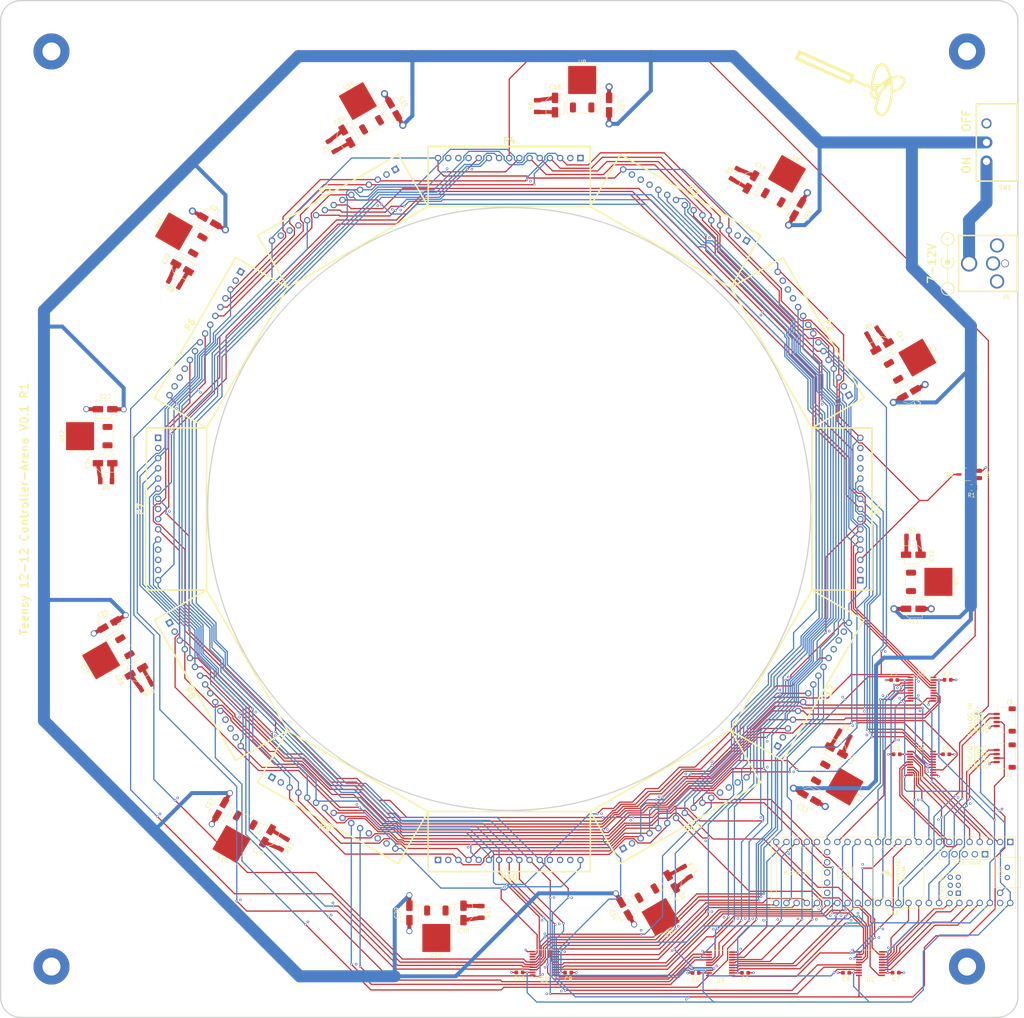
<source format=kicad_pcb>
(kicad_pcb (version 20221018) (generator pcbnew)
  (layers (0 "F.Cu" signal) (1 "In1.Cu" power) (2 "In2.Cu" power) (31 "B.Cu" signal) (34 "B.Paste" user) (35 "F.Paste" user) (36 "B.SilkS" user "B.Silkscreen") (37 "F.SilkS" user "F.Silkscreen") (38 "B.Mask" user) (39 "F.Mask" user) (44 "Edge.Cuts" user))
  (net 0 "")
  (net 1 "+3.3V")
  (net 2 "+5V")
  (net 3 "VCC")
  (net 4 "Net-(SW1-A)")
  (net 5 "/Teensy/SDA")
  (net 8 "/Teensy/SCL")
  (net 9 "/Teensy/A0")
  (net 11 "/Teensy/A1")
  (net 12 "/Panel Headers/POW.5V_HDR_1")
  (net 13 "/Level Shifters/PAN5V.SCK_1")
  (net 14 "/Level Shifters/PAN5V.SCK_0")
  (net 15 "/Level Shifters/PAN5V.MOSI_0")
  (net 16 "/Level Shifters/PAN5V.MISO_0")
  (net 17 "/Level Shifters/PAN5V.CS_00")
  (net 18 "/Level Shifters/PAN5V.CS_01")
  (net 19 "/Level Shifters/PAN5V.CS_02")
  (net 20 "/Level Shifters/PAN5V.CS_03")
  (net 21 "/Level Shifters/PAN5V.CS_04")
  (net 22 "/Level Shifters/PAN5V.EXT_INT")
  (net 23 "/Panel Headers/POW.5V_HDR_2")
  (net 24 "GND")
  (net 28 "/Level Shifters/PAN5V.CS_05")
  (net 29 "/Level Shifters/PAN5V.CS_06")
  (net 30 "/Level Shifters/PAN5V.CS_08")
  (net 31 "/Level Shifters/PAN5V.CS_09")
  (net 32 "/Panel Headers/POW.5V_HDR_3")
  (net 45 "Net-(Q2-G)")
  (net 46 "/Level Shifters/PAN5V.CS_10")
  (net 47 "/Level Shifters/PAN5V.CS_11")
  (net 48 "/Level Shifters/PAN5V.CS_12")
  (net 49 "/Level Shifters/PAN5V.CS_13")
  (net 50 "/Level Shifters/PAN5V.CS_14")
  (net 51 "/Panel Headers/POW.5V_HDR_4")
  (net 52 "/Level Shifters/PAN5V.CS_15")
  (net 53 "/Level Shifters/PAN5V.CS_16")
  (net 54 "/Level Shifters/PAN5V.CS_17")
  (net 55 "/Level Shifters/PAN5V.CS_18")
  (net 56 "/Level Shifters/PAN5V.CS_19")
  (net 57 "/Panel Headers/POW.5V_HDR_5")
  (net 58 "/Level Shifters/PAN5V.CS_20")
  (net 59 "/Level Shifters/PAN5V.CS_21")
  (net 60 "/Level Shifters/PAN5V.CS_22")
  (net 61 "/Level Shifters/PAN5V.CS_23")
  (net 62 "/Level Shifters/PAN5V.CS_24")
  (net 63 "/Panel Headers/POW.5V_HDR_6")
  (net 64 "/Level Shifters/PAN5V.CS_25")
  (net 65 "/Level Shifters/PAN5V.CS_26")
  (net 66 "/Level Shifters/PAN5V.CS_27")
  (net 67 "/Level Shifters/PAN5V.CS_28")
  (net 68 "/Level Shifters/PAN5V.CS_29")
  (net 69 "/Panel Headers/POW.5V_HDR_7")
  (net 70 "/Level Shifters/PAN5V.MOSI_1")
  (net 71 "/Level Shifters/PAN5V.MISO_1")
  (net 75 "/Panel Headers/POW.5V_HDR_8")
  (net 79 "/Panel Headers/POW.5V_HDR_9")
  (net 83 "/Panel Headers/POW.5V_HDR_10")
  (net 87 "/Panel Headers/POW.5V_HDR_11")
  (net 91 "/Panel Headers/POW.5V_HDR_12")
  (net 95 "/Level Shifters/PAN5V.RESET")
  (net 96 "/Level Shifters/PAN3V.RESET")
  (net 97 "/Level Shifters/PAN3V.SCK_0")
  (net 98 "/Level Shifters/PAN3V.MOSI_0")
  (net 99 "/Level Shifters/PAN3V.MISO_0")
  (net 101 "/Level Shifters/PAN3V.SCK_1")
  (net 102 "/Level Shifters/PAN3V.MOSI_1")
  (net 103 "/Level Shifters/PAN3V.MISO_1")
  (net 105 "/Level Shifters/PAN3V.CS_00")
  (net 106 "/Level Shifters/PAN3V.CS_01")
  (net 107 "/Level Shifters/PAN3V.CS_02")
  (net 108 "/Level Shifters/PAN3V.CS_03")
  (net 109 "/Level Shifters/PAN3V.CS_04")
  (net 110 "/Level Shifters/PAN3V.CS_05")
  (net 111 "/Level Shifters/PAN3V.CS_06")
  (net 112 "/Level Shifters/PAN3V.CS_07")
  (net 113 "/Level Shifters/PAN5V.CS_07")
  (net 114 "/Level Shifters/PAN3V.CS_08")
  (net 115 "/Level Shifters/PAN3V.CS_09")
  (net 116 "/Level Shifters/PAN3V.CS_10")
  (net 117 "/Level Shifters/PAN3V.CS_11")
  (net 118 "/Level Shifters/PAN3V.CS_12")
  (net 119 "/Level Shifters/PAN3V.CS_13")
  (net 120 "/Level Shifters/PAN3V.CS_14")
  (net 121 "/Level Shifters/PAN3V.CS_15")
  (net 122 "/Level Shifters/PAN3V.CS_16")
  (net 123 "/Level Shifters/PAN3V.CS_17")
  (net 124 "/Level Shifters/PAN3V.CS_18")
  (net 125 "/Level Shifters/PAN3V.CS_19")
  (net 126 "/Level Shifters/PAN3V.CS_20")
  (net 127 "/Level Shifters/PAN3V.CS_21")
  (net 128 "/Level Shifters/PAN3V.CS_22")
  (net 129 "/Level Shifters/PAN3V.CS_23")
  (net 130 "/Level Shifters/PAN3V.CS_24")
  (net 131 "/Level Shifters/PAN3V.CS_25")
  (net 132 "/Level Shifters/PAN3V.CS_26")
  (net 133 "/Level Shifters/PAN3V.CS_27")
  (net 134 "/Level Shifters/PAN3V.CS_28")
  (net 135 "/Level Shifters/PAN3V.CS_29")
  (net 137 "/Level Shifters/PAN3V.EXT_INT")
  (net 157 "/Panel Headers/RESET")
  (footprint "Capacitor_SMD:CP_Elec_4x5.4" (layer "F.Cu") (at 102.8795 105.758 150)
    (fp_text reference "C21")
    (fp_text value "10uF")
  )
  (footprint "Resistor_SMD:R_1206_3216Metric" (layer "F.Cu") (at 170.774 278.45 90)
    (fp_text reference "R12")
    (fp_text value "300")
  )
  (footprint "arena_custom:TO-252" (layer "F.Cu") (at 159.597 281.659 -90)
    (fp_text reference "U15")
    (fp_text value "AZ1084-5.0")
  )
  (footprint "Resistor_SMD:R_1206_3216Metric" (layer "F.Cu") (at 121.3903 261.4525 60)
    (fp_text reference "R11")
    (fp_text value "300")
  )
  (footprint "Resistor_SMD:R_1206_3216Metric" (layer "F.Cu") (at 87.1215 222.0403 30)
    (fp_text reference "R10")
    (fp_text value "300")
  )
  (footprint "Capacitor_SMD:C_0603_1608Metric" (layer "F.Cu") (at 274.545 239.08 180)
    (fp_text reference "C3")
    (fp_text value "0.1uF")
  )
  (footprint "MountingHole:MountingHole_4.5mm_Pad" (layer "F.Cu") (at 63.5 63.5)
    (fp_text reference "H1" hide)
    (fp_text value "MountingHole_Pad")
  )
  (footprint "arena_custom:HEADER_TOP" (layer "F.Cu") (at 177.8 265.474)
    (fp_text reference "P10")
    (fp_text value "CONN15" hide)
  )
  (footprint "Capacitor_SMD:C_0603_1608Metric" (layer "F.Cu") (at 224.355 293.684 180)
    (fp_text reference "C6")
    (fp_text value "0.1uF")
  )
  (footprint "arena_custom:HEADER_TOP" (layer "F.Cu") (at 253.7279 221.637 60)
    (fp_text reference "P12")
    (fp_text value "CONN15" hide)
  )
  (footprint "arena_custom:HEADER_TOP" (layer "F.Cu") (at 90.126 177.8 -90)
    (fp_text reference "P7")
    (fp_text value "CONN15" hide)
  )
  (footprint "Capacitor_SMD:CP_Elec_4x5.4" (layer "F.Cu") (at 76.896 166.37)
    (fp_text reference "C24")
    (fp_text value "22uF")
  )
  (footprint "Resistor_SMD:R_1206_3216Metric" (layer "F.Cu") (at 234.2097 94.1475 -120)
    (fp_text reference "R5")
    (fp_text value "300")
  )
  (footprint "Capacitor_SMD:CP_Elec_4x5.4" (layer "F.Cu") (at 148.938 77.9495 120)
    (fp_text reference "C19")
    (fp_text value "10uF")
  )
  (footprint "Capacitor_SMD:CP_Elec_4x5.4" (layer "F.Cu") (at 278.704 202.73)
    (fp_text reference "C11")
    (fp_text value "10uF")
  )
  (footprint "arena_custom:slide_switch" (layer "F.Cu") (at 299.5 86.233 90)
    (fp_text reference "SW1")
    (fp_text value "SW_SPDT" hide)
  )
  (footprint "Package_SO:TSSOP-20_4.4x6.5mm_P0.65mm" (layer "F.Cu") (at 230.5396 291.4176 180)
    (fp_text reference "U3")
    (fp_text value "TXB0108PW")
  )
  (footprint "Capacitor_SMD:CP_Elec_4x5.4" (layer "F.Cu") (at 105.758 252.7205 -120)
    (fp_text reference "C27")
    (fp_text value "10uF")
  )
  (footprint "Capacitor_SMD:C_0603_1608Metric" (layer "F.Cu") (at 261.912 293.654 180)
    (fp_text reference "C8")
    (fp_text value "0.1uF")
  )
  (footprint "Package_SO:TSSOP-20_4.4x6.5mm_P0.65mm" (layer "F.Cu") (at 280.7409 241.3398)
    (fp_text reference "U2")
    (fp_text value "TXB0108PW")
  )
  (footprint "Resistor_SMD:R_1206_3216Metric" (layer "F.Cu") (at 133.5597 87.1215 -60)
    (fp_text reference "R7")
    (fp_text value "300")
  )
  (footprint "arena_custom:HEADER_TOP" (layer "F.Cu") (at 133.963 253.7279 -30)
    (fp_text reference "P9")
    (fp_text value "CONN15" hide)
  )
  (footprint "arena_custom:TO-252" (layer "F.Cu") (at 281.659 196.003)
    (fp_text reference "U6")
    (fp_text value "AZ1084-5.0")
  )
  (footprint "arena_custom:HEADER_TOP" (layer "F.Cu") (at 221.637 253.7279 30)
    (fp_text reference "P11")
    (fp_text value "CONN15" hide)
  )
  (footprint "Capacitor_SMD:CP_Elec_4x5.4" (layer "F.Cu") (at 270.9005 137.2467 -150)
    (fp_text reference "C14")
    (fp_text value "22uF")
  )
  (footprint "Resistor_SMD:R_1206_3216Metric" (layer "F.Cu") (at 268.4785 133.5597 -150)
    (fp_text reference "R4")
    (fp_text value "300")
  )
  (footprint "Capacitor_SMD:C_0603_1608Metric" (layer "F.Cu") (at 192.504 293.604)
    (fp_text reference "C9")
    (fp_text value "0.1uF")
  )
  (footprint "arena_custom:JST_SH_SM04B-SRSS-TB_1x04-1MP_P1.00mm_Horizontal" (layer "F.Cu") (at 301.5 230.505 90)
    (fp_text reference "J3")
    (fp_text value "Conn_01x04")
  )
  (footprint "Capacitor_SMD:C_0603_1608Metric" (layer "F.Cu") (at 287.274 220.472)
    (fp_text reference "C2")
    (fp_text value "0.1uF")
  )
  (footprint "Capacitor_SMD:C_0603_1608Metric" (layer "F.Cu") (at 236.69 293.674)
    (fp_text reference "C5")
    (fp_text value "0.1uF")
  )
  (footprint "Capacitor_SMD:CP_Elec_4x5.4" (layer "F.Cu") (at 96.1295 117.4493 -30)
    (fp_text reference "C22")
    (fp_text value "22uF")
  )
  (footprint "Resistor_SMD:R_1206_3216Metric" (layer "F.Cu") (at 222.0403 268.4785 120)
    (fp_text reference "R13")
    (fp_text value "300")
  )
  (footprint "Capacitor_SMD:C_0603_1608Metric" (layer "F.Cu") (at 180.354 293.564 180)
    (fp_text reference "C10")
    (fp_text value "0.1uF")
  )
  (footprint "Capacitor_SMD:CP_Elec_4x5.4" (layer "F.Cu") (at 238.1507 96.1295 -120)
    (fp_text reference "C16")
    (fp_text value "22uF")
  )
  (footprint "Capacitor_SMD:CP_Elec_4x5.4" (layer "F.Cu") (at 84.6995 218.3533 30)
    (fp_text reference "C26")
    (fp_text value "22uF")
  )
  (footprint "arena_custom:TO-252" (layer "F.Cu") (at 213.9653 276.8461 -60)
    (fp_text reference "U16")
    (fp_text value "AZ1084-5.0")
  )
  (footprint "arena_custom:TO-252" (layer "F.Cu") (at 73.941 159.597 180)
    (fp_text reference "U12")
    (fp_text value "AZ1084-5.0")
  )
  (footprint "arena_custom:TO-252" (layer "F.Cu") (at 245.4938 96.9569 60)
    (fp_text reference "U8")
    (fp_text value "AZ1084-5.0")
  )
  (footprint "MountingHole:MountingHole_4.5mm_Pad" (layer "F.Cu") (at 292.1 292.1)
    (fp_text reference "H3" hide)
    (fp_text value "MountingHole_Pad")
  )
  (footprint "Package_SO:TSSOP-20_4.4x6.5mm_P0.65mm" (layer "F.Cu") (at 280.8555 222.799)
    (fp_text reference "U1")
    (fp_text value "TXB0108PW")
  )
  (footprint "Package_TO_SOT_SMD:SOT-23-3" (layer "F.Cu") (at 291.2055 169.164 180)
    (fp_text reference "Q2")
    (fp_text value "MOSFET_NCHAN")
  )
  (footprint "MountingHole:MountingHole_4.5mm_Pad" (layer "F.Cu") (at 63.5 292.1)
    (fp_text reference "H4" hide)
    (fp_text value "MountingHole_Pad")
  )
  (footprint "Capacitor_SMD:CP_Elec_4x5.4" (layer "F.Cu") (at 152.87 278.704 -90)
    (fp_text reference "C29")
    (fp_text value "10uF")
  )
  (footprint "arena_custom:TO-252" (layer "F.Cu") (at 78.7539 213.9653 -150)
    (fp_text reference "U13")
    (fp_text value "AZ1084-5.0")
  )
  (footprint "arena_custom:DCJACK_2PIN_HIGHCURRENT" (layer "F.Cu") (at 304.6 116.459 -90)
    (fp_text reference "J1")
    (fp_text value "Barrel_Jack" hide)
  )
  (footprint "arena_custom:TO-252" (layer "F.Cu") (at 141.6347 78.7539 120)
    (fp_text reference "U10")
    (fp_text value "AZ1084-5.0")
  )
  (footprint "Capacitor_SMD:CP_Elec_4x5.4" (layer "F.Cu") (at 206.662 277.6505 -60)
    (fp_text reference "C31")
    (fp_text value "10uF")
  )
  (footprint "arena_custom:HEADER_TOP" (layer "F.Cu") (at 133.963 101.8721 -150)
    (fp_text reference "P5")
    (fp_text value "CONN15" hide)
  )
  (footprint "Package_SO:TSSOP-20_4.4x6.5mm_P0.65mm" (layer "F.Cu") (at 267.9826 291.3668 180)
    (fp_text reference "U4")
    (fp_text value "TXB0108PW")
  )
  (footprint "arena_custom:HEADER_TOP" (layer "F.Cu") (at 177.8 90.126 180)
    (fp_text reference "P4")
    (fp_text value "CONN15" hide)
  )
  (footprint "Resistor_SMD:R_0805_2012Metric" (layer "F.Cu") (at 293.2195 172.466)
    (fp_text reference "R1")
    (fp_text value "200")
  )
  (footprint "Capacitor_SMD:CP_Elec_4x5.4" (layer "F.Cu") (at 218.3533 270.9005 120)
    (fp_text reference "C32")
    (fp_text value "22uF")
  )
  (footprint "Resistor_SMD:R_1206_3216Metric" (layer "F.Cu") (at 261.4525 234.2097 150)
    (fp_text reference "R14")
    (fp_text value "300")
  )
  (footprint "arena_custom:TO-252" (layer "F.Cu") (at 96.9569 110.1062 150)
    (fp_text reference "U11")
    (fp_text value "AZ1084-5.0")
  )
  (footprint "teensy:Teensy41" (layer "F.Cu") (at 273.685 268.605 180)
    (fp_text reference "U18")
    (fp_text value "Teensy4.1")
  )
  (footprint "Capacitor_SMD:CP_Elec_4x5.4" (layer "F.Cu") (at 189.23 76.896 -90)
    (fp_text reference "C18")
    (fp_text value "22uF")
  )
  (footprint "arena_custom:HEADER_TOP" (layer "F.Cu") (at 265.474 177.8 90)
    (fp_text reference "P1")
    (fp_text value "CONN15" hide)
  )
  (footprint "arena_custom:HEADER_TOP" (layer "F.Cu") (at 101.8721 133.963 -120)
    (fp_text reference "P6")
    (fp_text value "CONN15" hide)
  )
  (footprint "Resistor_SMD:R_1206_3216Metric" (layer "F.Cu") (at 184.826 77.15 -90)
    (fp_text reference "R6")
    (fp_text value "300")
  )
  (footprint "arena_custom:HEADER_TOP" (layer "F.Cu") (at 101.8721 221.637 -60)
    (fp_text reference "P8")
    (fp_text value "CONN15" hide)
  )
  (footprint "Resistor_SMD:R_1206_3216Metric" (layer "F.Cu") (at 77.15 170.774)
    (fp_text reference "R9")
    (fp_text value "300")
  )
  (footprint "Capacitor_SMD:CP_Elec_4x5.4" (layer "F.Cu") (at 76.896 152.87 180)
    (fp_text reference "C23")
    (fp_text value "10uF")
  )
  (footprint "Capacitor_SMD:CP_Elec_4x5.4" (layer "F.Cu") (at 117.4493 259.4705 60)
    (fp_text reference "C28")
    (fp_text value "22uF")
  )
  (footprint "Capacitor_SMD:CP_Elec_4x5.4" (layer "F.Cu") (at 77.9495 206.662 -150)
    (fp_text reference "C25")
    (fp_text value "10uF")
  )
  (footprint "Resistor_SMD:R_1206_3216Metric" (layer "F.Cu") (at 278.45 184.826 180)
    (fp_text reference "R3")
    (fp_text value "300")
  )
  (footprint "MountingHole:MountingHole_4.5mm_Pad" (layer "F.Cu") (at 292.1 63.5)
    (fp_text reference "H2" hide)
    (fp_text value "MountingHole_Pad")
  )
  (footprint "Capacitor_SMD:C_0603_1608Metric" (layer "F.Cu") (at 286.885 239.08)
    (fp_text reference "C4")
    (fp_text value "0.1uF")
  )
  (footprint "Capacitor_SMD:CP_Elec_4x5.4" (layer "F.Cu") (at 137.2467 84.6995 -60)
    (fp_text reference "C20")
    (fp_text value "22uF")
  )
  (footprint "Capacitor_SMD:CP_Elec_4x5.4" (layer "F.Cu") (at 166.37 278.704 90)
    (fp_text reference "C30")
    (fp_text value "22uF")
  )
  (footprint "Capacitor_SMD:C_0603_1608Metric" (layer "F.Cu") (at 274.292 293.624)
    (fp_text reference "C7")
    (fp_text value "0.1uF")
  )
  (footprint "Capacitor_SMD:C_0603_1608Metric" (layer "F.Cu") (at 273.9136 220.5228 180)
    (fp_text reference "C1")
    (fp_text value "0.1uF")
  )
  (footprint "Capacitor_SMD:CP_Elec_4x5.4" (layer "F.Cu") (at 259.4705 238.1507 150)
    (fp_text reference "C34")
    (fp_text value "22uF")
  )
  (footprint "Capacitor_SMD:CP_Elec_4x5.4" (layer "F.Cu") (at 249.842 102.8795 60)
    (fp_text reference "C15")
    (fp_text value "10uF")
  )
  (footprint "Capacitor_SMD:CP_Elec_4x5.4" (layer "F.Cu") (at 277.6505 148.938 30)
    (fp_text reference "C13")
    (fp_text value "10uF")
  )
  (footprint "Capacitor_SMD:CP_Elec_4x5.4" (layer "F.Cu") (at 278.704 189.23 180)
    (fp_text reference "C12")
    (fp_text value "22uF")
  )
  (footprint "arena_custom:TO-252" (layer "F.Cu") (at 258.6431 245.4938 -30)
    (fp_text reference "U17")
    (fp_text value "AZ1084-5.0")
  )
  (footprint "arena_custom:HEADER_TOP" (layer "F.Cu") (at 253.7279 133.963 120)
    (fp_text reference "P2")
    (fp_text value "CONN15" hide)
  )
  (footprint "arena_custom:JST_SH_SM04B-SRSS-TB_1x04-1MP_P1.00mm_Horizontal" (layer "F.Cu") (at 301.5 239.516 90)
    (fp_text reference "J2")
    (fp_text value "Conn_01x04")
  )
  (footprint "Resistor_SMD:R_1206_3216Metric" (layer "F.Cu") (at 94.1475 121.3903 -30)
    (fp_text reference "R8")
    (fp_text value "300")
  )
  (footprint "arena_custom:TO-252" (layer "F.Cu") (at 196.003 73.941 90)
    (fp_text reference "U9")
    (fp_text value "AZ1084-5.0")
  )
  (footprint "arena_custom:HEADER_TOP" (layer "F.Cu") (at 221.637 101.8721 150)
    (fp_text reference "P3")
    (fp_text value "CONN15" hide)
  )
  (footprint "arena_custom:TO-252" (layer "F.Cu") (at 276.8461 141.6347 30)
    (fp_text reference "U7")
    (fp_text value "AZ1084-5.0")
  )
  (footprint "Package_SO:TSSOP-20_4.4x6.5mm_P0.65mm" (layer "F.Cu") (at 186.5017 291.2958 180)
    (fp_text reference "U5")
    (fp_text value "TXB0108PW")
  )
  (footprint "Resistor_SMD:R_0805_2012Metric" (layer "F.Cu") (at 295.148 169.164 -90)
    (fp_text reference "R2")
    (fp_text value "20k")
  )
  (footprint "arena_custom:TO-252" (layer "F.Cu") (at 110.1062 258.6431 -120)
    (fp_text reference "U14")
    (fp_text value "AZ1084-5.0")
  )
  (footprint "Capacitor_SMD:CP_Elec_4x5.4" (layer "F.Cu") (at 252.7205 249.842 -30)
    (fp_text reference "C33")
    (fp_text value "10uF")
  )
  (footprint "Capacitor_SMD:CP_Elec_4x5.4" (layer "F.Cu") (at 202.73 76.896 90)
    (fp_text reference "C17")
    (fp_text value "10uF")
  )
  (gr_line (start 272.719791 77.056148) (end 272.792723 76.816793) (stroke (width 0.514144)) (layer "F.SilkS"))
  (gr_line (start 269.848875 78.84365) (end 269.949642 78.94925) (stroke (width 0.514144)) (layer "F.SilkS"))
  (gr_line (start 269.91939 75.129372) (end 269.568674 75.230056) (stroke (width 0.514144)) (layer "F.SilkS"))
  (gr_line (start 285.958677 117.020687) (end 285.912617 116.954601) (stroke (width 0.15487)) (layer "F.SilkS"))
  (gr_line (start 287.579658 108.759663) (end 287.656965 108.777506) (stroke (width 0.179621)) (layer "F.SilkS"))
  (gr_line (start 286.301544 109.044649) (end 286.364193 109.000099) (stroke (width 0.179621)) (layer "F.SilkS"))
  (gr_line (start 273.203414 74.60929) (end 273.230843 74.302741) (stroke (width 0.514144)) (layer "F.SilkS"))
  (gr_line (start 268.538467 71.922576) (end 268.398283 71.928386) (stroke (width 0.514144)) (layer "F.SilkS"))
  (gr_line (start 268.574091 73.118561) (end 268.857945 73.03804) (stroke (width 0.514144)) (layer "F.SilkS"))
  (gr_line (start 269.169029 77.753918) (end 269.385651 78.183367) (stroke (width 0.514144)) (layer "F.SilkS"))
  (gr_line (start 271.889088 78.737053) (end 271.995033 78.597133) (stroke (width 0.514144)) (layer "F.SilkS"))
  (gr_line (start 287.807038 124.313867) (end 287.732792 124.338989) (stroke (width 0.179621)) (layer "F.SilkS"))
  (gr_line (start 288.624191 121.984336) (end 288.662666 122.051252) (stroke (width 0.179621)) (layer "F.SilkS"))
  (gr_line (start 270.373143 79.255534) (end 270.483539 79.301598) (stroke (width 0.514144)) (layer "F.SilkS"))
  (gr_line (start 269.627802 78.587148) (end 269.849848 78.897612) (stroke (width 0.514144)) (layer "F.SilkS"))
  (gr_line (start 287.014275 111.904619) (end 286.935586 111.890567) (stroke (width 0.179621)) (layer "F.SilkS"))
  (gr_line (start 288.644971 116.886798) (end 288.602596 116.954601) (stroke (width 0.15487)) (layer "F.SilkS"))
  (gr_line (start 270.12026 79.162894) (end 270.402342 79.294654) (stroke (width 0.514144)) (layer "F.SilkS"))
  (gr_line (start 286.183213 123.995719) (end 286.127717 123.94281) (stroke (width 0.179621)) (layer "F.SilkS"))
  (gr_line (start 286.429041 124.179493) (end 286.364208 124.13793) (stroke (width 0.179621)) (layer "F.SilkS"))
  (gr_line (start 288.851319 116.299732) (end 288.838422 116.37612) (stroke (width 0.15487)) (layer "F.SilkS"))
  (gr_line (start 272.046604 71.989815) (end 270.43001 73.735033) (stroke (width 0.514144)) (layer "F.SilkS"))
  (gr_line (start 286.24118 121.579884) (end 286.301544 121.532447) (stroke (width 0.179621)) (layer "F.SilkS"))
  (gr_line (start 269.072842 68.532694) (end 269.358938 67.903329) (stroke (width 0.514144)) (layer "F.SilkS"))
  (gr_line (start 268.490036 74.712817) (end 268.294985 74.405939) (stroke (width 0.514144)) (layer "F.SilkS"))
  (gr_line (start 269.95576 67.084344) (end 270.162314 66.914871) (stroke (width 0.514144)) (layer "F.SilkS"))
  (gr_line (start 287.175394 111.920951) (end 287.094245 111.914781) (stroke (width 0.179621)) (layer "F.SilkS"))
  (gr_line (start 275.697613 69.857459) (end 276.045895 70.048451) (stroke (width 0.514144)) (layer "F.SilkS"))
  (gr_line (start 285.932595 123.706323) (end 285.891031 123.64149) (stroke (width 0.179621)) (layer "F.SilkS"))
  (gr_line (start 285.678102 110.081768) (end 285.692154 110.00308) (stroke (width 0.179621)) (layer "F.SilkS"))
  (gr_line (start 268.687622 74.905469) (end 268.490036 74.712817) (stroke (width 0.514144)) (layer "F.SilkS"))
  (gr_line (start 269.213842 77.812465) (end 269.296205 77.988991) (stroke (width 0.514144)) (layer "F.SilkS"))
  (gr_line (start 288.332018 111.507921) (end 288.274039 111.558144) (stroke (width 0.179621)) (layer "F.SilkS"))
  (gr_line (start 268.294985 74.405939) (end 268.204859 74.17758) (stroke (width 0.514144)) (layer "F.SilkS"))
  (gr_line (start 288.662666 109.563454) (end 288.697954 109.632353) (stroke (width 0.179621)) (layer "F.SilkS"))
  (gr_line (start 287.257623 111.923031) (end 287.175394 111.920951) (stroke (width 0.179621)) (layer "F.SilkS"))
  (gr_line (start 287.500969 108.745611) (end 287.579658 108.759663) (stroke (width 0.179621)) (layer "F.SilkS"))
  (gr_line (start 271.584177 79.084107) (end 272.001749 78.655636) (stroke (width 0.514144)) (layer "F.SilkS"))
  (gr_line (start 285.891023 109.496538) (end 285.932586 109.431706) (stroke (width 0.179621)) (layer "F.SilkS"))
  (gr_line (start 288.847273 122.649536) (end 288.853443 122.730685) (stroke (width 0.179621)) (layer "F.SilkS"))
  (gr_line (start 287.950382 121.372569) (end 288.01928 121.407857) (stroke (width 0.179621)) (layer "F.SilkS"))
  (gr_line (start 286.179039 117.264324) (end 286.118965 117.207211) (stroke (width 0.15487)) (layer "F.SilkS"))
  (gr_line (start 271.557158 72.298344) (end 271.562769 72.215878) (stroke (width 0.514144)) (layer "F.SilkS"))
  (gr_line (start 288.697954 111.017877) (end 288.662666 111.086776) (stroke (width 0.179621)) (layer "F.SilkS"))
  (gr_line (start 271.796884 67.188567) (end 271.866965 67.27346) (stroke (width 0.514144)) (layer "F.SilkS"))
  (gr_line (start 288.823059 110.00308) (end 288.837111 110.081768) (stroke (width 0.179621)) (layer "F.SilkS"))
  (gr_line (start 270.042082 66.980845) (end 270.486469 66.719946) (stroke (width 0.514144)) (layer "F.SilkS"))
  (gr_line (start 288.44042 121.738511) (end 288.490643 121.796491) (stroke (width 0.179621)) (layer "F.SilkS"))
  (gr_line (start 273.396069 73.592428) (end 273.26293 73.636146) (stroke (width 0.514144)) (layer "F.SilkS"))
  (gr_line (start 271.175363 66.746491) (end 271.258978 66.778138) (stroke (width 0.514144)) (layer "F.SilkS"))
  (gr_line (start 286.635626 108.852772) (end 286.708191 108.824161) (stroke (width 0.179621)) (layer "F.SilkS"))
  (gr_line (start 285.737589 116.601278) (end 285.713638 116.527036) (stroke (width 0.15487)) (layer "F.SilkS"))
  (gr_line (start 287.014268 121.233409) (end 287.094239 121.223247) (stroke (width 0.179621)) (layer "F.SilkS"))
  (gr_line (start 287.807038 111.826069) (end 287.732792 111.851191) (stroke (width 0.179621)) (layer "F.SilkS"))
  (gr_line (start 288.853443 122.895142) (end 288.847273 122.976291) (stroke (width 0.179621)) (layer "F.SilkS"))
  (gr_line (start 286.301558 124.093379) (end 286.241193 124.045942) (stroke (width 0.179621)) (layer "F.SilkS"))
  (gr_line (start 270.652049 79.34661) (end 270.708938 79.355045) (stroke (width 0.514144)) (layer "F.SilkS"))
  (gr_line (start 287.411957 117.671485) (end 287.334853 117.677012) (stroke (width 0.15487)) (layer "F.SilkS"))
  (gr_line (start 288.086196 111.691695) (end 288.01928 111.730171) (stroke (width 0.179621)) (layer "F.SilkS"))
  (gr_line (start 287.334853 117.677012) (end 287.257606 117.678855) (stroke (width 0.15487)) (layer "F.SilkS"))
  (gr_line (start 276.063288 71.879708) (end 275.824175 72.244406) (stroke (width 0.514144)) (layer "F.SilkS"))
  (gr_line (start 271.953175 71.26514) (end 272.16674 70.993802) (stroke (width 0.514144)) (layer "F.SilkS"))
  (gr_line (start 287.257623 115.420801) (end 287.257623 111.996042) (stroke (width 0.168772)) (layer "F.SilkS"))
  (gr_line (start 285.891031 123.64149) (end 285.852554 123.574574) (stroke (width 0.179621)) (layer "F.SilkS"))
  (gr_line (start 269.655783 72.404764) (end 269.813437 72.22149) (stroke (width 0.514144)) (layer "F.SilkS"))
  (gr_line (start 268.378971 73.29255) (end 268.574091 73.118561) (stroke (width 0.514144)) (layer "F.SilkS"))
  (gr_line (start 286.635639 124.285256) (end 286.564857 124.253257) (stroke (width 0.179621)) (layer "F.SilkS"))
  (gr_line (start 285.66177 110.242887) (end 285.66794 110.161738) (stroke (width 0.179621)) (layer "F.SilkS"))
  (gr_line (start 287.094245 111.914781) (end 287.014275 111.904619) (stroke (width 0.179621)) (layer "F.SilkS"))
  (gr_line (start 287.950382 111.765459) (end 287.879601 111.797458) (stroke (width 0.179621)) (layer "F.SilkS"))
  (gr_line (start 288.729953 123.434894) (end 288.697954 123.505675) (stroke (width 0.179621)) (layer "F.SilkS"))
  (gr_line (start 271.74168 67.120768) (end 272.14785 67.677546) (stroke (width 0.514144)) (layer "F.SilkS"))
  (gr_line (start 276.045895 70.048451) (end 276.310637 70.266337) (stroke (width 0.514144)) (layer "F.SilkS"))
  (gr_line (start 262.869029 71.238685) (end 249.569411 65.284054) (stroke (width 0.514144)) (layer "F.SilkS"))
  (gr_line (start 285.654682 115.914214) (end 285.663894 115.837397) (stroke (width 0.15487)) (layer "F.SilkS"))
  (gr_line (start 288.860531 116.222914) (end 288.851319 116.299732) (stroke (width 0.15487)) (layer "F.SilkS"))
  (gr_line (start 262.984506 71.29082) (end 263.743691 69.51028) (stroke (width 0.514144)) (layer "F.SilkS"))
  (gr_line (start 270.823954 66.689781) (end 270.91435 66.693356) (stroke (width 0.514144)) (layer "F.SilkS"))
  (gr_line (start 272.561228 77.506092) (end 272.642575 77.286047) (stroke (width 0.514144)) (layer "F.SilkS"))
  (gr_line (start 286.708191 121.311959) (end 286.782438 121.286837) (stroke (width 0.179621)) (layer "F.SilkS"))
  (gr_line (start 270.402342 79.294654) (end 270.845429 79.369321) (stroke (width 0.514144)) (layer "F.SilkS"))
  (gr_line (start 287.935657 117.529624) (end 287.863562 117.560944) (stroke (width 0.15487)) (layer "F.SilkS"))
  (gr_line (start 287.180359 117.677012) (end 287.103255 117.671485) (stroke (width 0.15487)) (layer "F.SilkS"))
  (gr_line (start 274.365448 69.786521) (end 274.732374 69.731135) (stroke (width 0.514144)) (layer "F.SilkS"))
  (gr_line (start 288.209728 117.367496) (end 288.143643 117.413555) (stroke (width 0.15487)) (layer "F.SilkS"))
  (gr_line (start 287.026438 117.662273) (end 286.950049 117.649377) (stroke (width 0.15487)) (layer "F.SilkS"))
  (gr_line (start 287.339851 111.920951) (end 287.257623 111.923031) (stroke (width 0.179621)) (layer "F.SilkS"))
  (gr_line (start 275.3629 69.776092) (end 275.697613 69.857459) (stroke (width 0.514144)) (layer "F.SilkS"))
  (gr_line (start 269.813437 72.22149) (end 269.933432 72.102344) (stroke (width 0.514144)) (layer "F.SilkS"))
  (gr_line (start 272.975988 70.361552) (end 273.168289 70.250358) (stroke (width 0.514144)) (layer "F.SilkS"))
  (gr_line (start 276.470799 70.922516) (end 276.357002 71.278013) (stroke (width 0.514144)) (layer "F.SilkS"))
  (gr_line (start 271.66866 78.97738) (end 271.780245 78.863935) (stroke (width 0.514144)) (layer "F.SilkS"))
  (gr_line (start 287.640979 117.632796) (end 287.565163 117.649377) (stroke (width 0.15487)) (layer "F.SilkS"))
  (gr_line (start 288.387512 109.195218) (end 288.44042 109.250713) (stroke (width 0.179621)) (layer "F.SilkS"))
  (gr_line (start 270.486109 66.747234) (end 270.597313 66.715491) (stroke (width 0.514144)) (layer "F.SilkS"))
  (gr_line (start 276.310637 70.266337) (end 276.487316 70.447612) (stroke (width 0.514144)) (layer "F.SilkS"))
  (gr_line (start 285.75665 109.775698) (end 285.785261 109.703135) (stroke (width 0.179621)) (layer "F.SilkS"))
  (gr_line (start 286.708204 124.313867) (end 286.635639 124.285256) (stroke (width 0.179621)) (layer "F.SilkS"))
  (gr_line (start 286.935586 124.378364) (end 286.858278 124.360522) (stroke (width 0.179621)) (layer "F.SilkS"))
  (gr_line (start 288.853443 110.242887) (end 288.855522 110.325115) (stroke (width 0.179621)) (layer "F.SilkS"))
  (gr_line (start 273.199471 71.40298) (end 273.170914 71.146272) (stroke (width 0.514144)) (layer "F.SilkS"))
  (gr_line (start 271.00305 66.704039) (end 271.090054 66.721771) (stroke (width 0.514144)) (layer "F.SilkS"))
  (gr_line (start 287.950382 108.884771) (end 288.01928 108.920059) (stroke (width 0.179621)) (layer "F.SilkS"))
  (gr_line (start 288.396248 117.207211) (end 288.336173 117.264324) (stroke (width 0.15487)) (layer "F.SilkS"))
  (gr_line (start 285.870242 115.250331) (end 285.912617 115.182528) (stroke (width 0.15487)) (layer "F.SilkS"))
  (gr_line (start 285.713638 115.610093) (end 285.737589 115.535851) (stroke (width 0.15487)) (layer "F.SilkS"))
  (gr_line (start 285.709998 123.212257) (end 285.692155 123.134949) (stroke (width 0.179621)) (layer "F.SilkS"))
  (gr_line (start 268.398283 71.928386) (end 268.443264 71.372715) (stroke (width 0.514144)) (layer "F.SilkS"))
  (gr_line (start 250.277988 63.622209) (end 263.577606 69.576838) (stroke (width 0.514144)) (layer "F.SilkS"))
  (gr_line (start 288.387512 121.683016) (end 288.44042 121.738511) (stroke (width 0.179621)) (layer "F.SilkS"))
  (gr_line (start 288.602596 116.954601) (end 288.556536 117.020687) (stroke (width 0.15487)) (layer "F.SilkS"))
  (gr_line (start 272.386758 77.915027) (end 272.475904 77.715885) (stroke (width 0.514144)) (layer "F.SilkS"))
  (gr_line (start 288.851319 115.837397) (end 288.860531 115.914214) (stroke (width 0.15487)) (layer "F.SilkS"))
  (gr_line (start 270.823706 79.361837) (end 270.950176 79.353592) (stroke (width 0.514144)) (layer "F.SilkS"))
  (gr_line (start 288.823059 123.134949) (end 288.805217 123.212257) (stroke (width 0.179621)) (layer "F.SilkS"))
  (gr_line (start 272.192051 67.792474) (end 272.252008 67.914764) (stroke (width 0.514144)) (layer "F.SilkS"))
  (gr_line (start 288.624191 109.496538) (end 288.662666 109.563454) (stroke (width 0.179621)) (layer "F.SilkS"))
  (gr_line (start 285.663894 115.837397) (end 285.676791 115.761009) (stroke (width 0.15487)) (layer "F.SilkS"))
  (gr_line (start 272.526536 68.615325) (end 272.624571 68.936007) (stroke (width 0.514144)) (layer "F.SilkS"))
  (gr_line (start 274.300501 73.290538) (end 273.955521 73.448266) (stroke (width 0.514144)) (layer "F.SilkS"))
  (gr_line (start 272.878363 70.030484) (end 272.227131 70.522448) (stroke (width 0.514144)) (layer "F.SilkS"))
  (gr_line (start 286.241193 111.558144) (end 286.183213 111.507921) (stroke (width 0.179621)) (layer "F.SilkS"))
  (gr_line (start 274.611605 73.162883) (end 274.300501 73.290538) (stroke (width 0.514144)) (layer "F.SilkS"))
  (gr_line (start 276.487316 70.447612) (end 276.514114 70.597317) (stroke (width 0.514144)) (layer "F.SilkS"))
  (gr_line (start 288.729953 122.190932) (end 288.758563 122.263496) (stroke (width 0.179621)) (layer "F.SilkS"))
  (gr_line (start 273.463734 70.098418) (end 273.689671 69.989986) (stroke (width 0.514144)) (layer "F.SilkS"))
  (gr_line (start 273.271457 72.470915) (end 273.259991 72.198306) (stroke (width 0.514144)) (layer "F.SilkS"))
  (gr_line (start 269.789995 74.417504) (end 269.64406 74.262718) (stroke (width 0.514144)) (layer "F.SilkS"))
  (gr_line (start 288.332018 123.995719) (end 288.274039 124.045942) (stroke (width 0.179621)) (layer "F.SilkS"))
  (gr_line (start 287.257623 124.410828) (end 287.175394 124.408749) (stroke (width 0.179621)) (layer "F.SilkS"))
  (gr_line (start 285.785261 122.190932) (end 285.81726 122.120151) (stroke (width 0.179621)) (layer "F.SilkS"))
  (gr_line (start 288.847273 110.161738) (end 288.853443 110.242887) (stroke (width 0.179621)) (layer "F.SilkS"))
  (gr_line (start 288.151027 109.000099) (end 288.213675 109.044649) (stroke (width 0.179621)) (layer "F.SilkS"))
  (gr_line (start 288.453362 114.989993) (end 288.506791 115.052216) (stroke (width 0.15487)) (layer "F.SilkS"))
  (gr_line (start 288.506791 117.084913) (end 288.453362 117.147135) (stroke (width 0.15487)) (layer "F.SilkS"))
  (gr_line (start 294 237) (end 294 242.5) (stroke (width 0.381)) (layer "F.SilkS"))
  (gr_line (start 269.081167 72.892436) (end 269.063736 72.933473) (stroke (width 0.514144)) (layer "F.SilkS"))
  (gr_line (start 285.663894 116.299732) (end 285.654682 116.222915) (stroke (width 0.15487)) (layer "F.SilkS"))
  (gr_line (start 288.758563 109.775698) (end 288.783685 109.849944) (stroke (width 0.179621)) (layer "F.SilkS"))
  (gr_line (start 285.756654 110.874532) (end 285.731531 110.800286) (stroke (width 0.179621)) (layer "F.SilkS"))
  (gr_line (start 288.644971 115.25033) (end 288.683661 115.319707) (stroke (width 0.15487)) (layer "F.SilkS"))
  (gr_line (start 270.193455 72.080045) (end 268.398283 71.928388) (stroke (width 0.514144)) (layer "F.SilkS"))
  (gr_line (start 273.170914 71.146272) (end 273.138327 70.894215) (stroke (width 0.514144)) (layer "F.SilkS"))
  (gr_line (start 286.651651 117.560944) (end 286.579555 117.529624) (stroke (width 0.15487)) (layer "F.SilkS"))
  (gr_line (start 288.213675 111.605581) (end 288.151027 111.650132) (stroke (width 0.179621)) (layer "F.SilkS"))
  (gr_line (start 285.852554 123.574574) (end 285.817265 123.505675) (stroke (width 0.179621)) (layer "F.SilkS"))
  (gr_line (start 286.1832 109.142309) (end 286.24118 109.092086) (stroke (width 0.179621)) (layer "F.SilkS"))
  (gr_line (start 268.78524 69.424072) (end 269.072842 68.532694) (stroke (width 0.514144)) (layer "F.SilkS"))
  (gr_line (start 286.061851 114.989993) (end 286.118965 114.929917) (stroke (width 0.15487)) (layer "F.SilkS"))
  (gr_line (start 286.061851 117.147135) (end 286.008421 117.084913) (stroke (width 0.15487)) (layer "F.SilkS"))
  (gr_line (start 285.692154 122.490878) (end 285.709996 122.413569) (stroke (width 0.179621)) (layer "F.SilkS"))
  (gr_line (start 287.879601 111.797458) (end 287.807038 111.826069) (stroke (width 0.179621)) (layer "F.SilkS"))
  (gr_line (start 286.024573 109.308693) (end 286.074796 109.250713) (stroke (width 0.179621)) (layer "F.SilkS"))
  (gr_line (start 285.852554 111.086776) (end 285.817265 111.017877) (stroke (width 0.179621)) (layer "F.SilkS"))
  (gr_line (start 286.301544 121.532447) (end 286.364193 121.487896) (stroke (width 0.179621)) (layer "F.SilkS"))
  (gr_line (start 288.783685 123.288084) (end 288.758563 123.36233) (stroke (width 0.179621)) (layer "F.SilkS"))
  (gr_line (start 269.334135 73.088782) (end 269.435669 72.741) (stroke (width 0.514144)) (layer "F.SilkS"))
  (gr_line (start 286.635639 111.797458) (end 286.564857 111.765459) (stroke (width 0.179621)) (layer "F.SilkS"))
  (gr_line (start 288.332018 121.630107) (end 288.387512 121.683016) (stroke (width 0.179621)) (layer "F.SilkS"))
  (gr_line (start 285.831551 116.817422) (end 285.796546 116.746614) (stroke (width 0.15487)) (layer "F.SilkS"))
  (gr_line (start 288.538079 121.856855) (end 288.582629 121.919503) (stroke (width 0.179621)) (layer "F.SilkS"))
  (gr_line (start 286.127717 123.94281) (end 286.074807 123.887315) (stroke (width 0.179621)) (layer "F.SilkS"))
  (gr_line (start 271.562769 72.215878) (end 271.567569 72.155036) (stroke (width 0.514144)) (layer "F.SilkS"))
  (gr_line (start 268.398283 71.928388) (end 268.428869 71.473183) (stroke (width 0.514144)) (layer "F.SilkS"))
  (gr_line (start 286.008421 117.084913) (end 285.958677 117.020687) (stroke (width 0.15487)) (layer "F.SilkS"))
  (gr_line (start 287.014268 108.745611) (end 287.094239 108.735449) (stroke (width 0.179621)) (layer "F.SilkS"))
  (gr_line (start 288.538079 109.369057) (end 288.582629 109.431706) (stroke (width 0.179621)) (layer "F.SilkS"))
  (gr_line (start 288.274039 111.558144) (end 288.213675 111.605581) (stroke (width 0.179621)) (layer "F.SilkS"))
  (gr_line (start 273.280747 73.025764) (end 273.278408 72.746825) (stroke (width 0.514144)) (layer "F.SilkS"))
  (gr_line (start 286.241193 124.045942) (end 286.183213 123.995719) (stroke (width 0.179621)) (layer "F.SilkS"))
  (gr_line (start 249.569411 65.284054) (end 250.277988 63.622209) (stroke (width 0.514144)) (layer "F.SilkS"))
  (gr_line (start 285.81726 122.120151) (end 285.852548 122.051252) (stroke (width 0.179621)) (layer "F.SilkS"))
  (gr_line (start 288.274039 121.579884) (end 288.332018 121.630107) (stroke (width 0.179621)) (layer "F.SilkS"))
  (gr_line (start 271.780245 78.863935) (end 271.889088 78.737053) (stroke (width 0.514144)) (layer "F.SilkS"))
  (gr_line (start 287.807038 108.824161) (end 287.879601 108.852772) (stroke (width 0.179621)) (layer "F.SilkS"))
  (gr_line (start 288.821841 115.685193) (end 288.838422 115.761008) (stroke (width 0.15487)) (layer "F.SilkS"))
  (gr_line (start 269.949642 78.94925) (end 270.05257 79.043534) (stroke (width 0.514144)) (layer "F.SilkS"))
  (gr_line (start 288.837111 110.081768) (end 288.847273 110.161738) (stroke (width 0.179621)) (layer "F.SilkS"))
  (gr_line (start 268.685166 69.837947) (end 268.798444 69.377434) (stroke (width 0.514144)) (layer "F.SilkS"))
  (gr_line (start 271.340898 66.816653) (end 271.421125 66.861974) (stroke (width 0.514144)) (layer "F.SilkS"))
  (gr_line (start 272.984266 76.04597) (end 273.038516 75.77277) (stroke (width 0.514144)) (layer "F.SilkS"))
  (gr_poly (pts (xy 287.191671 110.256718) (xy 287.191671 109.80759) (xy 287.32351 109.80759) (xy 287.32351 110.256718) (xy 287.772643 110.256718) (xy 287.772643 110.393516) (xy 287.32351 110.393516) (xy 287.32351 110.842642) (xy 287.191671 110.842642) (xy 287.191671 110.393516) (xy 286.742538 110.393516) (xy 286.742538 110.256718)) (fill solid) (layer "F.SilkS"))
  (gr_line (start 286.074807 123.887315) (end 286.024583 123.829336) (stroke (width 0.179621)) (layer "F.SilkS"))
  (gr_line (start 286.858278 124.360522) (end 286.78245 124.338989) (stroke (width 0.179621)) (layer "F.SilkS"))
  (gr_line (start 288.853443 122.730685) (end 288.855522 122.812913) (stroke (width 0.179621)) (layer "F.SilkS"))
  (gr_line (start 275.544306 72.557474) (end 275.243549 72.784521) (stroke (width 0.514144)) (layer "F.SilkS"))
  (gr_line (start 287.500969 121.233409) (end 287.579658 121.247462) (stroke (width 0.179621)) (layer "F.SilkS"))
  (gr_line (start 288.538079 123.768971) (end 288.490643 123.829336) (stroke (width 0.179621)) (layer "F.SilkS"))
  (gr_line (start 288.396248 114.929917) (end 288.453362 114.989993) (stroke (width 0.15487)) (layer "F.SilkS"))
  (gr_line (start 287.656965 124.360522) (end 287.579658 124.378364) (stroke (width 0.179621)) (layer "F.SilkS"))
  (gr_line (start 287.094239 108.735449) (end 287.175391 108.729279) (stroke (width 0.179621)) (layer "F.SilkS"))
  (gr_line (start 272.310281 68.043075) (end 272.36687 68.177347) (stroke (width 0.514144)) (layer "F.SilkS"))
  (gr_line (start 288.783685 109.849944) (end 288.805217 109.925771) (stroke (width 0.179621)) (layer "F.SilkS"))
  (gr_line (start 269.654291 78.599687) (end 269.750386 78.72703) (stroke (width 0.514144)) (layer "F.SilkS"))
  (gr_line (start 287.257623 121.15327) (end 287.257623 117.728512) (stroke (width 0.168772)) (layer "F.SilkS"))
  (gr_line (start 288.44042 111.399517) (end 288.387512 111.455012) (stroke (width 0.179621)) (layer "F.SilkS"))
  (gr_line (start 285.731528 109.849944) (end 285.75665 109.775698) (stroke (width 0.179621)) (layer "F.SilkS"))
  (gr_line (start 271.394184 66.835062) (end 271.74168 67.120768) (stroke (width 0.514144)) (layer "F.SilkS"))
  (gr_line (start 287.500969 111.904619) (end 287.421 111.914781) (stroke (width 0.179621)) (layer "F.SilkS"))
  (gr_line (start 285.66794 122.976291) (end 285.66177 122.895142) (stroke (width 0.179621)) (layer "F.SilkS"))
  (gr_line (start 285.731528 122.337742) (end 285.75665 122.263496) (stroke (width 0.179621)) (layer "F.SilkS"))
  (gr_line (start 288.718667 115.390515) (end 288.749987 115.46261) (stroke (width 0.15487)) (layer "F.SilkS"))
  (gr_line (start 273.223901 71.664068) (end 273.199471 71.40298) (stroke (width 0.514144)) (layer "F.SilkS"))
  (gr_line (start 268.798444 69.377434) (end 268.926541 68.945956) (stroke (width 0.514144)) (layer "F.SilkS"))
  (gr_line (start 271.567569 72.155036) (end 271.569822 72.132033) (stroke (width 0.514144)) (layer "F.SilkS"))
  (gr_line (start 286.495957 124.217969) (end 286.429041 124.179493) (stroke (width 0.179621)) (layer "F.SilkS"))
  (gr_line (start 269.435669 72.741) (end 269.655783 72.404764) (stroke (width 0.514144)) (layer "F.SilkS"))
  (gr_line (start 286.858267 121.265304) (end 286.935577 121.247462) (stroke (width 0.179621)) (layer "F.SilkS"))
  (gr_line (start 286.564843 121.372569) (end 286.635626 121.34057) (stroke (width 0.179621)) (layer "F.SilkS"))
  (gr_line (start 285.65969 110.325115) (end 285.66177 110.242887) (stroke (width 0.179621)) (layer "F.SilkS"))
  (gr_line (start 287.014275 124.392417) (end 286.935586 124.378364) (stroke (width 0.179621)) (layer "F.SilkS"))
  (gr_line (start 286.024573 121.796491) (end 286.074796 121.738511) (stroke (width 0.179621)) (layer "F.SilkS"))
  (gr_line (start 270.91435 66.693356) (end 271.00305 66.704039) (stroke (width 0.514144)) (layer "F.SilkS"))
  (gr_line (start 287.175391 121.217077) (end 287.257623 121.214998) (stroke (width 0.179621)) (layer "F.SilkS"))
  (gr_line (start 288.697954 122.120151) (end 288.729953 122.190932) (stroke (width 0.179621)) (layer "F.SilkS"))
  (gr_line (start 286.305485 117.367496) (end 286.24126 117.317753) (stroke (width 0.15487)) (layer "F.SilkS"))
  (gr_line (start 262.933892 71.409523) (end 262.984506 71.29082) (stroke (width 0.514144)) (layer "F.SilkS"))
  (gr_line (start 288.801574 116.527036) (end 288.777623 116.601278) (stroke (width 0.15487)) (layer "F.SilkS"))
  (gr_line (start 288.213675 121.532447) (end 288.274039 121.579884) (stroke (width 0.179621)) (layer "F.SilkS"))
  (gr_line (start 285.852548 122.051252) (end 285.891023 121.984336) (stroke (width 0.179621)) (layer "F.SilkS"))
  (gr_line (start 288.151027 121.487896) (end 288.213675 121.532447) (stroke (width 0.179621)) (layer "F.SilkS"))
  (gr_line (start 268.587608 70.325397) (end 268.685166 69.837947) (stroke (width 0.514144)) (layer "F.SilkS"))
  (gr_line (start 286.024583 111.341537) (end 285.977146 111.281173) (stroke (width 0.179621)) (layer "F.SilkS"))
  (gr_line (start 270.950176 79.353592) (end 271.074982 79.329126) (stroke (width 0.514144)) (layer "F.SilkS"))
  (gr_line (start 288.387512 123.94281) (end 288.332018 123.995719) (stroke (width 0.179621)) (layer "F.SilkS"))
  (gr_line (start 273.955521 73.448266) (end 273.667858 73.497182) (stroke (width 0.514144)) (layer "F.SilkS"))
  (gr_line (start 285.692154 110.00308) (end 285.709996 109.925771) (stroke (width 0.179621)) (layer "F.SilkS"))
  (gr_line (start 273.08771 75.492104) (end 273.131693 75.20437) (stroke (width 0.514144)) (layer "F.SilkS"))
  (gr_line (start 288.01928 121.407857) (end 288.086196 121.446333) (stroke (width 0.179621)) (layer "F.SilkS"))
  (gr_line (start 268.506673 70.837686) (end 268.587608 70.325397) (stroke (width 0.514144)) (layer "F.SilkS"))
  (gr_line (start 273.109184 70.898086) (end 270.430035 73.735032) (stroke (width 0.514144)) (layer "F.SilkS"))
  (gr_line (start 288.506791 115.052216) (end 288.556536 115.116442) (stroke (width 0.15487)) (layer "F.SilkS"))
  (gr_line (start 272.384901 68.207283) (end 272.607883 68.882713) (stroke (width 0.514144)) (layer "F.SilkS"))
  (gr_line (start 272.293944 78.103121) (end 272.386758 77.915027) (stroke (width 0.514144)) (layer "F.SilkS"))
  (gr_line (start 269.383005 73.766245) (end 269.32539 73.415172) (stroke (width 0.514144)) (layer "F.SilkS"))
  (gr_line (start 263.462921 70.504905) (end 269.081167 72.892436) (stroke (width 0.514144)) (layer "F.SilkS"))
  (gr_line (start 273.131693 75.20437) (end 273.170313 74.909966) (stroke (width 0.514144)) (layer "F.SilkS"))
  (gr_line (start 288.837111 123.05626) (end 288.823059 123.134949) (stroke (width 0.179621)) (layer "F.SilkS"))
  (gr_line (start 270.268496 66.847186) (end 270.376465 66.79122) (stroke (width 0.514144)) (layer "F.SilkS"))
  (gr_poly (pts (xy 287.332166 122.555797) (xy 287.332166 123.070028) (xy 287.183015 123.070028) (xy 287.183015 122.555797)) (fill solid) (layer "F.SilkS"))
  (gr_line (start 273.252444 73.990715) (end 273.268065 73.673612) (stroke (width 0.514144)) (layer "F.SilkS"))
  (gr_line (start 288.662666 122.051252) (end 288.697954 122.120151) (stroke (width 0.179621)) (layer "F.SilkS"))
  (gr_line (start 285.977146 111.281173) (end 285.932595 111.218524) (stroke (width 0.179621)) (layer "F.SilkS"))
  (gr_line (start 275.243549 72.784521) (end 274.891974 72.984666) (stroke (width 0.514144)) (layer "F.SilkS"))
  (gr_line (start 270.43001 73.735033) (end 269.169029 77.753918) (stroke (width 0.514144)) (layer "F.SilkS"))
  (gr_line (start 273.689671 69.989986) (end 274.006531 69.877711) (stroke (width 0.514144)) (layer "F.SilkS"))
  (gr_line (start 272.80048 69.644069) (end 272.878365 70.030482) (stroke (width 0.514144)) (layer "F.SilkS"))
  (gr_line (start 288.387512 111.455012) (end 288.332018 111.507921) (stroke (width 0.179621)) (layer "F.SilkS"))
  (gr_line (start 269.750386 78.72703) (end 269.848875 78.84365) (stroke (width 0.514144)) (layer "F.SilkS"))
  (gr_line (start 286.564857 111.765459) (end 286.495957 111.730171) (stroke (width 0.179621)) (layer "F.SilkS"))
  (gr_line (start 286.858267 108.777506) (end 286.935577 108.759663) (stroke (width 0.179621)) (layer "F.SilkS"))
  (gr_line (start 288.490643 109.308693) (end 288.538079 109.369057) (stroke (width 0.179621)) (layer "F.SilkS"))
  (gr_line (start 287.879601 124.285256) (end 287.807038 124.313867) (stroke (width 0.179621)) (layer "F.SilkS"))
  (gr_line (start 269.208567 75.16838) (end 268.923054 75.066969) (stroke (width 0.514144)) (layer "F.SilkS"))
  (gr_line (start 286.024583 123.829336) (end 285.977146 123.768971) (stroke (width 0.179621)) (layer "F.SilkS"))
  (gr_line (start 270.941309 66.653171) (end 271.394184 66.835062) (stroke (width 0.514144)) (layer "F.SilkS"))
  (gr_line (start 286.439372 117.455929) (end 286.37157 117.413555) (stroke (width 0.15487)) (layer "F.SilkS"))
  (gr_line (start 287.488775 117.662273) (end 287.411957 117.671485) (stroke (width 0.15487)) (layer "F.SilkS"))
  (gr_line (start 271.593884 72.491529) (end 271.557158 72.298344) (stroke (width 0.514144)) (layer "F.SilkS"))
  (gr_line (start 286.564843 108.884771) (end 286.635626 108.852772) (stroke (width 0.179621)) (layer "F.SilkS"))
  (gr_line (start 263.743691 69.51028) (end 250.209798 63.450758) (stroke (width 0.514144)) (layer "F.SilkS"))
  (gr_line (start 268.230431 73.586919) (end 268.378971 73.29255) (stroke (width 0.514144)) (layer "F.SilkS"))
  (gr_line (start 285.912617 116.954601) (end 285.870242 116.886798) (stroke (width 0.15487)) (layer "F.SilkS"))
  (gr_line (start 286.724891 117.588579) (end 286.651651 117.560944) (stroke (width 0.15487)) (layer "F.SilkS"))
  (gr_line (start 270.59551 79.334867) (end 270.652049 79.34661) (stroke (width 0.514144)) (layer "F.SilkS"))
  (gr_line (start 285.709998 110.724459) (end 285.692155 110.647151) (stroke (width 0.179621)) (layer "F.SilkS"))
  (gr_line (start 285.676791 116.37612) (end 285.663894 116.299732) (stroke (width 0.15487)) (layer "F.SilkS"))
  (gr_line (start 288.805217 122.413569) (end 288.823059 122.490878) (stroke (width 0.179621)) (layer "F.SilkS"))
  (gr_line (start 285.654682 116.222915) (end 285.649155 116.145811) (stroke (width 0.15487)) (layer "F.SilkS"))
  (gr_line (start 271.995033 78.597133) (end 272.097927 78.444572) (stroke (width 0.514144)) (layer "F.SilkS"))
  (gr_line (start 286.364208 111.650132) (end 286.301558 111.605581) (stroke (width 0.179621)) (layer "F.SilkS"))
  (gr_line (start 271.421125 66.861974) (end 271.49966 66.914041) (stroke (width 0.514144)) (layer "F.SilkS"))
  (gr_line (start 287.565163 117.649377) (end 287.488775 117.662273) (stroke (width 0.15487)) (layer "F.SilkS"))
  (gr_line (start 263.44549 70.545942) (end 263.462921 70.504905) (stroke (width 0.514144)) (layer "F.SilkS"))
  (gr_line (start 269.081177 72.892436) (end 268.098961 72.4868) (stroke (width 0.514144)) (layer "F.SilkS"))
  (gr_line (start 285.692155 123.134949) (end 285.678102 123.05626) (stroke (width 0.179621)) (layer "F.SilkS"))
  (gr_line (start 288.855522 110.325115) (end 288.853443 110.407343) (stroke (width 0.179621)) (layer "F.SilkS"))
  (gr_line (start 276.357002 71.278013) (end 276.216974 71.58539) (stroke (width 0.514144)) (layer "F.SilkS"))
  (gr_line (start 285.678102 123.05626) (end 285.66794 122.976291) (stroke (width 0.179621)) (layer "F.SilkS"))
  (gr_line (start 285.891031 111.153692) (end 285.852554 111.086776) (stroke (width 0.179621)) (layer "F.SilkS"))
  (gr_line (start 287.175394 124.408749) (end 287.094245 124.402579) (stroke (width 0.179621)) (layer "F.SilkS"))
  (gr_line (start 270.845429 79.369321) (end 271.185772 79.329578) (stroke (width 0.514144)) (layer "F.SilkS"))
  (gr_line (start 269.469754 78.314012) (end 269.560708 78.461916) (stroke (width 0.514144)) (layer "F.SilkS"))
  (gr_line (start 285.852548 109.563454) (end 285.891023 109.496538) (stroke (width 0.179621)) (layer "F.SilkS"))
  (gr_line (start 274.891974 72.984666) (end 274.611605 73.162883) (stroke (width 0.514144)) (layer "F.SilkS"))
  (gr_line (start 269.709213 67.356152) (end 270.042082 66.980845) (stroke (width 0.514144)) (layer "F.SilkS"))
  (gr_line (start 269.296205 77.988991) (end 269.381548 78.156272) (stroke (width 0.514144)) (layer "F.SilkS"))
  (gr_line (start 285.932595 111.218524) (end 285.891031 111.153692) (stroke (width 0.179621)) (layer "F.SilkS"))
  (gr_line (start 269.194344 73.03804) (end 269.194344 73.012471) (stroke (width 0.514144)) (layer "F.SilkS"))
  (gr_line (start 272.227131 70.522448) (end 271.474968 71.121853) (stroke (width 0.514144)) (layer "F.SilkS"))
  (gr_line (start 272.311632 78.15427) (end 272.769718 76.968005) (stroke (width 0.514144)) (layer "F.SilkS"))
  (gr_line (start 288.805217 123.212257) (end 288.783685 123.288084) (stroke (width 0.179621)) (layer "F.SilkS"))
  (gr_line (start 286.37157 117.413555) (end 286.305485 117.367496) (stroke (width 0.15487)) (layer "F.SilkS"))
  (gr_line (start 288.662666 111.086776) (end 288.624191 111.153692) (stroke (width 0.179621)) (layer "F.SilkS"))
  (gr_line (start 288.582629 123.706323) (end 288.538079 123.768971) (stroke (width 0.179621)) (layer "F.SilkS"))
  (gr_line (start 286.429026 108.958535) (end 286.495943 108.920059) (stroke (width 0.179621)) (layer "F.SilkS"))
  (gr_line (start 288.837111 122.569566) (end 288.847273 122.649536) (stroke (width 0.179621)) (layer "F.SilkS"))
  (gr_line (start 287.257623 121.214998) (end 287.339851 121.217077) (stroke (width 0.179621)) (layer "F.SilkS"))
  (gr_line (start 268.443264 71.372715) (end 268.506673 70.837686) (stroke (width 0.514144)) (layer "F.SilkS"))
  (gr_line (start 269.849848 78.897612) (end 270.12026 79.162894) (stroke (width 0.514144)) (layer "F.SilkS"))
  (gr_line (start 270.157713 74.613258) (end 269.978489 74.551785) (stroke (width 0.514144)) (layer "F.SilkS"))
  (gr_line (start 272.002061 67.462337) (end 272.067078 67.5662) (stroke (width 0.514144)) (layer "F.SilkS"))
  (gr_line (start 272.951342 70.031709) (end 270.193455 72.080044) (stroke (width 0.514144)) (layer "F.SilkS"))
  (gr_line (start 286.579555 117.529624) (end 286.508748 117.494619) (stroke (width 0.15487)) (layer "F.SilkS"))
  (gr_line (start 272.475904 77.715885) (end 272.561228 77.506092) (stroke (width 0.514144)) (layer "F.SilkS"))
  (gr_line (start 288.777623 115.535851) (end 288.801574 115.610092) (stroke (width 0.15487)) (layer "F.SilkS"))
  (gr_line (start 286.950049 117.649377) (end 286.874233 117.632796) (stroke (width 0.15487)) (layer "F.SilkS"))
  (gr_line (start 288.44042 123.887315) (end 288.387512 123.94281) (stroke (width 0.179621)) (layer "F.SilkS"))
  (gr_line (start 287.421 111.914781) (end 287.339851 111.920951) (stroke (width 0.179621)) (layer "F.SilkS"))
  (gr_line (start 271.258978 66.778138) (end 271.340898 66.816653) (stroke (width 0.514144)) (layer "F.SilkS"))
  (gr_line (start 288.151027 124.13793) (end 288.086196 124.179493) (stroke (width 0.179621)) (layer "F.SilkS"))
  (gr_line (start 286.782438 108.799039) (end 286.858267 108.777506) (stroke (width 0.179621)) (layer "F.SilkS"))
  (gr_line (start 271.185772 79.329578) (end 271.584177 79.084107) (stroke (width 0.514144)) (layer "F.SilkS"))
  (gr_line (start 270.709966 66.696252) (end 270.823954 66.689781) (stroke (width 0.514144)) (layer "F.SilkS"))
  (gr_line (start 271.474968 71.121853) (end 270.193455 72.080045) (stroke (width 0.514144)) (layer "F.SilkS"))
  (gr_line (start 285.765225 116.674518) (end 285.737589 116.601278) (stroke (width 0.15487)) (layer "F.SilkS"))
  (gr_line (start 263.410378 69.643772) (end 262.803029 71.068204) (stroke (width 0.514144)) (layer "F.SilkS"))
  (gr_line (start 287.257623 108.727199) (end 287.339851 108.729279) (stroke (width 0.179621)) (layer "F.SilkS"))
  (gr_line (start 285.692155 110.647151) (end 285.678102 110.568462) (stroke (width 0.179621)) (layer "F.SilkS"))
  (gr_line (start 287.807038 121.311959) (end 287.879601 121.34057) (stroke (width 0.179621)) (layer "F.SilkS"))
  (gr_line (start 288.866058 116.145811) (end 288.860531 116.222914) (stroke (width 0.15487)) (layer "F.SilkS"))
  (gr_line (start 269.390714 67.846719) (end 269.569058 67.552367) (stroke (width 0.514144)) (layer "F.SilkS"))
  (gr_line (start 271.177765 71.504512) (end 271.525242 71.511235) (stroke (width 0.514144)) (layer "F.SilkS"))
  (gr_line (start 271.935357 67.364737) (end 272.002061 67.462337) (stroke (width 0.514144)) (layer "F.SilkS"))
  (gr_line (start 285.958677 115.116442) (end 286.008421 115.052216) (stroke (width 0.15487)) (layer "F.SilkS"))
  (gr_line (start 272.715884 69.279083) (end 272.80048 69.644069) (stroke (width 0.514144)) (layer "F.SilkS"))
  (gr_line (start 285.785265 123.434894) (end 285.756654 123.36233) (stroke (width 0.179621)) (layer "F.SilkS"))
  (gr_line (start 286.935577 108.759663) (end 287.014268 108.745611) (stroke (width 0.179621)) (layer "F.SilkS"))
  (gr_line (start 288.490643 123.829336) (end 288.44042 123.887315) (stroke (width 0.179621)) (layer "F.SilkS"))
  (gr_line (start 288.624191 123.64149) (end 288.582629 123.706323) (stroke (width 0.179621)) (layer "F.SilkS"))
  (gr_line (start 286.127717 111.455012) (end 286.074807 111.399517) (stroke (width 0.179621)) (layer "F.SilkS"))
  (gr_line (start 288.729953 109.703135) (end 288.758563 109.775698) (stroke (width 0.179621)) (layer "F.SilkS"))
  (gr_line (start 273.259991 72.198306) (end 273.244106 71.929267) (stroke (width 0.514144)) (layer "F.SilkS"))
  (gr_line (start 288.075841 117.455929) (end 288.006464 117.494619) (stroke (width 0.15487)) (layer "F.SilkS"))
  (gr_line (start 273.038516 75.77277) (end 273.08771 75.492104) (stroke (width 0.514144)) (layer "F.SilkS"))
  (gr_line (start 269.568674 75.230056) (end 269.208567 75.16838) (stroke (width 0.514144)) (layer "F.SilkS"))
  (gr_line (start 288.697954 123.505675) (end 288.662666 123.574574) (stroke (width 0.179621)) (layer "F.SilkS"))
  (gr_line (start 285.796546 115.390515) (end 285.831551 115.319707) (stroke (width 0.15487)) (layer "F.SilkS"))
  (gr_line (start 250.209798 63.450758) (end 249.4 65.35) (stroke (width 0.514144)) (layer "F.SilkS"))
  (gr_line (start 273.230843 74.302741) (end 273.252444 73.990715) (stroke (width 0.514144)) (layer "F.SilkS"))
  (gr_line (start 287.656965 121.265304) (end 287.732792 121.286837) (stroke (width 0.179621)) (layer "F.SilkS"))
  (gr_line (start 270.708938 79.355045) (end 270.766162 79.360132) (stroke (width 0.514144)) (layer "F.SilkS"))
  (gr_line (start 271.554485 79.07699) (end 271.66866 78.97738) (stroke (width 0.514144)) (layer "F.SilkS"))
  (gr_line (start 285.713638 116.527036) (end 285.693372 116.451936) (stroke (width 0.15487)) (layer "F.SilkS"))
  (gr_line (start 286.1832 121.630107) (end 286.24118 121.579884) (stroke (width 0.179621)) (layer "F.SilkS"))
  (gr_line (start 288.847273 110.488492) (end 288.837111 110.568462) (stroke (width 0.179621)) (layer "F.SilkS"))
  (gr_line (start 287.790322 117.588579) (end 287.71608 117.61253) (stroke (width 0.15487)) (layer "F.SilkS"))
  (gr_line (start 287.175391 108.729279) (end 287.257623 108.727199) (stroke (width 0.179621)) (layer "F.SilkS"))
  (gr_line (start 286.127705 109.195218) (end 286.1832 109.142309) (stroke (width 0.179621)) (layer "F.SilkS"))
  (gr_line (start 268.618471 70.211389) (end 268.78524 69.424072) (stroke (width 0.514144)) (layer "F.SilkS"))
  (gr_line (start 287.863562 117.560944) (end 287.790322 117.588579) (stroke (width 0.15487)) (layer "F.SilkS"))
  (gr_line (start 272.067078 67.5662) (end 272.130407 67.676266) (stroke (width 0.514144)) (layer "F.SilkS"))
  (gr_line (start 294 228) (end 294 233.5) (stroke (width 0.381)) (layer "F.SilkS"))
  (gr_line (start 271.318986 79.233115) (end 271.437876 79.162368) (stroke (width 0.514144)) (layer "F.SilkS"))
  (gr_line (start 286.495957 111.730171) (end 286.429041 111.691695) (stroke (width 0.179621)) (layer "F.SilkS"))
  (gr_line (start 269.497656 74.014706) (end 269.383005 73.766245) (stroke (width 0.514144)) (layer "F.SilkS"))
  (gr_line (start 272.130407 67.676266) (end 272.192051 67.792474) (stroke (width 0.514144)) (layer "F.SilkS"))
  (gr_line (start 288.805217 110.724459) (end 288.783685 110.800286) (stroke (width 0.179621)) (layer "F.SilkS"))
  (gr_line (start 287.732792 111.851191) (end 287.656965 111.872724) (stroke (width 0.179621)) (layer "F.SilkS"))
  (gr_line (start 288.556536 117.020687) (end 288.506791 117.084913) (stroke (width 0.15487)) (layer "F.SilkS"))
  (gr_line (start 288.718667 116.746614) (end 288.683661 116.817421) (stroke (width 0.15487)) (layer "F.SilkS"))
  (gr_line (start 268.428869 71.473183) (end 268.482794 71.053375) (stroke (width 0.514144)) (layer "F.SilkS"))
  (gr_line (start 270.264437 79.196972) (end 270.373143 79.255534) (stroke (width 0.514144)) (layer "F.SilkS"))
  (gr_line (start 288.213675 124.093379) (end 288.151027 124.13793) (stroke (width 0.179621)) (layer "F.SilkS"))
  (gr_line (start 285.756654 123.36233) (end 285.731531 123.288084) (stroke (width 0.179621)) (layer "F.SilkS"))
  (gr_line (start 287.421 124.402579) (end 287.339851 124.408749) (stroke (width 0.179621)) (layer "F.SilkS"))
  (gr_line (start 269.068553 68.545612) (end 269.223578 68.1785) (stroke (width 0.514144)) (layer "F.SilkS"))
  (gr_line (start 285.66794 122.649536) (end 285.678102 122.569566) (stroke (width 0.179621)) (layer "F.SilkS"))
  (gr_line (start 276.216974 71.58539) (end 276.063288 71.879708) (stroke (width 0.514144)) (layer "F.SilkS"))
  (gr_line (start 271.652142 71.809078) (end 271.68681 71.721589) (stroke (width 0.514144)) (layer "F.SilkS"))
  (gr_line (start 288.821841 116.451936) (end 288.801574 116.527036) (stroke (width 0.15487)) (layer "F.SilkS"))
  (gr_line (start 287.950382 124.253257) (end 287.879601 124.285256) (stroke (width 0.179621)) (layer "F.SilkS"))
  (gr_line (start 288.758563 110.874532) (end 288.729953 110.947096) (stroke (width 0.179621)) (layer "F.SilkS"))
  (gr_line (start 285.709996 122.413569) (end 285.731528 122.337742) (stroke (width 0.179621)) (layer "F.SilkS"))
  (gr_line (start 287.339851 108.729279) (end 287.421 108.735449) (stroke (width 0.179621)) (layer "F.SilkS"))
  (gr_line (start 285.676791 115.761009) (end 285.693372 115.685193) (stroke (width 0.15487)) (layer "F.SilkS"))
  (gr_line (start 286.127705 121.683016) (end 286.1832 121.630107) (stroke (width 0.179621)) (layer "F.SilkS"))
  (gr_line (start 288.086196 124.179493) (end 288.01928 124.217969) (stroke (width 0.179621)) (layer "F.SilkS"))
  (gr_line (start 268.857945 73.03804) (end 269.194344 73.03804) (stroke (width 0.514144)) (layer "F.SilkS"))
  (gr_line (start 285.678102 122.569566) (end 285.692154 122.490878) (stroke (width 0.179621)) (layer "F.SilkS"))
  (gr_line (start 286.495943 108.920059) (end 286.564843 108.884771) (stroke (width 0.179621)) (layer "F.SilkS"))
  (gr_line (start 288.853443 110.407343) (end 288.847273 110.488492) (stroke (width 0.179621)) (layer "F.SilkS"))
  (gr_line (start 250.344126 63.793627) (end 263.410378 69.643772) (stroke (width 0.514144)) (layer "F.SilkS"))
  (gr_line (start 271.571732 72.118669) (end 271.652142 71.809078) (stroke (width 0.514144)) (layer "F.SilkS"))
  (gr_line (start 288.758563 123.36233) (end 288.729953 123.434894) (stroke (width 0.179621)) (layer "F.SilkS"))
  (gr_line (start 269.063736 72.933473) (end 263.44549 70.545942) (stroke (width 0.514144)) (layer "F.SilkS"))
  (gr_line (start 272.14785 67.677546) (end 272.384901 68.207283) (stroke (width 0.514144)) (layer "F.SilkS"))
  (gr_line (start 269.64406 74.262718) (end 269.497656 74.014706) (stroke (width 0.514144)) (layer "F.SilkS"))
  (gr_line (start 271.437876 79.162368) (end 271.554485 79.07699) (stroke (width 0.514144)) (layer "F.SilkS"))
  (gr_line (start 288.683661 116.817421) (end 288.644971 116.886798) (stroke (width 0.15487)) (layer "F.SilkS"))
  (gr_line (start 272.474997 68.463533) (end 272.526536 68.615325) (stroke (width 0.514144)) (layer "F.SilkS"))
  (gr_line (start 288.151027 111.650132) (end 288.086196 111.691695) (stroke (width 0.179621)) (layer "F.SilkS"))
  (gr_line (start 285.891023 121.984336) (end 285.932586 121.919503) (stroke (width 0.179621)) (layer "F.SilkS"))
  (gr_line (start 288.866058 115.991318) (end 288.8679 116.068564) (stroke (width 0.15487)) (layer "F.SilkS"))
  (gr_line (start 262.803029 71.068204) (end 249.736777 65.218058) (stroke (width 0.514144)) (layer "F.SilkS"))
  (gr_line (start 286.635626 121.34057) (end 286.708191 121.311959) (stroke (width 0.179621)) (layer "F.SilkS"))
  (gr_line (start 249.4 65.35) (end 262.933892 71.409523) (stroke (width 0.514144)) (layer "F.SilkS"))
  (gr_line (start 287.094245 124.402579) (end 287.014275 124.392417) (stroke (width 0.179621)) (layer "F.SilkS"))
  (gr_line (start 288.582629 111.218524) (end 288.538079 111.281173) (stroke (width 0.179621)) (layer "F.SilkS"))
  (gr_line (start 270.193455 72.080044) (end 268.538467 71.922576) (stroke (width 0.514144)) (layer "F.SilkS"))
  (gr_line (start 272.252008 67.914764) (end 272.310281 68.043075) (stroke (width 0.514144)) (layer "F.SilkS"))
  (gr_line (start 285.731531 110.800286) (end 285.709998 110.724459) (stroke (width 0.179621)) (layer "F.SilkS"))
  (gr_line (start 288.838422 116.37612) (end 288.821841 116.451936) (stroke (width 0.15487)) (layer "F.SilkS"))
  (gr_line (start 286.074796 121.738511) (end 286.127705 121.683016) (stroke (width 0.179621)) (layer "F.SilkS"))
  (gr_line (start 288.697954 109.632353) (end 288.729953 109.703135) (stroke (width 0.179621)) (layer "F.SilkS"))
  (gr_line (start 286.429041 111.691695) (end 286.364208 111.650132) (stroke (width 0.179621)) (layer "F.SilkS"))
  (gr_line (start 287.579658 124.378364) (end 287.500969 124.392417) (stroke (width 0.179621)) (layer "F.SilkS"))
  (gr_line (start 287.103255 117.671485) (end 287.026438 117.662273) (stroke (width 0.15487)) (layer "F.SilkS"))
  (gr_line (start 273.168289 70.250358) (end 273.463734 70.098418) (stroke (width 0.514144)) (layer "F.SilkS"))
  (gr_line (start 273.667858 73.497182) (end 273.396069 73.592428) (stroke (width 0.514144)) (layer "F.SilkS"))
  (gr_line (start 285.737589 115.535851) (end 285.765225 115.462611) (stroke (width 0.15487)) (layer "F.SilkS"))
  (gr_line (start 276.514114 70.597317) (end 276.470799 70.922516) (stroke (width 0.514144)) (layer "F.SilkS"))
  (gr_line (start 286.78245 111.851191) (end 286.708204 111.826069) (stroke (width 0.179621)) (layer "F.SilkS"))
  (gr_line (start 273.244106 71.929267) (end 273.223901 71.664068) (stroke (width 0.514144)) (layer "F.SilkS"))
  (gr_line (start 268.926541 68.945956) (end 269.068553 68.545612) (stroke (width 0.514144)) (layer "F.SilkS"))
  (gr_line (start 286.24126 117.317753) (end 286.179039 117.264324) (stroke (width 0.15487)) (layer "F.SilkS"))
  (gr_line (start 269.32539 73.415172) (end 269.334135 73.088782) (stroke (width 0.514144)) (layer "F.SilkS"))
  (gr_line (start 269.933432 72.102344) (end 269.959784 72.060965) (stroke (width 0.514144)) (layer "F.SilkS"))
  (gr_line (start 285.796546 116.746614) (end 285.765225 116.674518) (stroke (width 0.15487)) (layer "F.SilkS"))
  (gr_line (start 273.268065 73.673612) (end 273.27755 73.351829) (stroke (width 0.514144)) (layer "F.SilkS"))
  (gr_line (start 286.301558 111.605581) (end 286.241193 111.558144) (stroke (width 0.179621)) (layer "F.SilkS"))
  (gr_line (start 271.074982 79.329126) (end 271.19797 79.288834) (stroke (width 0.514144)) (layer "F.SilkS"))
  (gr_line (start 288.453362 117.147135) (end 288.396248 117.207211) (stroke (width 0.15487)) (layer "F.SilkS"))
  (gr_line (start 285.649155 116.145811) (end 285.647312 116.068565) (stroke (width 0.15487)) (layer "F.SilkS"))
  (gr_line (start 285.75665 122.263496) (end 285.785261 122.190932) (stroke (width 0.179621)) (layer "F.SilkS"))
  (gr_line (start 269.223578 68.1785) (end 269.390714 67.846719) (stroke (width 0.514144)) (layer "F.SilkS"))
  (gr_line (start 288.860531 115.914214) (end 288.866058 115.991318) (stroke (width 0.15487)) (layer "F.SilkS"))
  (gr_line (start 271.866965 67.27346) (end 271.935357 67.364737) (stroke (width 0.514144)) (layer "F.SilkS"))
  (gr_line (start 288.274039 109.092086) (end 288.332018 109.142309) (stroke (width 0.179621)) (layer "F.SilkS"))
  (gr_line (start 272.642575 77.286047) (end 272.719791 77.056148) (stroke (width 0.514144)) (layer "F.SilkS"))
  (gr_line (start 287.500969 124.392417) (end 287.421 124.402579) (stroke (width 0.179621)) (layer "F.SilkS"))
  (gr_line (start 288.332018 109.142309) (end 288.387512 109.195218) (stroke (width 0.179621)) (layer "F.SilkS"))
  (gr_line (start 269.560708 78.461916) (end 269.654291 78.599687) (stroke (width 0.514144)) (layer "F.SilkS"))
  (gr_line (start 273.27755 73.351829) (end 273.280747 73.025764) (stroke (width 0.514144)) (layer "F.SilkS"))
  (gr_line (start 287.656965 111.872724) (end 287.579658 111.890567) (stroke (width 0.179621)) (layer "F.SilkS"))
  (gr_line (start 271.569822 72.132033) (end 271.571732 72.118669) (stroke (width 0.514144)) (layer "F.SilkS"))
  (gr_line (start 286.24118 109.092086) (end 286.301544 109.044649) (stroke (width 0.179621)) (layer "F.SilkS"))
  (gr_line (start 288.582629 121.919503) (end 288.624191 121.984336) (stroke (width 0.179621)) (layer "F.SilkS"))
  (gr_line (start 288.143643 117.413555) (end 288.075841 117.455929) (stroke (width 0.15487)) (layer "F.SilkS"))
  (gr_line (start 286.799133 117.61253) (end 286.724891 117.588579) (stroke (width 0.15487)) (layer "F.SilkS"))
  (gr_line (start 285.817265 123.505675) (end 285.785265 123.434894) (stroke (width 0.179621)) (layer "F.SilkS"))
  (gr_line (start 287.732792 121.286837) (end 287.807038 121.311959) (stroke (width 0.179621)) (layer "F.SilkS"))
  (gr_line (start 273.269716 72.494492) (end 273.1383 70.894216) (stroke (width 0.514144)) (layer "F.SilkS"))
  (gr_line (start 285.912617 115.182528) (end 285.958677 115.116442) (stroke (width 0.15487)) (layer "F.SilkS"))
  (gr_line (start 285.66177 122.730685) (end 285.66794 122.649536) (stroke (width 0.179621)) (layer "F.SilkS"))
  (gr_line (start 286.858278 111.872724) (end 286.78245 111.851191) (stroke (width 0.179621)) (layer "F.SilkS"))
  (gr_line (start 287.339851 121.217077) (end 287.421 121.223247) (stroke (width 0.179621)) (layer "F.SilkS"))
  (gr_line (start 285.66794 110.161738) (end 285.678102 110.081768) (stroke (width 0.179621)) (layer "F.SilkS"))
  (gr_line (start 288.086196 108.958535) (end 288.151027 109.000099) (stroke (width 0.179621)) (layer "F.SilkS"))
  (gr_line (start 273.268583 74.077563) (end 273.269716 72.494492) (stroke (width 0.514144)) (layer "F.SilkS"))
  (gr_line (start 288.749987 115.46261) (end 288.777623 115.535851) (stroke (width 0.15487)) (layer "F.SilkS"))
  (gr_line (start 288.777623 116.601278) (end 288.749987 116.674518) (stroke (width 0.15487)) (layer "F.SilkS"))
  (gr_line (start 285.785265 110.947096) (end 285.756654 110.874532) (stroke (width 0.179621)) (layer "F.SilkS"))
  (gr_line (start 286.364193 109.000099) (end 286.429026 108.958535) (stroke (width 0.179621)) (layer "F.SilkS"))
  (gr_line (start 286.495943 121.407857) (end 286.564843 121.372569) (stroke (width 0.179621)) (layer "F.SilkS"))
  (gr_line (start 285.785261 109.703135) (end 285.81726 109.632353) (stroke (width 0.179621)) (layer "F.SilkS"))
  (gr_line (start 288.683661 115.319707) (end 288.718667 115.390515) (stroke (width 0.15487)) (layer "F.SilkS"))
  (gr_line (start 288.801574 115.610092) (end 288.821841 115.685193) (stroke (width 0.15487)) (layer "F.SilkS"))
  (gr_line (start 285.65969 122.812913) (end 285.66177 122.730685) (stroke (width 0.179621)) (layer "F.SilkS"))
  (gr_line (start 288.336173 117.264324) (end 288.273952 117.317753) (stroke (width 0.15487)) (layer "F.SilkS"))
  (gr_line (start 288.8679 116.068564) (end 288.866058 116.145811) (stroke (width 0.15487)) (layer "F.SilkS"))
  (gr_line (start 271.576502 66.972795) (end 271.651653 67.038174) (stroke (width 0.514144)) (layer "F.SilkS"))
  (gr_line (start 272.769718 76.968005) (end 273.165962 75.25911) (stroke (width 0.514144)) (layer "F.SilkS"))
  (gr_line (start 285.765225 115.462611) (end 285.796546 115.390515) (stroke (width 0.15487)) (layer "F.SilkS"))
  (gr_line (start 285.693372 116.451936) (end 285.676791 116.37612) (stroke (width 0.15487)) (layer "F.SilkS"))
  (gr_line (start 270.766162 79.360132) (end 270.823706 79.361837) (stroke (width 0.514144)) (layer "F.SilkS"))
  (gr_line (start 288.44042 109.250713) (end 288.490643 109.308693) (stroke (width 0.179621)) (layer "F.SilkS"))
  (gr_line (start 286.708191 108.824161) (end 286.782438 108.799039) (stroke (width 0.179621)) (layer "F.SilkS"))
  (gr_line (start 286.364193 121.487896) (end 286.429026 121.446333) (stroke (width 0.179621)) (layer "F.SilkS"))
  (gr_line (start 288.729953 110.947096) (end 288.697954 111.017877) (stroke (width 0.179621)) (layer "F.SilkS"))
  (gr_line (start 287.732792 124.338989) (end 287.656965 124.360522) (stroke (width 0.179621)) (layer "F.SilkS"))
  (gr_line (start 288.783685 110.800286) (end 288.758563 110.874532) (stroke (width 0.179621)) (layer "F.SilkS"))
  (gr_line (start 268.169432 73.884182) (end 268.230431 73.586919) (stroke (width 0.514144)) (layer "F.SilkS"))
  (gr_line (start 287.421 108.735449) (end 287.500969 108.745611) (stroke (width 0.179621)) (layer "F.SilkS"))
  (gr_line (start 287.732792 108.799039) (end 287.807038 108.824161) (stroke (width 0.179621)) (layer "F.SilkS"))
  (gr_line (start 286.118965 117.207211) (end 286.061851 117.147135) (stroke (width 0.15487)) (layer "F.SilkS"))
  (gr_line (start 271.725114 67.110118) (end 271.796884 67.188567) (stroke (width 0.514144)) (layer "F.SilkS"))
  (gr_line (start 288.823059 110.647151) (end 288.805217 110.724459) (stroke (width 0.179621)) (layer "F.SilkS"))
  (gr_line (start 285.709996 109.925771) (end 285.731528 109.849944) (stroke (width 0.179621)) (layer "F.SilkS"))
  (gr_line (start 249.736777 65.218058) (end 250.344126 63.793627) (stroke (width 0.514144)) (layer "F.SilkS"))
  (gr_line (start 288.086196 121.446333) (end 288.151027 121.487896) (stroke (width 0.179621)) (layer "F.SilkS"))
  (gr_line (start 286.935586 111.890567) (end 286.858278 111.872724) (stroke (width 0.179621)) (layer "F.SilkS"))
  (gr_line (start 272.772867 71.253148) (end 272.046604 71.989815) (stroke (width 0.514144)) (layer "F.SilkS"))
  (gr_line (start 286.564857 124.253257) (end 286.495957 124.217969) (stroke (width 0.179621)) (layer "F.SilkS"))
  (gr_line (start 271.738791 71.546065) (end 271.953175 71.26514) (stroke (width 0.514144)) (layer "F.SilkS"))
  (gr_line (start 287.421 121.223247) (end 287.500969 121.233409) (stroke (width 0.179621)) (layer "F.SilkS"))
  (gr_line (start 287.71608 117.61253) (end 287.640979 117.632796) (stroke (width 0.15487)) (layer "F.SilkS"))
  (gr_line (start 285.649155 115.991318) (end 285.654682 115.914214) (stroke (width 0.15487)) (layer "F.SilkS"))
  (gr_line (start 288.01928 111.730171) (end 287.950382 111.765459) (stroke (width 0.179621)) (layer "F.SilkS"))
  (gr_line (start 270.430035 73.735032) (end 269.169031 77.753918) (stroke (width 0.514144)) (layer "F.SilkS"))
  (gr_line (start 287.339851 124.408749) (end 287.257623 124.410828) (stroke (width 0.179621)) (layer "F.SilkS"))
  (gr_line (start 270.05257 79.043534) (end 270.157541 79.126206) (stroke (width 0.514144)) (layer "F.SilkS"))
  (gr_line (start 288.758563 122.263496) (end 288.783685 122.337742) (stroke (width 0.179621)) (layer "F.SilkS"))
  (gr_line (start 272.421775 68.31752) (end 272.474997 68.463533) (stroke (width 0.514144)) (layer "F.SilkS"))
  (gr_line (start 269.169031 77.753918) (end 269.213842 77.812465) (stroke (width 0.514144)) (layer "F.SilkS"))
  (gr_line (start 287.579658 121.247462) (end 287.656965 121.265304) (stroke (width 0.179621)) (layer "F.SilkS"))
  (gr_line (start 288.273952 117.317753) (end 288.209728 117.367496) (stroke (width 0.15487)) (layer "F.SilkS"))
  (gr_line (start 270.162314 66.914871) (end 270.268496 66.847186) (stroke (width 0.514144)) (layer "F.SilkS"))
  (gr_line (start 288.538079 111.281173) (end 288.490643 111.341537) (stroke (width 0.179621)) (layer "F.SilkS"))
  (gr_line (start 287.879601 121.34057) (end 287.950382 121.372569) (stroke (width 0.179621)) (layer "F.SilkS"))
  (gr_line (start 268.204859 74.17758) (end 268.169432 73.884182) (stroke (width 0.514144)) (layer "F.SilkS"))
  (gr_line (start 288.749987 116.674518) (end 288.718667 116.746614) (stroke (width 0.15487)) (layer "F.SilkS"))
  (gr_line (start 272.097927 78.444572) (end 272.197615 78.279769) (stroke (width 0.514144)) (layer "F.SilkS"))
  (gr_line (start 288.006464 117.494619) (end 287.935657 117.529624) (stroke (width 0.15487)) (layer "F.SilkS"))
  (gr_line (start 273.1383 70.894216) (end 272.772867 71.253148) (stroke (width 0.514144)) (layer "F.SilkS"))
  (gr_line (start 272.792723 76.816793) (end 272.861215 76.568379) (stroke (width 0.514144)) (layer "F.SilkS"))
  (gr_line (start 288.662666 123.574574) (end 288.624191 123.64149) (stroke (width 0.179621)) (layer "F.SilkS"))
  (gr_line (start 286.935577 121.247462) (end 287.014268 121.233409) (stroke (width 0.179621)) (layer "F.SilkS"))
  (gr_line (start 285.831551 115.319707) (end 285.870242 115.250331) (stroke (width 0.15487)) (layer "F.SilkS"))
  (gr_line (start 273.165962 75.25911) (end 273.268583 74.077563) (stroke (width 0.514144)) (layer "F.SilkS"))
  (gr_line (start 272.197615 78.279769) (end 272.293944 78.103121) (stroke (width 0.514144)) (layer "F.SilkS"))
  (gr_line (start 272.663435 70.544649) (end 272.975988 70.361552) (stroke (width 0.514144)) (layer "F.SilkS"))
  (gr_line (start 286.78245 124.338989) (end 286.708204 124.313867) (stroke (width 0.179621)) (layer "F.SilkS"))
  (gr_line (start 288.805217 109.925771) (end 288.823059 110.00308) (stroke (width 0.179621)) (layer "F.SilkS"))
  (gr_line (start 285.870242 116.886798) (end 285.831551 116.817422) (stroke (width 0.15487)) (layer "F.SilkS"))
  (gr_line (start 288.838422 115.761008) (end 288.851319 115.837397) (stroke (width 0.15487)) (layer "F.SilkS"))
  (gr_line (start 286.429026 121.446333) (end 286.495943 121.407857) (stroke (width 0.179621)) (layer "F.SilkS"))
  (gr_line (start 271.651653 67.038174) (end 271.725114 67.110118) (stroke (width 0.514144)) (layer "F.SilkS"))
  (gr_line (start 288.855522 122.812913) (end 288.853443 122.895142) (stroke (width 0.179621)) (layer "F.SilkS"))
  (gr_line (start 286.508748 117.494619) (end 286.439372 117.455929) (stroke (width 0.15487)) (layer "F.SilkS"))
  (gr_line (start 271.090054 66.721771) (end 271.175363 66.746491) (stroke (width 0.514144)) (layer "F.SilkS"))
  (gr_line (start 273.170313 74.909966) (end 273.203414 74.60929) (stroke (width 0.514144)) (layer "F.SilkS"))
  (gr_line (start 288.490643 121.796491) (end 288.538079 121.856855) (stroke (width 0.179621)) (layer "F.SilkS"))
  (gr_line (start 286.364208 124.13793) (end 286.301558 124.093379) (stroke (width 0.179621)) (layer "F.SilkS"))
  (gr_line (start 275.026835 69.720292) (end 275.3629 69.776092) (stroke (width 0.514144)) (layer "F.SilkS"))
  (gr_line (start 288.01928 124.217969) (end 287.950382 124.253257) (stroke (width 0.179621)) (layer "F.SilkS"))
  (gr_line (start 268.098961 72.4868) (end 263.242028 70.419456) (stroke (width 0.514144)) (layer "F.SilkS"))
  (gr_line (start 287.656965 108.777506) (end 287.732792 108.799039) (stroke (width 0.179621)) (layer "F.SilkS"))
  (gr_line (start 285.817265 111.017877) (end 285.785265 110.947096) (stroke (width 0.179621)) (layer "F.SilkS"))
  (gr_line (start 287.579658 111.890567) (end 287.500969 111.904619) (stroke (width 0.179621)) (layer "F.SilkS"))
  (gr_line (start 286.183213 111.507921) (end 286.127717 111.455012) (stroke (width 0.179621)) (layer "F.SilkS"))
  (gr_line (start 288.01928 108.920059) (end 288.086196 108.958535) (stroke (width 0.179621)) (layer "F.SilkS"))
  (gr_line (start 270.483539 79.301598) (end 270.539335 79.31985) (stroke (width 0.514144)) (layer "F.SilkS"))
  (gr_line (start 288.213675 109.044649) (end 288.274039 109.092086) (stroke (width 0.179621)) (layer "F.SilkS"))
  (gr_line (start 271.68681 71.721589) (end 271.738791 71.546065) (stroke (width 0.514144)) (layer "F.SilkS"))
  (gr_line (start 287.094239 121.223247) (end 287.175391 121.217077) (stroke (width 0.179621)) (layer "F.SilkS"))
  (gr_line (start 272.624571 68.936007) (end 272.715884 69.279083) (stroke (width 0.514144)) (layer "F.SilkS"))
  (gr_line (start 285.693372 115.685193) (end 285.713638 115.610093) (stroke (width 0.15487)) (layer "F.SilkS"))
  (gr_line (start 285.731531 123.288084) (end 285.709998 123.212257) (stroke (width 0.179621)) (layer "F.SilkS"))
  (gr_line (start 285.977146 123.768971) (end 285.932595 123.706323) (stroke (width 0.179621)) (layer "F.SilkS"))
  (gr_line (start 285.647312 116.068565) (end 285.649155 115.991318) (stroke (width 0.15487)) (layer "F.SilkS"))
  (gr_line (start 270.915978 71.536157) (end 271.177765 71.504512) (stroke (width 0.514144)) (layer "F.SilkS"))
  (gr_line (start 288.582629 109.431706) (end 288.624191 109.496538) (stroke (width 0.179621)) (layer "F.SilkS"))
  (gr_line (start 286.782438 121.286837) (end 286.858267 121.265304) (stroke (width 0.179621)) (layer "F.SilkS"))
  (gr_line (start 288.602596 115.182527) (end 288.644971 115.25033) (stroke (width 0.15487)) (layer "F.SilkS"))
  (gr_line (start 272.001749 78.655636) (end 272.311632 78.15427) (stroke (width 0.514144)) (layer "F.SilkS"))
  (gr_line (start 270.157541 79.126206) (end 270.264437 79.196972) (stroke (width 0.514144)) (layer "F.SilkS"))
  (gr_line (start 274.732374 69.731135) (end 275.026835 69.720292) (stroke (width 0.514144)) (layer "F.SilkS"))
  (gr_line (start 287.879601 108.852772) (end 287.950382 108.884771) (stroke (width 0.179621)) (layer "F.SilkS"))
  (gr_line (start 288.490643 111.341537) (end 288.44042 111.399517) (stroke (width 0.179621)) (layer "F.SilkS"))
  (gr_line (start 287.257606 117.678855) (end 287.180359 117.677012) (stroke (width 0.15487)) (layer "F.SilkS"))
  (gr_line (start 268.923054 75.066969) (end 268.687622 74.905469) (stroke (width 0.514144)) (layer "F.SilkS"))
  (gr_line (start 269.569058 67.552367) (end 269.757707 67.297542) (stroke (width 0.514144)) (layer "F.SilkS"))
  (gr_line (start 288.837111 110.568462) (end 288.823059 110.647151) (stroke (width 0.179621)) (layer "F.SilkS"))
  (gr_line (start 270.486469 66.719946) (end 270.941309 66.653171) (stroke (width 0.514144)) (layer "F.SilkS"))
  (gr_line (start 272.36687 68.177347) (end 272.421775 68.31752) (stroke (width 0.514144)) (layer "F.SilkS"))
  (gr_line (start 269.358938 67.903329) (end 269.709213 67.356152) (stroke (width 0.514144)) (layer "F.SilkS"))
  (gr_line (start 288.556536 115.116442) (end 288.602596 115.182527) (stroke (width 0.15487)) (layer "F.SilkS"))
  (gr_line (start 286.008421 115.052216) (end 286.061851 114.989993) (stroke (width 0.15487)) (layer "F.SilkS"))
  (gr_line (start 269.385651 78.183367) (end 269.627802 78.587148) (stroke (width 0.514144)) (layer "F.SilkS"))
  (gr_line (start 288.783685 122.337742) (end 288.805217 122.413569) (stroke (width 0.179621)) (layer "F.SilkS"))
  (gr_line (start 286.074807 111.399517) (end 286.024583 111.341537) (stroke (width 0.179621)) (layer "F.SilkS"))
  (gr_line (start 273.278408 72.746825) (end 273.271457 72.470915) (stroke (width 0.514144)) (layer "F.SilkS"))
  (gr_line (start 268.482794 71.053375) (end 268.618471 70.211389) (stroke (width 0.514144)) (layer "F.SilkS"))
  (gr_line (start 285.81726 109.632353) (end 285.852548 109.563454) (stroke (width 0.179621)) (layer "F.SilkS"))
  (gr_line (start 269.757707 67.297542) (end 269.95576 67.084344) (stroke (width 0.514144)) (layer "F.SilkS"))
  (gr_line (start 271.49966 66.914041) (end 271.576502 66.972795) (stroke (width 0.514144)) (layer "F.SilkS"))
  (gr_line (start 288.274039 124.045942) (end 288.213675 124.093379) (stroke (width 0.179621)) (layer "F.SilkS"))
  (gr_line (start 285.977136 109.369057) (end 286.024573 109.308693) (stroke (width 0.179621)) (layer "F.SilkS"))
  (gr_line (start 270.597313 66.715491) (end 270.709966 66.696252) (stroke (width 0.514144)) (layer "F.SilkS"))
  (gr_line (start 285.66177 110.407343) (end 285.65969 110.325115) (stroke (width 0.179621)) (layer "F.SilkS"))
  (gr_line (start 270.539335 79.31985) (end 270.59551 79.334867) (stroke (width 0.514144)) (layer "F.SilkS"))
  (gr_line (start 285.977136 121.856855) (end 286.024573 121.796491) (stroke (width 0.179621)) (layer "F.SilkS"))
  (gr_line (start 285.678102 110.568462) (end 285.66794 110.488492) (stroke (width 0.179621)) (layer "F.SilkS"))
  (gr_line (start 285.932586 121.919503) (end 285.977136 121.856855) (stroke (width 0.179621)) (layer "F.SilkS"))
  (gr_line (start 263.577606 69.576838) (end 262.869029 71.238685) (stroke (width 0.514144)) (layer "F.SilkS"))
  (gr_line (start 272.925114 76.311306) (end 272.984266 76.04597) (stroke (width 0.514144)) (layer "F.SilkS"))
  (gr_line (start 286.708204 111.826069) (end 286.635639 111.797458) (stroke (width 0.179621)) (layer "F.SilkS"))
  (gr_line (start 271.525242 71.511235) (end 271.738791 71.546063) (stroke (width 0.514144)) (layer "F.SilkS"))
  (gr_line (start 288.624191 111.153692) (end 288.582629 111.218524) (stroke (width 0.179621)) (layer "F.SilkS"))
  (gr_poly (pts (xy 286.646247 116.060761) (xy 286.648611 116.029673) (xy 286.652504 115.999037) (xy 286.657888 115.968891) (xy 286.664723 115.939275) (xy 286.672973 115.910225) (xy 286.682597 115.881782) (xy 286.693558 115.853983) (xy 286.705818 115.826867) (xy 286.719337 115.800472) (xy 286.734077 115.774837) (xy 286.75 115.75) (xy 286.767068 115.725999) (xy 286.785241 115.702874) (xy 286.804482 115.680662) (xy 286.824752 115.659402) (xy 286.846012 115.639133) (xy 286.868224 115.619893) (xy 286.89135 115.60172) (xy 286.915352 115.584653) (xy 286.940189 115.56873) (xy 286.965825 115.55399) (xy 286.992221 115.540471) (xy 287.019338 115.528212) (xy 287.047137 115.517252) (xy 287.075581 115.507627) (xy 287.104631 115.499378) (xy 287.134249 115.492543) (xy 287.164395 115.48716) (xy 287.195032 115.483267) (xy 287.22612 115.480903) (xy 287.257623 115.480106) (xy 287.289125 115.480903) (xy 287.320213 115.483267) (xy 287.350849 115.48716) (xy 287.380995 115.492543) (xy 287.410612 115.499378) (xy 287.439661 115.507627) (xy 287.468104 115.517252) (xy 287.495902 115.528212) (xy 287.523018 115.540471) (xy 287.549412 115.55399) (xy 287.575047 115.56873) (xy 287.599883 115.584653) (xy 287.623883 115.60172) (xy 287.647008 115.619893) (xy 287.669218 115.639133) (xy 287.690477 115.659402) (xy 287.710746 115.680662) (xy 287.729985 115.702874) (xy 287.748157 115.725999) (xy 287.765223 115.75) (xy 287.781145 115.774837) (xy 287.795884 115.800472) (xy 287.809401 115.826867) (xy 287.82166 115.853983) (xy 287.83262 115.881782) (xy 287.842243 115.910225) (xy 287.850491 115.939275) (xy 287.857326 115.968891) (xy 287.862709 115.999037) (xy 287.866602 116.029673) (xy 287.868966 116.060761) (xy 287.869762 116.092262) (xy 287.868966 116.123764) (xy 287.866602 116.154851) (xy 287.862709 116.185487) (xy 287.857326 116.215633) (xy 287.850491 116.245249) (xy 287.842243 116.274298) (xy 287.83262 116.302742) (xy 287.82166 116.330541) (xy 287.809401 116.357657) (xy 287.795884 116.384052) (xy 287.781145 116.409687) (xy 287.765223 116.434524) (xy 287.748157 116.458524) (xy 287.729985 116.48165) (xy 287.710746 116.503861) (xy 287.690477 116.525121) (xy 287.669218 116.54539) (xy 287.647008 116.564631) (xy 287.623883 116.582804) (xy 287.599883 116.599871) (xy 287.575047 116.615793) (xy 287.549412 116.630533) (xy 287.523018 116.644052) (xy 287.495902 116.656311) (xy 287.468104 116.667272) (xy 287.439661 116.676896) (xy 287.410612 116.685145) (xy 287.380995 116.69198) (xy 287.350849 116.697364) (xy 287.320213 116.701257) (xy 287.289125 116.703621) (xy 287.257623 116.704417) (xy 287.22612 116.703621) (xy 287.195032 116.701257) (xy 287.164395 116.697364) (xy 287.134249 116.69198) (xy 287.104631 116.685145) (xy 287.075581 116.676896) (xy 287.047137 116.667272) (xy 287.019338 116.656311) (xy 286.992221 116.644052) (xy 286.965825 116.630533) (xy 286.940189 116.615793) (xy 286.915352 116.599871) (xy 286.89135 116.582804) (xy 286.868224 116.564631) (xy 286.846012 116.54539) (xy 286.824752 116.525121) (xy 286.804482 116.503861) (xy 286.785241 116.48165) (xy 286.767068 116.458524) (xy 286.75 116.434524) (xy 286.734077 116.409687) (xy 286.719337 116.384052) (xy 286.705818 116.357657) (xy 286.693558 116.330541) (xy 286.682597 116.302742) (xy 286.672973 116.274298) (xy 286.664723 116.245249) (xy 286.657888 116.215633) (xy 286.652504 116.185487) (xy 286.648611 116.154851) (xy 286.646247 116.123764) (xy 286.645451 116.092262)) (stroke (width 0.125869)) (fill solid) (layer "F.SilkS"))
  (gr_line (start 269.381548 78.156272) (end 269.469754 78.314012) (stroke (width 0.514144)) (layer "F.SilkS"))
  (gr_line (start 285.66794 110.488492) (end 285.66177 110.407343) (stroke (width 0.179621)) (layer "F.SilkS"))
  (gr_line (start 272.422522 70.755093) (end 272.663435 70.544649) (stroke (width 0.514144)) (layer "F.SilkS"))
  (gr_line (start 274.006531 69.877711) (end 274.365448 69.786521) (stroke (width 0.514144)) (layer "F.SilkS"))
  (gr_line (start 288.823059 122.490878) (end 288.837111 122.569566) (stroke (width 0.179621)) (layer "F.SilkS"))
  (gr_line (start 286.874233 117.632796) (end 286.799133 117.61253) (stroke (width 0.15487)) (layer "F.SilkS"))
  (gr_line (start 272.16674 70.993802) (end 272.422522 70.755093) (stroke (width 0.514144)) (layer "F.SilkS"))
  (gr_line (start 285.66177 122.895142) (end 285.65969 122.812913) (stroke (width 0.179621)) (layer "F.SilkS"))
  (gr_line (start 288.847273 122.976291) (end 288.837111 123.05626) (stroke (width 0.179621)) (layer "F.SilkS"))
  (gr_line (start 275.824175 72.244406) (end 275.544306 72.557474) (stroke (width 0.514144)) (layer "F.SilkS"))
  (gr_line (start 272.861215 76.568379) (end 272.925114 76.311306) (stroke (width 0.514144)) (layer "F.SilkS"))
  (gr_line (start 270.376465 66.79122) (end 270.486109 66.747234) (stroke (width 0.514144)) (layer "F.SilkS"))
  (gr_line (start 286.074796 109.250713) (end 286.127705 109.195218) (stroke (width 0.179621)) (layer "F.SilkS"))
  (gr_line (start 272.607883 68.882713) (end 272.878363 70.030484) (stroke (width 0.514144)) (layer "F.SilkS"))
  (gr_line (start 285.932586 109.431706) (end 285.977136 109.369057) (stroke (width 0.179621)) (layer "F.SilkS"))
  (gr_line (start 271.19797 79.288834) (end 271.318986 79.233115) (stroke (width 0.514144)) (layer "F.SilkS"))
  (gr_line (start 269.978489 74.551785) (end 269.789995 74.417504) (stroke (width 0.514144)) (layer "F.SilkS"))
  (gr_arc (start 55.88 304.8) (mid 52.287898 303.312102) (end 50.8 299.72) (stroke (width 0.3)) (layer "Edge.Cuts"))
  (gr_line (start 304.8 55.88) (end 304.8 299.72) (stroke (width 0.3)) (layer "Edge.Cuts"))
  (gr_line (start 299.72 304.8) (end 55.88 304.8) (stroke (width 0.3)) (layer "Edge.Cuts"))
  (gr_circle (center 177.8 177.8) (end 253.1 177.8) (stroke (width 0.3)) (fill none) (layer "Edge.Cuts"))
  (gr_line (start 50.8 299.72) (end 50.8 55.88) (stroke (width 0.3)) (layer "Edge.Cuts"))
  (gr_arc (start 50.8 55.88) (mid 52.287898 52.287898) (end 55.88 50.8) (stroke (width 0.3)) (layer "Edge.Cuts"))
  (gr_arc (start 304.8 299.72) (mid 303.312102 303.312102) (end 299.72 304.8) (stroke (width 0.3)) (layer "Edge.Cuts"))
  (gr_line (start 55.88 50.8) (end 299.72 50.8) (stroke (width 0.3)) (layer "Edge.Cuts"))
  (gr_arc (start 299.72 50.8) (mid 303.312102 52.287898) (end 304.8 55.88) (stroke (width 0.3)) (layer "Edge.Cuts"))
  (gr_text "ANALOG IN" (at 293.5 234.75 90) (layer "F.SilkS") (effects (font (size 1.0668 1.0668) (thickness 0.1524)) (justify left bottom)))
  (gr_text "SDA" (at 294.25 239.75) (layer "F.SilkS") (effects (font (size 1.0668 1.0668) (thickness 0.1778) bold) (justify left bottom)))
  (gr_text "7-12V\n" (at 284.5 121.75 90) (layer "F.SilkS") (effects (font (size 2.032 2.032) (thickness 0.3556) bold) (justify left bottom)))
  (gr_text "ON    OFF\n" (at 293.1414 94.3102 90) (layer "F.SilkS") (effects (font (size 2.032 2.032) (thickness 0.3556) bold) (justify left bottom)))
  (gr_text "QWIIC/QT" (at 293.5 243.75 90) (layer "F.SilkS") (effects (font (size 1.0668 1.0668) (thickness 0.1524)) (justify left bottom)))
  (gr_text "A0" (at 294.25 230.75) (layer "F.SilkS") (effects (font (size 1.0668 1.0668) (thickness 0.1778) bold) (justify left bottom)))
  (gr_text "3.3V" (at 294.25 241.25) (layer "F.SilkS") (effects (font (size 1.0668 1.0668) (thickness 0.1778) bold) (justify left bottom)))
  (gr_text "A1" (at 294.25 229.25) (layer "F.SilkS") (effects (font (size 1.0668 1.0668) (thickness 0.1778) bold) (justify left bottom)))
  (gr_text "GND" (at 294.25 242.75) (layer "F.SilkS") (effects (font (size 1.0668 1.0668) (thickness 0.1778) bold) (justify left bottom)))
  (gr_text "SCL" (at 294.25 238.25) (layer "F.SilkS") (effects (font (size 1.0668 1.0668) (thickness 0.1778) bold) (justify left bottom)))
  (gr_text "GND" (at 294.25 233.75) (layer "F.SilkS") (effects (font (size 1.0668 1.0668) (thickness 0.1778) bold) (justify left bottom)))
  (gr_text "Teensy 12-12 Controller-Arena V0.1 R1\n" (at 57.9 177.8 90) (layer "F.SilkS") (effects (font (size 2.032 2.032) (thickness 0.3556) bold) (justify bottom)))
  (gr_text "3.3V" (at 294.25 232.25) (layer "F.SilkS") (effects (font (size 1.0668 1.0668) (thickness 0.1778) bold) (justify left bottom)))
  (segment (start 299.5 240.016) (end 301.391 240.016) (width 0.3) (layer "F.Cu") (net 1))
  (segment (start 190.704 293.571) (end 191.696 293.571) (width 0.3) (layer "F.Cu") (net 1))
  (segment (start 235.896 293.693) (end 235.915 293.674) (width 0.3) (layer "F.Cu") (net 1))
  (segment (start 277.992 220.523) (end 277.993 220.524) (width 0.3) (layer "F.Cu") (net 1))
  (segment (start 300.725 231.005) (end 299.5 231.005) (width 0.3) (layer "F.Cu") (net 1))
  (segment (start 276.936 225.724) (end 277.993 225.724) (width 0.3) (layer "F.Cu") (net 1))
  (segment (start 277.878 244.265) (end 277.8782 244.265) (width 0.3) (layer "F.Cu") (net 1))
  (segment (start 277.8782 244.265) (end 277.8784 244.2648) (width 0.3) (layer "F.Cu") (net 1))
  (segment (start 276.52 244.71) (end 276.965 244.265) (width 0.3) (layer "F.Cu") (net 1))
  (segment (start 189.3644 293.571) (end 189.3642 293.5708) (width 0.3) (layer "F.Cu") (net 1))
  (segment (start 276.965 244.265) (end 277.878 244.265) (width 0.3) (layer "F.Cu") (net 1))
  (segment (start 301.4 240.025) (end 301.4 231.68) (width 0.3) (layer "F.Cu") (net 1))
  (segment (start 189.3644 288.371) (end 189.364 288.371) (width 0.3) (layer "F.Cu") (net 1))
  (segment (start 301.4 244.56) (end 301.4 240.025) (width 0.3) (layer "F.Cu") (net 1))
  (segment (start 298.965 255.46) (end 298.965 246.995) (width 0.3) (layer "F.Cu") (net 1))
  (segment (start 233.4025 293.693) (end 233.4021 293.6926) (width 0.3) (layer "F.Cu") (net 1))
  (segment (start 233.4021 288.493) (end 233.402 288.493) (width 0.3) (layer "F.Cu") (net 1))
  (segment (start 189.3644 293.571) (end 190.704 293.571) (width 0.3) (layer "F.Cu") (net 1))
  (segment (start 233.4025 293.693) (end 234.83 293.693) (width 0.3) (layer "F.Cu") (net 1))
  (segment (start 277.863 239.08) (end 277.8705 239.0725) (width 0.3) (layer "F.Cu") (net 1))
  (segment (start 276.53 239.08) (end 277.863 239.08) (width 0.3) (layer "F.Cu") (net 1))
  (segment (start 270.845 293.642) (end 270.8453 293.642) (width 0.3) (layer "F.Cu") (net 1))
  (segment (start 233.4021 288.4926) (end 233.4021 288.493) (width 0.3) (layer "F.Cu") (net 1))
  (segment (start 234.811 288.493) (end 233.4021 288.493) (width 0.3) (layer "F.Cu") (net 1))
  (segment (start 234.84 288.464) (end 234.811 288.493) (width 0.3) (layer "F.Cu") (net 1))
  (segment (start 277.8707 239.0725) (end 277.8784 239.0648) (width 0.3) (layer "F.Cu") (net 1))
  (segment (start 277.8705 239.0725) (end 277.8707 239.0725) (width 0.3) (layer "F.Cu") (net 1))
  (segment (start 233.402 293.693) (end 233.4025 293.693) (width 0.3) (layer "F.Cu") (net 1))
  (segment (start 234.83 293.693) (end 235.896 293.693) (width 0.3) (layer "F.Cu") (net 1))
  (segment (start 270.8453 293.642) (end 272.312 293.642) (width 0.3) (layer "F.Cu") (net 1))
  (segment (start 270.8453 293.642) (end 270.8451 293.6418) (width 0.3) (layer "F.Cu") (net 1))
  (segment (start 274.689 220.523) (end 274.6888 220.523) (width 0.3) (layer "F.Cu") (net 1))
  (segment (start 191.696 293.571) (end 191.729 293.604) (width 0.3) (layer "F.Cu") (net 1))
  (segment (start 273.499 293.642) (end 273.517 293.624) (width 0.3) (layer "F.Cu") (net 1))
  (segment (start 270.8453 288.442) (end 270.8451 288.4418) (width 0.3) (layer "F.Cu") (net 1))
  (segment (start 274.6888 220.523) (end 274.6886 220.5228) (width 0.3) (layer "F.Cu") (net 1))
  (segment (start 190.704 288.384) (end 190.691 288.371) (width 0.3) (layer "F.Cu") (net 1))
  (segment (start 276.555 226.105) (end 276.936 225.724) (width 0.3) (layer "F.Cu") (net 1))
  (segment (start 189.364 293.571) (end 189.3644 293.571) (width 0.3) (layer "F.Cu") (net 1))
  (segment (start 189.3644 288.371) (end 189.3642 288.3708) (width 0.3) (layer "F.Cu") (net 1))
  (segment (start 272.302 288.424) (end 272.284 288.442) (width 0.3) (layer "F.Cu") (net 1))
  (segment (start 234.83 293.714) (end 234.83 293.693) (width 0.3) (layer "F.Cu") (net 1))
  (segment (start 301.4 231.68) (end 300.725 231.005) (width 0.3) (layer "F.Cu") (net 1))
  (segment (start 276.51 220.523) (end 277.992 220.523) (width 0.3) (layer "F.Cu") (net 1))
  (segment (start 190.691 288.371) (end 189.3644 288.371) (width 0.3) (layer "F.Cu") (net 1))
  (segment (start 272.312 293.642) (end 273.499 293.642) (width 0.3) (layer "F.Cu") (net 1))
  (segment (start 272.284 288.442) (end 270.8453 288.442) (width 0.3) (layer "F.Cu") (net 1))
  (segment (start 275.32 239.08) (end 276.53 239.08) (width 0.3) (layer "F.Cu") (net 1))
  (segment (start 274.689 220.523) (end 276.51 220.523) (width 0.3) (layer "F.Cu") (net 1))
  (segment (start 270.8453 288.442) (end 270.845 288.442) (width 0.3) (layer "F.Cu") (net 1))
  (segment (start 277.8705 239.0725) (end 277.878 239.065) (width 0.3) (layer "F.Cu") (net 1))
  (segment (start 298.965 246.995) (end 301.4 244.56) (width 0.3) (layer "F.Cu") (net 1))
  (segment (start 301.391 240.016) (end 301.4 240.025) (width 0.3) (layer "F.Cu") (net 1))
  (via (at 276.53 239.08) (size 0.6) (drill 0.3) (layers "F.Cu" "B.Cu") (net 1))
  (via (at 276.52 244.71) (size 0.6) (drill 0.3) (layers "F.Cu" "B.Cu") (net 1))
  (via (at 272.312 293.642) (size 0.6) (drill 0.3) (layers "F.Cu" "B.Cu") (net 1))
  (via (at 190.704 288.384) (size 0.6) (drill 0.3) (layers "F.Cu" "B.Cu") (net 1))
  (via (at 276.51 220.523) (size 0.6) (drill 0.3) (layers "F.Cu" "B.Cu") (net 1))
  (via (at 190.704 293.571) (size 0.6) (drill 0.3) (layers "F.Cu" "B.Cu") (net 1))
  (via (at 276.555 226.105) (size 0.6) (drill 0.3) (layers "F.Cu" "B.Cu") (net 1))
  (via (at 298.965 255.46) (size 0.6) (drill 0.3) (layers "F.Cu" "B.Cu") (net 1))
  (via (at 234.84 288.464) (size 0.6) (drill 0.3) (layers "F.Cu" "B.Cu") (net 1))
  (via (at 234.83 293.714) (size 0.6) (drill 0.3) (layers "F.Cu" "B.Cu") (net 1))
  (via (at 272.302 288.424) (size 0.6) (drill 0.3) (layers "F.Cu" "B.Cu") (net 1))
  (segment (start 276.52 247.81) (end 276.52 244.71) (width 0.3) (layer "B.Cu") (net 1))
  (segment (start 193.0654 286.004) (end 221.996 286.004) (width 0.3) (layer "B.Cu") (net 1))
  (segment (start 268.605 281.178) (end 268.605 262.255) (width 0.3) (layer "B.Cu") (net 1))
  (segment (start 234.84 293.704) (end 234.83 293.714) (width 0.3) (layer "B.Cu") (net 1))
  (segment (start 272.302 288.424) (end 272.302 293.632) (width 0.3) (layer "B.Cu") (net 1))
  (segment (start 268.605 262.255) (end 267.335 260.985) (width 0.3) (layer "B.Cu") (net 1))
  (segment (start 276.51 226.06) (end 276.51 220.523) (width 0.3) (layer "B.Cu") (net 1))
  (segment (start 279.548 281.178) (end 280.289 281.178) (width 0.3) (layer "B.Cu") (net 1))
  (segment (start 237.8964 281.9654) (end 267.8176 281.9654) (width 0.3) (layer "B.Cu") (net 1))
  (segment (start 277.0204 248.3104) (end 276.52 247.81) (width 0.3) (layer "B.Cu") (net 1))
  (segment (start 280.289 281.178) (end 274.828 281.178) (width 0.3) (layer "B.Cu") (net 1))
  (segment (start 221.996 286.004) (end 226.0346 281.9654) (width 0.3) (layer "B.Cu") (net 1))
  (segment (start 190.704 288.384) (end 190.704 293.571) (width 0.3) (layer "B.Cu") (net 1))
  (segment (start 297.815 266.105) (end 297.815 276.225) (width 0.3) (layer "B.Cu") (net 1))
  (segment (start 234.84 288.464) (end 234.84 284.844) (width 0.3) (layer "B.Cu") (net 1))
  (segment (start 298.965 255.46) (end 298.93 255.46) (width 0.3) (layer "B.Cu") (net 1))
  (segment (start 274.828 281.178) (end 268.605 281.178) (width 0.3) (layer "B.Cu") (net 1))
  (segment (start 272.302 293.632) (end 272.312 293.642) (width 0.3) (layer "B.Cu") (net 1))
  (segment (start 292.862 281.178) (end 280.289 281.178) (width 0.3) (layer "B.Cu") (net 1))
  (segment (start 298.965 264.955) (end 297.815 266.105) (width 0.3) (layer "B.Cu") (net 1))
  (segment (start 276.52 244.71) (end 276.52 239.09) (width 0.3) (layer "B.Cu") (net 1))
  (segment (start 190.704 288.3654) (end 193.0654 286.004) (width 0.3) (layer "B.Cu") (net 1))
  (segment (start 276.53 226.13) (end 276.53 239.08) (width 0.3) (layer "B.Cu") (net 1))
  (segment (start 276.555 226.105) (end 276.51 226.06) (width 0.3) (layer "B.Cu") (net 1))
  (segment (start 276.52 239.09) (end 276.53 239.08) (width 0.3) (layer "B.Cu") (net 1))
  (segment (start 272.302 288.424) (end 279.548 281.178) (width 0.3) (layer "B.Cu") (net 1))
  (segment (start 190.704 288.384) (end 190.704 288.274) (width 0.3) (layer "B.Cu") (net 1))
  (segment (start 298.965 255.46) (end 298.965 264.955) (width 0.3) (layer "B.Cu") (net 1))
  (segment (start 237.7186 281.9654) (end 237.8964 281.9654) (width 0.3) (layer "B.Cu") (net 1))
  (segment (start 267.8176 281.9654) (end 268.605 281.178) (width 0.3) (layer "B.Cu") (net 1))
  (segment (start 298.93 255.46) (end 291.7804 248.3104) (width 0.3) (layer "B.Cu") (net 1))
  (segment (start 190.704 288.384) (end 190.704 288.3654) (width 0.3) (layer "B.Cu") (net 1))
  (segment (start 234.84 288.464) (end 234.84 293.704) (width 0.3) (layer "B.Cu") (net 1))
  (segment (start 226.0346 281.9654) (end 237.8964 281.9654) (width 0.3) (layer "B.Cu") (net 1))
  (segment (start 297.815 276.225) (end 292.862 281.178) (width 0.3) (layer "B.Cu") (net 1))
  (segment (start 234.84 284.844) (end 237.7186 281.9654) (width 0.3) (layer "B.Cu") (net 1))
  (segment (start 291.7804 248.3104) (end 277.0204 248.3104) (width 0.3) (layer "B.Cu") (net 1))
  (segment (start 276.555 226.105) (end 276.53 226.13) (width 0.3) (layer "B.Cu") (net 1))
  (segment (start 227.6725 293.6885) (end 227.668 293.684) (width 0.3) (layer "F.Cu") (net 2))
  (segment (start 227.673 293.6885) (end 227.6771 293.6926) (width 0.3) (layer "F.Cu") (net 2))
  (segment (start 183.6392 293.5708) (end 183.639 293.571) (width 0.3) (layer "F.Cu") (net 2))
  (segment (start 181.129 293.564) (end 182.274 293.564) (width 0.3) (layer "F.Cu") (net 2))
  (segment (start 283.603 239.065) (end 283.6036 239.065) (width 0.3) (layer "F.Cu") (net 2))
  (segment (start 183.639 293.571) (end 183.636 293.574) (width 0.3) (layer "F.Cu") (net 2))
  (segment (start 227.668 293.684) (end 226.2 293.684) (width 0.3) (layer "F.Cu") (net 2))
  (segment (start 283.6036 239.065) (end 285.06 239.065) (width 0.3) (layer "F.Cu") (net 2))
  (segment (start 227.677 293.693) (end 227.6725 293.6885) (width 0.3) (layer "F.Cu") (net 2))
  (segment (start 227.666 293.704) (end 227.677 293.693) (width 0.3) (layer "F.Cu") (net 2))
  (segment (start 265.108 293.654) (end 265.12 293.642) (width 0.3) (layer "F.Cu") (net 2))
  (segment (start 225.13 293.684) (end 226.2 293.684) (width 0.3) (layer "F.Cu") (net 2))
  (segment (start 263.782 293.654) (end 265.108 293.654) (width 0.3) (layer "F.Cu") (net 2))
  (segment (start 285.06 239.065) (end 286.095 239.065) (width 0.3) (layer "F.Cu") (net 2))
  (segment (start 182.274 293.564) (end 183.632 293.564) (width 0.3) (layer "F.Cu") (net 2))
  (segment (start 265.12 293.642) (end 265.116 293.638) (width 0.3) (layer "F.Cu") (net 2))
  (segment (start 227.6725 293.6885) (end 227.673 293.6885) (width 0.3) (layer "F.Cu") (net 2))
  (segment (start 262.687 293.654) (end 263.782 293.654) (width 0.3) (layer "F.Cu") (net 2))
  (segment (start 286.095 239.065) (end 286.11 239.08) (width 0.3) (layer "F.Cu") (net 2))
  (segment (start 265.1163 293.638) (end 265.1201 293.6418) (width 0.3) (layer "F.Cu") (net 2))
  (segment (start 183.632 293.564) (end 183.639 293.571) (width 0.3) (layer "F.Cu") (net 2))
  (segment (start 283.6036 239.065) (end 283.6034 239.0648) (width 0.3) (layer "F.Cu") (net 2))
  (segment (start 283.718 220.524) (end 285.14 220.524) (width 0.3) (layer "F.Cu") (net 2))
  (segment (start 265.116 293.638) (end 265.112 293.634) (width 0.3) (layer "F.Cu") (net 2))
  (segment (start 286.447 220.524) (end 286.499 220.472) (width 0.3) (layer "F.Cu") (net 2))
  (segment (start 265.116 293.638) (end 265.1163 293.638) (width 0.3) (layer "F.Cu") (net 2))
  (segment (start 285.14 220.524) (end 286.447 220.524) (width 0.3) (layer "F.Cu") (net 2))
  (via (at 226.2 293.684) (size 0.6) (drill 0.3) (layers "F.Cu" "B.Cu") (net 2))
  (via (at 182.274 293.564) (size 0.6) (drill 0.3) (layers "F.Cu" "B.Cu") (net 2))
  (via (at 285.06 239.065) (size 0.6) (drill 0.3) (layers "F.Cu" "B.Cu") (net 2))
  (via (at 263.782 293.654) (size 0.6) (drill 0.3) (layers "F.Cu" "B.Cu") (net 2))
  (via (at 285.14 220.524) (size 0.6) (drill 0.3) (layers "F.Cu" "B.Cu") (net 2))
  (segment (start 301.6725 272.2925) (end 300.45 271.07) (width 0.3) (layer "B.Cu") (net 2))
  (segment (start 263.782 297.056) (end 267.462 300.736) (width 0.3) (layer "B.Cu") (net 2))
  (segment (start 301.6725 272.2925) (end 300.355 273.61) (width 0.3) (layer "B.Cu") (net 2))
  (segment (start 267.462 300.736) (end 267.6652 300.9392) (width 0.3) (layer "B.Cu") (net 2))
  (segment (start 228.7737 300.9687) (end 184.6367 300.9687) (width 0.3) (layer "B.Cu") (net 2))
  (segment (start 301.44 262.22) (end 301.44 261.58) (width 0.3) (layer "B.Cu") (net 2))
  (segment (start 267.6652 300.9392) (end 267.6652 300.9646) (width 0.3) (layer "B.Cu") (net 2))
  (segment (start 285.242 284.226) (end 294.894 284.226) (width 0.3) (layer "B.Cu") (net 2))
  (segment (start 300.45 263.21) (end 301.44 262.22) (width 0.3) (layer "B.Cu") (net 2))
  (segment (start 301.52 261.5) (end 301.52 256.18) (width 0.3) (layer "B.Cu") (net 2))
  (segment (start 285.06 239.065) (end 285.07 239.055) (width 0.3) (layer "B.Cu") (net 2))
  (segment (start 226.2 298.336) (end 228.6 300.736) (width 0.3) (layer "B.Cu") (net 2))
  (segment (start 226.2 293.684) (end 226.2 298.336) (width 0.3) (layer "B.Cu") (net 2))
  (segment (start 228.8032 300.9392) (end 228.7737 300.9687) (width 0.3) (layer "B.Cu") (net 2))
  (segment (start 285.07 239.055) (end 285.07 220.594) (width 0.3) (layer "B.Cu") (net 2))
  (segment (start 285.06 239.72) (end 285.06 239.065) (width 0.3) (layer "B.Cu") (net 2))
  (segment (start 267.6652 300.9646) (end 278.1554 300.9646) (width 0.3) (layer "B.Cu") (net 2))
  (segment (start 228.8032 300.9392) (end 228.8286 300.9646) (width 0.3) (layer "B.Cu") (net 2))
  (segment (start 263.782 293.654) (end 263.782 297.056) (width 0.3) (layer "B.Cu") (net 2))
  (segment (start 301.52 256.18) (end 285.06 239.72) (width 0.3) (layer "B.Cu") (net 2))
  (segment (start 300.355 273.61) (end 300.355 273.685) (width 0.3) (layer "B.Cu") (net 2))
  (segment (start 281.178 288.29) (end 285.242 284.226) (width 0.3) (layer "B.Cu") (net 2))
  (segment (start 267.462 300.7868) (end 267.462 300.736) (width 0.3) (layer "B.Cu") (net 2))
  (segment (start 300.45 271.07) (end 300.45 263.21) (width 0.3) (layer "B.Cu") (net 2))
  (segment (start 281.178 297.942) (end 281.178 288.29) (width 0.3) (layer "B.Cu") (net 2))
  (segment (start 302.895 273.515) (end 301.6725 272.2925) (width 0.3) (layer "B.Cu") (net 2))
  (segment (start 182.274 298.606) (end 182.274 293.564) (width 0.3) (layer "B.Cu") (net 2))
  (segment (start 228.8286 300.9646) (end 267.6652 300.9646) (width 0.3) (layer "B.Cu") (net 2))
  (segment (start 184.6367 300.9687) (end 182.274 298.606) (width 0.3) (layer "B.Cu") (net 2))
  (segment (start 228.8032 300.9392) (end 228.6 300.736) (width 0.3) (layer "B.Cu") (net 2))
  (segment (start 294.894 284.226) (end 302.895 276.225) (width 0.3) (layer "B.Cu") (net 2))
  (segment (start 278.1554 300.9646) (end 281.178 297.942) (width 0.3) (layer "B.Cu") (net 2))
  (segment (start 301.44 261.58) (end 301.52 261.5) (width 0.3) (layer "B.Cu") (net 2))
  (segment (start 285.07 220.594) (end 285.14 220.524) (width 0.3) (layer "B.Cu") (net 2))
  (segment (start 302.895 276.225) (end 302.895 273.515) (width 0.3) (layer "B.Cu") (net 2))
  (segment (start 108.052 248.768) (end 106.7099 251.0728) (width 1) (layer "F.Cu") (net 3))
  (segment (start 105.686 107.355) (end 105.1353 107.355) (width 1) (layer "F.Cu") (net 3))
  (segment (start 205.762 276.0917) (end 205.7619 276.0918) (width 1) (layer "F.Cu") (net 3))
  (segment (start 276.0917 149.838) (end 276.0918 149.8381) (width 1) (layer "F.Cu") (net 3))
  (segment (start 152.87 276.904) (end 152.857 274.269) (width 1) (layer "F.Cu") (net 3))
  (segment (start 251.1617 248.942) (end 251.1098 248.8901) (width 1) (layer "F.Cu") (net 3))
  (segment (start 104.438 106.658) (end 105.686 107.355) (width 1) (layer "F.Cu") (net 3))
  (segment (start 251.0728 248.8901) (end 248.768 247.548) (width 1) (layer "F.Cu") (net 3))
  (segment (start 202.73 78.696) (end 202.743 81.5848) (width 1) (layer "F.Cu") (net 3))
  (segment (start 251.1098 248.8901) (end 251.0728 248.8901) (width 1) (layer "F.Cu") (net 3))
  (segment (start 106.7099 251.0728) (end 106.658 251.162) (width 1) (layer "F.Cu") (net 3))
  (segment (start 276.092 149.838) (end 276.0918 149.8381) (width 1) (layer "F.Cu") (net 3))
  (segment (start 204.419 273.812) (end 205.7619 276.0918) (width 1) (layer "F.Cu") (net 3))
  (segment (start 276.0918 149.8381) (end 273.71 151.181) (width 1) (layer "F.Cu") (net 3))
  (segment (start 149.838 79.5084) (end 151.232 81.9404) (width 1) (layer "F.Cu") (net 3))
  (segment (start 105.686 107.355) (end 106.934 108.052) (width 1) (layer "F.Cu") (net 3))
  (segment (start 79.5083 206.3812) (end 79.5083 205.762) (width 1) (layer "F.Cu") (net 3))
  (segment (start 248.942 104.4383) (end 248.942 104.4759) (width 1) (layer "F.Cu") (net 3))
  (segment (start 106.658 251.1247) (end 106.7099 251.0728) (width 1) (layer "F.Cu") (net 3))
  (segment (start 105.1353 107.355) (end 104.4383 106.658) (width 1) (layer "F.Cu") (net 3))
  (segment (start 79.5084 205.762) (end 82.042 204.318) (width 1) (layer "F.Cu") (net 3))
  (segment (start 106.658 251.1617) (end 106.658 251.1247) (width 1) (layer "F.Cu") (net 3))
  (segment (start 248.942 104.438) (end 248.8917 104.5262) (width 1) (layer "F.Cu") (net 3))
  (segment (start 248.8917 104.5262) (end 247.548 106.883) (width 1) (layer "F.Cu") (net 3))
  (segment (start 248.942 104.4759) (end 248.8917 104.5262) (width 1) (layer "F.Cu") (net 3))
  (segment (start 276.904 202.73) (end 273.863 202.743) (width 1) (layer "F.Cu") (net 3))
  (segment (start 78.696 152.87) (end 81.534 152.908) (width 1) (layer "F.Cu") (net 3))
  (segment (start 251.162 248.942) (end 251.0728 248.8901) (width 1) (layer "F.Cu") (net 3))
  (segment (start 205.7619 276.0918) (end 205.762 276.092) (width 1) (layer "F.Cu") (net 3))
  (via (at 106.934 108.052) (size 1.8) (drill 1.1) (layers "F.Cu" "B.Cu") (net 3))
  (via (at 81.534 152.908) (size 1.5) (drill 1.1) (layers "F.Cu" "B.Cu") (net 3))
  (via (at 151.232 81.9404) (size 1.8) (drill 1.1) (layers "F.Cu" "B.Cu") (net 3))
  (via (at 247.548 106.883) (size 1.8) (drill 1.1) (layers "F.Cu" "B.Cu") (net 3))
  (via (at 108.052 248.768) (size 1.5) (drill 1.1) (layers "F.Cu" "B.Cu") (net 3))
  (via (at 152.857 274.269) (size 1.5) (drill 1.1) (layers "F.Cu" "B.Cu") (net 3))
  (via (at 273.863 202.743) (size 1.8) (drill 1.1) (layers "F.Cu" "B.Cu") (net 3))
  (via (at 202.743 81.5848) (size 1.8) (drill 1.1) (layers "F.Cu" "B.Cu") (net 3))
  (via (at 204.419 273.812) (size 1.5) (drill 1.1) (layers "F.Cu" "B.Cu") (net 3))
  (via (at 273.71 151.181) (size 1.8) (drill 1.1) (layers "F.Cu" "B.Cu") (net 3))
  (via (at 82.042 204.318) (size 1.5) (drill 1.1) (layers "F.Cu" "B.Cu") (net 3))
  (via (at 248.768 247.548) (size 1.8) (drill 1.1) (layers "F.Cu" "B.Cu") (net 3))
  (segment (start 153.619 64.6684) (end 125.171 64.6684) (width 3) (layer "B.Cu") (net 3))
  (segment (start 149.2 294.538) (end 164.44 294.538) (width 1) (layer "B.Cu") (net 3))
  (segment (start 278.333 86.233) (end 296.96 86.233) (width 3) (layer "B.Cu") (net 3))
  (segment (start 275.946 204.826) (end 273.863 202.743) (width 1) (layer "B.Cu") (net 3))
  (segment (start 293.065 205.395) (end 283.53 214.93) (width 1) (layer "B.Cu") (net 3))
  (segment (start 78.232 200.508) (end 62.1284 200.508) (width 1) (layer "B.Cu") (net 3))
  (segment (start 110.592 279.654) (end 125.476 294.538) (width 3) (layer "B.Cu") (net 3))
  (segment (start 106.934 108.052) (end 106.934 99.3648) (width 1) (layer "B.Cu") (net 3))
  (segment (start 98.7044 91.1352) (end 61.6204 128.219) (width 3) (layer "B.Cu") (net 3))
  (segment (start 61.6204 201.016) (end 61.6204 230.683) (width 3) (layer "B.Cu") (net 3))
  (segment (start 213.157 73.3044) (end 213.157 64.6684) (width 1) (layer "B.Cu") (net 3))
  (segment (start 293.065 202.032) (end 290.271 204.826) (width 1) (layer "B.Cu") (net 3))
  (segment (start 164.44 294.538) (end 185.166 273.812) (width 1) (layer "B.Cu") (net 3))
  (segment (start 185.166 273.812) (end 204.419 273.812) (width 1) (layer "B.Cu") (net 3))
  (segment (start 267.482 247.548) (end 248.768 247.548) (width 1) (layer "B.Cu") (net 3))
  (segment (start 204.876 81.5848) (end 213.157 73.3044) (width 1) (layer "B.Cu") (net 3))
  (segment (start 61.6204 128.219) (end 61.6204 132.232) (width 3) (layer "B.Cu") (net 3))
  (segment (start 255.295 86.233) (end 233.731 64.6684) (width 3) (layer "B.Cu") (net 3))
  (segment (start 233.731 64.6684) (end 213.157 64.6684) (width 3) (layer "B.Cu") (net 3))
  (segment (start 149.2 277.927) (end 149.2 294.538) (width 1) (layer "B.Cu") (net 3))
  (segment (start 61.6204 230.683) (end 89.1286 258.191) (width 3) (layer "B.Cu") (net 3))
  (segment (start 278.333 86.233) (end 278.333 117.348) (width 3) (layer "B.Cu") (net 3))
  (segment (start 125.171 64.6684) (end 98.7044 91.1352) (width 3) (layer "B.Cu") (net 3))
  (segment (start 293.065 132.08) (end 293.065 142.494) (width 3) (layer "B.Cu") (net 3))
  (segment (start 293.065 142.494) (end 293.065 202.032) (width 3) (layer "B.Cu") (net 3))
  (segment (start 278.333 86.233) (end 255.295 86.233) (width 3) (layer "B.Cu") (net 3))
  (segment (start 125.476 294.538) (end 149.2 294.538) (width 3) (layer "B.Cu") (net 3))
  (segment (start 62.1284 200.508) (end 61.6204 201.016) (width 1) (layer "B.Cu") (net 3))
  (segment (start 269.38 216.9) (end 269.38 245.65) (width 1) (layer "B.Cu") (net 3))
  (segment (start 66.1924 132.232) (end 61.6204 132.232) (width 1) (layer "B.Cu") (net 3))
  (segment (start 297.1292 86.233) (end 297.129 86.233) (width 1) (layer "B.Cu") (net 3))
  (segment (start 81.534 152.908) (end 81.534 147.574) (width 1) (layer "B.Cu") (net 3))
  (segment (start 81.534 147.574) (end 66.1924 132.232) (width 1) (layer "B.Cu") (net 3))
  (segment (start 290.271 204.826) (end 275.946 204.826) (width 1) (layer "B.Cu") (net 3))
  (segment (start 202.743 81.5848) (end 204.876 81.5848) (width 1) (layer "B.Cu") (net 3))
  (segment (start 61.6204 132.232) (end 61.6204 201.016) (width 3) (layer "B.Cu") (net 3))
  (segment (start 278.333 117.348) (end 293.065 132.08) (width 3) (layer "B.Cu") (net 3))
  (segment (start 106.934 99.3648) (end 98.7044 91.1352) (width 1) (layer "B.Cu") (net 3))
  (segment (start 98.552 248.768) (end 89.1286 258.191) (width 1) (layer "B.Cu") (net 3))
  (segment (start 151.232 81.9404) (end 153.619 79.5528) (width 1) (layer "B.Cu") (net 3))
  (segment (start 108.052 248.768) (end 98.552 248.768) (width 1) (layer "B.Cu") (net 3))
  (segment (start 273.71 151.181) (end 284.378 151.181) (width 1) (layer "B.Cu") (net 3))
  (segment (start 153.619 79.5528) (end 153.619 64.6684) (width 1) (layer "B.Cu") (net 3))
  (segment (start 82.042 204.318) (end 78.232 200.508) (width 1) (layer "B.Cu") (net 3))
  (segment (start 213.157 64.6684) (end 153.619 64.6684) (width 3) (layer "B.Cu") (net 3))
  (segment (start 89.1286 258.191) (end 110.592 279.654) (width 3) (layer "B.Cu") (net 3))
  (segment (start 283.53 214.93) (end 271.35 214.93) (width 1) (layer "B.Cu") (net 3))
  (segment (start 284.378 151.181) (end 293.065 142.494) (width 1) (layer "B.Cu") (net 3))
  (segment (start 152.857 274.269) (end 149.2 277.927) (width 1) (layer "B.Cu") (net 3))
  (segment (start 269.38 245.65) (end 267.482 247.548) (width 1) (layer "B.Cu") (net 3))
  (segment (start 271.35 214.93) (end 269.38 216.9) (width 1) (layer "B.Cu") (net 3))
  (segment (start 251.612 106.883) (end 255.295 103.2) (width 1) (layer "B.Cu") (net 3))
  (segment (start 293.065 202.032) (end 293.065 205.395) (width 1) (layer "B.Cu") (net 3))
  (segment (start 247.548 106.883) (end 251.612 106.883) (width 1) (layer "B.Cu") (net 3))
  (segment (start 255.295 103.2) (end 255.295 86.233) (width 1) (layer "B.Cu") (net 3))
  (segment (start 296.96 101.29) (end 296.96 90.9828) (width 3) (layer "B.Cu") (net 4))
  (segment (start 292.6112 116.459) (end 292.6112 105.6388) (width 3) (layer "B.Cu") (net 4))
  (segment (start 292.6112 105.6388) (end 296.96 101.29) (width 3) (layer "B.Cu") (net 4))
  (segment (start 297.909 239.016) (end 299.5 239.016) (width 0.3) (layer "F.Cu") (net 5))
  (segment (start 292.7052 244.2198) (end 292.7052 250.2299) (width 0.3) (layer "F.Cu") (net 5))
  (segment (start 297.909 239.016) (end 292.7052 244.2198) (width 0.3) (layer "F.Cu") (net 5))
  (via (at 292.7052 250.2299) (size 0.6) (drill 0.3) (layers "F.Cu" "B.Cu") (net 5))
  (segment (start 287.6459 263.4123) (end 288.9159 262.1423) (width 0.3) (layer "B.Cu") (net 5))
  (segment (start 288.9159 262.1423) (end 288.9159 254.0192) (width 0.3) (layer "B.Cu") (net 5))
  (segment (start 282.575 276.225) (end 282.575 271.4863) (width 0.3) (layer "B.Cu") (net 5))
  (segment (start 288.9159 254.0192) (end 292.7052 250.2299) (width 0.3) (layer "B.Cu") (net 5))
  (segment (start 287.6459 266.4154) (end 287.6459 263.4123) (width 0.3) (layer "B.Cu") (net 5))
  (segment (start 282.575 271.4863) (end 287.6459 266.4154) (width 0.3) (layer "B.Cu") (net 5))
  (segment (start 297.459 238.016) (end 292.0153 243.4597) (width 0.3) (layer "F.Cu") (net 8))
  (segment (start 292.0153 243.4597) (end 292.0153 251.914) (width 0.3) (layer "F.Cu") (net 8))
  (segment (start 299.5 238.016) (end 297.459 238.016) (width 0.3) (layer "F.Cu") (net 8))
  (via (at 292.0153 251.914) (size 0.6) (drill 0.3) (layers "F.Cu" "B.Cu") (net 8))
  (segment (start 291.465 252.4643) (end 292.0153 251.914) (width 0.3) (layer "B.Cu") (net 8))
  (segment (start 290.2458 263.3524) (end 291.465 262.1332) (width 0.3) (layer "B.Cu") (net 8))
  (segment (start 285.115 271.1161) (end 290.2458 265.9853) (width 0.3) (layer "B.Cu") (net 8))
  (segment (start 291.465 262.1332) (end 291.465 252.4643) (width 0.3) (layer "B.Cu") (net 8))
  (segment (start 285.115 276.225) (end 285.115 271.1161) (width 0.3) (layer "B.Cu") (net 8))
  (segment (start 290.2458 265.9853) (end 290.2458 263.3524) (width 0.3) (layer "B.Cu") (net 8))
  (segment (start 297.82 230.005) (end 299.5 230.005) (width 0.3) (layer "F.Cu") (net 9))
  (segment (start 290.8903 236.9347) (end 297.82 230.005) (width 0.3) (layer "F.Cu") (net 9))
  (segment (start 290.8903 250.0831) (end 290.8903 236.9347) (width 0.3) (layer "F.Cu") (net 9))
  (via (at 290.8903 250.0831) (size 0.6) (drill 0.3) (layers "F.Cu" "B.Cu") (net 9))
  (segment (start 276.225 272.2932) (end 286.4312 262.087) (width 0.3) (layer "B.Cu") (net 9))
  (segment (start 286.4312 262.087) (end 286.4312 254.5422) (width 0.3) (layer "B.Cu") (net 9))
  (segment (start 276.225 276.6021) (end 276.225 272.2932) (width 0.3) (layer "B.Cu") (net 9))
  (segment (start 286.4312 254.5422) (end 290.8903 250.0831) (width 0.3) (layer "B.Cu") (net 9))
  (segment (start 272.415 276.225) (end 273.5679 277.3779) (width 0.3) (layer "B.Cu") (net 9))
  (segment (start 273.5679 277.3779) (end 275.4492 277.3779) (width 0.3) (layer "B.Cu") (net 9))
  (segment (start 275.4492 277.3779) (end 276.225 276.6021) (width 0.3) (layer "B.Cu") (net 9))
  (segment (start 289.1282 249.4026) (end 290.2515 248.2793) (width 0.3) (layer "F.Cu") (net 11))
  (segment (start 290.2515 236.1985) (end 297.445 229.005) (width 0.3) (layer "F.Cu") (net 11))
  (segment (start 299.0622 229.005) (end 299.625 229.005) (width 0.3) (layer "F.Cu") (net 11))
  (segment (start 297.445 229.005) (end 299.5 229.005) (width 0.3) (layer "F.Cu") (net 11))
  (segment (start 290.2515 248.2793) (end 290.2515 236.1985) (width 0.3) (layer "F.Cu") (net 11))
  (via (at 289.1282 249.4026) (size 0.6) (drill 0.3) (layers "F.Cu" "B.Cu") (net 11))
  (segment (start 283.845 262.904) (end 274.955 271.794) (width 0.3) (layer "B.Cu") (net 11))
  (segment (start 289.1028 249.4026) (end 283.845 254.6604) (width 0.3) (layer "B.Cu") (net 11))
  (segment (start 283.845 254.6604) (end 283.845 262.904) (width 0.3) (layer "B.Cu") (net 11))
  (segment (start 274.955 271.794) (end 274.955 276.225) (width 0.3) (layer "B.Cu") (net 11))
  (segment (start 289.1282 249.4026) (end 289.1028 249.4026) (width 0.3) (layer "B.Cu") (net 11))
  (segment (start 279.9125 184.826) (end 280.504 189.23) (width 1) (layer "F.Cu") (net 12))
  (segment (start 150.7747 261.4679) (end 151.9174 262.6106) (width 0.3) (layer "F.Cu") (net 13))
  (segment (start 206.5709 258.8079) (end 202.9714 262.4074) (width 0.3) (layer "F.Cu") (net 13))
  (segment (start 125.1642 248.6479) (end 125.1642 250.691) (width 0.3) (layer "F.Cu") (net 13))
  (segment (start 108.8056 229.5306) (end 106.125 226.85) (width 0.3) (layer "F.Cu") (net 13))
  (segment (start 221.2848 244.6528) (end 227.9828 244.6528) (width 0.3) (layer "F.Cu") (net 13))
  (segment (start 145.3891 261.2795) (end 146.4956 260.173) (width 0.3) (layer "F.Cu") (net 13))
  (segment (start 125.1642 250.691) (end 135.7527 261.2795) (width 0.3) (layer "F.Cu") (net 13))
  (segment (start 108.8056 230.116) (end 108.8056 229.5306) (width 0.3) (layer "F.Cu") (net 13))
  (segment (start 118.4594 239.7698) (end 108.8056 230.116) (width 0.3) (layer "F.Cu") (net 13))
  (segment (start 118.9124 239.7698) (end 118.4594 239.7698) (width 0.3) (layer "F.Cu") (net 13))
  (segment (start 148.3329 260.173) (end 149.6278 261.4679) (width 0.3) (layer "F.Cu") (net 13))
  (segment (start 135.7527 261.2795) (end 145.3891 261.2795) (width 0.3) (layer "F.Cu") (net 13))
  (segment (start 103.9396 227.2268) (end 96.7921 220.0793) (width 0.3) (layer "F.Cu") (net 13))
  (segment (start 285.364 224.6046) (end 284.5334 223.774) (width 0.3) (layer "F.Cu") (net 13))
  (segment (start 164.7766 262.6106) (end 167.64 265.474) (width 0.3) (layer "F.Cu") (net 13))
  (segment (start 285.364 226.1873) (end 285.364 224.6046) (width 0.3) (layer "F.Cu") (net 13))
  (segment (start 216.154 249.7691) (end 216.1685 249.7691) (width 0.3) (layer "F.Cu") (net 13))
  (segment (start 105.275 226.85) (end 104.8982 227.2268) (width 0.3) (layer "F.Cu") (net 13))
  (segment (start 212.8382 258.8079) (end 206.5709 258.8079) (width 0.3) (layer "F.Cu") (net 13))
  (segment (start 149.6278 261.4679) (end 150.7747 261.4679) (width 0.3) (layer "F.Cu") (net 13))
  (segment (start 281.5289 230.0224) (end 285.364 226.1873) (width 0.3) (layer "F.Cu") (net 13))
  (segment (start 227.9828 244.6528) (end 242.1998 230.4358) (width 0.3) (layer "F.Cu") (net 13))
  (segment (start 202.9714 262.4074) (end 170.7066 262.4074) (width 0.3) (layer "F.Cu") (net 13))
  (segment (start 170.7066 262.4074) (end 167.64 265.474) (width 0.3) (layer "F.Cu") (net 13))
  (segment (start 216.1685 249.7691) (end 221.2848 244.6528) (width 0.3) (layer "F.Cu") (net 13))
  (segment (start 261.8475 230.0224) (end 281.5289 230.0224) (width 0.3) (layer "F.Cu") (net 13))
  (segment (start 96.7921 220.0793) (end 96.7921 212.8382) (width 0.3) (layer "F.Cu") (net 13))
  (segment (start 146.4956 260.173) (end 148.3329 260.173) (width 0.3) (layer "F.Cu") (net 13))
  (segment (start 242.1998 230.4358) (end 261.4341 230.4358) (width 0.3) (layer "F.Cu") (net 13))
  (segment (start 104.8982 227.2268) (end 103.9396 227.2268) (width 0.3) (layer "F.Cu") (net 13))
  (segment (start 106.125 226.85) (end 105.275 226.85) (width 0.3) (layer "F.Cu") (net 13))
  (segment (start 151.9174 262.6106) (end 164.7766 262.6106) (width 0.3) (layer "F.Cu") (net 13))
  (segment (start 261.4341 230.4358) (end 261.8475 230.0224) (width 0.3) (layer "F.Cu") (net 13))
  (segment (start 284.5334 223.774) (end 283.718 223.774) (width 0.3) (layer "F.Cu") (net 13))
  (via (at 216.154 249.7691) (size 0.6) (drill 0.3) (layers "F.Cu" "B.Cu") (net 13))
  (via (at 118.9124 239.7698) (size 0.6) (drill 0.3) (layers "F.Cu" "B.Cu") (net 13))
  (segment (start 86.3092 171.4568) (end 86.3092 196.6722) (width 0.3) (layer "B.Cu") (net 13))
  (segment (start 216.154 249.8344) (end 214.745906 251.242494) (width 0.3) (layer "B.Cu") (net 13))
  (segment (start 216.154 249.7691) (end 216.154 249.8344) (width 0.3) (layer "B.Cu") (net 13))
  (segment (start 86.3092 196.6722) (end 96.7921 207.1551) (width 0.3) (layer "B.Cu") (net 13))
  (segment (start 212.8382 253.179806) (end 212.8382 258.8079) (width 0.3) (layer "B.Cu") (net 13))
  (segment (start 214.745906 251.2721) (end 212.8382 253.179806) (width 0.3) (layer "B.Cu") (net 13))
  (segment (start 96.7921 207.1551) (end 96.7921 212.8382) (width 0.3) (layer "B.Cu") (net 13))
  (segment (start 90.126 167.64) (end 86.3092 171.4568) (width 0.3) (layer "B.Cu") (net 13))
  (segment (start 214.745906 251.242494) (end 214.745906 251.2721) (width 0.3) (layer "B.Cu") (net 13))
  (segment (start 125.1642 248.6479) (end 125.1642 246.0216) (width 0.3) (layer "B.Cu") (net 13))
  (segment (start 125.1642 246.0216) (end 118.9124 239.7698) (width 0.3) (layer "B.Cu") (net 13))
  (segment (start 251.3685 132.9537) (end 245.2267 126.8119) (width 0.3) (layer "F.Cu") (net 14))
  (segment (start 201.0472 89.9414) (end 198.304 92.6846) (width 0.3) (layer "F.Cu") (net 14))
  (segment (start 245.2267 123.3298) (end 230.4358 108.5389) (width 0.3) (layer "F.Cu") (net 14))
  (segment (start 230.4358 104.7312) (end 215.646 89.9414) (width 0.3) (layer "F.Cu") (net 14))
  (segment (start 122.9868 106.4037) (end 124.1549 107.5718) (width 0.3) (layer "F.Cu") (net 14))
  (segment (start 215.646 89.9414) (end 201.0472 89.9414) (width 0.3) (layer "F.Cu") (net 14))
  (segment (start 190.5186 92.6846) (end 187.96 90.126) (width 0.3) (layer "F.Cu") (net 14))
  (segment (start 124.1549 109.3473) (end 108.338 125.1642) (width 0.3) (layer "F.Cu") (net 14))
  (segment (start 198.304 92.6846) (end 190.5186 92.6846) (width 0.3) (layer "F.Cu") (net 14))
  (segment (start 283.718 221.174) (end 282.9888 221.174) (width 0.3) (layer "F.Cu") (net 14))
  (segment (start 124.1549 107.5718) (end 124.1549 109.3473) (width 0.3) (layer "F.Cu") (net 14))
  (segment (start 264.2491 202.4343) (end 264.2491 189.1849) (width 0.3) (layer "F.Cu") (net 14))
  (segment (start 258.8079 137.4094) (end 254.1698 132.7713) (width 0.3) (layer "F.Cu") (net 14))
  (segment (start 131.5285 96.7921) (end 122.9868 105.3338) (width 0.3) (layer "F.Cu") (net 14))
  (segment (start 253.1082 132.9537) (end 251.3685 132.9537) (width 0.3) (layer "F.Cu") (net 14))
  (segment (start 282.9888 221.174) (end 264.2491 202.4343) (width 0.3) (layer "F.Cu") (net 14))
  (segment (start 258.8079 142.7618) (end 258.8079 137.4094) (width 0.3) (layer "F.Cu") (net 14))
  (segment (start 122.9868 105.3338) (end 122.9868 106.4037) (width 0.3) (layer "F.Cu") (net 14))
  (segment (start 184.0484 96.6724) (end 183.9287 96.7921) (width 0.3) (layer "F.Cu") (net 14))
  (segment (start 230.4358 108.5389) (end 230.4358 104.7312) (width 0.3) (layer "F.Cu") (net 14))
  (segment (start 253.2906 132.7713) (end 253.1082 132.9537) (width 0.3) (layer "F.Cu") (net 14))
  (segment (start 108.338 125.1642) (end 106.9521 125.1642) (width 0.3) (layer "F.Cu") (net 14))
  (segment (start 183.9287 96.7921) (end 131.5285 96.7921) (width 0.3) (layer "F.Cu") (net 14))
  (segment (start 264.2491 189.1849) (end 265.474 187.96) (width 0.3) (layer "F.Cu") (net 14))
  (segment (start 245.2267 126.8119) (end 245.2267 123.3298) (width 0.3) (layer "F.Cu") (net 14))
  (segment (start 254.1698 132.7713) (end 253.2906 132.7713) (width 0.3) (layer "F.Cu") (net 14))
  (via (at 184.0484 96.6724) (size 0.6) (drill 0.3) (layers "F.Cu" "B.Cu") (net 14))
  (segment (start 184.0484 96.6724) (end 184.0484 94.0376) (width 0.3) (layer "B.Cu") (net 14))
  (segment (start 184.0484 94.0376) (end 187.96 90.126) (width 0.3) (layer "B.Cu") (net 14))
  (segment (start 262.001 184.487) (end 262.001 151.5713) (width 0.3) (layer "B.Cu") (net 14))
  (segment (start 262.001 151.5713) (end 261.0864 150.6567) (width 0.3) (layer "B.Cu") (net 14))
  (segment (start 258.8079 146.8697) (end 258.8079 142.7618) (width 0.3) (layer "B.Cu") (net 14))
  (segment (start 261.0864 149.1482) (end 258.8079 146.8697) (width 0.3) (layer "B.Cu") (net 14))
  (segment (start 265.474 187.96) (end 262.001 184.487) (width 0.3) (layer "B.Cu") (net 14))
  (segment (start 261.0864 150.6567) (end 261.0864 149.1482) (width 0.3) (layer "B.Cu") (net 14))
  (segment (start 257.5379 137.0715) (end 255.4772 135.0108) (width 0.3) (layer "F.Cu") (net 15))
  (segment (start 255.4772 135.0108) (end 254.5209 135.0108) (width 0.3) (layer "F.Cu") (net 15))
  (segment (start 125.6792 105.6264) (end 126.3546 106.3018) (width 0.3) (layer "F.Cu") (net 15))
  (segment (start 283.718 221.824) (end 282.893 221.824) (width 0.3) (layer "F.Cu") (net 15))
  (segment (start 131.9349 98.0621) (end 125.6792 104.3178) (width 0.3) (layer "F.Cu") (net 15))
  (segment (start 228.2361 107.0911) (end 228.2361 104.2079) (width 0.3) (layer "F.Cu") (net 15))
  (segment (start 254.5209 135.0108) (end 254.3522 135.1795) (width 0.3) (layer "F.Cu") (net 15))
  (segment (start 199.8726 93.345) (end 188.639 93.345) (width 0.3) (layer "F.Cu") (net 15))
  (segment (start 215.0364 91.0082) (end 202.2094 91.0082) (width 0.3) (layer "F.Cu") (net 15))
  (segment (start 257.5379 140.5621) (end 257.5379 137.0715) (width 0.3) (layer "F.Cu") (net 15))
  (segment (start 263.7356 202.6666) (end 263.7356 187.1584) (width 0.3) (layer "F.Cu") (net 15))
  (segment (start 107.3321 127.3639) (end 105.6821 127.3639) (width 0.3) (layer "F.Cu") (net 15))
  (segment (start 140.5621 98.0621) (end 131.9349 98.0621) (width 0.3) (layer "F.Cu") (net 15))
  (segment (start 230.4142 109.2692) (end 228.2361 107.0911) (width 0.3) (layer "F.Cu") (net 15))
  (segment (start 125.6792 104.3178) (end 125.6792 105.6264) (width 0.3) (layer "F.Cu") (net 15))
  (segment (start 282.893 221.824) (end 263.7356 202.6666) (width 0.3) (layer "F.Cu") (net 15))
  (segment (start 252.5529 135.1795) (end 230.4142 113.0408) (width 0.3) (layer "F.Cu") (net 15))
  (segment (start 230.4142 113.0408) (end 230.4142 109.2692) (width 0.3) (layer "F.Cu") (net 15))
  (segment (start 126.3546 108.3414) (end 107.3321 127.3639) (width 0.3) (layer "F.Cu") (net 15))
  (segment (start 188.639 93.345) (end 185.42 90.126) (width 0.3) (layer "F.Cu") (net 15))
  (segment (start 263.7356 187.1584) (end 265.474 185.42) (width 0.3) (layer "F.Cu") (net 15))
  (segment (start 202.2094 91.0082) (end 199.8726 93.345) (width 0.3) (layer "F.Cu") (net 15))
  (segment (start 228.2361 104.2079) (end 215.0364 91.0082) (width 0.3) (layer "F.Cu") (net 15))
  (segment (start 126.3546 106.3018) (end 126.3546 108.3414) (width 0.3) (layer "F.Cu") (net 15))
  (segment (start 254.3522 135.1795) (end 252.5529 135.1795) (width 0.3) (layer "F.Cu") (net 15))
  (segment (start 161.29 90.5213) (end 154.9611 96.8502) (width 0.3) (layer "B.Cu") (net 15))
  (segment (start 181.4919 90.7038) (end 180.9139 91.2818) (width 0.3) (layer "B.Cu") (net 15))
  (segment (start 177.2731 87.9496) (end 163.1067 87.9496) (width 0.3) (layer "B.Cu") (net 15))
  (segment (start 184.2447 88.9507) (end 182.4263 88.9507) (width 0.3) (layer "B.Cu") (net 15))
  (segment (start 181.4919 89.8851) (end 181.4919 90.7038) (width 0.3) (layer "B.Cu") (net 15))
  (segment (start 144.6393 96.8502) (end 143.4274 98.0621) (width 0.3) (layer "B.Cu") (net 15))
  (segment (start 154.9611 96.8502) (end 144.6393 96.8502) (width 0.3) (layer "B.Cu") (net 15))
  (segment (start 180.9139 91.2818) (end 179.8451 91.2818) (width 0.3) (layer "B.Cu") (net 15))
  (segment (start 264.1208 146.4362) (end 258.2467 140.5621) (width 0.3) (layer "B.Cu") (net 15))
  (segment (start 262.6012 151.7921) (end 264.1208 150.2725) (width 0.3) (layer "B.Cu") (net 15))
  (segment (start 182.4263 88.9507) (end 181.4919 89.8851) (width 0.3) (layer "B.Cu") (net 15))
  (segment (start 265.474 185.42) (end 262.6012 182.5472) (width 0.3) (layer "B.Cu") (net 15))
  (segment (start 163.1067 87.9496) (end 161.29 89.7663) (width 0.3) (layer "B.Cu") (net 15))
  (segment (start 179.8451 91.2818) (end 179.07 90.5067) (width 0.3) (layer "B.Cu") (net 15))
  (segment (start 262.6012 182.5472) (end 262.6012 151.7921) (width 0.3) (layer "B.Cu") (net 15))
  (segment (start 179.07 90.5067) (end 179.07 89.7465) (width 0.3) (layer "B.Cu") (net 15))
  (segment (start 161.29 89.7663) (end 161.29 90.5213) (width 0.3) (layer "B.Cu") (net 15))
  (segment (start 258.2467 140.5621) (end 257.5379 140.5621) (width 0.3) (layer "B.Cu") (net 15))
  (segment (start 185.42 90.126) (end 184.2447 88.9507) (width 0.3) (layer "B.Cu") (net 15))
  (segment (start 143.4274 98.0621) (end 140.5621 98.0621) (width 0.3) (layer "B.Cu") (net 15))
  (segment (start 264.1208 150.2725) (end 264.1208 146.4362) (width 0.3) (layer "B.Cu") (net 15))
  (segment (start 179.07 89.7465) (end 177.2731 87.9496) (width 0.3) (layer "B.Cu") (net 15))
  (segment (start 138.3624 99.3321) (end 132.9784 99.3321) (width 0.3) (layer "F.Cu") (net 16))
  (segment (start 263.2221 185.1319) (end 263.2221 202.901) (width 0.3) (layer "F.Cu") (net 16))
  (segment (start 128.513886 104.991386) (end 128.513886 107.579114) (width 0.3) (layer "F.Cu") (net 16))
  (segment (start 106.5294 129.5636) (end 104.4121 129.5636) (width 0.3) (layer "F.Cu") (net 16))
  (segment (start 256.2679 138.3624) (end 254.669 138.3624) (width 0.3) (layer "F.Cu") (net 16))
  (segment (start 132.9784 99.3321) (end 128.3719 103.9386) (width 0.3) (layer "F.Cu") (net 16))
  (segment (start 186.988 94.234) (end 182.88 90.126) (width 0.3) (layer "F.Cu") (net 16))
  (segment (start 203.7498 91.83) (end 201.3458 94.234) (width 0.3) (layer "F.Cu") (net 16))
  (segment (start 214.1608 91.83) (end 203.7498 91.83) (width 0.3) (layer "F.Cu") (net 16))
  (segment (start 254.669 138.3624) (end 229.8512 113.5446) (width 0.3) (layer "F.Cu") (net 16))
  (segment (start 229.8512 113.5446) (end 229.8512 109.4769) (width 0.3) (layer "F.Cu") (net 16))
  (segment (start 128.3719 104.8494) (end 128.513886 104.991386) (width 0.3) (layer "F.Cu") (net 16))
  (segment (start 226.0364 103.7056) (end 214.1608 91.83) (width 0.3) (layer "F.Cu") (net 16))
  (segment (start 201.3458 94.234) (end 186.988 94.234) (width 0.3) (layer "F.Cu") (net 16))
  (segment (start 263.2221 202.901) (end 282.7951 222.474) (width 0.3) (layer "F.Cu") (net 16))
  (segment (start 128.513886 107.579114) (end 106.5294 129.5636) (width 0.3) (layer "F.Cu") (net 16))
  (segment (start 282.7951 222.474) (end 283.718 222.474) (width 0.3) (layer "F.Cu") (net 16))
  (segment (start 265.474 182.88) (end 263.2221 185.1319) (width 0.3) (layer "F.Cu") (net 16))
  (segment (start 226.0364 105.6621) (end 226.0364 103.7056) (width 0.3) (layer "F.Cu") (net 16))
  (segment (start 128.3719 103.9386) (end 128.3719 104.8494) (width 0.3) (layer "F.Cu") (net 16))
  (segment (start 229.8512 109.4769) (end 226.0364 105.6621) (width 0.3) (layer "F.Cu") (net 16))
  (segment (start 175.2508 88.4515) (end 176.53 89.7307) (width 0.3) (layer "B.Cu") (net 16))
  (segment (start 181.2169 91.7891) (end 182.88 90.126) (width 0.3) (layer "B.Cu") (net 16))
  (segment (start 176.53 89.7307) (end 176.53 90.4858) (width 0.3) (layer "B.Cu") (net 16))
  (segment (start 138.3624 99.3321) (end 139.6651 100.6348) (width 0.3) (layer "B.Cu") (net 16))
  (segment (start 264.6227 150.4803) (end 263.1012 152.0018) (width 0.3) (layer "B.Cu") (net 16))
  (segment (start 263.1012 152.0018) (end 263.1012 180.5072) (width 0.3) (layer "B.Cu") (net 16))
  (segment (start 263.1012 180.5072) (end 265.474 182.88) (width 0.3) (layer "B.Cu") (net 16))
  (segment (start 142.3605 100.6348) (end 144.9513 98.044) (width 0.3) (layer "B.Cu") (net 16))
  (segment (start 159.0027 98.044) (end 166.4881 90.5586) (width 0.3) (layer "B.Cu") (net 16))
  (segment (start 256.9708 138.3624) (end 264.6227 146.0143) (width 0.3) (layer "B.Cu") (net 16))
  (segment (start 166.4881 90.5586) (end 166.4881 89.6489) (width 0.3) (layer "B.Cu") (net 16))
  (segment (start 139.6651 100.6348) (end 142.3605 100.6348) (width 0.3) (layer "B.Cu") (net 16))
  (segment (start 256.2679 138.3624) (end 256.9708 138.3624) (width 0.3) (layer "B.Cu") (net 16))
  (segment (start 176.53 90.4858) (end 177.8333 91.7891) (width 0.3) (layer "B.Cu") (net 16))
  (segment (start 166.4881 89.6489) (end 167.6855 88.4515) (width 0.3) (layer "B.Cu") (net 16))
  (segment (start 167.6855 88.4515) (end 175.2508 88.4515) (width 0.3) (layer "B.Cu") (net 16))
  (segment (start 144.9513 98.044) (end 159.0027 98.044) (width 0.3) (layer "B.Cu") (net 16))
  (segment (start 264.6227 146.0143) (end 264.6227 150.4803) (width 0.3) (layer "B.Cu") (net 16))
  (segment (start 177.8333 91.7891) (end 181.2169 91.7891) (width 0.3) (layer "B.Cu") (net 16))
  (segment (start 201.0872 254.8305) (end 201.0541 254.8636) (width 0.3) (layer "F.Cu") (net 17))
  (segment (start 233.4311 243.4627) (end 247.8682 243.4627) (width 0.3) (layer "F.Cu") (net 17))
  (segment (start 152.2476 254.8636) (end 147.9804 250.5964) (width 0.3) (layer "F.Cu") (net 17))
  (segment (start 145.2626 250.5964) (end 139.7762 245.11) (width 0.3) (layer "F.Cu") (net 17))
  (segment (start 264.9802 231.1834) (end 276.372 231.1834) (width 0.3) (layer "F.Cu") (net 17))
  (segment (start 139.7762 245.11) (end 134.7724 245.11) (width 0.3) (layer "F.Cu") (net 17))
  (segment (start 208.7682 254.8693) (end 213.5635 254.8693) (width 0.3) (layer "F.Cu") (net 17))
  (segment (start 223.4973 248.1299) (end 228.7639 248.1299) (width 0.3) (layer "F.Cu") (net 17))
  (segment (start 215.1232 253.3096) (end 217.892494 253.3096) (width 0.3) (layer "F.Cu") (net 17))
  (segment (start 201.0541 254.8636) (end 152.2476 254.8636) (width 0.3) (layer "F.Cu") (net 17))
  (segment (start 219.5788 252.0484) (end 223.4973 248.1299) (width 0.3) (layer "F.Cu") (net 17))
  (segment (start 97.8331 208.1707) (end 97.8331 184.5595) (width 0.3) (layer "F.Cu") (net 17))
  (segment (start 264.6172 231.5464) (end 264.9802 231.1834) (width 0.3) (layer "F.Cu") (net 17))
  (segment (start 97.8331 184.5595) (end 92.124 178.8504) (width 0.3) (layer "F.Cu") (net 17))
  (segment (start 147.9804 250.5964) (end 145.2626 250.5964) (width 0.3) (layer "F.Cu") (net 17))
  (segment (start 276.372 231.1834) (end 283.6034 238.4148) (width 0.3) (layer "F.Cu") (net 17))
  (segment (start 228.7639 248.1299) (end 233.4311 243.4627) (width 0.3) (layer "F.Cu") (net 17))
  (segment (start 219.153694 252.0484) (end 219.5788 252.0484) (width 0.3) (layer "F.Cu") (net 17))
  (segment (start 217.892494 253.3096) (end 219.153694 252.0484) (width 0.3) (layer "F.Cu") (net 17))
  (segment (start 134.7724 245.11) (end 97.8331 208.1707) (width 0.3) (layer "F.Cu") (net 17))
  (segment (start 213.5635 254.8693) (end 215.1232 253.3096) (width 0.3) (layer "F.Cu") (net 17))
  (via (at 201.0872 254.8305) (size 0.6) (drill 0.3) (layers "F.Cu" "B.Cu") (net 17))
  (via (at 247.8682 243.4627) (size 0.6) (drill 0.3) (layers "F.Cu" "B.Cu") (net 17))
  (via (at 208.7682 254.8693) (size 0.6) (drill 0.3) (layers "F.Cu" "B.Cu") (net 17))
  (via (at 92.124 178.8504) (size 0.6) (drill 0.3) (layers "F.Cu" "B.Cu") (net 17))
  (via (at 264.6172 231.5464) (size 0.6) (drill 0.3) (layers "F.Cu" "B.Cu") (net 17))
  (segment (start 264.6172 231.5464) (end 264.6172 232.4316) (width 0.3) (layer "B.Cu") (net 17))
  (segment (start 264.6172 232.4316) (end 259.7652 237.2836) (width 0.3) (layer "B.Cu") (net 17))
  (segment (start 201.0872 254.8305) (end 208.7294 254.8305) (width 0.3) (layer "B.Cu") (net 17))
  (segment (start 259.7652 237.2836) (end 253.239 237.2836) (width 0.3) (layer "B.Cu") (net 17))
  (segment (start 264.6172 202.535) (end 267.716 199.4362) (width 0.3) (layer "B.Cu") (net 17))
  (segment (start 253.239 237.2836) (end 247.8682 242.6544) (width 0.3) (layer "B.Cu") (net 17))
  (segment (start 247.8682 242.6544) (end 247.8682 243.4627) (width 0.3) (layer "B.Cu") (net 17))
  (segment (start 92.124 178.8504) (end 92.124 177.258) (width 0.3) (layer "B.Cu") (net 17))
  (segment (start 92.124 177.258) (end 90.126 175.26) (width 0.3) (layer "B.Cu") (net 17))
  (segment (start 208.7294 254.8305) (end 208.7682 254.8693) (width 0.3) (layer "B.Cu") (net 17))
  (segment (start 264.6172 231.5464) (end 264.6172 202.535) (width 0.3) (layer "B.Cu") (net 17))
  (segment (start 267.716 199.4362) (end 267.716 182.582) (width 0.3) (layer "B.Cu") (net 17))
  (segment (start 267.716 182.582) (end 265.474 180.34) (width 0.3) (layer "B.Cu") (net 17))
  (segment (start 157.0759 99.2052) (end 208.0188 99.2052) (width 0.3) (layer "F.Cu") (net 18))
  (segment (start 282.8639 239.7148) (end 283.6034 239.7148) (width 0.3) (layer "F.Cu") (net 18))
  (segment (start 253.6467 144.8331) (end 253.6467 157.0991) (width 0.3) (layer "F.Cu") (net 18))
  (segment (start 261.9305 174.2565) (end 265.474 177.8) (width 0.3) (layer "F.Cu") (net 18))
  (segment (start 208.0188 99.2052) (end 253.6467 144.8331) (width 0.3) (layer "F.Cu") (net 18))
  (segment (start 253.6467 157.0991) (end 261.9305 165.3829) (width 0.3) (layer "F.Cu") (net 18))
  (segment (start 261.9305 165.3829) (end 261.9305 174.2565) (width 0.3) (layer "F.Cu") (net 18))
  (segment (start 107.1082 134.6236) (end 135.1026 106.6292) (width 0.3) (layer "F.Cu") (net 18))
  (segment (start 275.9655 232.8164) (end 282.8639 239.7148) (width 0.3) (layer "F.Cu") (net 18))
  (segment (start 107.1082 145.2408) (end 107.1082 134.6236) (width 0.3) (layer "F.Cu") (net 18))
  (segment (start 267.1944 232.8164) (end 275.9655 232.8164) (width 0.3) (layer "F.Cu") (net 18))
  (segment (start 135.1026 106.6292) (end 149.6519 106.6292) (width 0.3) (layer "F.Cu") (net 18))
  (segment (start 149.6519 106.6292) (end 157.0759 99.2052) (width 0.3) (layer "F.Cu") (net 18))
  (segment (start 93.4466 159.004) (end 93.4466 158.9024) (width 0.3) (layer "F.Cu") (net 18))
  (segment (start 267.169 232.8418) (end 267.1944 232.8164) (width 0.3) (layer "F.Cu") (net 18))
  (segment (start 93.4466 158.9024) (end 107.1082 145.2408) (width 0.3) (layer "F.Cu") (net 18))
  (via (at 267.169 232.8418) (size 0.6) (drill 0.3) (layers "F.Cu" "B.Cu") (net 18))
  (via (at 93.4466 159.004) (size 0.6) (drill 0.3) (layers "F.Cu" "B.Cu") (net 18))
  (segment (start 269.5956 199.232) (end 269.5956 181.9216) (width 0.3) (layer "B.Cu") (net 18))
  (segment (start 267.1752 232.8356) (end 267.1752 201.6524) (width 0.3) (layer "B.Cu") (net 18))
  (segment (start 267.1752 201.6524) (end 269.5956 199.232) (width 0.3) (layer "B.Cu") (net 18))
  (segment (start 93.4466 171.0983) (end 90.4368 174.1081) (width 0.3) (layer "B.Cu") (net 18))
  (segment (start 269.5956 181.9216) (end 265.474 177.8) (width 0.3) (layer "B.Cu") (net 18))
  (segment (start 93.4466 159.004) (end 93.4466 171.0983) (width 0.3) (layer "B.Cu") (net 18))
  (segment (start 88.9557 174.7007) (end 88.9557 176.6297) (width 0.3) (layer "B.Cu") (net 18))
  (segment (start 89.5483 174.1081) (end 88.9557 174.7007) (width 0.3) (layer "B.Cu") (net 18))
  (segment (start 267.169 232.8418) (end 267.1752 232.8356) (width 0.3) (layer "B.Cu") (net 18))
  (segment (start 88.9557 176.6297) (end 90.126 177.8) (width 0.3) (layer "B.Cu") (net 18))
  (segment (start 90.4368 174.1081) (end 89.5483 174.1081) (width 0.3) (layer "B.Cu") (net 18))
  (segment (start 90.126 179.9266) (end 92.7694 177.2832) (width 0.3) (layer "F.Cu") (net 19))
  (segment (start 93.177861 157.1856) (end 93.2457 157.1856) (width 0.3) (layer "F.Cu") (net 19))
  (segment (start 92.7694 177.2832) (end 92.7694 157.594061) (width 0.3) (layer "F.Cu") (net 19))
  (segment (start 92.7694 157.594061) (end 93.177861 157.1856) (width 0.3) (layer "F.Cu") (net 19))
  (segment (start 105.5201 144.9112) (end 105.5201 134.7639) (width 0.3) (layer "F.Cu") (net 19))
  (segment (start 134.6708 105.6132) (end 149.6314 105.6132) (width 0.3) (layer "F.Cu") (net 19))
  (segment (start 156.7688 98.4758) (end 208.5594 98.4758) (width 0.3) (layer "F.Cu") (net 19))
  (segment (start 262.6824 172.4684) (end 265.474 175.26) (width 0.3) (layer "F.Cu") (net 19))
  (segment (start 262.6824 164.994) (end 262.6824 172.4684) (width 0.3) (layer "F.Cu") (net 19))
  (segment (start 93.2457 157.1856) (end 105.5201 144.9112) (width 0.3) (layer "F.Cu") (net 19))
  (segment (start 267.8265 233.5784) (end 276.0031 233.5784) (width 0.3) (layer "F.Cu") (net 19))
  (segment (start 149.6314 105.6132) (end 156.7688 98.4758) (width 0.3) (layer "F.Cu") (net 19))
  (segment (start 208.5594 98.4758) (end 254.3048 144.2212) (width 0.3) (layer "F.Cu") (net 19))
  (segment (start 282.7895 240.3648) (end 283.6034 240.3648) (width 0.3) (layer "F.Cu") (net 19))
  (segment (start 254.3048 156.6164) (end 262.6824 164.994) (width 0.3) (layer "F.Cu") (net 19))
  (segment (start 90.126 180.34) (end 90.126 179.9266) (width 0.3) (layer "F.Cu") (net 19))
  (segment (start 254.3048 144.2212) (end 254.3048 156.6164) (width 0.3) (layer "F.Cu") (net 19))
  (segment (start 276.0031 233.5784) (end 282.7895 240.3648) (width 0.3) (layer "F.Cu") (net 19))
  (segment (start 105.5201 134.7639) (end 134.6708 105.6132) (width 0.3) (layer "F.Cu") (net 19))
  (via (at 267.8265 233.5784) (size 0.6) (drill 0.3) (layers "F.Cu" "B.Cu") (net 19))
  (segment (start 267.8185 201.7188) (end 270.4084 199.1289) (width 0.3) (layer "B.Cu") (net 19))
  (segment (start 270.4084 180.1944) (end 265.474 175.26) (width 0.3) (layer "B.Cu") (net 19))
  (segment (start 270.4084 199.1289) (end 270.4084 180.1944) (width 0.3) (layer "B.Cu") (net 19))
  (segment (start 267.8185 233.5704) (end 267.8185 201.7188) (width 0.3) (layer "B.Cu") (net 19))
  (segment (start 267.8265 233.5784) (end 267.8185 233.5704) (width 0.3) (layer "B.Cu") (net 19))
  (segment (start 125.1788 243.1288) (end 115.1926 243.1288) (width 0.3) (layer "F.Cu") (net 20))
  (segment (start 135.2967 253.0967) (end 134.7779 252.5779) (width 0.3) (layer "F.Cu") (net 20))
  (segment (start 134.6279 252.5779) (end 125.1788 243.1288) (width 0.3) (layer "F.Cu") (net 20))
  (segment (start 268.3265 234.6839) (end 276.3988 234.6839) (width 0.3) (layer "F.Cu") (net 20))
  (segment (start 211.2259 253.7154) (end 207.379773 253.7154) (width 0.3) (layer "F.Cu") (net 20))
  (segment (start 94.3689 209.9511) (end 95.4663 208.8537) (width 0.3) (layer "F.Cu") (net 20))
  (segment (start 234.8348 240.6396) (end 228.4848 246.9896) (width 0.3) (layer "F.Cu") (net 20))
  (segment (start 212.6567 252.2846) (end 211.2259 253.7154) (width 0.3) (layer "F.Cu") (net 20))
  (segment (start 145.6548 256.9) (end 141.8515 253.0967) (width 0.3) (layer "F.Cu") (net 20))
  (segment (start 202.472373 258.6228) (end 151.1019 258.6228) (width 0.3) (layer "F.Cu") (net 20))
  (segment (start 217.4955 252.2846) (end 212.6567 252.2846) (width 0.3) (layer "F.Cu") (net 20))
  (segment (start 95.4663 208.8537) (end 95.4663 188.2203) (width 0.3) (layer "F.Cu") (net 20))
  (segment (start 207.379773 253.7154) (end 202.472373 258.6228) (width 0.3) (layer "F.Cu") (net 20))
  (segment (start 276.3988 234.6839) (end 282.7297 241.0148) (width 0.3) (layer "F.Cu") (net 20))
  (segment (start 247.3706 240.6396) (end 234.8348 240.6396) (width 0.3) (layer "F.Cu") (net 20))
  (segment (start 228.4848 246.9896) (end 222.7905 246.9896) (width 0.3) (layer "F.Cu") (net 20))
  (segment (start 134.7779 252.5779) (end 134.6279 252.5779) (width 0.3) (layer "F.Cu") (net 20))
  (segment (start 149.3791 256.9) (end 145.6548 256.9) (width 0.3) (layer "F.Cu") (net 20))
  (segment (start 115.1926 243.1288) (end 94.3689 222.3051) (width 0.3) (layer "F.Cu") (net 20))
  (segment (start 151.1019 258.6228) (end 149.3791 256.9) (width 0.3) (layer "F.Cu") (net 20))
  (segment (start 141.8515 253.0967) (end 135.2967 253.0967) (width 0.3) (layer "F.Cu") (net 20))
  (segment (start 249.6312 242.9002) (end 247.3706 240.6396) (width 0.3) (layer "F.Cu") (net 20))
  (segment (start 94.3689 222.3051) (end 94.3689 209.9511) (width 0.3) (layer "F.Cu") (net 20))
  (segment (start 282.7297 241.0148) (end 283.6034 241.0148) (width 0.3) (layer "F.Cu") (net 20))
  (segment (start 222.7905 246.9896) (end 217.4955 252.2846) (width 0.3) (layer "F.Cu") (net 20))
  (segment (start 95.4663 188.2203) (end 90.126 182.88) (width 0.3) (layer "F.Cu") (net 20))
  (via (at 249.6312 242.9002) (size 0.6) (drill 0.3) (layers "F.Cu" "B.Cu") (net 20))
  (via (at 268.3265 234.6839) (size 0.6) (drill 0.3) (layers "F.Cu" "B.Cu") (net 20))
  (segment (start 259.669 243.3366) (end 268.3217 234.6839) (width 0.3) (layer "B.Cu") (net 20))
  (segment (start 249.6312 242.9002) (end 250.0676 243.3366) (width 0.3) (layer "B.Cu") (net 20))
  (segment (start 268.3265 234.6839) (end 268.3256 234.683) (width 0.3) (layer "B.Cu") (net 20))
  (segment (start 268.3217 234.6839) (end 268.3265 234.6839) (width 0.3) (layer "B.Cu") (net 20))
  (segment (start 268.476 233.848139) (end 268.476 214.610161) (width 0.3) (layer "B.Cu") (net 20))
  (segment (start 268.3256 233.998539) (end 268.476 233.848139) (width 0.3) (layer "B.Cu") (net 20))
  (segment (start 271.1704 211.915761) (end 271.1704 178.4164) (width 0.3) (layer "B.Cu") (net 20))
  (segment (start 268.476 214.610161) (end 271.1704 211.915761) (width 0.3) (layer "B.Cu") (net 20))
  (segment (start 268.3256 234.683) (end 268.3256 233.998539) (width 0.3) (layer "B.Cu") (net 20))
  (segment (start 250.0676 243.3366) (end 259.669 243.3366) (width 0.3) (layer "B.Cu") (net 20))
  (segment (start 271.1704 178.4164) (end 265.474 172.72) (width 0.3) (layer "B.Cu") (net 20))
  (segment (start 110.55925 228.81015) (end 121.7791 240.03) (width 0.3) (layer "F.Cu") (net 21))
  (segment (start 203.9437 253.6058) (end 204.7372 253.6058) (width 0.3) (layer "F.Cu") (net 21))
  (segment (start 206.2427 252.1003) (end 209.8241 252.1003) (width 0.3) (layer "F.Cu") (net 21))
  (segment (start 283.6034 241.6648) (end 282.3757 241.6648) (width 0.3) (layer "F.Cu") (net 21))
  (segment (start 149.5006 254.8924) (end 151.1049 256.4967) (width 0.3) (layer "F.Cu") (net 21))
  (segment (start 244.1744 227.0418) (end 250.5643 227.0418) (width 0.3) (layer "F.Cu") (net 21))
  (segment (start 133.3442 246.888) (end 139.2428 246.888) (width 0.3) (layer "F.Cu") (net 21))
  (segment (start 250.5643 227.0418) (end 251.0566 227.5341) (width 0.3) (layer "F.Cu") (net 21))
  (segment (start 251.0566 227.5341) (end 266.5177 227.5341) (width 0.3) (layer "F.Cu") (net 21))
  (segment (start 204.7372 253.6058) (end 206.2427 252.1003) (width 0.3) (layer "F.Cu") (net 21))
  (segment (start 227.9057 243.3105) (end 244.1744 227.0418) (width 0.3) (layer "F.Cu") (net 21))
  (segment (start 139.2428 246.888) (end 147.2472 254.8924) (width 0.3) (layer "F.Cu") (net 21))
  (segment (start 266.5177 227.5341) (end 281.0263 227.5341) (width 0.3) (layer "F.Cu") (net 21))
  (segment (start 221.4395 243.3105) (end 227.9057 243.3105) (width 0.3) (layer "F.Cu") (net 21))
  (segment (start 281.0263 227.5341) (end 281.0418 227.5496) (width 0.3) (layer "F.Cu") (net 21))
  (segment (start 212.979 248.9454) (end 215.8046 248.9454) (width 0.3) (layer "F.Cu") (net 21))
  (segment (start 121.7791 240.03) (end 126.4862 240.03) (width 0.3) (layer "F.Cu") (net 21))
  (segment (start 282.3757 241.6648) (end 282.3626 241.6517) (width 0.3) (layer "F.Cu") (net 21))
  (segment (start 126.4862 240.03) (end 133.3442 246.888) (width 0.3) (layer "F.Cu") (net 21))
  (segment (start 147.2472 254.8924) (end 149.5006 254.8924) (width 0.3) (layer "F.Cu") (net 21))
  (segment (start 201.0528 256.4967) (end 203.9437 253.6058) (width 0.3) (layer "F.Cu") (net 21))
  (segment (start 209.8241 252.1003) (end 212.979 248.9454) (width 0.3) (layer "F.Cu") (net 21))
  (segment (start 215.8046 248.9454) (end 221.4395 243.3105) (width 0.3) (layer "F.Cu") (net 21))
  (segment (start 151.1049 256.4967) (end 201.0528 256.4967) (width 0.3) (layer "F.Cu") (net 21))
  (via (at 281.0418 227.5496) (size 0.6) (drill 0.3) (layers "F.Cu" "B.Cu") (net 21))
  (via (at 282.3626 241.6517) (size 0.6) (drill 0.3) (layers "F.Cu" "B.Cu") (net 21))
  (via (at 266.5177 227.5341) (size 0.6) (drill 0.3) (layers "F.Cu" "B.Cu") (net 21))
  (via (at 110.55925 228.81015) (size 0.6) (drill 0.3) (layers "F.Cu" "B.Cu") (net 21))
  (segment (start 266.5177 201.3502) (end 268.5796 199.2883) (width 0.3) (layer "B.Cu") (net 21))
  (segment (start 88.9727 186.5733) (end 90.126 185.42) (width 0.3) (layer "B.Cu") (net 21))
  (segment (start 265.0687 179.07) (end 264.3039 178.3052) (width 0.3) (layer "B.Cu") (net 21))
  (segment (start 264.3039 171.3501) (end 265.474 170.18) (width 0.3) (layer "B.Cu") (net 21))
  (segment (start 282.3626 241.6517) (end 281.0418 240.3309) (width 0.3) (layer "B.Cu") (net 21))
  (segment (start 103.218 217.7912) (end 99.8389 214.4121) (width 0.3) (layer "B.Cu") (net 21))
  (segment (start 103.218 221.4689) (end 103.218 217.7912) (width 0.3) (layer "B.Cu") (net 21))
  (segment (start 264.3039 178.3052) (end 264.3039 171.3501) (width 0.3) (layer "B.Cu") (net 21))
  (segment (start 266.5177 227.5341) (end 266.5177 201.3502) (width 0.3) (layer "B.Cu") (net 21))
  (segment (start 265.8412 179.07) (end 265.0687 179.07) (width 0.3) (layer "B.Cu") (net 21))
  (segment (start 268.5796 199.2883) (end 268.5796 181.8084) (width 0.3) (layer "B.Cu") (net 21))
  (segment (start 268.5796 181.8084) (end 265.8412 179.07) (width 0.3) (layer "B.Cu") (net 21))
  (segment (start 110.55925 228.81015) (end 103.218 221.4689) (width 0.3) (layer "B.Cu") (net 21))
  (segment (start 281.0418 240.3309) (end 281.0418 227.5496) (width 0.3) (layer "B.Cu") (net 21))
  (segment (start 99.8389 207.7127) (end 88.9727 196.8465) (width 0.3) (layer "B.Cu") (net 21))
  (segment (start 88.9727 196.8465) (end 88.9727 186.5733) (width 0.3) (layer "B.Cu") (net 21))
  (segment (start 99.8389 214.4121) (end 99.8389 207.7127) (width 0.3) (layer "B.Cu") (net 21))
  (segment (start 161.4678 94.615) (end 182.211339 94.615) (width 0.3) (layer "F.Cu") (net 22))
  (segment (start 125.5268 242.3668) (end 135.4693 252.3093) (width 0.3) (layer "F.Cu") (net 22))
  (segment (start 261.2778 134.2919) (end 261.2778 145.6023) (width 0.3) (layer "F.Cu") (net 22))
  (segment (start 260.196 154.742) (end 265.474 160.02) (width 0.3) (layer "F.Cu") (net 22))
  (segment (start 160.02 93.1672) (end 161.4678 94.615) (width 0.3) (layer "F.Cu") (net 22))
  (segment (start 184.3929 289.0208) (end 183.6392 289.0208) (width 0.3) (layer "F.Cu") (net 22))
  (segment (start 246.8298 220.5482) (end 247.608171 220.5482) (width 0.3) (layer "F.Cu") (net 22))
  (segment (start 248.124266 220.032105) (end 248.124266 219.265973) (width 0.3) (layer "F.Cu") (net 22))
  (segment (start 160.02 90.126) (end 160.02 93.1672) (width 0.3) (layer "F.Cu") (net 22))
  (segment (start 261.2778 145.6023) (end 260.196 146.6841) (width 0.3) (layer "F.Cu") (net 22))
  (segment (start 110.7621 237.0349) (end 116.094 242.3668) (width 0.3) (layer "F.Cu") (net 22))
  (segment (start 182.719339 95.123) (end 204.0982 95.123) (width 0.3) (layer "F.Cu") (net 22))
  (segment (start 245.551 118.5651) (end 261.2778 134.2919) (width 0.3) (layer "F.Cu") (net 22))
  (segment (start 247.608171 220.5482) (end 248.124266 220.032105) (width 0.3) (layer "F.Cu") (net 22))
  (segment (start 135.4693 252.3093) (end 140.395 252.3093) (width 0.3) (layer "F.Cu") (net 22))
  (segment (start 184.7589 284.1745) (end 184.7589 288.6548) (width 0.3) (layer "F.Cu") (net 22))
  (segment (start 248.124266 219.265973) (end 261.151139 206.2391) (width 0.3) (layer "F.Cu") (net 22))
  (segment (start 116.094 242.3668) (end 125.5268 242.3668) (width 0.3) (layer "F.Cu") (net 22))
  (segment (start 182.211339 94.615) (end 182.719339 95.123) (width 0.3) (layer "F.Cu") (net 22))
  (segment (start 244.8379 118.5651) (end 245.551 118.5651) (width 0.3) (layer "F.Cu") (net 22))
  (segment (start 184.7589 288.6548) (end 184.3929 289.0208) (width 0.3) (layer "F.Cu") (net 22))
  (segment (start 175.7934 275.209) (end 184.7589 284.1745) (width 0.3) (layer "F.Cu") (net 22))
  (segment (start 92.9821 149.8041) (end 92.9821 149.3609) (width 0.3) (layer "F.Cu") (net 22))
  (segment (start 204.0982 95.123) (end 206.2391 92.9821) (width 0.3) (layer "F.Cu") (net 22))
  (segment (start 260.196 146.6841) (end 260.196 154.742) (width 0.3) (layer "F.Cu") (net 22))
  (segment (start 94.763166 151.585166) (end 92.9821 149.8041) (width 0.3) (layer "F.Cu") (net 22))
  (segment (start 175.7934 272.542) (end 175.7934 275.209) (width 0.3) (layer "F.Cu") (net 22))
  (segment (start 261.151139 206.2391) (end 262.6179 206.2391) (width 0.3) (layer "F.Cu") (net 22))
  (via (at 175.7934 272.542) (size 0.6) (drill 0.3) (layers "F.Cu" "B.Cu") (net 22))
  (via (at 140.395 252.3093) (size 0.6) (drill 0.3) (layers "F.Cu" "B.Cu") (net 22))
  (via (at 246.8298 220.5482) (size 0.6) (drill 0.3) (layers "F.Cu" "B.Cu") (net 22))
  (via (at 94.763166 151.585166) (size 0.6) (drill 0.3) (layers "F.Cu" "B.Cu") (net 22))
  (segment (start 104.4368 136.345912) (end 104.4368 134.4756) (width 0.3) (layer "B.Cu") (net 22))
  (segment (start 244.8379 118.5651) (end 244.8379 116.5199) (width 0.3) (layer "B.Cu") (net 22))
  (segment (start 238.0234 243.8494) (end 237.0349 244.8379) (width 0.3) (layer "B.Cu") (net 22))
  (segment (start 138.4323 90.126) (end 160.02 90.126) (width 0.3) (layer "B.Cu") (net 22))
  (segment (start 267.0048 197.1263) (end 262.6179 201.5132) (width 0.3) (layer "B.Cu") (net 22))
  (segment (start 265.474 160.02) (end 263.6012 161.8928) (width 0.3) (layer "B.Cu") (net 22))
  (segment (start 176.164 272.9126) (end 176.875439 272.9126) (width 0.3) (layer "B.Cu") (net 22))
  (segment (start 176.875439 272.9126) (end 177.627039 272.161) (width 0.3) (layer "B.Cu") (net 22))
  (segment (start 265.1325 181.7281) (end 265.9841 181.7281) (width 0.3) (layer "B.Cu") (net 22))
  (segment (start 245.5991 224.9867) (end 238.0234 232.5624) (width 0.3) (layer "B.Cu") (net 22))
  (segment (start 94.0966 191.6094) (end 90.126 195.58) (width 0.3) (layer "B.Cu") (net 22))
  (segment (start 263.6012 180.1968) (end 265.1325 181.7281) (width 0.3) (layer "B.Cu") (net 22))
  (segment (start 175.7934 272.542) (end 175.7426 272.4912) (width 0.3) (layer "B.Cu") (net 22))
  (segment (start 118.5651 120.3473) (end 118.5651 109.9932) (width 0.3) (layer "B.Cu") (net 22))
  (segment (start 160.7103 272.4912) (end 150.837 262.6179) (width 0.3) (layer "B.Cu") (net 22))
  (segment (start 265.9841 181.7281) (end 267.0048 182.7488) (width 0.3) (layer "B.Cu") (net 22))
  (segment (start 238.0234 232.5624) (end 238.0234 243.8494) (width 0.3) (layer "B.Cu") (net 22))
  (segment (start 149.3609 262.6179) (end 149.3609 261.2752) (width 0.3) (layer "B.Cu") (net 22))
  (segment (start 175.7934 272.542) (end 176.164 272.9126) (width 0.3) (layer "B.Cu") (net 22))
  (segment (start 90.126 197.1651) (end 100.3408 207.3799) (width 0.3) (layer "B.Cu") (net 22))
  (segment (start 245.851145 224.9867) (end 245.5991 224.9867) (width 0.3) (layer "B.Cu") (net 22))
  (segment (start 195.58 267.3604) (end 195.58 265.474) (width 0.3) (layer "B.Cu") (net 22))
  (segment (start 149.3609 261.2752) (end 140.395 252.3093) (width 0.3) (layer "B.Cu") (net 22))
  (segment (start 262.6179 201.5132) (end 262.6179 206.2391) (width 0.3) (layer "B.Cu") (net 22))
  (segment (start 110.7694 237.0276) (end 110.7621 237.0349) (width 0.3) (layer "B.Cu") (net 22))
  (segment (start 246.8298 224.008045) (end 245.851145 224.9867) (width 0.3) (layer "B.Cu") (net 22))
  (segment (start 118.5651 109.9932) (end 138.4323 90.126) (width 0.3) (layer "B.Cu") (net 22))
  (segment (start 104.4368 134.4756) (end 118.5651 120.3473) (width 0.3) (layer "B.Cu") (net 22))
  (segment (start 221.3001 92.9821) (end 206.2391 92.9821) (width 0.3) (layer "B.Cu") (net 22))
  (segment (start 100.3408 207.3799) (end 100.3408 214.2043) (width 0.3) (layer "B.Cu") (net 22))
  (segment (start 175.7426 272.4912) (end 160.7103 272.4912) (width 0.3) (layer "B.Cu") (net 22))
  (segment (start 150.837 262.6179) (end 149.3609 262.6179) (width 0.3) (layer "B.Cu") (net 22))
  (segment (start 90.126 195.58) (end 90.126 197.1651) (width 0.3) (layer "B.Cu") (net 22))
  (segment (start 104.1392 218.0027) (end 104.1392 220.324) (width 0.3) (layer "B.Cu") (net 22))
  (segment (start 263.6012 161.8928) (end 263.6012 180.1968) (width 0.3) (layer "B.Cu") (net 22))
  (segment (start 104.1392 220.324) (end 111.3282 227.513) (width 0.3) (layer "B.Cu") (net 22))
  (segment (start 100.3408 214.2043) (end 104.1392 218.0027) (width 0.3) (layer "B.Cu") (net 22))
  (segment (start 111.3282 227.513) (end 111.3282 235.1024) (width 0.3) (layer "B.Cu") (net 22))
  (segment (start 94.763166 151.585166) (end 94.0966 152.251732) (width 0.3) (layer "B.Cu") (net 22))
  (segment (start 94.763166 151.579134) (end 101.0412 145.3011) (width 0.3) (layer "B.Cu") (net 22))
  (segment (start 94.763166 151.585166) (end 94.763166 151.579134) (width 0.3) (layer "B.Cu") (net 22))
  (segment (start 110.7694 235.6612) (end 110.7694 237.0276) (width 0.3) (layer "B.Cu") (net 22))
  (segment (start 190.7794 272.161) (end 195.58 267.3604) (width 0.3) (layer "B.Cu") (net 22))
  (segment (start 244.8379 116.5199) (end 221.3001 92.9821) (width 0.3) (layer "B.Cu") (net 22))
  (segment (start 94.0966 152.251732) (end 94.0966 191.6094) (width 0.3) (layer "B.Cu") (net 22))
  (segment (start 101.0412 145.3011) (end 101.0412 139.741512) (width 0.3) (layer "B.Cu") (net 22))
  (segment (start 246.8298 220.5482) (end 246.8298 224.008045) (width 0.3) (layer "B.Cu") (net 22))
  (segment (start 111.3282 235.1024) (end 110.7694 235.6612) (width 0.3) (layer "B.Cu") (net 22))
  (segment (start 267.0048 182.7488) (end 267.0048 197.1263) (width 0.3) (layer "B.Cu") (net 22))
  (segment (start 177.627039 272.161) (end 190.7794 272.161) (width 0.3) (layer "B.Cu") (net 22))
  (segment (start 101.0412 139.741512) (end 104.4368 136.345912) (width 0.3) (layer "B.Cu") (net 22))
  (segment (start 269.745062 132.82845) (end 272.459346 136.3467) (width 1) (layer "F.Cu") (net 23))
  (segment (start 292.343 168.214) (end 295.11 168.214) (width 0.3) (layer "F.Cu") (net 24))
  (segment (start 254.2797 250.7424) (end 256.692 252.12) (width 1) (layer "F.Cu") (net 24))
  (segment (start 184.826 78.625) (end 189.23 78.696) (width 1) (layer "F.Cu") (net 24))
  (segment (start 78.696 166.37) (end 78.625 170.774) (width 1) (layer "F.Cu") (net 24))
  (segment (start 237.465 293.674) (end 238.76 293.674) (width 0.3) (layer "F.Cu") (net 24))
  (segment (start 272.5 239.08) (end 272.48 239.1) (width 0.3) (layer "F.Cu") (net 24))
  (segment (start 276.352 293.624) (end 276.362 293.614) (width 0.3) (layer "F.Cu") (net 24))
  (segment (start 254.279 250.742) (end 254.2797 250.7424) (width 1) (layer "F.Cu") (net 24))
  (segment (start 282.836 225.724) (end 283.718 225.724) (width 0.3) (layer "F.Cu") (net 24))
  (segment (start 273.1384 220.523) (end 273.1386 220.5228) (width 0.3) (layer "F.Cu") (net 24))
  (segment (start 283.6036 244.265) (end 283.603 244.265) (width 0.3) (layer "F.Cu") (net 24))
  (segment (start 120.769 259.3612) (end 121.3139 259.3612) (width 0.3) (layer "F.Cu") (net 24))
  (segment (start 183.639 288.371) (end 182.331 288.371) (width 0.3) (layer "F.Cu") (net 24))
  (segment (start 208.2765 280.3965) (end 207.562 279.682) (width 0.3) (layer "F.Cu") (net 24))
  (segment (start 259.0435 235.3615) (end 260.1751 234.2299) (width 0.3) (layer "F.Cu") (net 24))
  (segment (start 233.472 95.4249) (end 235.3612 96.5565) (width 1) (layer "F.Cu") (net 24))
  (segment (start 250.742 101.321) (end 251.482 100.0635) (width 1) (layer "F.Cu") (net 24))
  (segment (start 235.3612 96.5565) (end 237.2505 97.6881) (width 1) (layer "F.Cu") (net 24))
  (segment (start 261.137 293.654) (end 259.872 293.654) (width 0.3) (layer "F.Cu") (net 24))
  (segment (start 265.12 288.442) (end 265.1199 288.442) (width 0.3) (layer "F.Cu") (net 24))
  (segment (start 227.677 288.493) (end 227.6767 288.493) (width 0.3) (layer "F.Cu") (net 24))
  (segment (start 258.4778 236.3062) (end 257.912 237.251) (width 1) (layer "F.Cu") (net 24))
  (segment (start 75.096 152.87) (end 72.1868 152.857) (width 1) (layer "F.Cu") (net 24))
  (segment (start 258.4778 236.3062) (end 257.9117 236.8723) (width 0.3) (layer "F.Cu") (net 24))
  (segment (start 280.504 202.73) (end 283.159 202.743) (width 1) (layer "F.Cu") (net 24))
  (segment (start 120.769 259.3612) (end 122.128 260.175) (width 1) (layer "F.Cu") (net 24))
  (segment (start 100.5807 104.118) (end 101.3207 104.858) (width 0.3) (layer "F.Cu") (net 24))
  (segment (start 96.2737 120.7109) (end 95.4249 121.5597) (width 0.3) (layer "F.Cu") (net 24))
  (segment (start 234.6038 96.5565) (end 233.4722 95.4249) (width 0.3) (layer "F.Cu") (net 24))
  (segment (start 76.3907 207.562) (end 74.0664 208.89) (width 1) (layer "F.Cu") (net 24))
  (segment (start 237.2505 97.6881) (end 237.251 97.6884) (width 1) (layer "F.Cu") (net 24))
  (segment (start 121.3139 259.3612) (end 122.1278 260.1751) (width 0.3) (layer "F.Cu") (net 24))
  (segment (start 295.978 168.252) (end 296.79 167.44) (width 0.3) (layer "F.Cu") (net 24))
  (segment (start 104.858 254.7455) (end 104.858 254.2793) (width 0.3) (layer "F.Cu") (net 24))
  (segment (start 104.194 255.4095) (end 104.858 254.7455) (width 0.3) (layer "F.Cu") (net 24))
  (segment (start 284.645 244.265) (end 283.6036 244.265) (width 0.3) (layer "F.Cu") (net 24))
  (segment (start 218.1371 268.6579) (end 217.4533 269.3417) (width 0.3) (layer "F.Cu") (net 24))
  (segment (start 260.175 233.472) (end 259.0435 235.3615) (width 1) (layer "F.Cu") (net 24))
  (segment (start 95.4249 121.5597) (end 95.4249 122.1278) (width 0.3) (layer "F.Cu") (net 24))
  (segment (start 238.76 293.674) (end 238.77 293.664) (width 0.3) (layer "F.Cu") (net 24))
  (segment (start 194.544 293.604) (end 194.564 293.624) (width 0.3) (layer "F.Cu") (net 24))
  (segment (start 100.0127 104.118) (end 98.7044 103.378) (width 1) (layer "F.Cu") (net 24))
  (segment (start 276.904 189.23) (end 276.975 184.826) (width 1) (layer "F.Cu") (net 24))
  (segment (start 86.2584 217.453) (end 88.3989 221.303) (width 1) (layer "F.Cu") (net 24))
  (segment (start 285.005 244.625) (end 284.645 244.265) (width 0.3) (layer "F.Cu") (net 24))
  (segment (start 178.354 293.564) (end 178.334 293.584) (width 0.3) (layer "F.Cu") (net 24))
  (segment (start 193.279 293.604) (end 194.544 293.604) (width 0.3) (layer "F.Cu") (net 24))
  (segment (start 295.129 168.233) (end 295.1295 168.233) (width 0.3) (layer "F.Cu") (net 24))
  (segment (start 295.1295 168.233) (end 295.148 168.2515) (width 0.3) (layer "F.Cu") (net 24))
  (segment (start 250.742 100.8035) (end 250.742 101.3207) (width 0.3) (layer "F.Cu") (net 24))
  (segment (start 271.887 220.523) (end 271.88 220.53) (width 0.3) (layer "F.Cu") (net 24))
  (segment (start 182.331 288.371) (end 181.934 287.974) (width 0.3) (layer "F.Cu") (net 24))
  (segment (start 101.321 104.858) (end 100.0127 104.118) (width 1) (layer "F.Cu") (net 24))
  (segment (start 100.0127 104.118) (end 100.5807 104.118) (width 0.3) (layer "F.Cu") (net 24))
  (segment (start 288.049 220.472) (end 289.348 220.472) (width 0.3) (layer "F.Cu") (net 24))
  (segment (start 275.067 293.624) (end 276.352 293.624) (width 0.3) (layer "F.Cu") (net 24))
  (segment (start 222.37 293.684) (end 222.33 293.724) (width 0.3) (layer "F.Cu") (net 24))
  (segment (start 264.03 288.442) (end 263.542 287.954) (width 0.3) (layer "F.Cu") (net 24))
  (segment (start 218.6832 268.6579) (end 217.453 269.342) (width 1) (layer "F.Cu") (net 24))
  (segment (start 148.038 76.3907) (end 146.66 74.0664) (width 1) (layer "F.Cu") (net 24))
  (segment (start 298.244 241.016) (end 299.655 241.016) (width 0.3) (layer "F.Cu") (net 24))
  (segment (start 235.3612 96.5565) (end 234.6038 96.5565) (width 0.3) (layer "F.Cu") (net 24))
  (segment (start 254.2797 250.7424) (end 254.2793 250.742) (width 0.3) (layer "F.Cu") (net 24))
  (segment (start 282.49 226.67) (end 282.49 226.07) (width 0.3) (layer "F.Cu") (net 24))
  (segment (start 299.5 232.005) (end 298.285 232.005) (width 0.3) (layer "F.Cu") (net 24))
  (segment (start 259.0435 235.3615) (end 258.4778 236.3062) (width 1) (layer "F.Cu") (net 24))
  (segment (start 218.6832 268.6579) (end 218.1371 268.6579) (width 0.3) (layer "F.Cu") (net 24))
  (segment (start 279.209 148.038) (end 279.2097 148.0376) (width 1) (layer "F.Cu") (net 24))
  (segment (start 273.1384 220.523) (end 271.887 220.523) (width 0.3) (layer "F.Cu") (net 24))
  (segment (start 295.129 168.233) (end 295.148 168.252) (width 0.3) (layer "F.Cu") (net 24))
  (segment (start 118.349 257.912) (end 120.769 259.3612) (width 1) (layer "F.Cu") (net 24))
  (segment (start 138.6465 85.7585) (end 138.1467 86.2583) (width 0.3) (layer "F.Cu") (net 24))
  (segment (start 279.2097 148.0376) (end 281.635 146.71) (width 1) (layer "F.Cu") (net 24))
  (segment (start 221.3028 267.2011) (end 221.303 267.201) (width 1) (layer "F.Cu") (net 24))
  (segment (start 295.11 168.214) (end 295.129 168.233) (width 0.3) (layer "F.Cu") (net 24))
  (segment (start 251.482 100.0635) (end 252.222 98.806) (width 1) (layer "F.Cu") (net 24))
  (segment (start 218.6832 268.6579) (end 221.3028 267.2011) (width 1) (layer "F.Cu") (net 24))
  (segment (start 179.579 293.564) (end 178.354 293.564) (width 0.3) (layer "F.Cu") (net 24))
  (segment (start 166.37 276.904) (end 170.774 276.975) (width 1) (layer "F.Cu") (net 24))
  (segment (start 202.73 75.096) (end 202.743 72.3392) (width 1) (layer "F.Cu") (net 24))
  (segment (start 226.089268 288.2454) (end 226.336867 288.493) (width 0.3) (layer "F.Cu") (net 24))
  (segment (start 97.1226 119.2936) (end 97.6884 118.349) (width 1) (layer "F.Cu") (net 24))
  (segment (start 96.2737 120.7109) (end 97.1226 119.2936) (width 1) (layer "F.Cu") (net 24))
  (segment (start 251.482 100.0635) (end 250.742 100.8035) (width 0.3) (layer "F.Cu") (net 24))
  (segment (start 265.1199 288.442) (end 264.03 288.442) (width 0.3) (layer "F.Cu") (net 24))
  (segment (start 104.194 255.4095) (end 103.53 256.54) (width 1) (layer "F.Cu") (net 24))
  (segment (start 259.872 293.654) (end 259.852 293.674) (width 0.3) (layer "F.Cu") (net 24))
  (segment (start 104.858 254.279) (end 104.194 255.4095) (width 1) (layer "F.Cu") (net 24))
  (segment (start 283.6036 244.265) (end 283.6034 244.2648) (width 0.3) (layer "F.Cu") (net 24))
  (segment (start 279.2097 148.0376) (end 279.2093 148.038) (width 0.3) (layer "F.Cu") (net 24))
  (segment (start 134.297 88.3989) (end 138.147 86.2584) (width 1) (layer "F.Cu") (net 24))
  (segment (start 289.348 220.472) (end 289.35 220.47) (width 0.3) (layer "F.Cu") (net 24))
  (segment (start 273.139 220.523) (end 273.1384 220.523) (width 0.3) (layer "F.Cu") (net 24))
  (segment (start 183.639 288.371) (end 183.6392 288.3708) (width 0.3) (layer "F.Cu") (net 24))
  (segment (start 265.1199 288.442) (end 265.1201 288.4418) (width 0.3) (layer "F.Cu") (net 24))
  (segment (start 257.9117 236.8723) (end 257.9117 237.2507) (width 0.3) (layer "F.Cu") (net 24))
  (segment (start 208.2765 280.3965) (end 208.991 281.584) (width 1) (layer "F.Cu") (net 24))
  (segment (start 297.79 241.47) (end 298.244 241.016) (width 0.3) (layer "F.Cu") (net 24))
  (segment (start 223.58 293.684) (end 222.37 293.684) (width 0.3) (layer "F.Cu") (net 24))
  (segment (start 267.211938 134.29095) (end 269.341654 138.1467) (width 1) (layer "F.Cu") (net 24))
  (segment (start 295.148 168.252) (end 295.978 168.252) (width 0.3) (layer "F.Cu") (net 24))
  (segment (start 207.562 279.209) (end 208.2765 280.3965) (width 1) (layer "F.Cu") (net 24))
  (segment (start 273.77 239.08) (end 272.5 239.08) (width 0.3) (layer "F.Cu") (net 24))
  (segment (start 95.4249 122.128) (end 96.2737 120.7109) (width 1) (layer "F.Cu") (net 24))
  (segment (start 207.562 279.682) (end 207.562 279.2093) (width 0.3) (layer "F.Cu") (net 24))
  (segment (start 97.1226 119.2936) (end 97.6883 118.7279) (width 0.3) (layer "F.Cu") (net 24))
  (segment (start 237.2505 97.6881) (end 237.2507 97.6883) (width 0.3) (layer "F.Cu") (net 24))
  (segment (start 152.87 280.504) (end 152.857 283.261) (width 1) (layer "F.Cu") (net 24))
  (segment (start 282.49 226.07) (end 282.836 225.724) (width 0.3) (layer "F.Cu") (net 24))
  (segment (start 260.1751 234.2299) (end 260.1751 233.4722) (width 0.3) (layer "F.Cu") (net 24))
  (segment (start 97.6883 118.7279) (end 97.6883 118.3493) (width 0.3) (layer "F.Cu") (net 24))
  (segment (start 288.96 239.08) (end 287.66 239.08) (width 0.3) (layer "F.Cu") (net 24))
  (segment (start 298.285 232.005) (end 297.8 232.49) (width 0.3) (layer "F.Cu") (net 24))
  (segment (start 227.6767 288.493) (end 227.6771 288.4926) (width 0.3) (layer "F.Cu") (net 24))
  (segment (start 226.336867 288.493) (end 227.6767 288.493) (width 0.3) (layer "F.Cu") (net 24))
  (via (at 92.964 178.4096) (size 0.6) (drill 0.3) (layers "F.Cu" "B.Cu") (net 24))
  (via (at 183.1086 95.9358) (size 0.6) (drill 0.3) (layers "F.Cu" "B.Cu") (net 24))
  (via (at 263.542 287.954) (size 0.6) (drill 0.3) (layers "F.Cu" "B.Cu") (net 24))
  (via (at 281.635 146.71) (size 1.8) (drill 1.1) (layers "F.Cu" "B.Cu") (net 24))
  (via (at 257.7084 208.3054) (size 0.6) (drill 0.3) (layers "F.Cu" "B.Cu") (net 24))
  (via (at 222.33 293.724) (size 0.6) (drill 0.3) (layers "F.Cu" "B.Cu") (net 24))
  (via (at 100.711 148.6662) (size 0.6) (drill 0.3) (layers "F.Cu" "B.Cu") (net 24))
  (via (at 259.852 293.674) (size 0.6) (drill 0.3) (layers "F.Cu" "B.Cu") (net 24))
  (via (at 144.975 102.05) (size 0.6) (drill 0.3) (layers "F.Cu" "B.Cu") (net 24))
  (via (at 255.9304 151.638) (size 0.6) (drill 0.3) (layers "F.Cu" "B.Cu") (net 24))
  (via (at 267.1064 234.2642) (size 0.6) (drill 0.3) (layers "F.Cu" "B.Cu") (net 24))
  (via (at 228.436966 240.908366) (size 0.6) (drill 0.3) (layers "F.Cu" "B.Cu") (net 24))
  (via (at 282.321 243.4082) (size 0.6) (drill 0.3) (layers "F.Cu" "B.Cu") (net 24))
  (via (at 264.8712 278.765) (size 0.6) (drill 0.3) (layers "F.Cu" "B.Cu") (net 24))
  (via (at 176.6062 272.2626) (size 0.6) (drill 0.3) (layers "F.Cu" "B.Cu") (net 24))
  (via (at 289.35 220.47) (size 0.6) (drill 0.3) (layers "F.Cu" "B.Cu") (net 24))
  (via (at 245.3894 223.012) (size 0.6) (drill 0.3) (layers "F.Cu" "B.Cu") (net 24))
  (via (at 103.53 256.54) (size 1.5) (drill 1.1) (layers "F.Cu" "B.Cu") (net 24))
  (via (at 249.9106 280.162) (size 0.6) (drill 0.3) (layers "F.Cu" "B.Cu") (net 24))
  (via (at 300.8376 252.7554) (size 0.6) (drill 0.3) (layers "F.Cu" "B.Cu") (net 24))
  (via (at 272.423434 287.384034) (size 0.6) (drill 0.3) (layers "F.Cu" "B.Cu") (net 24))
  (via (at 289.8648 249.8852) (size 0.6) (drill 0.3) (layers "F.Cu" "B.Cu") (net 24))
  (via (at 218.4654 288.163) (size 0.6) (drill 0.3) (layers "F.Cu" "B.Cu") (net 24))
  (via (at 241.2746 280.5176) (size 0.6) (drill 0.3) (layers "F.Cu" "B.Cu") (net 24))
  (via (at 133.7818 276.1996) (size 0.6) (drill 0.3) (layers "F.Cu" "B.Cu") (net 24))
  (via (at 190.2714 281.432) (size 0.6) (drill 0.3) (layers "F.Cu" "B.Cu") (net 24))
  (via (at 200.8378 253.9238) (size 0.6) (drill 0.3) (layers "F.Cu" "B.Cu") (net 24))
  (via (at 210.7184 283.0068) (size 0.6) (drill 0.3) (layers "F.Cu" "B.Cu") (net 24))
  (via (at 235.585 287.7058) (size 0.6) (drill 0.3) (layers "F.Cu" "B.Cu") (net 24))
  (via (at 167.5493 262.2804) (size 0.6) (drill 0.3) (layers "F.Cu" "B.Cu") (net 24))
  (via (at 238.5822 280.1112) (size 0.6) (drill 0.3) (layers "F.Cu" "B.Cu") (net 24))
  (via (at 271.88 220.53) (size 0.6) (drill 0.3) (layers "F.Cu" "B.Cu") (net 24))
  (via (at 186.7448 292.2778) (size 0.6) (drill 0.3) (layers "F.Cu" "B.Cu") (net 24))
  (via (at 254.4572 280.289) (size 0.6) (drill 0.3) (layers "F.Cu" "B.Cu") (net 24))
  (via (at 242.2144 242.2906) (size 0.6) (drill 0.3) (layers "F.Cu" "B.Cu") (net 24))
  (via (at 193.3956 274.9296) (size 0.6) (drill 0.3) (layers "F.Cu" "B.Cu") (net 24))
  (via (at 229.616 291.973) (size 0.6) (drill 0.3) (layers "F.Cu" "B.Cu") (net 24))
  (via (at 186.69 283.8958) (size 0.6) (drill 0.3) (layers "F.Cu" "B.Cu") (net 24))
  (via (at 294.5638 228.9302) (size 0.6) (drill 0.3) (layers "F.Cu" "B.Cu") (net 24))
  (via (at 94.996 249.9614) (size 0.6) (drill 0.3) (layers "F.Cu" "B.Cu") (net 24))
  (via (at 261.0358 224.79) (size 0.6) (drill 0.3) (layers "F.Cu" "B.Cu") (net 24))
  (via (at 178.334 293.584) (size 0.6) (drill 0.3) (layers "F.Cu" "B.Cu") (net 24))
  (via (at 274.7264 222.4532) (size 0.6) (drill 0.3) (layers "F.Cu" "B.Cu") (net 24))
  (via (at 248.8438 243.459) (size 0.6) (drill 0.3) (layers "F.Cu" "B.Cu") (net 24))
  (via (at 187.175 298.9) (size 0.6) (drill 0.3) (layers "F.Cu" "B.Cu") (net 24))
  (via (at 256.692 252.12) (size 1.8) (drill 1.1) (layers "F.Cu" "B.Cu") (net 24))
  (via (at 110.4646 229.7938) (size 0.6) (drill 0.3) (layers "F.Cu" "B.Cu") (net 24))
  (via (at 133.3754 279.2222) (size 0.6) (drill 0.3) (layers "F.Cu" "B.Cu") (net 24))
  (via (at 226.089268 288.2454) (size 0.6) (drill 0.3) (layers "F.Cu" "B.Cu") (net 24))
  (via (at 272.48 239.1) (size 0.6) (drill 0.3) (layers "F.Cu" "B.Cu") (net 24))
  (via (at 263.144 280.543) (size 0.6) (drill 0.3) (layers "F.Cu" "B.Cu") (net 24))
  (via (at 194.564 293.624) (size 0.6) (drill 0.3) (layers "F.Cu" "B.Cu") (net 24))
  (via (at 275.0058 235.458) (size 0.6) (drill 0.3) (layers "F.Cu" "B.Cu") (net 24))
  (via (at 191.6684 288.417) (size 0.6) (drill 0.3) (layers "F.Cu" "B.Cu") (net 24))
  (via (at 139.573 291.4904) (size 0.6) (drill 0.3) (layers "F.Cu" "B.Cu") (net 24))
  (via (at 292.9128 251.3838) (size 0.6) (drill 0.3) (layers "F.Cu" "B.Cu") (net 24))
  (via (at 280.3652 228.2444) (size 0.6) (drill 0.3) (layers "F.Cu" "B.Cu") (net 24))
  (via (at 152.857 283.261) (size 1.5) (drill 1.1) (layers "F.Cu" "B.Cu") (net 24))
  (via (at 146.66 74.0664) (size 1.8) (drill 1.1) (layers "F.Cu" "B.Cu") (net 24))
  (via (at 208.991 281.584) (size 1.5) (drill 1.1) (layers "F.Cu" "B.Cu") (net 24))
  (via (at 263.5758 231.9274) (size 0.6) (drill 0.3) (layers "F.Cu" "B.Cu") (net 24))
  (via (at 288.96 239.08) (size 0.6) (drill 0.3) (layers "F.Cu" "B.Cu") (net 24))
  (via (at 271.6784 213.4108) (size 0.6) (drill 0.3) (layers "F.Cu" "B.Cu") (net 24))
  (via (at 221.996 300.3192) (size 0.6) (drill 0.3) (layers "F.Cu" "B.Cu") (net 24))
  (via (at 240.6396 129.3368) (size 0.6) (drill 0.3) (layers "F.Cu" "B.Cu") (net 24))
  (via (at 162.2806 92.7608) (size 0.6) (drill 0.3) (layers "F.Cu" "B.Cu") (net 24))
  (via (at 257.937 279.4254) (size 0.6) (drill 0.3) (layers "F.Cu" "B.Cu") (net 24))
  (via (at 275.2598 225.0694) (size 0.6) (drill 0.3) (layers "F.Cu" "B.Cu") (net 24))
  (via (at 148.59 102.9208) (size 0.6) (drill 0.3) (layers "F.Cu" "B.Cu") (net 24))
  (via (at 98.7044 103.378) (size 1.8) (drill 1.1) (layers "F.Cu" "B.Cu") (net 24))
  (via (at 236.6772 280.0901) (size 0.6) (drill 0.3) (layers "F.Cu" "B.Cu") (net 24))
  (via (at 227.7872 110.0328) (size 0.6) (drill 0.3) (layers "F.Cu" "B.Cu") (net 24))
  (via (at 208.1276 255.5494) (size 0.6) (drill 0.3) (layers "F.Cu" "B.Cu") (net 24))
  (via (at 283.159 202.743) (size 1.8) (drill 1.1) (layers "F.Cu" "B.Cu") (net 24))
  (via (at 234.8992 280.0901) (size 0.6) (drill 0.3) (layers "F.Cu" "B.Cu") (net 24))
  (via (at 150.6982 103.124) (size 0.6) (drill 0.3) (layers "F.Cu" "B.Cu") (net 24))
  (via (at 94.7653 152.654) (size 0.6) (drill 0.3) (layers "F.Cu" "B.Cu") (net 24))
  (via (at 271.1196 224.4344) (size 0.6) (drill 0.3) (layers "F.Cu" "B.Cu") (net 24))
  (via (at 228.3968 278.4094) (size 0.6) (drill 0.3) (layers "F.Cu" "B.Cu") (net 24))
  (via (at 238.77 293.664) (size 0.6) (drill 0.3) (layers "F.Cu" "B.Cu") (net 24))
  (via (at 247.6015 263.9568) (size 0.6) (drill 0.3) (layers "F.Cu" "B.Cu") (net 24))
  (via (at 255.0922 277.6982) (size 0.6) (drill 0.3) (layers "F.Cu" "B.Cu") (net 24))
  (via (at 185.9788 280.543) (size 0.6) (drill 0.3) (layers "F.Cu" "B.Cu") (net 24))
  (via (at 231.4448 279.8064) (size 0.6) (drill 0.3) (layers "F.Cu" "B.Cu") (net 24))
  (via (at 263.017 290.0934) (size 0.6) (drill 0.3) (layers "F.Cu" "B.Cu") (net 24))
  (via (at 93.4471 157.8356) (size 0.6) (drill 0.3) (layers "F.Cu" "B.Cu") (net 24))
  (via (at 202.300367 257.875567) (size 0.6) (drill 0.3) (layers "F.Cu" "B.Cu") (net 24))
  (via (at 296.79 167.44) (size 0.6) (drill 0.3) (layers "F.Cu" "B.Cu") (net 24))
  (via (at 190.825 298.2) (size 0.6) (drill 0.3) (layers "F.Cu" "B.Cu") (net 24))
  (via (at 168.4782 92.9273) (size 0.6) (drill 0.3) (layers "F.Cu" "B.Cu") (net 24))
  (via (at 252.222 98.806) (size 1.8) (drill 1.1) (layers "F.Cu" "B.Cu") (net 24))
  (via (at 297.8 232.49) (size 0.6) (drill 0.3) (layers "F.Cu" "B.Cu") (net 24))
  (via (at 188.9506 274.8788) (size 0.6) (drill 0.3) (layers "F.Cu" "B.Cu") (net 24))
  (via (at 114.526534 228.525866) (size 0.6) (drill 0.3) (layers "F.Cu" "B.Cu") (net 24))
  (via (at 279.9334 224.3582) (size 0.6) (drill 0.3) (layers "F.Cu" "B.Cu") (net 24))
  (via (at 139.7762 251.6378) (size 0.6) (drill 0.3) (layers "F.Cu" "B.Cu") (net 24))
  (via (at 90.6018 253.9746) (size 0.6) (drill 0.3) (layers "F.Cu" "B.Cu") (net 24))
  (via (at 74.0664 208.89) (size 1.5) (drill 1.1) (layers "F.Cu" "B.Cu") (net 24))
  (via (at 119.375 234.45) (size 0.6) (drill 0.3) (layers "F.Cu" "B.Cu") (net 24))
  (via (at 186.1566 294.0558) (size 0.6) (drill 0.3) (layers "F.Cu" "B.Cu") (net 24))
  (via (at 242.189 235.8136) (size 0.6) (drill 0.3) (layers "F.Cu" "B.Cu") (net 24))
  (via (at 279.9334 250.444) (size 0.6) (drill 0.3) (layers "F.Cu" "B.Cu") (net 24))
  (via (at 110.6932 275.4376) (size 0.6) (drill 0.3) (layers "F.Cu" "B.Cu") (net 24))
  (via (at 260.6294 279.3746) (size 0.6) (drill 0.3) (layers "F.Cu" "B.Cu") (net 24))
  (via (at 215.2142 249.7074) (size 0.6) (drill 0.3) (layers "F.Cu" "B.Cu") (net 24))
  (via (at 127.5588 280.9494) (size 0.6) (drill 0.3) (layers "F.Cu" "B.Cu") (net 24))
  (via (at 202.743 72.3392) (size 1.8) (drill 1.1) (layers "F.Cu" "B.Cu") (net 24))
  (via (at 247.474266 219.762866) (size 0.6) (drill 0.3) (layers "F.Cu" "B.Cu") (net 24))
  (via (at 221.9 243.975) (size 0.6) (drill 0.3) (layers "F.Cu" "B.Cu") (net 24))
  (via (at 266.4714 228.3714) (size 0.6) (drill 0.3) (layers "F.Cu" "B.Cu") (net 24))
  (via (at 297.79 241.47) (size 0.6) (drill 0.3) (layers "F.Cu" "B.Cu") (net 24))
  (via (at 279.9842 220.853) (size 0.6) (drill 0.3) (layers "F.Cu" "B.Cu") (net 24))
  (via (at 181.934 287.974) (size 0.6) (drill 0.3) (layers "F.Cu" "B.Cu") (net 24))
  (via (at 240.6396 254.8382) (size 0.6) (drill 0.3) (layers "F.Cu" "B.Cu") (net 24))
  (via (at 271.0942 282.7274) (size 0.6) (drill 0.3) (layers "F.Cu" "B.Cu") (net 24))
  (via (at 266.0396 266.573) (size 0.6) (drill 0.3) (layers "F.Cu" "B.Cu") (net 24))
  (via (at 285.005 244.625) (size 0.6) (drill 0.3) (layers "F.Cu" "B.Cu") (net 24))
  (via (at 72.1868 152.857) (size 1.5) (drill 1.1) (layers "F.Cu" "B.Cu") (net 24))
  (via (at 276.362 293.614) (size 0.6) (drill 0.3) (layers "F.Cu" "B.Cu") (net 24))
  (via (at 282.49 226.67) (size 0.6) (drill 0.3) (layers "F.Cu" "B.Cu") (net 24))
  (via (at 284.9626 255.3716) (size 0.6) (drill 0.3) (layers "F.Cu" "B.Cu") (net 24))
  (via (at 226.8542 260.7056) (size 0.6) (drill 0.3) (layers "F.Cu" "B.Cu") (net 24))
  (via (at 220.0148 282.0416) (size 0.6) (drill 0.3) (layers "F.Cu" "B.Cu") (net 24))
  (via (at 270.1 284.85) (size 0.6) (drill 0.3) (layers "F.Cu" "B.Cu") (net 24))
  (via (at 228.756539 282.738954) (size 0.6) (drill 0.3) (layers "F.Cu" "B.Cu") (net 24))
  (via (at 244.856 280.3398) (size 0.6) (drill 0.3) (layers "F.Cu" "B.Cu") (net 24))
  (segment (start 204.2231 253.1039) (end 203.7359 253.1039) (width 0.3) (layer "F.Cu") (net 28))
  (segment (start 278.7127 219.1732) (end 270.6947 219.1732) (width 0.3) (layer "F.Cu") (net 28))
  (segment (start 209.2967 251.5609) (end 205.7661 251.5609) (width 0.3) (layer "F.Cu") (net 28))
  (segment (start 225.6163 242.8105) (end 220.9395 242.8105) (width 0.3) (layer "F.Cu") (net 28))
  (segment (start 282.586 242.3148) (end 282.3387 242.5621) (width 0.3) (layer "F.Cu") (net 28))
  (segment (start 147.4154 253.8414) (end 139.5984 246.0244) (width 0.3) (layer "F.Cu") (net 28))
  (segment (start 215.4142 248.3358) (end 212.5218 248.3358) (width 0.3) (layer "F.Cu") (net 28))
  (segment (start 126.3695 239.014) (end 121.7028 239.014) (width 0.3) (layer "F.Cu") (net 28))
  (segment (start 252.0019 225.0097) (end 251.8467 224.8545) (width 0.3) (layer "F.Cu") (net 28))
  (segment (start 205.7661 251.5609) (end 204.2231 253.1039) (width 0.3) (layer "F.Cu") (net 28))
  (segment (start 220.9395 242.8105) (end 215.4142 248.3358) (width 0.3) (layer "F.Cu") (net 28))
  (segment (start 149.1593 253.8414) (end 147.4154 253.8414) (width 0.3) (layer "F.Cu") (net 28))
  (segment (start 270.6947 219.1732) (end 263.1895 219.1732) (width 0.3) (layer "F.Cu") (net 28))
  (segment (start 251.8467 224.8545) (end 243.5723 224.8545) (width 0.3) (layer "F.Cu") (net 28))
  (segment (start 279.5157 220.1386) (end 279.5157 219.9762) (width 0.3) (layer "F.Cu") (net 28))
  (segment (start 279.5157 219.9762) (end 278.7127 219.1732) (width 0.3) (layer "F.Cu") (net 28))
  (segment (start 203.7359 253.1039) (end 201.0618 255.778) (width 0.3) (layer "F.Cu") (net 28))
  (segment (start 139.5984 246.0244) (end 133.3799 246.0244) (width 0.3) (layer "F.Cu") (net 28))
  (segment (start 133.3799 246.0244) (end 126.3695 239.014) (width 0.3) (layer "F.Cu") (net 28))
  (segment (start 102.1261 219.4373) (end 100.6021 219.4373) (width 0.3) (layer "F.Cu") (net 28))
  (segment (start 270.6947 219.1732) (end 270.6947 213.3107) (width 0.3) (layer "F.Cu") (net 28))
  (segment (start 283.6034 242.3148) (end 282.586 242.3148) (width 0.3) (layer "F.Cu") (net 28))
  (segment (start 263.1895 219.1732) (end 257.353 225.0097) (width 0.3) (layer "F.Cu") (net 28))
  (segment (start 212.5218 248.3358) (end 209.2967 251.5609) (width 0.3) (layer "F.Cu") (net 28))
  (segment (start 243.5723 224.8545) (end 225.6163 242.8105) (width 0.3) (layer "F.Cu") (net 28))
  (segment (start 151.0959 255.778) (end 149.1593 253.8414) (width 0.3) (layer "F.Cu") (net 28))
  (segment (start 201.0618 255.778) (end 151.0959 255.778) (width 0.3) (layer "F.Cu") (net 28))
  (segment (start 121.7028 239.014) (end 102.1261 219.4373) (width 0.3) (layer "F.Cu") (net 28))
  (segment (start 257.353 225.0097) (end 252.0019 225.0097) (width 0.3) (layer "F.Cu") (net 28))
  (via (at 282.3387 242.5621) (size 0.6) (drill 0.3) (layers "F.Cu" "B.Cu") (net 28))
  (via (at 270.6947 213.3107) (size 0.6) (drill 0.3) (layers "F.Cu" "B.Cu") (net 28))
  (via (at 279.5157 220.1386) (size 0.6) (drill 0.3) (layers "F.Cu" "B.Cu") (net 28))
  (segment (start 279.2034 239.4268) (end 279.2034 220.4509) (width 0.3) (layer "B.Cu") (net 28))
  (segment (start 282.3387 242.5621) (end 279.2034 239.4268) (width 0.3) (layer "B.Cu") (net 28))
  (segment (start 279.2034 220.4509) (end 279.5157 220.1386) (width 0.3) (layer "B.Cu") (net 28))
  (segment (start 270.6947 213.3107) (end 271.9832 212.0222) (width 0.3) (layer "B.Cu") (net 28))
  (segment (start 255.718 136.1627) (end 254.9979 136.1627) (width 0.3) (layer "B.Cu") (net 28))
  (segment (start 271.9832 212.0222) (end 271.9832 152.4279) (width 0.3) (layer "B.Cu") (net 28))
  (segment (start 271.9832 152.4279) (end 255.718 136.1627) (width 0.3) (layer "B.Cu") (net 28))
  (segment (start 262.9454 231.4344) (end 250.907 231.4344) (width 0.3) (layer "F.Cu") (net 29))
  (segment (start 250.907 231.4344) (end 248.554 233.7874) (width 0.3) (layer "F.Cu") (net 29))
  (segment (start 121.666 240.792) (end 119.253 238.379) (width 0.3) (layer "F.Cu") (net 29))
  (segment (start 289.6127 239.4182) (end 286.0661 242.9648) (width 0.3) (layer "F.Cu") (net 29))
  (segment (start 289.6127 238.7322) (end 289.6127 239.4182) (width 0.3) (layer "F.Cu") (net 29))
  (segment (start 246.761 233.6477) (end 240.4073 233.6477) (width 0.3) (layer "F.Cu") (net 29))
  (segment (start 147.1334 255.8962) (end 139.0712 247.834) (width 0.3) (layer "F.Cu") (net 29))
  (segment (start 149.7947 255.8962) (end 147.1334 255.8962) (width 0.3) (layer "F.Cu") (net 29))
  (segment (start 210.4865 252.6023) (end 206.6551 252.6023) (width 0.3) (layer "F.Cu") (net 29))
  (segment (start 211.808 251.2808) (end 210.4865 252.6023) (width 0.3) (layer "F.Cu") (net 29))
  (segment (start 119.253 238.379) (end 117.983 238.379) (width 0.3) (layer "F.Cu") (net 29))
  (segment (start 206.6551 252.6023) (end 205.1497 254.1077) (width 0.3) (layer "F.Cu") (net 29))
  (segment (start 151.106404 257.207904) (end 149.7947 255.8962) (width 0.3) (layer "F.Cu") (net 29))
  (segment (start 139.0712 247.834) (end 133.0768 247.834) (width 0.3) (layer "F.Cu") (net 29))
  (segment (start 205.1497 254.1077) (end 204.1515 254.1077) (width 0.3) (layer "F.Cu") (net 29))
  (segment (start 126.0348 240.792) (end 121.666 240.792) (width 0.3) (layer "F.Cu") (net 29))
  (segment (start 286.0661 242.9648) (end 283.6034 242.9648) (width 0.3) (layer "F.Cu") (net 29))
  (segment (start 109.3056 229.7016) (end 109.3056 229.0705) (width 0.3) (layer "F.Cu") (net 29))
  (segment (start 228.2338 245.8212) (end 222.0976 245.8212) (width 0.3) (layer "F.Cu") (net 29))
  (segment (start 281.562 230.6815) (end 289.6127 238.7322) (width 0.3) (layer "F.Cu") (net 29))
  (segment (start 204.1515 254.1077) (end 201.051296 257.207904) (width 0.3) (layer "F.Cu") (net 29))
  (segment (start 263.316 231.0638) (end 263.6983 230.6815) (width 0.3) (layer "F.Cu") (net 29))
  (segment (start 117.983 238.379) (end 109.3056 229.7016) (width 0.3) (layer "F.Cu") (net 29))
  (segment (start 246.9007 233.7874) (end 246.761 233.6477) (width 0.3) (layer "F.Cu") (net 29))
  (segment (start 216.638 251.2808) (end 211.808 251.2808) (width 0.3) (layer "F.Cu") (net 29))
  (segment (start 240.4073 233.6477) (end 228.2338 245.8212) (width 0.3) (layer "F.Cu") (net 29))
  (segment (start 248.554 233.7874) (end 246.9007 233.7874) (width 0.3) (layer "F.Cu") (net 29))
  (segment (start 263.316 231.0638) (end 262.9454 231.4344) (width 0.3) (layer "F.Cu") (net 29))
  (segment (start 133.0768 247.834) (end 126.0348 240.792) (width 0.3) (layer "F.Cu") (net 29))
  (segment (start 201.051296 257.207904) (end 151.106404 257.207904) (width 0.3) (layer "F.Cu") (net 29))
  (segment (start 222.0976 245.8212) (end 216.638 251.2808) (width 0.3) (layer "F.Cu") (net 29))
  (segment (start 263.6983 230.6815) (end 281.562 230.6815) (width 0.3) (layer "F.Cu") (net 29))
  (segment (start 109.3056 229.0705) (end 101.8721 221.637) (width 0.3) (layer "F.Cu") (net 29))
  (via (at 263.316 231.0638) (size 0.6) (drill 0.3) (layers "F.Cu" "B.Cu") (net 29))
  (segment (start 253.7279 133.963) (end 253.7279 133.0333) (width 0.3) (layer "B.Cu") (net 29))
  (segment (start 261.161985 205.463921) (end 261.4436 205.182307) (width 0.3) (layer "B.Cu") (net 29))
  (segment (start 261.4679 206.8752) (end 261.4679 205.769836) (width 0.3) (layer "B.Cu") (net 29))
  (segment (start 253.7279 139.5814) (end 253.7279 133.963) (width 0.3) (layer "B.Cu") (net 29))
  (segment (start 257.8186 143.6721) (end 253.7279 139.5814) (width 0.3) (layer "B.Cu") (net 29))
  (segment (start 260.4075 150.2278) (end 257.8186 147.6389) (width 0.3) (layer "B.Cu") (net 29))
  (segment (start 261.4436 151.976193) (end 260.4075 150.940094) (width 0.3) (layer "B.Cu") (net 29))
  (segment (start 253.7279 133.0333) (end 252.4579 131.7633) (width 0.3) (layer "B.Cu") (net 29))
  (segment (start 260.4075 150.940094) (end 260.4075 150.2278) (width 0.3) (layer "B.Cu") (net 29))
  (segment (start 263.316 231.0638) (end 263.316 208.7233) (width 0.3) (layer "B.Cu") (net 29))
  (segment (start 261.4679 205.769836) (end 261.161985 205.463921) (width 0.3) (layer "B.Cu") (net 29))
  (segment (start 261.4436 205.182307) (end 261.4436 151.976193) (width 0.3) (layer "B.Cu") (net 29))
  (segment (start 257.8186 147.6389) (end 257.8186 143.6721) (width 0.3) (layer "B.Cu") (net 29))
  (segment (start 263.316 208.7233) (end 261.4679 206.8752) (width 0.3) (layer "B.Cu") (net 29))
  (segment (start 175.7934 297.942) (end 176.4538 297.2816) (width 0.3) (layer "F.Cu") (net 30))
  (segment (start 232.3123 287.604) (end 232.3123 290.4862) (width 0.3) (layer "F.Cu") (net 30))
  (segment (start 232.3123 290.4862) (end 228.4559 294.3426) (width 0.3) (layer "F.Cu") (net 30))
  (segment (start 143.2545 297.942) (end 175.7934 297.942) (width 0.3) (layer "F.Cu") (net 30))
  (segment (start 228.4559 294.3426) (end 227.6771 294.3426) (width 0.3) (layer "F.Cu") (net 30))
  (segment (start 239.5059 280.2382) (end 239.5059 280.4104) (width 0.3) (layer "F.Cu") (net 30))
  (segment (start 176.4538 297.2816) (end 224.7381 297.2816) (width 0.3) (layer "F.Cu") (net 30))
  (segment (start 224.7381 297.2816) (end 227.6771 294.3426) (width 0.3) (layer "F.Cu") (net 30))
  (segment (start 126.8672 281.5547) (end 143.2545 297.942) (width 0.3) (layer "F.Cu") (net 30))
  (segment (start 239.5059 280.4104) (end 232.3123 287.604) (width 0.3) (layer "F.Cu") (net 30))
  (via (at 239.5059 280.2382) (size 0.6) (drill 0.3) (layers "F.Cu" "B.Cu") (net 30))
  (via (at 126.8672 281.5547) (size 0.6) (drill 0.3) (layers "F.Cu" "B.Cu") (net 30))
  (segment (start 257.1886 143.8042) (end 251.1879 137.8035) (width 0.3) (layer "B.Cu") (net 30))
  (segment (start 249.9937 226.3813) (end 249.9937 221.8498) (width 0.3) (layer "B.Cu") (net 30))
  (segment (start 259.9056 151.1453) (end 259.9056 150.4809) (width 0.3) (layer "B.Cu") (net 30))
  (segment (start 255.9123 213.1114) (end 259.9704 209.0533) (width 0.3) (layer "B.Cu") (net 30))
  (segment (start 259.9704 205.9484) (end 260.7564 205.1624) (width 0.3) (layer "B.Cu") (net 30))
  (segment (start 259.9704 209.0533) (end 259.9704 205.9484) (width 0.3) (layer "B.Cu") (net 30))
  (segment (start 104.4121 239.924) (end 111.0596 246.5715) (width 0.3) (layer "B.Cu") (net 30))
  (segment (start 251.1879 137.8035) (end 251.1879 129.5636) (width 0.3) (layer "B.Cu") (net 30))
  (segment (start 260.7564 151.9961) (end 259.9056 151.1453) (width 0.3) (layer "B.Cu") (net 30))
  (segment (start 239.5059 261.4626) (end 243.3231 257.6454) (width 0.3) (layer "B.Cu") (net 30))
  (segment (start 249.9937 221.8498) (end 255.9123 215.9312) (width 0.3) (layer "B.Cu") (net 30))
  (segment (start 104.4121 226.0364) (end 104.4121 239.924) (width 0.3) (layer "B.Cu") (net 30))
  (segment (start 255.9123 215.9312) (end 255.9123 213.1114) (width 0.3) (layer "B.Cu") (net 30))
  (segment (start 247.1928 229.1822) (end 249.9937 226.3813) (width 0.3) (layer "B.Cu") (net 30))
  (segment (start 111.0596 265.7471) (end 126.8672 281.5547) (width 0.3) (layer "B.Cu") (net 30))
  (segment (start 260.7564 205.1624) (end 260.7564 151.9961) (width 0.3) (layer "B.Cu") (net 30))
  (segment (start 247.1928 230.5304) (end 247.1928 229.1822) (width 0.3) (layer "B.Cu") (net 30))
  (segment (start 243.3231 234.4001) (end 247.1928 230.5304) (width 0.3) (layer "B.Cu") (net 30))
  (segment (start 259.9056 150.4809) (end 257.1886 147.7639) (width 0.3) (layer "B.Cu") (net 30))
  (segment (start 243.3231 257.6454) (end 243.3231 234.4001) (width 0.3) (layer "B.Cu") (net 30))
  (segment (start 257.1886 147.7639) (end 257.1886 143.8042) (width 0.3) (layer "B.Cu") (net 30))
  (segment (start 111.0596 246.5715) (end 111.0596 265.7471) (width 0.3) (layer "B.Cu") (net 30))
  (segment (start 239.5059 280.2382) (end 239.5059 261.4626) (width 0.3) (layer "B.Cu") (net 30))
  (segment (start 239.9163 234.8484) (end 228.4355 246.3292) (width 0.3) (layer "F.Cu") (net 31))
  (segment (start 108.3056 230.6066) (end 108.3056 230.0732) (width 0.3) (layer "F.Cu") (net 31))
  (segment (start 204.6465 254.6109) (end 201.399496 257.857904) (width 0.3) (layer "F.Cu") (net 31))
  (segment (start 227.6771 293.0426) (end 228.4726 293.0426) (width 0.3) (layer "F.Cu") (net 31))
  (segment (start 138.9272 249.1232) (end 133.5532 249.1232) (width 0.3) (layer "F.Cu") (net 31))
  (segment (start 201.399496 257.857904) (end 201.319775 257.857904) (width 0.3) (layer "F.Cu") (net 31))
  (segment (start 242.1128 234.8484) (end 239.9163 234.8484) (width 0.3) (layer "F.Cu") (net 31))
  (segment (start 133.5532 249.1232) (end 125.984 241.554) (width 0.3) (layer "F.Cu") (net 31))
  (segment (start 210.7678 253.2135) (end 206.8313 253.2135) (width 0.3) (layer "F.Cu") (net 31))
  (segment (start 119.253 241.554) (end 108.3056 230.6066) (width 0.3) (layer "F.Cu") (net 31))
  (segment (start 106.4685 228.2361) (end 105.6821 228.2361) (width 0.3) (layer "F.Cu") (net 31))
  (segment (start 151.1512 257.9624) (end 149.5869 256.3981) (width 0.3) (layer "F.Cu") (net 31))
  (segment (start 228.4355 246.3292) (end 222.504 246.3292) (width 0.3) (layer "F.Cu") (net 31))
  (segment (start 205.4339 254.6109) (end 204.6465 254.6109) (width 0.3) (layer "F.Cu") (net 31))
  (segment (start 149.5869 256.3981) (end 146.2021 256.3981) (width 0.3) (layer "F.Cu") (net 31))
  (segment (start 228.4726 293.0426) (end 228.9197 292.5955) (width 0.3) (layer "F.Cu") (net 31))
  (segment (start 146.2021 256.3981) (end 138.9272 249.1232) (width 0.3) (layer "F.Cu") (net 31))
  (segment (start 201.215279 257.9624) (end 151.1512 257.9624) (width 0.3) (layer "F.Cu") (net 31))
  (segment (start 201.319775 257.857904) (end 201.215279 257.9624) (width 0.3) (layer "F.Cu") (net 31))
  (segment (start 206.8313 253.2135) (end 205.4339 254.6109) (width 0.3) (layer "F.Cu") (net 31))
  (segment (start 212.1986 251.7827) (end 210.7678 253.2135) (width 0.3) (layer "F.Cu") (net 31))
  (segment (start 125.984 241.554) (end 119.253 241.554) (width 0.3) (layer "F.Cu") (net 31))
  (segment (start 108.3056 230.0732) (end 106.4685 228.2361) (width 0.3) (layer "F.Cu") (net 31))
  (segment (start 217.0505 251.7827) (end 212.1986 251.7827) (width 0.3) (layer "F.Cu") (net 31))
  (segment (start 222.504 246.3292) (end 217.0505 251.7827) (width 0.3) (layer "F.Cu") (net 31))
  (via (at 228.9197 292.5955) (size 0.6) (drill 0.3) (layers "F.Cu" "B.Cu") (net 31))
  (via (at 242.1128 234.8484) (size 0.6) (drill 0.3) (layers "F.Cu" "B.Cu") (net 31))
  (via (at 201.319775 257.857904) (size 0.6) (drill 0.3) (layers "F.Cu" "B.Cu") (net 31))
  (segment (start 246.6928 230.116) (end 246.6928 228.9222) (width 0.3) (layer "B.Cu") (net 31))
  (segment (start 256.0967 147.4703) (end 256.0967 144.1756) (width 0.3) (layer "B.Cu") (net 31))
  (segment (start 190.0601 292.0157) (end 190.0514 292.0244) (width 0.3) (layer "B.Cu") (net 31))
  (segment (start 190.0514 287.875) (end 190.0514 289.8046) (width 0.3) (layer "B.Cu") (net 31))
  (segment (start 249.4918 226.1232) (end 249.4918 221.5977) (width 0.3) (layer "B.Cu") (net 31))
  (segment (start 190.0514 293.9107) (end 190.427 294.2863) (width 0.3) (layer "B.Cu") (net 31))
  (segment (start 190.0601 289.8133) (end 190.0601 292.0157) (width 0.3) (layer "B.Cu") (net 31))
  (segment (start 204.6813 275.247) (end 202.6794 275.247) (width 0.3) (layer "B.Cu") (net 31))
  (segment (start 250.4329 134.3376) (end 249.9179 133.8226) (width 0.3) (layer "B.Cu") (net 31))
  (segment (start 255.4104 212.5234) (end 258.9133 209.0205) (width 0.3) (layer "B.Cu") (net 31))
  (segment (start 201.319775 257.857904) (end 201.319775 260.800375) (width 0.3) (layer "B.Cu") (net 31))
  (segment (start 255.4104 215.6791) (end 255.4104 212.5234) (width 0.3) (layer "B.Cu") (net 31))
  (segment (start 260.0198 205.1893) (end 260.0198 151.9692) (width 0.3) (layer "B.Cu") (net 31))
  (segment (start 258.9133 206.2958) (end 260.0198 205.1893) (width 0.3) (layer "B.Cu") (net 31))
  (segment (start 242.1128 234.696) (end 246.6928 230.116) (width 0.3) (layer "B.Cu") (net 31))
  (segment (start 249.4918 221.5977) (end 255.4104 215.6791) (width 0.3) (layer "B.Cu") (net 31))
  (segment (start 250.4329 138.5118) (end 250.4329 134.3376) (width 0.3) (layer "B.Cu") (net 31))
  (segment (start 190.0514 292.0244) (end 190.0514 293.9107) (width 0.3) (layer "B.Cu") (net 31))
  (segment (start 202.6794 275.247) (end 190.0514 287.875) (width 0.3) (layer "B.Cu") (net 31))
  (segment (start 249.9179 133.8226) (end 249.9179 127.3639) (width 0.3) (layer "B.Cu") (net 31))
  (segment (start 201.319775 260.800375) (end 205.6181 265.0987) (width 0.3) (layer "B.Cu") (net 31))
  (segment (start 242.1128 234.8484) (end 242.1128 234.696) (width 0.3) (layer "B.Cu") (net 31))
  (segment (start 205.6181 265.0987) (end 205.6181 274.3102) (width 0.3) (layer "B.Cu") (net 31))
  (segment (start 259.4037 151.3531) (end 259.4037 150.7773) (width 0.3) (layer "B.Cu") (net 31))
  (segment (start 222.7929 292.4934) (end 223.1335 292.834) (width 0.3) (layer "B.Cu") (net 31))
  (segment (start 205.6181 274.3102) (end 204.6813 275.247) (width 0.3) (layer "B.Cu") (net 31))
  (segment (start 224.014 292.4934) (end 228.8176 292.4934) (width 0.3) (layer "B.Cu") (net 31))
  (segment (start 223.1335 292.834) (end 223.6734 292.834) (width 0.3) (layer "B.Cu") (net 31))
  (segment (start 190.427 294.2863) (end 219.8798 294.2863) (width 0.3) (layer "B.Cu") (net 31))
  (segment (start 228.8176 292.4934) (end 228.9197 292.5955) (width 0.3) (layer "B.Cu") (net 31))
  (segment (start 260.0198 151.9692) (end 259.4037 151.3531) (width 0.3) (layer "B.Cu") (net 31))
  (segment (start 223.6734 292.834) (end 224.014 292.4934) (width 0.3) (layer "B.Cu") (net 31))
  (segment (start 190.0514 289.8046) (end 190.0601 289.8133) (width 0.3) (layer "B.Cu") (net 31))
  (segment (start 221.6727 292.4934) (end 222.7929 292.4934) (width 0.3) (layer "B.Cu") (net 31))
  (segment (start 219.8798 294.2863) (end 221.6727 292.4934) (width 0.3) (layer "B.Cu") (net 31))
  (segment (start 256.0967 144.1756) (end 250.4329 138.5118) (width 0.3) (layer "B.Cu") (net 31))
  (segment (start 246.6928 228.9222) (end 249.4918 226.1232) (width 0.3) (layer "B.Cu") (net 31))
  (segment (start 259.4037 150.7773) (end 256.0967 147.4703) (width 0.3) (layer "B.Cu") (net 31))
  (segment (start 258.9133 209.0205) (end 258.9133 206.2958) (width 0.3) (layer "B.Cu") (net 31))
  (segment (start 234.9472 92.8702) (end 239.0507 94.5706) (width 1) (layer "F.Cu") (net 32))
  (segment (start 234.9472 92.8701) (end 234.9472 92.8702) (width 1) (layer "F.Cu") (net 32))
  (segment (start 239.0507 94.5707) (end 239.0507 94.5706) (width 1) (layer "F.Cu") (net 32))
  (segment (start 234.947 92.8701) (end 234.9472 92.8702) (width 1) (layer "F.Cu") (net 32))
  (segment (start 239.0507 94.5706) (end 239.051 94.5707) (width 1) (layer "F.Cu") (net 32))
  (segment (start 292.343 170.114) (end 295.11 170.114) (width 0.3) (layer "F.Cu") (net 45))
  (segment (start 292.343 172.43) (end 292.307 172.466) (width 0.3) (layer "F.Cu") (net 45))
  (segment (start 295.1295 170.095) (end 295.148 170.0765) (width 0.3) (layer "F.Cu") (net 45))
  (segment (start 295.11 170.114) (end 295.129 170.095) (width 0.3) (layer "F.Cu") (net 45))
  (segment (start 292.343 170.114) (end 292.343 172.43) (width 0.3) (layer "F.Cu") (net 45))
  (segment (start 295.129 170.095) (end 295.1295 170.095) (width 0.3) (layer "F.Cu") (net 45))
  (segment (start 295.129 170.095) (end 295.148 170.076) (width 0.3) (layer "F.Cu") (net 45))
  (segment (start 223.8367 104.6648) (end 229.2336 110.0617) (width 0.3) (layer "F.Cu") (net 46))
  (segment (start 150.1018 260.4679) (end 151.188912 260.4679) (width 0.3) (layer "F.Cu") (net 46))
  (segment (start 219.1344 287.6718) (end 219.1344 287.7058) (width 0.3) (layer "F.Cu") (net 46))
  (segment (start 202.8698 260.9088) (end 206.9834 256.7952) (width 0.3) (layer "F.Cu") (net 46))
  (segment (start 131.7633 252.4579) (end 131.7633 253.2088) (width 0.3) (layer "F.Cu") (net 46))
  (segment (start 134.7407 256.1862) (end 136.6035 256.1862) (width 0.3) (layer "F.Cu") (net 46))
  (segment (start 223.6139 292.3926) (end 227.6771 292.3926) (width 0.3) (layer "F.Cu") (net 46))
  (segment (start 227.5037 279.3025) (end 219.1344 287.6718) (width 0.3) (layer "F.Cu") (net 46))
  (segment (start 223.8367 103.1421) (end 223.8367 104.6648) (width 0.3) (layer "F.Cu") (net 46))
  (segment (start 217.6685 255.0442) (end 218.9121 253.8006) (width 0.3) (layer "F.Cu") (net 46))
  (segment (start 137.6781 255.1116) (end 141.7373 255.1116) (width 0.3) (layer "F.Cu") (net 46))
  (segment (start 215.2065 255.0442) (end 217.6685 255.0442) (width 0.3) (layer "F.Cu") (net 46))
  (segment (start 148.0488 258.4149) (end 150.1018 260.4679) (width 0.3) (layer "F.Cu") (net 46))
  (segment (start 206.9834 256.7952) (end 213.4555 256.7952) (width 0.3) (layer "F.Cu") (net 46))
  (segment (start 151.629812 260.9088) (end 202.8698 260.9088) (width 0.3) (layer "F.Cu") (net 46))
  (segment (start 213.4555 256.7952) (end 215.2065 255.0442) (width 0.3) (layer "F.Cu") (net 46))
  (segment (start 226.051 259.9824) (end 227.5037 259.9824) (width 0.3) (layer "F.Cu") (net 46))
  (segment (start 145.0406 258.4149) (end 148.0488 258.4149) (width 0.3) (layer "F.Cu") (net 46))
  (segment (start 229.2336 114.2732) (end 255.8597 140.8993) (width 0.3) (layer "F.Cu") (net 46))
  (segment (start 219.8692 253.8006) (end 226.051 259.9824) (width 0.3) (layer "F.Cu") (net 46))
  (segment (start 141.7373 255.1116) (end 145.0406 258.4149) (width 0.3) (layer "F.Cu") (net 46))
  (segment (start 227.5037 278.4152) (end 227.5037 279.3025) (width 0.3) (layer "F.Cu") (net 46))
  (segment (start 229.2336 110.0617) (end 229.2336 114.2732) (width 0.3) (layer "F.Cu") (net 46))
  (segment (start 151.188912 260.4679) (end 151.629812 260.9088) (width 0.3) (layer "F.Cu") (net 46))
  (segment (start 218.9121 253.8006) (end 219.8692 253.8006) (width 0.3) (layer "F.Cu") (net 46))
  (segment (start 136.6035 256.1862) (end 137.6781 255.1116) (width 0.3) (layer "F.Cu") (net 46))
  (segment (start 131.7633 253.2088) (end 134.7407 256.1862) (width 0.3) (layer "F.Cu") (net 46))
  (segment (start 255.8597 140.8993) (end 255.8597 150.6334) (width 0.3) (layer "F.Cu") (net 46))
  (segment (start 223.4034 292.1821) (end 223.6139 292.3926) (width 0.3) (layer "F.Cu") (net 46))
  (via (at 227.5037 259.9824) (size 0.6) (drill 0.3) (layers "F.Cu" "B.Cu") (net 46))
  (via (at 227.5037 278.4152) (size 0.6) (drill 0.3) (layers "F.Cu" "B.Cu") (net 46))
  (via (at 223.4034 292.1821) (size 0.6) (drill 0.3) (layers "F.Cu" "B.Cu") (net 46))
  (via (at 255.8597 150.6334) (size 0.6) (drill 0.3) (layers "F.Cu" "B.Cu") (net 46))
  (via (at 219.1344 287.7058) (size 0.6) (drill 0.3) (layers "F.Cu" "B.Cu") (net 46))
  (segment (start 246.1803 219.7319) (end 246.1803 223.950439) (width 0.3) (layer "B.Cu") (net 46))
  (segment (start 245.0069 224.4867) (end 237.2614 232.2322) (width 0.3) (layer "B.Cu") (net 46))
  (segment (start 257.302 205.0683) (end 252.1897 210.1806) (width 0.3) (layer "B.Cu") (net 46))
  (segment (start 236.0269 248.0887) (end 227.5037 256.6119) (width 0.3) (layer "B.Cu") (net 46))
  (segment (start 235.8445 245.4881) (end 236.0269 245.6705) (width 0.3) (layer "B.Cu") (net 46))
  (segment (start 252.1897 213.7225) (end 246.1803 219.7319) (width 0.3) (layer "B.Cu") (net 46))
  (segment (start 219.1344 287.7058) (end 219.1344 287.9131) (width 0.3) (layer "B.Cu") (net 46))
  (segment (start 252.1897 210.1806) (end 252.1897 213.7225) (width 0.3) (layer "B.Cu") (net 46))
  (segment (start 219.1344 287.9131) (end 223.4034 292.1821) (width 0.3) (layer "B.Cu") (net 46))
  (segment (start 235.8445 242.6845) (end 235.8445 245.4881) (width 0.3) (layer "B.Cu") (net 46))
  (segment (start 246.1803 223.950439) (end 245.644039 224.4867) (width 0.3) (layer "B.Cu") (net 46))
  (segment (start 227.5037 278.4152) (end 227.5037 259.9824) (width 0.3) (layer "B.Cu") (net 46))
  (segment (start 245.644039 224.4867) (end 245.0069 224.4867) (width 0.3) (layer "B.Cu") (net 46))
  (segment (start 237.2614 241.2676) (end 235.8445 242.6845) (width 0.3) (layer "B.Cu") (net 46))
  (segment (start 255.8597 150.6334) (end 255.8597 150.6479) (width 0.3) (layer "B.Cu") (net 46))
  (segment (start 255.8597 150.6479) (end 257.302 152.0902) (width 0.3) (layer "B.Cu") (net 46))
  (segment (start 227.5037 256.6119) (end 227.5037 259.9824) (width 0.3) (layer "B.Cu") (net 46))
  (segment (start 257.302 152.0902) (end 257.302 205.0683) (width 0.3) (layer "B.Cu") (net 46))
  (segment (start 237.2614 232.2322) (end 237.2614 241.2676) (width 0.3) (layer "B.Cu") (net 46))
  (segment (start 236.0269 245.6705) (end 236.0269 248.0887) (width 0.3) (layer "B.Cu") (net 46))
  (segment (start 228.5349 291.7426) (end 227.6771 291.7426) (width 0.3) (layer "F.Cu") (net 47))
  (segment (start 226.875 109.375) (end 226.887566 109.387566) (width 0.3) (layer "F.Cu") (net 47))
  (segment (start 141.773 253.7279) (end 133.963 253.7279) (width 0.3) (layer "F.Cu") (net 47))
  (segment (start 265.8902 181.61) (end 265.0932 181.61) (width 0.3) (layer "F.Cu") (net 47))
  (segment (start 264.8962 173.8719) (end 265.7707 173.8719) (width 0.3) (layer "F.Cu") (net 47))
  (segment (start 231.0734 287.1628) (end 231.0734 289.2041) (width 0.3) (layer "F.Cu") (net 47))
  (segment (start 151.686224 259.3848) (end 151.603124 259.4679) (width 0.3) (layer "F.Cu") (net 47))
  (segment (start 256.8513 189.8519) (end 256.8513 208.6534) (width 0.3) (layer "F.Cu") (net 47))
  (segment (start 233.5493 242.6348) (end 228.5576 247.6265) (width 0.3) (layer "F.Cu") (net 47))
  (segment (start 151.603124 259.4679) (end 151.2373 259.4679) (width 0.3) (layer "F.Cu") (net 47))
  (segment (start 228.5576 247.6265) (end 222.8633 247.6265) (width 0.3) (layer "F.Cu") (net 47))
  (segment (start 226.887566 109.387566) (end 226.887566 113.247966) (width 0.3) (layer "F.Cu") (net 47))
  (segment (start 265.0932 181.61) (end 256.8513 189.8519) (width 0.3) (layer "F.Cu") (net 47))
  (segment (start 212.9443 254.2173) (end 207.8341 254.2173) (width 0.3) (layer "F.Cu") (net 47))
  (segment (start 149.1713 257.4019) (end 145.447 257.4019) (width 0.3) (layer "F.Cu") (net 47))
  (segment (start 214.375 252.7866) (end 212.9443 254.2173) (width 0.3) (layer "F.Cu") (net 47))
  (segment (start 266.6715 174.7727) (end 266.6715 180.8287) (width 0.3) (layer "F.Cu") (net 47))
  (segment (start 255.2078 154.8024) (end 263.6124 163.207) (width 0.3) (layer "F.Cu") (net 47))
  (segment (start 202.6666 259.3848) (end 151.686224 259.3848) (width 0.3) (layer "F.Cu") (net 47))
  (segment (start 265.7707 173.8719) (end 266.6715 174.7727) (width 0.3) (layer "F.Cu") (net 47))
  (segment (start 241.3254 242.6348) (end 233.5493 242.6348) (width 0.3) (layer "F.Cu") (net 47))
  (segment (start 207.8341 254.2173) (end 202.6666 259.3848) (width 0.3) (layer "F.Cu") (net 47))
  (segment (start 222.8633 247.6265) (end 217.7032 252.7866) (width 0.3) (layer "F.Cu") (net 47))
  (segment (start 151.2373 259.4679) (end 149.1713 257.4019) (width 0.3) (layer "F.Cu") (net 47))
  (segment (start 226.887566 113.247966) (end 255.2078 141.5682) (width 0.3) (layer "F.Cu") (net 47))
  (segment (start 237.6932 280.543) (end 231.0734 287.1628) (width 0.3) (layer "F.Cu") (net 47))
  (segment (start 266.6715 180.8287) (end 265.8902 181.61) (width 0.3) (layer "F.Cu") (net 47))
  (segment (start 231.0734 289.2041) (end 228.5349 291.7426) (width 0.3) (layer "F.Cu") (net 47))
  (segment (start 263.6124 163.207) (end 263.6124 172.5881) (width 0.3) (layer "F.Cu") (net 47))
  (segment (start 255.2078 141.5682) (end 255.2078 154.8024) (width 0.3) (layer "F.Cu") (net 47))
  (segment (start 145.447 257.4019) (end 141.773 253.7279) (width 0.3) (layer "F.Cu") (net 47))
  (segment (start 217.7032 252.7866) (end 214.375 252.7866) (width 0.3) (layer "F.Cu") (net 47))
  (segment (start 263.6124 172.5881) (end 264.8962 173.8719) (width 0.3) (layer "F.Cu") (net 47))
  (via (at 241.3254 242.6348) (size 0.6) (drill 0.3) (layers "F.Cu" "B.Cu") (net 47))
  (via (at 256.8513 208.6534) (size 0.6) (drill 0.3) (layers "F.Cu" "B.Cu") (net 47))
  (via (at 237.6932 280.543) (size 0.6) (drill 0.3) (layers "F.Cu" "B.Cu") (net 47))
  (via (at 226.875 109.375) (size 0.6) (drill 0.3) (layers "F.Cu" "B.Cu") (net 47))
  (segment (start 254.6584 215.7214) (end 254.6584 210.8463) (width 0.3) (layer "B.Cu") (net 47))
  (segment (start 221.637 104.187) (end 221.637 101.8721) (width 0.3) (layer "B.Cu") (net 47))
  (segment (start 248.9899 221.3899) (end 254.6584 215.7214) (width 0.3) (layer "B.Cu") (net 47))
  (segment (start 241.3254 242.6348) (end 242.316 243.6254) (width 0.3) (layer "B.Cu") (net 47))
  (segment (start 254.6584 210.8463) (end 256.8513 208.6534) (width 0.3) (layer "B.Cu") (net 47))
  (segment (start 237.6932 260.9371) (end 237.6932 280.543) (width 0.3) (layer "B.Cu") (net 47))
  (segment (start 241.3254 242.6348) (end 241.3254 233.426) (width 0.3) (layer "B.Cu") (net 47))
  (segment (start 226.875 109.375) (end 226.825 109.375) (width 0.3) (layer "B.Cu") (net 47))
  (segment (start 226.825 109.375) (end 221.637 104.187) (width 0.3) (layer "B.Cu") (net 47))
  (segment (start 242.316 256.3143) (end 237.6932 260.9371) (width 0.3) (layer "B.Cu") (net 47))
  (segment (start 242.316 243.6254) (end 242.316 256.3143) (width 0.3) (layer "B.Cu") (net 47))
  (segment (start 241.3254 233.426) (end 248.9899 225.7615) (width 0.3) (layer "B.Cu") (net 47))
  (segment (start 248.9899 225.7615) (end 248.9899 221.3899) (width 0.3) (layer "B.Cu") (net 47))
  (segment (start 141.9451 254.6097) (end 145.2392 257.9038) (width 0.3) (layer "F.Cu") (net 48))
  (segment (start 136.5509 254.6097) (end 141.9451 254.6097) (width 0.3) (layer "F.Cu") (net 48))
  (segment (start 222.2118 252.5484) (end 225.3865 255.7231) (width 0.3) (layer "F.Cu") (net 48))
  (segment (start 151.396018 259.9679) (end 151.625718 260.1976) (width 0.3) (layer "F.Cu") (net 48))
  (segment (start 219.3608 252.5484) (end 222.2118 252.5484) (width 0.3) (layer "F.Cu") (net 48))
  (segment (start 136.1627 254.9979) (end 136.5509 254.6097) (width 0.3) (layer "F.Cu") (net 48))
  (segment (start 218.0977 253.8115) (end 219.3608 252.5484) (width 0.3) (layer "F.Cu") (net 48))
  (segment (start 225.3865 255.7231) (end 241.0585 255.7231) (width 0.3) (layer "F.Cu") (net 48))
  (segment (start 145.2392 257.9038) (end 148.957 257.9038) (width 0.3) (layer "F.Cu") (net 48))
  (segment (start 151.0211 259.9679) (end 151.396018 259.9679) (width 0.3) (layer "F.Cu") (net 48))
  (segment (start 235.7374 280.6192) (end 230.1885 286.1681) (width 0.3) (layer "F.Cu") (net 48))
  (segment (start 212.9974 256.2933) (end 215.4792 253.8115) (width 0.3) (layer "F.Cu") (net 48))
  (segment (start 228.4685 291.0926) (end 227.6771 291.0926) (width 0.3) (layer "F.Cu") (net 48))
  (segment (start 235.7374 280.5938) (end 235.7374 280.6192) (width 0.3) (layer "F.Cu") (net 48))
  (segment (start 230.1885 286.1681) (end 230.1885 289.3726) (width 0.3) (layer "F.Cu") (net 48))
  (segment (start 202.692 260.1976) (end 206.5963 256.2933) (width 0.3) (layer "F.Cu") (net 48))
  (segment (start 148.957 257.9038) (end 151.0211 259.9679) (width 0.3) (layer "F.Cu") (net 48))
  (segment (start 230.1885 289.3726) (end 228.4685 291.0926) (width 0.3) (layer "F.Cu") (net 48))
  (segment (start 206.5963 256.2933) (end 212.9974 256.2933) (width 0.3) (layer "F.Cu") (net 48))
  (segment (start 151.625718 260.1976) (end 202.692 260.1976) (width 0.3) (layer "F.Cu") (net 48))
  (segment (start 215.4792 253.8115) (end 218.0977 253.8115) (width 0.3) (layer "F.Cu") (net 48))
  (via (at 241.0585 255.7231) (size 0.6) (drill 0.3) (layers "F.Cu" "B.Cu") (net 48))
  (via (at 235.7374 280.5938) (size 0.6) (drill 0.3) (layers "F.Cu" "B.Cu") (net 48))
  (segment (start 248.488 225.226094) (end 240.5808 233.133294) (width 0.3) (layer "B.Cu") (net 48))
  (segment (start 240.5808 253.860161) (end 241.2896 254.568961) (width 0.3) (layer "B.Cu") (net 48))
  (segment (start 219.4373 100.6021) (end 219.7856 100.2538) (width 0.3) (layer "B.Cu") (net 48))
  (segment (start 221.7166 100.2538) (end 222.925 101.4622) (width 0.3) (layer "B.Cu") (net 48))
  (segment (start 253.6954 215.9747) (end 248.488 221.1821) (width 0.3) (layer "B.Cu") (net 48))
  (segment (start 241.2896 254.568961) (end 241.2896 255.492) (width 0.3) (layer "B.Cu") (net 48))
  (segment (start 235.7882 260.9934) (end 241.0585 255.7231) (width 0.3) (layer "B.Cu") (net 48))
  (segment (start 249.931 134.5454) (end 249.931 138.7196) (width 0.3) (layer "B.Cu") (net 48))
  (segment (start 248.488 221.1821) (end 248.488 225.226094) (width 0.3) (layer "B.Cu") (net 48))
  (segment (start 222.925 102.434573) (end 222.377 102.982573) (width 0.3) (layer "B.Cu") (net 48))
  (segment (start 249.1164 133.7308) (end 249.931 134.5454) (width 0.3) (layer "B.Cu") (net 48))
  (segment (start 258.9018 151.2502) (end 258.9018 151.5609) (width 0.3) (layer "B.Cu") (net 48))
  (segment (start 240.5808 233.133294) (end 240.5808 253.860161) (width 0.3) (layer "B.Cu") (net 48))
  (segment (start 259.3594 205.14) (end 253.6954 210.804) (width 0.3) (layer "B.Cu") (net 48))
  (segment (start 258.9018 151.5609) (end 259.3594 152.0185) (width 0.3) (layer "B.Cu") (net 48))
  (segment (start 235.7374 280.5938) (end 235.7882 280.543) (width 0.3) (layer "B.Cu") (net 48))
  (segment (start 222.925 101.4622) (end 222.925 102.434573) (width 0.3) (layer "B.Cu") (net 48))
  (segment (start 253.6954 210.804) (end 253.6954 215.9747) (width 0.3) (layer "B.Cu") (net 48))
  (segment (start 235.7882 280.543) (end 235.7882 260.9934) (width 0.3) (layer "B.Cu") (net 48))
  (segment (start 241.2896 255.492) (end 241.0585 255.7231) (width 0.3) (layer "B.Cu") (net 48))
  (segment (start 219.7856 100.2538) (end 221.7166 100.2538) (width 0.3) (layer "B.Cu") (net 48))
  (segment (start 249.1164 130.3664) (end 249.1164 133.7308) (width 0.3) (layer "B.Cu") (net 48))
  (segment (start 222.377 102.982573) (end 222.377 103.627) (width 0.3) (layer "B.Cu") (net 48))
  (segment (start 222.377 103.627) (end 249.1164 130.3664) (width 0.3) (layer "B.Cu") (net 48))
  (segment (start 255.5948 144.3834) (end 255.5948 147.9432) (width 0.3) (layer "B.Cu") (net 48))
  (segment (start 259.3594 152.0185) (end 259.3594 205.14) (width 0.3) (layer "B.Cu") (net 48))
  (segment (start 249.931 138.7196) (end 255.5948 144.3834) (width 0.3) (layer "B.Cu") (net 48))
  (segment (start 255.5948 147.9432) (end 258.9018 151.2502) (width 0.3) (layer "B.Cu") (net 48))
  (segment (start 138.3624 291.5334) (end 143.374 296.545) (width 0.3) (layer "F.Cu") (net 49))
  (segment (start 233.88785 280.47145) (end 229.1863 285.173) (width 0.3) (layer "F.Cu") (net 49))
  (segment (start 218.1184 296.545) (end 224.2208 290.4426) (width 0.3) (layer "F.Cu") (net 49))
  (segment (start 224.2208 290.4426) (end 227.6771 290.4426) (width 0.3) (layer "F.Cu") (net 49))
  (segment (start 229.1863 289.6651) (end 228.4088 290.4426) (width 0.3) (layer "F.Cu") (net 49))
  (segment (start 143.374 296.545) (end 218.1184 296.545) (width 0.3) (layer "F.Cu") (net 49))
  (segment (start 229.1863 285.173) (end 229.1863 289.6651) (width 0.3) (layer "F.Cu") (net 49))
  (segment (start 228.4088 290.4426) (end 227.6771 290.4426) (width 0.3) (layer "F.Cu") (net 49))
  (via (at 138.3624 291.5334) (size 0.6) (drill 0.3) (layers "F.Cu" "B.Cu") (net 49))
  (via (at 233.88785 280.47145) (size 0.6) (drill 0.3) (layers "F.Cu" "B.Cu") (net 49))
  (segment (start 217.2376 100.9126) (end 217.2376 99.3321) (width 0.3) (layer "B.Cu") (net 49))
  (segment (start 239.649 233.2228) (end 247.9861 224.8857) (width 0.3) (layer "B.Cu") (net 49))
  (segment (start 253.1935 215.7669) (end 253.1935 210.5962) (width 0.3) (layer "B.Cu") (net 49))
  (segment (start 239.649 246.5829) (end 239.649 233.2228) (width 0.3) (layer "B.Cu") (net 49))
  (segment (start 233.88785 280.47145) (end 234.0267 280.3326) (width 0.3) (layer "B.Cu") (net 49))
  (segment (start 249.4291 138.9274) (end 249.4291 134.7532) (width 0.3) (layer "B.Cu") (net 49))
  (segment (start 227.1349 110.8099) (end 217.2376 100.9126) (width 0.3) (layer "B.Cu") (net 49))
  (segment (start 234.0267 280.3326) (end 234.0267 252.2052) (width 0.3) (layer "B.Cu") (net 49))
  (segment (start 248.6145 130.8347) (end 228.5897 110.8099) (width 0.3) (layer "B.Cu") (net 49))
  (segment (start 258.3999 151.7687) (end 258.3999 151.4581) (width 0.3) (layer "B.Cu") (net 49))
  (segment (start 247.9861 224.8857) (end 247.9861 220.9743) (width 0.3) (layer "B.Cu") (net 49))
  (segment (start 249.4291 134.7532) (end 248.6145 133.9386) (width 0.3) (layer "B.Cu") (net 49))
  (segment (start 138.3624 256.2679) (end 138.3624 291.5334) (width 0.3) (layer "B.Cu") (net 49))
  (segment (start 258.6736 152.0424) (end 258.3999 151.7687) (width 0.3) (layer "B.Cu") (net 49))
  (segment (start 247.9861 220.9743) (end 253.1935 215.7669) (width 0.3) (layer "B.Cu") (net 49))
  (segment (start 253.1935 210.5962) (end 258.6736 205.1161) (width 0.3) (layer "B.Cu") (net 49))
  (segment (start 248.6145 133.9386) (end 248.6145 130.8347) (width 0.3) (layer "B.Cu") (net 49))
  (segment (start 258.3999 151.4581) (end 255.0929 148.1511) (width 0.3) (layer "B.Cu") (net 49))
  (segment (start 228.5897 110.8099) (end 227.1349 110.8099) (width 0.3) (layer "B.Cu") (net 49))
  (segment (start 258.6736 205.1161) (end 258.6736 152.0424) (width 0.3) (layer "B.Cu") (net 49))
  (segment (start 255.0929 144.5912) (end 249.4291 138.9274) (width 0.3) (layer "B.Cu") (net 49))
  (segment (start 234.0267 252.2052) (end 239.649 246.5829) (width 0.3) (layer "B.Cu") (net 49))
  (segment (start 255.0929 148.1511) (end 255.0929 144.5912) (width 0.3) (layer "B.Cu") (net 49))
  (segment (start 175.5902 295.4782) (end 143.9508 295.4782) (width 0.3) (layer "F.Cu") (net 50))
  (segment (start 143.9508 295.4782) (end 140.5621 292.0895) (width 0.3) (layer "F.Cu") (net 50))
  (segment (start 227.6771 289.7926) (end 225.547 289.7926) (width 0.3) (layer "F.Cu") (net 50))
  (segment (start 175.9966 295.8846) (end 175.5902 295.4782) (width 0.3) (layer "F.Cu") (net 50))
  (segment (start 232.5072 279.887) (end 232.5072 279.6619) (width 0.3) (layer "F.Cu") (net 50))
  (segment (start 225.547 289.7926) (end 223.897 289.7926) (width 0.3) (layer "F.Cu") (net 50))
  (segment (start 229.743 282.6512) (end 232.5072 279.887) (width 0.3) (layer "F.Cu") (net 50))
  (segment (start 217.805 295.8846) (end 175.9966 295.8846) (width 0.3) (layer "F.Cu") (net 50))
  (segment (start 223.897 289.7926) (end 217.805 295.8846) (width 0.3) (layer "F.Cu") (net 50))
  (via (at 225.547 289.7926) (size 0.6) (drill 0.3) (layers "F.Cu" "B.Cu") (net 50))
  (via (at 140.5621 292.0895) (size 0.6) (drill 0.3) (layers "F.Cu" "B.Cu") (net 50))
  (via (at 229.743 282.6512) (size 0.6) (drill 0.3) (layers "F.Cu" "B.Cu") (net 50))
  (via (at 232.5072 279.6619) (size 0.6) (drill 0.3) (layers "F.Cu" "B.Cu") (net 50))
  (segment (start 238.8616 246.4106) (end 232.5072 252.765) (width 0.3) (layer "B.Cu") (net 50))
  (segment (start 258.064 205.016) (end 252.6916 210.3884) (width 0.3) (layer "B.Cu") (net 50))
  (segment (start 229.3008 283.0934) (end 229.3008 285.9524) (width 0.3) (layer "B.Cu") (net 50))
  (segment (start 238.8616 232.8164) (end 238.8616 246.4106) (width 0.3) (layer "B.Cu") (net 50))
  (segment (start 226.5349 111.3099) (end 227.9975 111.3099) (width 0.3) (layer "B.Cu") (net 50))
  (segment (start 248.9272 134.961) (end 248.9272 139.1352) (width 0.3) (layer "B.Cu") (net 50))
  (segment (start 227.9975 111.3099) (end 248.1126 131.425) (width 0.3) (layer "B.Cu") (net 50))
  (segment (start 229.743 282.6512) (end 229.3008 283.0934) (width 0.3) (layer "B.Cu") (net 50))
  (segment (start 257.898 151.6659) (end 257.898 151.9765) (width 0.3) (layer "B.Cu") (net 50))
  (segment (start 140.5621 257.5379) (end 140.5621 292.0895) (width 0.3) (layer "B.Cu") (net 50))
  (segment (start 215.0379 98.0621) (end 215.0379 99.8129) (width 0.3) (layer "B.Cu") (net 50))
  (segment (start 247.4842 224.1938) (end 238.8616 232.8164) (width 0.3) (layer "B.Cu") (net 50))
  (segment (start 254.591 144.799) (end 254.591 148.3589) (width 0.3) (layer "B.Cu") (net 50))
  (segment (start 229.3008 285.9524) (end 225.547 289.7062) (width 0.3) (layer "B.Cu") (net 50))
  (segment (start 248.9272 139.1352) (end 254.591 144.799) (width 0.3) (layer "B.Cu") (net 50))
  (segment (start 252.6916 215.5591) (end 247.4842 220.7665) (width 0.3) (layer "B.Cu") (net 50))
  (segment (start 252.6916 210.3884) (end 252.6916 215.5591) (width 0.3) (layer "B.Cu") (net 50))
  (segment (start 232.5072 252.765) (end 232.5072 279.6619) (width 0.3) (layer "B.Cu") (net 50))
  (segment (start 257.898 151.9765) (end 258.064 152.1425) (width 0.3) (layer "B.Cu") (net 50))
  (segment (start 258.064 152.1425) (end 258.064 205.016) (width 0.3) (layer "B.Cu") (net 50))
  (segment (start 215.0379 99.8129) (end 226.5349 111.3099) (width 0.3) (layer "B.Cu") (net 50))
  (segment (start 248.1126 134.1464) (end 248.9272 134.961) (width 0.3) (layer "B.Cu") (net 50))
  (segment (start 248.1126 131.425) (end 248.1126 134.1464) (width 0.3) (layer "B.Cu") (net 50))
  (segment (start 225.547 289.7062) (end 225.547 289.7926) (width 0.3) (layer "B.Cu") (net 50))
  (segment (start 254.591 148.3589) (end 257.898 151.6659) (width 0.3) (layer "B.Cu") (net 50))
  (segment (start 247.4842 220.7665) (end 247.4842 224.1938) (width 0.3) (layer "B.Cu") (net 50))
  (segment (start 184.826 75.675) (end 189.23 75.096) (width 1) (layer "F.Cu") (net 51))
  (segment (start 226.137961 289.0012) (end 226.279361 289.1426) (width 0.3) (layer "F.Cu") (net 52))
  (segment (start 186.2804 279.7849) (end 175.26 268.7645) (width 0.3) (layer "F.Cu") (net 52))
  (segment (start 175.26 268.7645) (end 175.26 265.474) (width 0.3) (layer "F.Cu") (net 52))
  (segment (start 187.3943 291.6428) (end 187.3943 293.6869) (width 0.3) (layer "F.Cu") (net 52))
  (segment (start 223.7486 289.0012) (end 226.137961 289.0012) (width 0.3) (layer "F.Cu") (net 52))
  (segment (start 162.1028 93.5736) (end 162.106 93.5768) (width 0.3) (layer "F.Cu") (net 52))
  (segment (start 162.106 93.5768) (end 176.8892 93.5768) (width 0.3) (layer "F.Cu") (net 52))
  (segment (start 176.8892 93.5768) (end 180.34 90.126) (width 0.3) (layer "F.Cu") (net 52))
  (segment (start 187.3943 293.6869) (end 188.9316 295.2242) (width 0.3) (layer "F.Cu") (net 52))
  (segment (start 217.5256 295.2242) (end 223.7486 289.0012) (width 0.3) (layer "F.Cu") (net 52))
  (segment (start 226.279361 289.1426) (end 227.6771 289.1426) (width 0.3) (layer "F.Cu") (net 52))
  (segment (start 188.9316 295.2242) (end 217.5256 295.2242) (width 0.3) (layer "F.Cu") (net 52))
  (via (at 162.1028 93.5736) (size 0.6) (drill 0.3) (layers "F.Cu" "B.Cu") (net 52))
  (via (at 187.3943 291.6428) (size 0.6) (drill 0.3) (layers "F.Cu" "B.Cu") (net 52))
  (via (at 186.2804 279.7849) (size 0.6) (drill 0.3) (layers "F.Cu" "B.Cu") (net 52))
  (segment (start 140.7319 248.6057) (end 149.1742 257.048) (width 0.3) (layer "B.Cu") (net 52))
  (segment (start 137.3544 105.114) (end 103.632 138.8364) (width 0.3) (layer "B.Cu") (net 52))
  (segment (start 175.26 262.7884) (end 175.26 265.474) (width 0.3) (layer "B.Cu") (net 52))
  (segment (start 105.8096 215.6178) (end 105.8096 218.5846) (width 0.3) (layer "B.Cu") (net 52))
  (segment (start 161.0868 93.5736) (end 157.2768 97.3836) (width 0.3) (layer "B.Cu") (net 52))
  (segment (start 138.918125 98.1202) (end 137.7188 98.1202) (width 0.3) (layer "B.Cu") (net 52))
  (segment (start 187.3943 291.6428) (end 187.4006 291.6365) (width 0.3) (layer "B.Cu") (net 52))
  (segment (start 103.0666 212.8748) (end 105.8096 215.6178) (width 0.3) (layer "B.Cu") (net 52))
  (segment (start 142.5398 99.7458) (end 140.543725 99.7458) (width 0.3) (layer "B.Cu") (net 52))
  (segment (start 96.9518 201.4728) (end 103.0666 207.5876) (width 0.3) (layer "B.Cu") (net 52))
  (segment (start 103.632 148.1074) (end 96.9518 154.7876) (width 0.3) (layer "B.Cu") (net 52))
  (segment (start 137.3544 100.1647) (end 137.3544 105.114) (width 0.3) (layer "B.Cu") (net 52))
  (segment (start 137.1672 98.6718) (end 137.1672 99.9775) (width 0.3) (layer "B.Cu") (net 52))
  (segment (start 187.4006 291.6365) (end 187.4006 280.9051) (width 0.3) (layer "B.Cu") (net 52))
  (segment (start 137.7188 98.1202) (end 137.1672 98.6718) (width 0.3) (layer "B.Cu") (net 52))
  (segment (start 103.0666 207.5876) (end 103.0666 212.8748) (width 0.3) (layer "B.Cu") (net 52))
  (segment (start 144.902 97.3836) (end 142.5398 99.7458) (width 0.3) (layer "B.Cu") (net 52))
  (segment (start 169.5196 257.048) (end 175.26 262.7884) (width 0.3) (layer "B.Cu") (net 52))
  (segment (start 103.632 138.8364) (end 103.632 148.1074) (width 0.3) (layer "B.Cu") (net 52))
  (segment (start 135.8307 248.6057) (end 140.7319 248.6057) (width 0.3) (layer "B.Cu") (net 52))
  (segment (start 149.1742 257.048) (end 169.5196 257.048) (width 0.3) (layer "B.Cu") (net 52))
  (segment (start 140.543725 99.7458) (end 138.918125 98.1202) (width 0.3) (layer "B.Cu") (net 52))
  (segment (start 137.1672 99.9775) (end 137.3544 100.1647) (width 0.3) (layer "B.Cu") (net 52))
  (segment (start 96.9518 154.7876) (end 96.9518 201.4728) (width 0.3) (layer "B.Cu") (net 52))
  (segment (start 157.2768 97.3836) (end 144.902 97.3836) (width 0.3) (layer "B.Cu") (net 52))
  (segment (start 187.4006 280.9051) (end 186.2804 279.7849) (width 0.3) (layer "B.Cu") (net 52))
  (segment (start 162.1028 93.5736) (end 161.0868 93.5736) (width 0.3) (layer "B.Cu") (net 52))
  (segment (start 105.8096 218.5846) (end 135.8307 248.6057) (width 0.3) (layer "B.Cu") (net 52))
  (segment (start 292.354 284.4292) (end 299.1104 277.6728) (width 0.3) (layer "F.Cu") (net 53))
  (segment (start 265.1709 299.6946) (end 278.6126 299.6946) (width 0.3) (layer "F.Cu") (net 53))
  (segment (start 284.3276 284.4292) (end 292.354 284.4292) (width 0.3) (layer "F.Cu") (net 53))
  (segment (start 301.5488 254.635) (end 300.101 253.1872) (width 0.3) (layer "F.Cu") (net 53))
  (segment (start 281.4574 296.8498) (end 281.4574 287.2994) (width 0.3) (layer "F.Cu") (net 53))
  (segment (start 295.5036 228.9302) (end 297.44 226.9938) (width 0.3) (layer "F.Cu") (net 53))
  (segment (start 278.6126 299.6946) (end 281.4574 296.8498) (width 0.3) (layer "F.Cu") (net 53))
  (segment (start 301.5488 262.4582) (end 301.5488 254.635) (width 0.3) (layer "F.Cu") (net 53))
  (segment (start 297.44 226.9938) (end 297.44 135.7182) (width 0.3) (layer "F.Cu") (net 53))
  (segment (start 227.1522 65.4304) (end 182.753 65.4304) (width 0.3) (layer "F.Cu") (net 53))
  (segment (start 281.4574 287.2994) (end 284.3276 284.4292) (width 0.3) (layer "F.Cu") (net 53))
  (segment (start 299.1104 264.8966) (end 301.5488 262.4582) (width 0.3) (layer "F.Cu") (net 53))
  (segment (start 265.0693 299.6946) (end 265.1201 299.6438) (width 0.3) (layer "F.Cu") (net 53))
  (segment (start 177.8 70.3834) (end 177.8 90.126) (width 0.3) (layer "F.Cu") (net 53))
  (segment (start 177.8 270.1189) (end 177.8 265.474) (width 0.3) (layer "F.Cu") (net 53))
  (segment (start 222.6849 299.6946) (end 265.0693 299.6946) (width 0.3) (layer "F.Cu") (net 53))
  (segment (start 189.2986 281.6175) (end 177.8 270.1189) (width 0.3) (layer "F.Cu") (net 53))
  (segment (start 299.1104 277.6728) (end 299.1104 264.8966) (width 0.3) (layer "F.Cu") (net 53))
  (segment (start 297.44 135.7182) (end 227.1522 65.4304) (width 0.3) (layer "F.Cu") (net 53))
  (segment (start 182.753 65.4304) (end 177.8 70.3834) (width 0.3) (layer "F.Cu") (net 53))
  (segment (start 265.1201 299.6438) (end 265.1201 294.2918) (width 0.3) (layer "F.Cu") (net 53))
  (segment (start 222.6595 299.72) (end 222.6849 299.6946) (width 0.3) (layer "F.Cu") (net 53))
  (via (at 295.5036 228.9302) (size 0.6) (drill 0.3) (layers "F.Cu" "B.Cu") (net 53))
  (via (at 222.6595 299.72) (size 0.6) (drill 0.3) (layers "F.Cu" "B.Cu") (net 53))
  (via (at 300.101 253.1872) (size 0.6) (drill 0.3) (layers "F.Cu" "B.Cu") (net 53))
  (via (at 189.2986 281.6175) (size 0.6) (drill 0.3) (layers "F.Cu" "B.Cu") (net 53))
  (segment (start 189.0476 291.6088) (end 189.0563 291.6001) (width 0.3) (layer "B.Cu") (net 53))
  (segment (start 298.45 251.5362) (end 298.3992 251.5362) (width 0.3) (layer "B.Cu") (net 53))
  (segment (start 300.101 253.1872) (end 298.45 251.5362) (width 0.3) (layer "B.Cu") (net 53))
  (segment (start 295.5036 248.4374) (end 295.5036 228.9302) (width 0.3) (layer "B.Cu") (net 53))
  (segment (start 194.3204 299.6692) (end 189.0476 294.3964) (width 0.3) (layer "B.Cu") (net 53))
  (segment (start 298.3992 251.5362) (end 295.402 248.539) (width 0.3) (layer "B.Cu") (net 53))
  (segment (start 189.0476 290.2202) (end 189.0476 281.8685) (width 0.3) (layer "B.Cu") (net 53))
  (segment (start 189.0476 281.8685) (end 189.2986 281.6175) (width 0.3) (layer "B.Cu") (net 53))
  (segment (start 189.0563 291.6001) (end 189.0563 290.2289) (width 0.3) (layer "B.Cu") (net 53))
  (segment (start 189.0563 290.2289) (end 189.0476 290.2202) (width 0.3) (layer "B.Cu") (net 53))
  (segment (start 189.0476 294.3964) (end 189.0476 291.6088) (width 0.3) (layer "B.Cu") (net 53))
  (segment (start 222.6595 299.72) (end 222.6087 299.6692) (width 0.3) (layer "B.Cu") (net 53))
  (segment (start 222.6087 299.6692) (end 194.3204 299.6692) (width 0.3) (layer "B.Cu") (net 53))
  (segment (start 295.402 248.539) (end 295.5036 248.4374) (width 0.3) (layer "B.Cu") (net 53))
  (segment (start 263.8685 292.8206) (end 264.0397 292.9918) (width 0.3) (layer "F.Cu") (net 54))
  (segment (start 264.0397 292.9918) (end 265.1201 292.9918) (width 0.3) (layer "F.Cu") (net 54))
  (segment (start 258.88685 293.65945) (end 259.7257 292.8206) (width 0.3) (layer "F.Cu") (net 54))
  (segment (start 259.7257 292.8206) (end 263.8685 292.8206) (width 0.3) (layer "F.Cu") (net 54))
  (segment (start 180.34 270.2814) (end 180.34 265.474) (width 0.3) (layer "F.Cu") (net 54))
  (segment (start 191.3636 281.305) (end 180.34 270.2814) (width 0.3) (layer "F.Cu") (net 54))
  (via (at 258.88685 293.65945) (size 0.6) (drill 0.3) (layers "F.Cu" "B.Cu") (net 54))
  (via (at 191.3636 281.305) (size 0.6) (drill 0.3) (layers "F.Cu" "B.Cu") (net 54))
  (segment (start 171.152 256.286) (end 180.34 265.474) (width 0.3) (layer "B.Cu") (net 54))
  (segment (start 166.6157 91.7277) (end 159.6898 98.6536) (width 0.3) (layer "B.Cu") (net 54))
  (segment (start 223.8812 293.3359) (end 222.9257 293.3359) (width 0.3) (layer "B.Cu") (net 54))
  (segment (start 171.4501 89.6674) (end 171.4501 90.5066) (width 0.3) (layer "B.Cu") (net 54))
  (segment (start 189.5495 291.8166) (end 189.5582 291.8079) (width 0.3) (layer "B.Cu") (net 54))
  (segment (start 145.0514 98.6536) (end 104.2162 139.4888) (width 0.3) (layer "B.Cu") (net 54))
  (segment (start 103.5685 207.1821) (end 103.5685 212.4152) (width 0.3) (layer "B.Cu") (net 54))
  (segment (start 221.8467 293.0291) (end 220.0876 294.7882) (width 0.3) (layer "B.Cu") (net 54))
  (segment (start 172.1641 88.9534) (end 171.4501 89.6674) (width 0.3) (layer "B.Cu") (net 54))
  (segment (start 189.5582 291.8079) (end 189.5582 290.0211) (width 0.3) (layer "B.Cu") (net 54))
  (segment (start 141.3995 247.9271) (end 149.7584 256.286) (width 0.3) (layer "B.Cu") (net 54))
  (segment (start 189.5495 294.1185) (end 189.5495 291.8166) (width 0.3) (layer "B.Cu") (net 54))
  (segment (start 190.2192 294.7882) (end 189.5495 294.1185) (width 0.3) (layer "B.Cu") (net 54))
  (segment (start 97.8662 155.2448) (end 97.8662 201.4798) (width 0.3) (layer "B.Cu") (net 54))
  (segment (start 258.88685 293.65945) (end 258.1134 294.4329) (width 0.3) (layer "B.Cu") (net 54))
  (segment (start 103.5685 212.4152) (end 106.3984 215.2451) (width 0.3) (layer "B.Cu") (net 54))
  (segment (start 226.4845 293.0291) (end 224.188 293.0291) (width 0.3) (layer "B.Cu") (net 54))
  (segment (start 224.188 293.0291) (end 223.8812 293.3359) (width 0.3) (layer "B.Cu") (net 54))
  (segment (start 97.8662 201.4798) (end 103.5685 207.1821) (width 0.3) (layer "B.Cu") (net 54))
  (segment (start 222.9257 293.3359) (end 222.6189 293.0291) (width 0.3) (layer "B.Cu") (net 54))
  (segment (start 191.3636 283.2862) (end 191.3636 281.305) (width 0.3) (layer "B.Cu") (net 54))
  (segment (start 106.3984 217.9552) (end 136.3703 247.9271) (width 0.3) (layer "B.Cu") (net 54))
  (segment (start 189.5495 285.1003) (end 191.3636 283.2862) (width 0.3) (layer "B.Cu") (net 54))
  (segment (start 136.3703 247.9271) (end 141.3995 247.9271) (width 0.3) (layer "B.Cu") (net 54))
  (segment (start 104.2162 139.4888) (end 104.2162 148.8948) (width 0.3) (layer "B.Cu") (net 54))
  (segment (start 227.8883 294.4329) (end 226.4845 293.0291) (width 0.3) (layer "B.Cu") (net 54))
  (segment (start 106.3984 215.2451) (end 106.3984 217.9552) (width 0.3) (layer "B.Cu") (net 54))
  (segment (start 258.1134 294.4329) (end 227.8883 294.4329) (width 0.3) (layer "B.Cu") (net 54))
  (segment (start 149.7584 256.286) (end 171.152 256.286) (width 0.3) (layer "B.Cu") (net 54))
  (segment (start 175.26 90.126) (end 174.0874 88.9534) (width 0.3) (layer "B.Cu") (net 54))
  (segment (start 189.5495 290.0124) (end 189.5495 285.1003) (width 0.3) (layer "B.Cu") (net 54))
  (segment (start 222.6189 293.0291) (end 221.8467 293.0291) (width 0.3) (layer "B.Cu") (net 54))
  (segment (start 159.6898 98.6536) (end 145.0514 98.6536) (width 0.3) (layer "B.Cu") (net 54))
  (segment (start 174.0874 88.9534) (end 172.1641 88.9534) (width 0.3) (layer "B.Cu") (net 54))
  (segment (start 104.2162 148.8948) (end 97.8662 155.2448) (width 0.3) (layer "B.Cu") (net 54))
  (segment (start 189.5582 290.0211) (end 189.5495 290.0124) (width 0.3) (layer "B.Cu") (net 54))
  (segment (start 171.4501 90.5066) (end 170.229 91.7277) (width 0.3) (layer "B.Cu") (net 54))
  (segment (start 170.229 91.7277) (end 166.6157 91.7277) (width 0.3) (layer "B.Cu") (net 54))
  (segment (start 220.0876 294.7882) (end 190.2192 294.7882) (width 0.3) (layer "B.Cu") (net 54))
  (segment (start 182.88 265.474) (end 188.0438 270.6378) (width 0.3) (layer "F.Cu") (net 55))
  (segment (start 188.0438 270.6378) (end 188.0438 274.9019) (width 0.3) (layer "F.Cu") (net 55))
  (segment (start 256.3542 292.2562) (end 265.0345 292.2562) (width 0.3) (layer "F.Cu") (net 55))
  (segment (start 265.0345 292.2562) (end 265.1201 292.3418) (width 0.3) (layer "F.Cu") (net 55))
  (segment (start 249.7286 298.8818) (end 256.3542 292.2562) (width 0.3) (layer "F.Cu") (net 55))
  (segment (start 188.0692 298.8818) (end 249.7286 298.8818) (width 0.3) (layer "F.Cu") (net 55))
  (segment (start 188.0438 298.9072) (end 188.0692 298.8818) (width 0.3) (layer "F.Cu") (net 55))
  (via (at 188.0438 274.9019) (size 0.6) (drill 0.3) (layers "F.Cu" "B.Cu") (net 55))
  (via (at 188.0438 298.9072) (size 0.6) (drill 0.3) (layers "F.Cu" "B.Cu") (net 55))
  (segment (start 173.0062 255.6002) (end 182.88 265.474) (width 0.3) (layer "B.Cu") (net 55))
  (segment (start 188.0525 291.1845) (end 188.0525 290.6445) (width 0.3) (layer "B.Cu") (net 55))
  (segment (start 172.72 90.126) (end 170.6164 92.2296) (width 0.3) (layer "B.Cu") (net 55))
  (segment (start 104.9782 139.7508) (end 104.9782 149.5806) (width 0.3) (layer "B.Cu") (net 55))
  (segment (start 141.5652 246.9498) (end 150.2156 255.6002) (width 0.3) (layer "B.Cu") (net 55))
  (segment (start 188.0438 298.9072) (end 188.0438 291.1932) (width 0.3) (layer "B.Cu") (net 55))
  (segment (start 167.113661 92.2296) (end 166.6852 92.658061) (width 0.3) (layer "B.Cu") (net 55))
  (segment (start 166.6852 92.658061) (end 166.6852 92.6742) (width 0.3) (layer "B.Cu") (net 55))
  (segment (start 106.9018 213.6267) (end 106.9018 217.5188) (width 0.3) (layer "B.Cu") (net 55))
  (segment (start 104.9782 149.5806) (end 98.6536 155.9052) (width 0.3) (layer "B.Cu") (net 55))
  (segment (start 160.0454 99.314) (end 145.415 99.314) (width 0.3) (layer "B.Cu") (net 55))
  (segment (start 145.415 99.314) (end 104.9782 139.7508) (width 0.3) (layer "B.Cu") (net 55))
  (segment (start 188.0438 290.6358) (end 188.0438 274.9019) (width 0.3) (layer "B.Cu") (net 55))
  (segment (start 166.6852 92.6742) (end 160.0454 99.314) (width 0.3) (layer "B.Cu") (net 55))
  (segment (start 188.0438 291.1932) (end 188.0525 291.1845) (width 0.3) (layer "B.Cu") (net 55))
  (segment (start 150.2156 255.6002) (end 173.0062 255.6002) (width 0.3) (layer "B.Cu") (net 55))
  (segment (start 136.3328 246.9498) (end 141.5652 246.9498) (width 0.3) (layer "B.Cu") (net 55))
  (segment (start 188.0525 290.6445) (end 188.0438 290.6358) (width 0.3) (layer "B.Cu") (net 55))
  (segment (start 170.6164 92.2296) (end 167.113661 92.2296) (width 0.3) (layer "B.Cu") (net 55))
  (segment (start 104.0704 206.7355) (end 104.0704 210.7953) (width 0.3) (layer "B.Cu") (net 55))
  (segment (start 106.9018 217.5188) (end 136.3328 246.9498) (width 0.3) (layer "B.Cu") (net 55))
  (segment (start 98.6536 155.9052) (end 98.6536 201.3187) (width 0.3) (layer "B.Cu") (net 55))
  (segment (start 98.6536 201.3187) (end 104.0704 206.7355) (width 0.3) (layer "B.Cu") (net 55))
  (segment (start 104.0704 210.7953) (end 106.9018 213.6267) (width 0.3) (layer "B.Cu") (net 55))
  (segment (start 192.527 272.581) (end 192.527 274.8794) (width 0.3) (layer "F.Cu") (net 56))
  (segment (start 254.7627 291.6918) (end 265.1201 291.6918) (width 0.3) (layer "F.Cu") (net 56))
  (segment (start 248.4109 298.0436) (end 254.7627 291.6918) (width 0.3) (layer "F.Cu") (net 56))
  (segment (start 167.3787 92.9273) (end 170.18 90.126) (width 0.3) (layer "F.Cu") (net 56))
  (segment (start 185.42 265.474) (end 192.527 272.581) (width 0.3) (layer "F.Cu") (net 56))
  (segment (start 191.8208 298.0436) (end 248.4109 298.0436) (width 0.3) (layer "F.Cu") (net 56))
  (segment (start 167.3352 92.9273) (end 167.3787 92.9273) (width 0.3) (layer "F.Cu") (net 56))
  (segment (start 191.7786 298.0858) (end 191.8208 298.0436) (width 0.3) (layer "F.Cu") (net 56))
  (via (at 167.3352 92.9273) (size 0.6) (drill 0.3) (layers "F.Cu" "B.Cu") (net 56))
  (via (at 192.527 274.8794) (size 0.6) (drill 0.3) (layers "F.Cu" "B.Cu") (net 56))
  (via (at 191.7786 298.0858) (size 0.6) (drill 0.3) (layers "F.Cu" "B.Cu") (net 56))
  (segment (start 188.5457 291.401) (end 188.5544 291.3923) (width 0.3) (layer "B.Cu") (net 56))
  (segment (start 107.4037 216.6237) (end 137.1396 246.3596) (width 0.3) (layer "B.Cu") (net 56))
  (segment (start 104.5723 206.2231) (end 104.5723 210.5875) (width 0.3) (layer "B.Cu") (net 56))
  (segment (start 99.6696 156.1338) (end 99.6696 201.3204) (width 0.3) (layer "B.Cu") (net 56))
  (segment (start 106.0704 139.827) (end 106.0704 149.733) (width 0.3) (layer "B.Cu") (net 56))
  (segment (start 106.0704 149.733) (end 99.6696 156.1338) (width 0.3) (layer "B.Cu") (net 56))
  (segment (start 150.495 254.8382) (end 174.7842 254.8382) (width 0.3) (layer "B.Cu") (net 56))
  (segment (start 137.1396 246.3596) (end 142.0164 246.3596) (width 0.3) (layer "B.Cu") (net 56))
  (segment (start 104.5723 210.5875) (end 107.4037 213.4189) (width 0.3) (layer "B.Cu") (net 56))
  (segment (start 188.5544 291.3923) (end 188.5544 290.4367) (width 0.3) (layer "B.Cu") (net 56))
  (segment (start 174.7842 254.8382) (end 185.42 265.474) (width 0.3) (layer "B.Cu") (net 56))
  (segment (start 167.3352 92.964) (end 160.3502 99.949) (width 0.3) (layer "B.Cu") (net 56))
  (segment (start 107.4037 213.4189) (end 107.4037 216.6237) (width 0.3) (layer "B.Cu") (net 56))
  (segment (start 142.0164 246.3596) (end 150.495 254.8382) (width 0.3) (layer "B.Cu") (net 56))
  (segment (start 145.9484 99.949) (end 106.0704 139.827) (width 0.3) (layer "B.Cu") (net 56))
  (segment (start 188.5544 290.4367) (end 188.5457 290.428) (width 0.3) (layer "B.Cu") (net 56))
  (segment (start 167.3352 92.9273) (end 167.3352 92.964) (width 0.3) (layer "B.Cu") (net 56))
  (segment (start 188.5457 278.8607) (end 192.527 274.8794) (width 0.3) (layer "B.Cu") (net 56))
  (segment (start 188.5457 290.428) (end 188.5457 278.8607) (width 0.3) (layer "B.Cu") (net 56))
  (segment (start 191.7786 298.0858) (end 188.5457 294.8529) (width 0.3) (layer "B.Cu") (net 56))
  (segment (start 188.5457 294.8529) (end 188.5457 291.401) (width 0.3) (layer "B.Cu") (net 56))
  (segment (start 160.3502 99.949) (end 145.9484 99.949) (width 0.3) (layer "B.Cu") (net 56))
  (segment (start 99.6696 201.3204) (end 104.5723 206.2231) (width 0.3) (layer "B.Cu") (net 56))
  (segment (start 136.3468 83.1408) (end 136.347 83.1407) (width 1) (layer "F.Cu") (net 57))
  (segment (start 132.822 85.8441) (end 134.5844 84.4925) (width 1) (layer "F.Cu") (net 57))
  (segment (start 134.5844 84.4925) (end 136.3468 83.1408) (width 1) (layer "F.Cu") (net 57))
  (segment (start 136.3467 83.1407) (end 136.3468 83.1408) (width 1) (layer "F.Cu") (net 57))
  (segment (start 255.8353 277.029268) (end 255.8353 275.7937) (width 0.3) (layer "F.Cu") (net 58))
  (segment (start 266.8959 281.6667) (end 267.268 282.0388) (width 0.3) (layer "F.Cu") (net 58))
  (segment (start 253.3479 273.3063) (end 237.7457 273.3063) (width 0.3) (layer "F.Cu") (net 58))
  (segment (start 265.0683 279.5839) (end 266.8959 281.4115) (width 0.3) (layer "F.Cu") (net 58))
  (segment (start 237.7457 273.3063) (end 219.4373 254.9979) (width 0.3) (layer "F.Cu") (net 58))
  (segment (start 266.8959 281.4115) (end 266.8959 281.6667) (width 0.3) (layer "F.Cu") (net 58))
  (segment (start 144.8743 100.6021) (end 136.1627 100.6021) (width 0.3) (layer "F.Cu") (net 58))
  (segment (start 145.8214 101.5492) (end 144.8743 100.6021) (width 0.3) (layer "F.Cu") (net 58))
  (segment (start 266.0603 291.0418) (end 265.1201 291.0418) (width 0.3) (layer "F.Cu") (net 58))
  (segment (start 255.8353 275.7937) (end 253.3479 273.3063) (width 0.3) (layer "F.Cu") (net 58))
  (segment (start 255.789684 277.074884) (end 255.8353 277.029268) (width 0.3) (layer "F.Cu") (net 58))
  (segment (start 267.268 289.8341) (end 266.0603 291.0418) (width 0.3) (layer "F.Cu") (net 58))
  (segment (start 267.268 282.0388) (end 267.268 289.8341) (width 0.3) (layer "F.Cu") (net 58))
  (segment (start 145.8214 101.6) (end 145.8214 101.5492) (width 0.3) (layer "F.Cu") (net 58))
  (via (at 255.789684 277.074884) (size 0.6) (drill 0.3) (layers "F.Cu" "B.Cu") (net 58))
  (via (at 265.0683 279.5839) (size 0.6) (drill 0.3) (layers "F.Cu" "B.Cu") (net 58))
  (via (at 145.8214 101.6) (size 0.6) (drill 0.3) (layers "F.Cu" "B.Cu") (net 58))
  (segment (start 255.789684 278.598884) (end 255.789684 277.074884) (width 0.3) (layer "B.Cu") (net 58))
  (segment (start 246.6009 136.5173) (end 246.6009 139.6477) (width 0.3) (layer "B.Cu") (net 58))
  (segment (start 233.299 238.4044) (end 219.4373 252.2661) (width 0.3) (layer "B.Cu") (net 58))
  (segment (start 248.793 212.6742) (end 242.5192 218.948) (width 0.3) (layer "B.Cu") (net 58))
  (segment (start 154.672 101.6762) (end 211.7598 101.6762) (width 0.3) (layer "B.Cu") (net 58))
  (segment (start 153.6486 102.6996) (end 154.672 101.6762) (width 0.3) (layer "B.Cu") (net 58))
  (segment (start 263.132 279.5839) (end 262.5209 280.195) (width 0.3) (layer "B.Cu") (net 58))
  (segment (start 145.8214 101.6254) (end 148.3106 104.1146) (width 0.3) (layer "B.Cu") (net 58))
  (segment (start 152.226507 104.1146) (end 153.646901 102.694206) (width 0.3) (layer "B.Cu") (net 58))
  (segment (start 246.6009 139.6477) (end 252.3839 145.4307) (width 0.3) (layer "B.Cu") (net 58))
  (segment (start 257.3858 280.195) (end 255.789684 278.598884) (width 0.3) (layer "B.Cu") (net 58))
  (segment (start 254.4318 203.073) (end 248.793 208.7118) (width 0.3) (layer "B.Cu") (net 58))
  (segment (start 211.7598 101.6762) (end 246.6009 136.5173) (width 0.3) (layer "B.Cu") (net 58))
  (segment (start 148.3106 104.1146) (end 152.226507 104.1146) (width 0.3) (layer "B.Cu") (net 58))
  (segment (start 252.3839 152.9578) (end 254.4318 155.0057) (width 0.3) (layer "B.Cu") (net 58))
  (segment (start 252.3839 145.4307) (end 252.3839 152.9578) (width 0.3) (layer "B.Cu") (net 58))
  (segment (start 254.4318 155.0057) (end 254.4318 203.073) (width 0.3) (layer "B.Cu") (net 58))
  (segment (start 248.793 208.7118) (end 248.793 212.6742) (width 0.3) (layer "B.Cu") (net 58))
  (segment (start 219.4373 252.2661) (end 219.4373 254.9979) (width 0.3) (layer "B.Cu") (net 58))
  (segment (start 233.299 230.8352) (end 233.299 238.4044) (width 0.3) (layer "B.Cu") (net 58))
  (segment (start 145.8214 101.6) (end 145.8214 101.6254) (width 0.3) (layer "B.Cu") (net 58))
  (segment (start 265.0683 279.5839) (end 263.132 279.5839) (width 0.3) (layer "B.Cu") (net 58))
  (segment (start 242.5192 218.948) (end 242.5192 221.615) (width 0.3) (layer "B.Cu") (net 58))
  (segment (start 242.5192 221.615) (end 233.299 230.8352) (width 0.3) (layer "B.Cu") (net 58))
  (segment (start 262.5209 280.195) (end 257.3858 280.195) (width 0.3) (layer "B.Cu") (net 58))
  (segment (start 260.0865 274.955) (end 256.0246 274.955) (width 0.3) (layer "F.Cu") (net 59))
  (segment (start 210.1342 97.7138) (end 151.2316 97.7138) (width 0.3) (layer "F.Cu") (net 59))
  (segment (start 261.7532 277.4006) (end 260.985 276.6324) (width 0.3) (layer "F.Cu") (net 59))
  (segment (start 265.9327 290.3918) (end 266.7661 289.5584) (width 0.3) (layer "F.Cu") (net 59))
  (segment (start 146.2024 102.743) (end 138.2776 102.743) (width 0.3) (layer "F.Cu") (net 59))
  (segment (start 137.3886 101.854) (end 133.9811 101.854) (width 0.3) (layer "F.Cu") (net 59))
  (segment (start 240.942334 128.521934) (end 210.1342 97.7138) (width 0.3) (layer "F.Cu") (net 59))
  (segment (start 133.9811 101.854) (end 133.963 101.8721) (width 0.3) (layer "F.Cu") (net 59))
  (segment (start 266.7661 289.5584) (end 266.7661 282.2466) (width 0.3) (layer "F.Cu") (net 59))
  (segment (start 260.985 275.8535) (end 260.0865 274.955) (width 0.3) (layer "F.Cu") (net 59))
  (segment (start 240.997266 128.521934) (end 240.942334 128.521934) (width 0.3) (layer "F.Cu") (net 59))
  (segment (start 260.985 276.6324) (end 260.985 275.8535) (width 0.3) (layer "F.Cu") (net 59))
  (segment (start 256.0246 274.955) (end 241.3161 260.2465) (width 0.3) (layer "F.Cu") (net 59))
  (segment (start 261.9347 277.4006) (end 261.7532 277.4006) (width 0.3) (layer "F.Cu") (net 59))
  (segment (start 228.6897 260.2465) (end 222.1711 253.7279) (width 0.3) (layer "F.Cu") (net 59))
  (segment (start 266.7661 282.2466) (end 266.394 281.8745) (width 0.3) (layer "F.Cu") (net 59))
  (segment (start 241.3161 260.2465) (end 228.6897 260.2465) (width 0.3) (layer "F.Cu") (net 59))
  (segment (start 266.394 281.8599) (end 261.9347 277.4006) (width 0.3) (layer "F.Cu") (net 59))
  (segment (start 222.1711 253.7279) (end 221.637 253.7279) (width 0.3) (layer "F.Cu") (net 59))
  (segment (start 266.394 281.8745) (end 266.394 281.8599) (width 0.3) (layer "F.Cu") (net 59))
  (segment (start 265.1201 290.3918) (end 265.9327 290.3918) (width 0.3) (layer "F.Cu") (net 59))
  (segment (start 138.2776 102.743) (end 137.3886 101.854) (width 0.3) (layer "F.Cu") (net 59))
  (segment (start 151.2316 97.7138) (end 146.2024 102.743) (width 0.3) (layer "F.Cu") (net 59))
  (via (at 240.997266 128.521934) (size 0.6) (drill 0.3) (layers "F.Cu" "B.Cu") (net 59))
  (segment (start 246.6069 134.2729) (end 246.6069 134.7698) (width 0.3) (layer "B.Cu") (net 59))
  (segment (start 247.1028 135.2657) (end 247.1028 139.4399) (width 0.3) (layer "B.Cu") (net 59))
  (segment (start 243.1796 219.3544) (end 243.1796 222.0087) (width 0.3) (layer "B.Cu") (net 59))
  (segment (start 253.0853 145.4224) (end 253.0853 152.5385) (width 0.3) (layer "B.Cu") (net 59))
  (segment (start 253.0853 152.5385) (end 255.1684 154.6216) (width 0.3) (layer "B.Cu") (net 59))
  (segment (start 234.0102 238.7346) (end 221.637 251.1078) (width 0.3) (layer "B.Cu") (net 59))
  (segment (start 221.637 251.1078) (end 221.637 253.7279) (width 0.3) (layer "B.Cu") (net 59))
  (segment (start 246.6069 134.7698) (end 247.1028 135.2657) (width 0.3) (layer "B.Cu") (net 59))
  (segment (start 240.997266 128.521934) (end 240.997266 128.663266) (width 0.3) (layer "B.Cu") (net 59))
  (segment (start 243.1796 222.0087) (end 234.0102 231.1781) (width 0.3) (layer "B.Cu") (net 59))
  (segment (start 250.684 211.85) (end 243.1796 219.3544) (width 0.3) (layer "B.Cu") (net 59))
  (segment (start 255.1684 205.0728) (end 250.684 209.5572) (width 0.3) (layer "B.Cu") (net 59))
  (segment (start 250.684 209.5572) (end 250.684 211.85) (width 0.3) (layer "B.Cu") (net 59))
  (segment (start 234.0102 231.1781) (end 234.0102 238.7346) (width 0.3) (layer "B.Cu") (net 59))
  (segment (start 247.1028 139.4399) (end 253.0853 145.4224) (width 0.3) (layer "B.Cu") (net 59))
  (segment (start 255.1684 154.6216) (end 255.1684 205.0728) (width 0.3) (layer "B.Cu") (net 59))
  (segment (start 240.997266 128.663266) (end 246.6069 134.2729) (width 0.3) (layer "B.Cu") (net 59))
  (segment (start 257.6062 264.795) (end 256.779 264.795) (width 0.3) (layer "F.Cu") (net 60))
  (segment (start 243.1363 250.36) (end 230.3073 250.36) (width 0.3) (layer "F.Cu") (net 60))
  (segment (start 269.0368 284.89595) (end 269.0368 280.2611) (width 0.3) (layer "F.Cu") (net 60))
  (segment (start 136.017 103.632) (end 135.509 103.124) (width 0.3) (layer "F.Cu") (net 60))
  (segment (start 256.779 264.795) (end 253.365 261.381) (width 0.3) (layer "F.Cu") (net 60))
  (segment (start 253.365 261.381) (end 253.365 260.5887) (width 0.3) (layer "F.Cu") (net 60))
  (segment (start 264.2037 289.7418) (end 263.878 290.0675) (width 0.3) (layer "F.Cu") (net 60))
  (segment (start 268.605 275.7938) (end 257.6062 264.795) (width 0.3) (layer "F.Cu") (net 60))
  (segment (start 230.3073 250.36) (end 228.6928 248.7455) (width 0.3) (layer "F.Cu") (net 60))
  (segment (start 146.8882 103.632) (end 136.017 103.632) (width 0.3) (layer "F.Cu") (net 60))
  (segment (start 228.6928 248.7455) (end 226.777 248.7455) (width 0.3) (layer "F.Cu") (net 60))
  (segment (start 223.8367 251.6858) (end 223.8367 252.4579) (width 0.3) (layer "F.Cu") (net 60))
  (segment (start 135.509 103.124) (end 131.7814 103.124) (width 0.3) (layer "F.Cu") (net 60))
  (segment (start 151.5618 102.1842) (end 148.336 102.1842) (width 0.3) (layer "F.Cu") (net 60))
  (segment (start 269.0511 284.91025) (end 269.0368 284.89595) (width 0.3) (layer "F.Cu") (net 60))
  (segment (start 131.7814 103.124) (end 131.7633 103.1421) (width 0.3) (layer "F.Cu") (net 60))
  (segment (start 265.1201 289.7418) (end 264.2037 289.7418) (width 0.3) (layer "F.Cu") (net 60))
  (segment (start 253.365 260.5887) (end 243.1363 250.36) (width 0.3) (layer "F.Cu") (net 60))
  (segment (start 269.0368 280.2611) (end 268.605 279.8293) (width 0.3) (layer "F.Cu") (net 60))
  (segment (start 268.605 279.8293) (end 268.605 275.7938) (width 0.3) (layer "F.Cu") (net 60))
  (segment (start 148.336 102.1842) (end 146.8882 103.632) (width 0.3) (layer "F.Cu") (net 60))
  (segment (start 226.777 248.7455) (end 223.8367 251.6858) (width 0.3) (layer "F.Cu") (net 60))
  (via (at 269.0511 284.91025) (size 0.6) (drill 0.3) (layers "F.Cu" "B.Cu") (net 60))
  (via (at 263.878 290.0675) (size 0.6) (drill 0.3) (layers "F.Cu" "B.Cu") (net 60))
  (via (at 151.5618 102.1842) (size 0.6) (drill 0.3) (layers "F.Cu" "B.Cu") (net 60))
  (segment (start 234.7468 231.5972) (end 234.7468 239.1156) (width 0.3) (layer "B.Cu") (net 60))
  (segment (start 247.6047 139.2321) (end 253.5872 145.2146) (width 0.3) (layer "B.Cu") (net 60))
  (segment (start 255.9304 205.0205) (end 251.1859 209.765) (width 0.3) (layer "B.Cu") (net 60))
  (segment (start 251.1859 209.765) (end 251.1859 212.4911) (width 0.3) (layer "B.Cu") (net 60))
  (segment (start 269.03525 284.91025) (end 269.0511 284.91025) (width 0.3) (layer "B.Cu") (net 60))
  (segment (start 247.1088 133.0882) (end 247.1088 134.562) (width 0.3) (layer "B.Cu") (net 60))
  (segment (start 161.180214 100.5332) (end 213.1332 100.5332) (width 0.3) (layer "B.Cu") (net 60))
  (segment (start 224.9099 112.3099) (end 226.3305 112.3099) (width 0.3) (layer "B.Cu") (net 60))
  (segment (start 234.7468 239.1156) (end 223.8367 250.0257) (width 0.3) (layer "B.Cu") (net 60))
  (segment (start 151.5618 102.1842) (end 152.797 100.949) (width 0.3) (layer "B.Cu") (net 60))
  (segment (start 243.9162 222.4278) (end 234.7468 231.5972) (width 0.3) (layer "B.Cu") (net 60))
  (segment (start 160.764414 100.949) (end 161.180214 100.5332) (width 0.3) (layer "B.Cu") (net 60))
  (segment (start 253.5872 151.9364) (end 255.9304 154.2796) (width 0.3) (layer "B.Cu") (net 60))
  (segment (start 247.1088 134.562) (end 247.6047 135.0579) (width 0.3) (layer "B.Cu") (net 60))
  (segment (start 152.797 100.949) (end 160.764414 100.949) (width 0.3) (layer "B.Cu") (net 60))
  (segment (start 247.6047 135.0579) (end 247.6047 139.2321) (width 0.3) (layer "B.Cu") (net 60))
  (segment (start 263.878 290.0675) (end 269.03525 284.91025) (width 0.3) (layer "B.Cu") (net 60))
  (segment (start 213.1332 100.5332) (end 224.9099 112.3099) (width 0.3) (layer "B.Cu") (net 60))
  (segment (start 255.9304 154.2796) (end 255.9304 205.0205) (width 0.3) (layer "B.Cu") (net 60))
  (segment (start 223.8367 250.0257) (end 223.8367 252.4579) (width 0.3) (layer "B.Cu") (net 60))
  (segment (start 253.5872 145.2146) (end 253.5872 151.9364) (width 0.3) (layer "B.Cu") (net 60))
  (segment (start 243.9162 219.7608) (end 243.9162 222.4278) (width 0.3) (layer "B.Cu") (net 60))
  (segment (start 226.3305 112.3099) (end 247.1088 133.0882) (width 0.3) (layer "B.Cu") (net 60))
  (segment (start 251.1859 212.4911) (end 243.9162 219.7608) (width 0.3) (layer "B.Cu") (net 60))
  (segment (start 250.825 260.6172) (end 241.3957 251.1879) (width 0.3) (layer "F.Cu") (net 61))
  (segment (start 258.5155 267.335) (end 256.7461 267.335) (width 0.3) (layer "F.Cu") (net 61))
  (segment (start 135.4982 104.5972) (end 135.3131 104.4121) (width 0.3) (layer "F.Cu") (net 61))
  (segment (start 266.2601 288.7389) (end 265.9072 289.0918) (width 0.3) (layer "F.Cu") (net 61))
  (segment (start 241.3957 251.1879) (end 226.0364 251.1879) (width 0.3) (layer "F.Cu") (net 61))
  (segment (start 258.5212 278.702) (end 258.5334 278.7142) (width 0.3) (layer "F.Cu") (net 61))
  (segment (start 250.825 261.4139) (end 250.825 260.6172) (width 0.3) (layer "F.Cu") (net 61))
  (segment (start 265.9072 289.0918) (end 265.1201 289.0918) (width 0.3) (layer "F.Cu") (net 61))
  (segment (start 266.2601 282.4907) (end 266.2601 288.7389) (width 0.3) (layer "F.Cu") (net 61))
  (segment (start 149.3647 103.2129) (end 147.9804 104.5972) (width 0.3) (layer "F.Cu") (net 61))
  (segment (start 262.4836 278.7142) (end 266.2601 282.4907) (width 0.3) (layer "F.Cu") (net 61))
  (segment (start 147.9804 104.5972) (end 135.4982 104.5972) (width 0.3) (layer "F.Cu") (net 61))
  (segment (start 135.3131 104.4121) (end 129.5636 104.4121) (width 0.3) (layer "F.Cu") (net 61))
  (segment (start 256.7461 267.335) (end 250.825 261.4139) (width 0.3) (layer "F.Cu") (net 61))
  (segment (start 258.5334 278.7142) (end 262.4836 278.7142) (width 0.3) (layer "F.Cu") (net 61))
  (via (at 258.5212 278.702) (size 0.6) (drill 0.3) (layers "F.Cu" "B.Cu") (net 61))
  (via (at 258.5155 267.335) (size 0.6) (drill 0.3) (layers "F.Cu" "B.Cu") (net 61))
  (via (at 149.3647 103.2129) (size 0.6) (drill 0.3) (layers "F.Cu" "B.Cu") (net 61))
  (segment (start 213.2584 99.2886) (end 225.7797 111.8099) (width 0.3) (layer "B.Cu") (net 61))
  (segment (start 244.7229 219.9955) (end 244.7229 222.6371) (width 0.3) (layer "B.Cu") (net 61))
  (segment (start 161.717706 99.2886) (end 213.2584 99.2886) (width 0.3) (layer "B.Cu") (net 61))
  (segment (start 254.0891 151.3715) (end 256.5908 153.8732) (width 0.3) (layer "B.Cu") (net 61))
  (segment (start 149.3647 103.2129) (end 149.4409 103.2129) (width 0.3) (layer "B.Cu") (net 61))
  (segment (start 254.0891 145.0068) (end 254.0891 151.3715) (width 0.3) (layer "B.Cu") (net 61))
  (segment (start 152.2048 100.449) (end 160.557307 100.449) (width 0.3) (layer "B.Cu") (net 61))
  (segment (start 160.557307 100.449) (end 161.717706 99.2886) (width 0.3) (layer "B.Cu") (net 61))
  (segment (start 258.5212 278.702) (end 258.5155 278.6963) (width 0.3) (layer "B.Cu") (net 61))
  (segment (start 226.8973 111.8099) (end 247.6107 132.5233) (width 0.3) (layer "B.Cu") (net 61))
  (segment (start 248.4253 135.1688) (end 248.4253 139.343) (width 0.3) (layer "B.Cu") (net 61))
  (segment (start 226.0364 249.5093) (end 226.0364 251.1879) (width 0.3) (layer "B.Cu") (net 61))
  (segment (start 256.5908 153.8732) (end 256.5908 205.0698) (width 0.3) (layer "B.Cu") (net 61))
  (segment (start 244.7229 222.6371) (end 235.458 231.902) (width 0.3) (layer "B.Cu") (net 61))
  (segment (start 247.6107 134.3542) (end 248.4253 135.1688) (width 0.3) (layer "B.Cu") (net 61))
  (segment (start 235.458 231.902) (end 235.458 240.0877) (width 0.3) (layer "B.Cu") (net 61))
  (segment (start 149.4409 103.2129) (end 152.2048 100.449) (width 0.3) (layer "B.Cu") (net 61))
  (segment (start 225.7797 111.8099) (end 226.8973 111.8099) (width 0.3) (layer "B.Cu") (net 61))
  (segment (start 256.5908 205.0698) (end 251.6878 209.9728) (width 0.3) (layer "B.Cu") (net 61))
  (segment (start 235.458 240.0877) (end 226.0364 249.5093) (width 0.3) (layer "B.Cu") (net 61))
  (segment (start 248.4253 139.343) (end 254.0891 145.0068) (width 0.3) (layer "B.Cu") (net 61))
  (segment (start 251.6878 213.0306) (end 244.7229 219.9955) (width 0.3) (layer "B.Cu") (net 61))
  (segment (start 251.6878 209.9728) (end 251.6878 213.0306) (width 0.3) (layer "B.Cu") (net 61))
  (segment (start 258.5155 278.6963) (end 258.5155 267.335) (width 0.3) (layer "B.Cu") (net 61))
  (segment (start 247.6107 132.5233) (end 247.6107 134.3542) (width 0.3) (layer "B.Cu") (net 61))
  (segment (start 183.983 294.5646) (end 183.6392 294.2208) (width 0.3) (layer "F.Cu") (net 62))
  (segment (start 210.7438 284.0228) (end 187.482239 284.0228) (width 0.3) (layer "F.Cu") (net 62))
  (segment (start 187.482239 284.0228) (end 186.802139 284.7029) (width 0.3) (layer "F.Cu") (net 62))
  (segment (start 183.6392 294.2208) (end 183.4261 294.4339) (width 0.3) (layer "F.Cu") (net 62))
  (segment (start 185.4962 294.5646) (end 183.983 294.5646) (width 0.3) (layer "F.Cu") (net 62))
  (segment (start 186.802139 284.7029) (end 186.7235 284.7029) (width 0.3) (layer "F.Cu") (net 62))
  (segment (start 183.4261 294.4339) (end 147.3785 294.4339) (width 0.3) (layer "F.Cu") (net 62))
  (segment (start 147.3785 294.4339) (end 132.6296 279.685) (width 0.3) (layer "F.Cu") (net 62))
  (via (at 186.7235 284.7029) (size 0.6) (drill 0.3) (layers "F.Cu" "B.Cu") (net 62))
  (via (at 185.4962 294.5646) (size 0.6) (drill 0.3) (layers "F.Cu" "B.Cu") (net 62))
  (via (at 132.6296 279.685) (size 0.6) (drill 0.3) (layers "F.Cu" "B.Cu") (net 62))
  (via (at 210.7438 284.0228) (size 0.6) (drill 0.3) (layers "F.Cu" "B.Cu") (net 62))
  (segment (start 104.6411 217.7949) (end 100.8427 213.9965) (width 0.3) (layer "B.Cu") (net 62))
  (segment (start 100.8427 207.0909) (end 95.4148 201.663) (width 0.3) (layer "B.Cu") (net 62))
  (segment (start 185.4962 285.9302) (end 185.4962 294.5646) (width 0.3) (layer "B.Cu") (net 62))
  (segment (start 100.8427 213.9965) (end 100.8427 207.0909) (width 0.3) (layer "B.Cu") (net 62))
  (segment (start 112.0394 227.1268) (end 104.6411 219.7285) (width 0.3) (layer "B.Cu") (net 62))
  (segment (start 112.0394 259.1054) (end 112.0394 227.1268) (width 0.3) (layer "B.Cu") (net 62))
  (segment (start 101.7016 145.3504) (end 101.7016 139.788218) (width 0.3) (layer "B.Cu") (net 62))
  (segment (start 104.9368 135.2964) (end 127.3639 112.8693) (width 0.3) (layer "B.Cu") (net 62))
  (segment (start 216.0757 279.5939) (end 216.0757 264.4578) (width 0.3) (layer "B.Cu") (net 62))
  (segment (start 228.2361 252.2974) (end 228.2361 249.9179) (width 0.3) (layer "B.Cu") (net 62))
  (segment (start 216.0757 264.4578) (end 228.2361 252.2974) (width 0.3) (layer "B.Cu") (net 62))
  (segment (start 132.6296 279.685) (end 132.619 279.685) (width 0.3) (layer "B.Cu") (net 62))
  (segment (start 186.7235 284.7029) (end 185.4962 285.9302) (width 0.3) (layer "B.Cu") (net 62))
  (segment (start 104.9368 136.553018) (end 104.9368 135.2964) (width 0.3) (layer "B.Cu") (net 62))
  (segment (start 211.6468 284.0228) (end 216.0757 279.5939) (width 0.3) (layer "B.Cu") (net 62))
  (segment (start 104.6411 219.7285) (end 104.6411 217.7949) (width 0.3) (layer "B.Cu") (net 62))
  (segment (start 132.619 279.685) (end 112.0394 259.1054) (width 0.3) (layer "B.Cu") (net 62))
  (segment (start 101.7016 139.788218) (end 104.9368 136.553018) (width 0.3) (layer "B.Cu") (net 62))
  (segment (start 95.4148 201.663) (end 95.4148 151.6372) (width 0.3) (layer "B.Cu") (net 62))
  (segment (start 210.7438 284.0228) (end 211.6468 284.0228) (width 0.3) (layer "B.Cu") (net 62))
  (segment (start 127.3639 112.8693) (end 127.3639 105.6821) (width 0.3) (layer "B.Cu") (net 62))
  (segment (start 95.4148 151.6372) (end 101.7016 145.3504) (width 0.3) (layer "B.Cu") (net 62))
  (segment (start 92.8702 120.6528) (end 94.5707 116.549) (width 1) (layer "F.Cu") (net 63))
  (segment (start 92.8701 120.653) (end 92.8702 120.6528) (width 1) (layer "F.Cu") (net 63))
  (segment (start 92.8701 120.6528) (end 92.8702 120.6528) (width 1) (layer "F.Cu") (net 63))
  (segment (start 94.5707 116.5493) (end 94.5707 116.549) (width 1) (layer "F.Cu") (net 63))
  (segment (start 182.6686 292.735) (end 182.8544 292.9208) (width 0.3) (layer "F.Cu") (net 64))
  (segment (start 112.2662 278.2416) (end 134.7934 278.2416) (width 0.3) (layer "F.Cu") (net 64))
  (segment (start 149.2868 292.735) (end 182.6686 292.735) (width 0.3) (layer "F.Cu") (net 64))
  (segment (start 134.7934 278.2416) (end 149.2868 292.735) (width 0.3) (layer "F.Cu") (net 64))
  (segment (start 109.7653 275.7407) (end 112.2662 278.2416) (width 0.3) (layer "F.Cu") (net 64))
  (segment (start 186.7476 290.8748) (end 184.7016 292.9208) (width 0.3) (layer "F.Cu") (net 64))
  (segment (start 219.2709 282.6585) (end 215.1126 286.8168) (width 0.3) (layer "F.Cu") (net 64))
  (segment (start 187.7291 287.8553) (end 187.7291 289.664) (width 0.3) (layer "F.Cu") (net 64))
  (segment (start 186.7476 290.6455) (end 186.7476 290.8748) (width 0.3) (layer "F.Cu") (net 64))
  (segment (start 182.8544 292.9208) (end 183.6392 292.9208) (width 0.3) (layer "F.Cu") (net 64))
  (segment (start 188.7676 286.8168) (end 187.7291 287.8553) (width 0.3) (layer "F.Cu") (net 64))
  (segment (start 252.4579 223.8367) (end 245.3748 223.8367) (width 0.3) (layer "F.Cu") (net 64))
  (segment (start 215.1126 286.8168) (end 188.7676 286.8168) (width 0.3) (layer "F.Cu") (net 64))
  (segment (start 184.7016 292.9208) (end 183.6392 292.9208) (width 0.3) (layer "F.Cu") (net 64))
  (segment (start 187.7291 289.664) (end 186.7476 290.6455) (width 0.3) (layer "F.Cu") (net 64))
  (via (at 109.7653 275.7407) (size 0.6) (drill 0.3) (layers "F.Cu" "B.Cu") (net 64))
  (via (at 245.3748 223.8367) (size 0.6) (drill 0.3) (layers "F.Cu" "B.Cu") (net 64))
  (via (at 219.2709 282.6585) (size 0.6) (drill 0.3) (layers "F.Cu" "B.Cu") (net 64))
  (segment (start 109.7653 247.1302) (end 109.7653 275.7407) (width 0.3) (layer "B.Cu") (net 64))
  (segment (start 89.6367 163.908) (end 84.9376 168.6071) (width 0.3) (layer "B.Cu") (net 64))
  (segment (start 233.8272 249.2589) (end 233.8272 246.9405) (width 0.3) (layer "B.Cu") (net 64))
  (segment (start 103.1421 131.7633) (end 103.1421 136.2264) (width 0.3) (layer "B.Cu") (net 64))
  (segment (start 91.8664 152.8537) (end 91.8664 162.4488) (width 0.3) (layer "B.Cu") (net 64))
  (segment (start 84.9376 168.6071) (end 84.9376 203.7604) (width 0.3) (layer "B.Cu") (net 64))
  (segment (start 90.4072 163.908) (end 89.6367 163.908) (width 0.3) (layer "B.Cu") (net 64))
  (segment (start 233.8272 246.9405) (end 233.6361 246.7494) (width 0.3) (layer "B.Cu") (net 64))
  (segment (start 99.9431 139.4254) (end 99.9431 144.777) (width 0.3) (layer "B.Cu") (net 64))
  (segment (start 236.3216 240.2875) (end 236.3216 232.156) (width 0.3) (layer "B.Cu") (net 64))
  (segment (start 236.3216 232.156) (end 244.6409 223.8367) (width 0.3) (layer "B.Cu") (net 64))
  (segment (start 103.1421 136.2264) (end 99.9431 139.4254) (width 0.3) (layer "B.Cu") (net 64))
  (segment (start 233.6361 242.973) (end 236.3216 240.2875) (width 0.3) (layer "B.Cu") (net 64))
  (segment (start 99.9431 144.777) (end 91.8664 152.8537) (width 0.3) (layer "B.Cu") (net 64))
  (segment (start 90.5518 227.9167) (end 109.7653 247.1302) (width 0.3) (layer "B.Cu") (net 64))
  (segment (start 219.2709 282.6585) (end 219.2709 263.8152) (width 0.3) (layer "B.Cu") (net 64))
  (segment (start 219.2709 263.8152) (end 233.8272 249.2589) (width 0.3) (layer "B.Cu") (net 64))
  (segment (start 90.5518 209.3746) (end 90.5518 227.9167) (width 0.3) (layer "B.Cu") (net 64))
  (segment (start 233.6361 246.7494) (end 233.6361 242.973) (width 0.3) (layer "B.Cu") (net 64))
  (segment (start 91.8664 162.4488) (end 90.4072 163.908) (width 0.3) (layer "B.Cu") (net 64))
  (segment (start 244.6409 223.8367) (end 245.3748 223.8367) (width 0.3) (layer "B.Cu") (net 64))
  (segment (start 84.9376 203.7604) (end 90.5518 209.3746) (width 0.3) (layer "B.Cu") (net 64))
  (segment (start 186.8135 289.8699) (end 186.2457 290.4377) (width 0.3) (layer "F.Cu") (net 65))
  (segment (start 135.1382 276.9972) (end 149.9616 291.8206) (width 0.3) (layer "F.Cu") (net 65))
  (segment (start 186.8135 287.6331) (end 186.8135 289.8699) (width 0.3) (layer "F.Cu") (net 65))
  (segment (start 214.7062 286.1056) (end 188.341 286.1056) (width 0.3) (layer "F.Cu") (net 65))
  (segment (start 184.6157 292.2708) (end 183.6392 292.2708) (width 0.3) (layer "F.Cu") (net 65))
  (segment (start 188.341 286.1056) (end 186.8135 287.6331) (width 0.3) (layer "F.Cu") (net 65))
  (segment (start 240.1729 275.5345) (end 225.2773 275.5345) (width 0.3) (layer "F.Cu") (net 65))
  (segment (start 225.2773 275.5345) (end 214.7062 286.1056) (width 0.3) (layer "F.Cu") (net 65))
  (segment (start 180.906988 291.8206) (end 181.257188 292.1708) (width 0.3) (layer "F.Cu") (net 65))
  (segment (start 186.2457 290.4377) (end 186.2457 290.6408) (width 0.3) (layer "F.Cu") (net 65))
  (segment (start 133.9596 276.9972) (end 135.1382 276.9972) (width 0.3) (layer "F.Cu") (net 65))
  (segment (start 186.2457 290.6408) (end 184.6157 292.2708) (width 0.3) (layer "F.Cu") (net 65))
  (segment (start 183.5392 292.1708) (end 183.6392 292.2708) (width 0.3) (layer "F.Cu") (net 65))
  (segment (start 181.257188 292.1708) (end 183.5392 292.1708) (width 0.3) (layer "F.Cu") (net 65))
  (segment (start 149.9616 291.8206) (end 180.906988 291.8206) (width 0.3) (layer "F.Cu") (net 65))
  (segment (start 101.8721 133.963) (end 101.8721 146.3019) (width 0.3) (layer "F.Cu") (net 65))
  (segment (start 101.8721 146.3019) (end 100.1619 148.0121) (width 0.3) (layer "F.Cu") (net 65))
  (via (at 133.9596 276.9972) (size 0.6) (drill 0.3) (layers "F.Cu" "B.Cu") (net 65))
  (via (at 240.1729 275.5345) (size 0.6) (drill 0.3) (layers "F.Cu" "B.Cu") (net 65))
  (via (at 100.1619 148.0121) (size 0.6) (drill 0.3) (layers "F.Cu" "B.Cu") (net 65))
  (segment (start 112.88 258.0664) (end 112.88 227.053) (width 0.3) (layer "B.Cu") (net 65))
  (segment (start 96.0882 152.0858) (end 100.1619 148.0121) (width 0.3) (layer "B.Cu") (net 65))
  (segment (start 253.7279 221.637) (end 253.7279 230.1366) (width 0.3) (layer "B.Cu") (net 65))
  (segment (start 101.3461 206.7561) (end 96.0882 201.4982) (width 0.3) (layer "B.Cu") (net 65))
  (segment (start 112.88 227.053) (end 105.143 219.316) (width 0.3) (layer "B.Cu") (net 65))
  (segment (start 131.8108 276.9972) (end 112.88 258.0664) (width 0.3) (layer "B.Cu") (net 65))
  (segment (start 105.143 219.316) (end 105.143 217.587) (width 0.3) (layer "B.Cu") (net 65))
  (segment (start 244.277 239.5875) (end 244.277 257.4012) (width 0.3) (layer "B.Cu") (net 65))
  (segment (start 105.143 217.587) (end 101.3461 213.7901) (width 0.3) (layer "B.Cu") (net 65))
  (segment (start 133.9596 276.9972) (end 131.8108 276.9972) (width 0.3) (layer "B.Cu") (net 65))
  (segment (start 101.3461 213.7901) (end 101.3461 206.7561) (width 0.3) (layer "B.Cu") (net 65))
  (segment (start 240.0078 275.3694) (end 240.1729 275.5345) (width 0.3) (layer "B.Cu") (net 65))
  (segment (start 253.7279 230.1366) (end 244.277 239.5875) (width 0.3) (layer "B.Cu") (net 65))
  (segment (start 244.277 257.4012) (end 240.0078 261.6704) (width 0.3) (layer "B.Cu") (net 65))
  (segment (start 240.0078 261.6704) (end 240.0078 275.3694) (width 0.3) (layer "B.Cu") (net 65))
  (segment (start 96.0882 201.4982) (end 96.0882 152.0858) (width 0.3) (layer "B.Cu") (net 65))
  (segment (start 89.9077 254.6021) (end 109.2192 273.9136) (width 0.3) (layer "F.Cu") (net 66))
  (segment (start 181.2036 291.0078) (end 181.8166 291.6208) (width 0.3) (layer "F.Cu") (net 66))
  (segment (start 184.525 291.6208) (end 183.6392 291.6208) (width 0.3) (layer "F.Cu") (net 66))
  (segment (start 150.5712 291.0078) (end 181.2036 291.0078) (width 0.3) (layer "F.Cu") (net 66))
  (segment (start 225.0997 274.6707) (end 214.376 285.3944) (width 0.3) (layer "F.Cu") (net 66))
  (segment (start 109.2192 273.9136) (end 133.477 273.9136) (width 0.3) (layer "F.Cu") (net 66))
  (segment (start 240.6597 274.6707) (end 225.0997 274.6707) (width 0.3) (layer "F.Cu") (net 66))
  (segment (start 185.7423 290.4035) (end 184.525 291.6208) (width 0.3) (layer "F.Cu") (net 66))
  (segment (start 181.8166 291.6208) (end 183.6392 291.6208) (width 0.3) (layer "F.Cu") (net 66))
  (segment (start 185.7423 290.2295) (end 185.7423 290.4035) (width 0.3) (layer "F.Cu") (net 66))
  (segment (start 188.2394 285.3944) (end 186.3116 287.3222) (width 0.3) (layer "F.Cu") (net 66))
  (segment (start 186.3116 287.3222) (end 186.3116 289.6602) (width 0.3) (layer "F.Cu") (net 66))
  (segment (start 214.376 285.3944) (end 188.2394 285.3944) (width 0.3) (layer "F.Cu") (net 66))
  (segment (start 186.3116 289.6602) (end 185.7423 290.2295) (width 0.3) (layer "F.Cu") (net 66))
  (segment (start 133.477 273.9136) (end 150.5712 291.0078) (width 0.3) (layer "F.Cu") (net 66))
  (via (at 89.9077 254.6021) (size 0.6) (drill 0.3) (layers "F.Cu" "B.Cu") (net 66))
  (via (at 240.6597 274.6707) (size 0.6) (drill 0.3) (layers "F.Cu" "B.Cu") (net 66))
  (segment (start 83.2612 247.9556) (end 89.9077 254.6021) (width 0.3) (layer "B.Cu") (net 66))
  (segment (start 244.7789 257.8791) (end 240.6597 261.9983) (width 0.3) (layer "B.Cu") (net 66))
  (segment (start 254.9979 229.805) (end 244.7789 240.024) (width 0.3) (layer "B.Cu") (net 66))
  (segment (start 244.7789 240.024) (end 244.7789 257.8791) (width 0.3) (layer "B.Cu") (net 66))
  (segment (start 254.9979 219.4373) (end 254.9979 229.805) (width 0.3) (layer "B.Cu") (net 66))
  (segment (start 100.6021 136.1627) (end 99.8704 136.1627) (width 0.3) (layer "B.Cu") (net 66))
  (segment (start 240.6597 261.9983) (end 240.6597 274.6707) (width 0.3) (layer "B.Cu") (net 66))
  (segment (start 83.2612 152.7719) (end 83.2612 247.9556) (width 0.3) (layer "B.Cu") (net 66))
  (segment (start 99.8704 136.1627) (end 83.2612 152.7719) (width 0.3) (layer "B.Cu") (net 66))
  (segment (start 181.356 290.2204) (end 182.1064 290.9708) (width 0.3) (layer "F.Cu") (net 67))
  (segment (start 185.8097 286.9351) (end 187.9854 284.7594) (width 0.3) (layer "F.Cu") (net 67))
  (segment (start 182.1064 290.9708) (end 183.6392 290.9708) (width 0.3) (layer "F.Cu") (net 67))
  (segment (start 151.13 290.2204) (end 181.356 290.2204) (width 0.3) (layer "F.Cu") (net 67))
  (segment (start 184.4476 290.9708) (end 185.2404 290.178) (width 0.3) (layer "F.Cu") (net 67))
  (segment (start 129.5271 268.6175) (end 151.13 290.2204) (width 0.3) (layer "F.Cu") (net 67))
  (segment (start 94.361 250.571) (end 96.7794 252.9894) (width 0.3) (layer "F.Cu") (net 67))
  (segment (start 96.7794 252.9894) (end 96.8055 252.9894) (width 0.3) (layer "F.Cu") (net 67))
  (segment (start 213.8155 284.7594) (end 224.6167 273.9582) (width 0.3) (layer "F.Cu") (net 67))
  (segment (start 112.4336 268.6175) (end 129.5271 268.6175) (width 0.3) (layer "F.Cu") (net 67))
  (segment (start 185.2404 290.178) (end 185.2404 290.0216) (width 0.3) (layer "F.Cu") (net 67))
  (segment (start 224.6167 273.9582) (end 241.391 273.9582) (width 0.3) (layer "F.Cu") (net 67))
  (segment (start 187.9854 284.7594) (end 213.8155 284.7594) (width 0.3) (layer "F.Cu") (net 67))
  (segment (start 185.8097 289.4523) (end 185.8097 286.9351) (width 0.3) (layer "F.Cu") (net 67))
  (segment (start 185.2404 290.0216) (end 185.8097 289.4523) (width 0.3) (layer "F.Cu") (net 67))
  (segment (start 96.8055 252.9894) (end 112.4336 268.6175) (width 0.3) (layer "F.Cu") (net 67))
  (segment (start 183.6392 290.9708) (end 184.4476 290.9708) (width 0.3) (layer "F.Cu") (net 67))
  (via (at 241.391 273.9582) (size 0.6) (drill 0.3) (layers "F.Cu" "B.Cu") (net 67))
  (via (at 94.361 250.571) (size 0.6) (drill 0.3) (layers "F.Cu" "B.Cu") (net 67))
  (segment (start 94.2848 250.571) (end 89.0657 245.3519) (width 0.3) (layer "B.Cu") (net 67))
  (segment (start 89.0657 209.3058) (end 84.074 204.3141) (width 0.3) (layer "B.Cu") (net 67))
  (segment (start 99.3321 144.6783) (end 99.3321 138.3624) (width 0.3) (layer "B.Cu") (net 67))
  (segment (start 245.8206 258.0085) (end 245.8206 240.3597) (width 0.3) (layer "B.Cu") (net 67))
  (segment (start 245.8206 240.3597) (end 256.2679 229.9124) (width 0.3) (layer "B.Cu") (net 67))
  (segment (start 94.361 250.571) (end 94.2848 250.571) (width 0.3) (layer "B.Cu") (net 67))
  (segment (start 89.0657 245.3519) (end 89.0657 209.3058) (width 0.3) (layer "B.Cu") (net 67))
  (segment (start 241.391 273.9582) (end 241.391 262.4381) (width 0.3) (layer "B.Cu") (net 67))
  (segment (start 256.2679 229.9124) (end 256.2679 217.2376) (width 0.3) (layer "B.Cu") (net 67))
  (segment (start 241.391 262.4381) (end 245.8206 258.0085) (width 0.3) (layer "B.Cu") (net 67))
  (segment (start 84.074 159.9364) (end 99.3321 144.6783) (width 0.3) (layer "B.Cu") (net 67))
  (segment (start 84.074 204.3141) (end 84.074 159.9364) (width 0.3) (layer "B.Cu") (net 67))
  (segment (start 201.1436 252.602) (end 203.836 252.602) (width 0.3) (layer "F.Cu") (net 68))
  (segment (start 98.0621 151.2389) (end 98.0621 140.5621) (width 0.3) (layer "F.Cu") (net 68))
  (segment (start 119.450884 233.450216) (end 119.450884 230.804484) (width 0.3) (layer "F.Cu") (net 68))
  (segment (start 199.7964 253.9492) (end 201.1436 252.602) (width 0.3) (layer "F.Cu") (net 68))
  (segment (start 248.3615 221.996) (end 255.3196 215.0379) (width 0.3) (layer "F.Cu") (net 68))
  (segment (start 208.5585 251.0291) (end 211.9376 247.65) (width 0.3) (layer "F.Cu") (net 68))
  (segment (start 89.73 176.53) (end 90.5399 176.53) (width 0.3) (layer "F.Cu") (net 68))
  (segment (start 90.5399 176.53) (end 92.0174 175.0525) (width 0.3) (layer "F.Cu") (net 68))
  (segment (start 119.450884 230.804484) (end 96.827 208.1806) (width 0.3) (layer "F.Cu") (net 68))
  (segment (start 88.955 177.305) (end 89.73 176.53) (width 0.3) (layer "F.Cu") (net 68))
  (segment (start 184.7385 289.8138) (end 184.7385 289.9702) (width 0.3) (layer "F.Cu") (net 68))
  (segment (start 184.3879 290.3208) (end 183.6392 290.3208) (width 0.3) (layer "F.Cu") (net 68))
  (segment (start 220.2645 242.3105) (end 224.1605 242.3105) (width 0.3) (layer "F.Cu") (net 68))
  (segment (start 177.153768 271.5768) (end 185.3078 279.730832) (width 0.3) (layer "F.Cu") (net 68))
  (segment (start 92.0174 157.2836) (end 98.0621 151.2389) (width 0.3) (layer "F.Cu") (net 68))
  (segment (start 224.1605 242.3105) (end 244.475 221.996) (width 0.3) (layer "F.Cu") (net 68))
  (segment (start 255.3196 215.0379) (end 257.5379 215.0379) (width 0.3) (layer "F.Cu") (net 68))
  (segment (start 214.925 247.65) (end 220.2645 242.3105) (width 0.3) (layer "F.Cu") (net 68))
  (segment (start 89.7373 181.61) (end 88.955 180.8277) (width 0.3) (layer "F.Cu") (net 68))
  (segment (start 92.0174 175.0525) (end 92.0174 157.2836) (width 0.3) (layer "F.Cu") (net 68))
  (segment (start 96.827 187.9078) (end 90.5292 181.61) (width 0.3) (layer "F.Cu") (net 68))
  (segment (start 199.7456 253.9492) (end 199.7964 253.9492) (width 0.3) (layer "F.Cu") (net 68))
  (segment (start 88.955 180.8277) (end 88.955 177.305) (width 0.3) (layer "F.Cu") (net 68))
  (segment (start 96.827 208.1806) (end 96.827 187.9078) (width 0.3) (layer "F.Cu") (net 68))
  (segment (start 185.3078 279.730832) (end 185.3078 289.2445) (width 0.3) (layer "F.Cu") (net 68))
  (segment (start 203.836 252.602) (end 205.4089 251.0291) (width 0.3) (layer "F.Cu") (net 68))
  (segment (start 244.475 221.996) (end 248.3615 221.996) (width 0.3) (layer "F.Cu") (net 68))
  (segment (start 90.5292 181.61) (end 89.7373 181.61) (width 0.3) (layer "F.Cu") (net 68))
  (segment (start 184.7385 289.9702) (end 184.3879 290.3208) (width 0.3) (layer "F.Cu") (net 68))
  (segment (start 185.3078 289.2445) (end 184.7385 289.8138) (width 0.3) (layer "F.Cu") (net 68))
  (segment (start 211.9376 247.65) (end 214.925 247.65) (width 0.3) (layer "F.Cu") (net 68))
  (segment (start 205.4089 251.0291) (end 208.5585 251.0291) (width 0.3) (layer "F.Cu") (net 68))
  (via (at 119.450884 233.450216) (size 0.6) (drill 0.3) (layers "F.Cu" "B.Cu") (net 68))
  (via (at 177.153768 271.5768) (size 0.6) (drill 0.3) (layers "F.Cu" "B.Cu") (net 68))
  (via (at 199.7456 253.9492) (size 0.6) (drill 0.3) (layers "F.Cu" "B.Cu") (net 68))
  (segment (start 119.450884 233.475884) (end 119.450884 233.450216) (width 0.3) (layer "B.Cu") (net 68))
  (segment (start 197.8394 253.9492) (end 199.7456 253.9492) (width 0.3) (layer "B.Cu") (net 68))
  (segment (start 186.69 265.0986) (end 197.8394 253.9492) (width 0.3) (layer "B.Cu") (net 68))
  (segment (start 181.6862 271.5768) (end 186.69 266.573) (width 0.3) (layer "B.Cu") (net 68))
  (segment (start 177.153768 271.5768) (end 181.6862 271.5768) (width 0.3) (layer "B.Cu") (net 68))
  (segment (start 167.9448 257.7592) (end 148.5392 257.7592) (width 0.3) (layer "B.Cu") (net 68))
  (segment (start 148.5392 257.7592) (end 140.6398 249.8598) (width 0.3) (layer "B.Cu") (net 68))
  (segment (start 186.69 266.573) (end 186.69 265.0986) (width 0.3) (layer "B.Cu") (net 68))
  (segment (start 140.6398 249.8598) (end 135.8348 249.8598) (width 0.3) (layer "B.Cu") (net 68))
  (segment (start 173.8719 271.043) (end 173.8719 263.6863) (width 0.3) (layer "B.Cu") (net 68))
  (segment (start 173.8719 263.6863) (end 167.9448 257.7592) (width 0.3) (layer "B.Cu") (net 68))
  (segment (start 177.153768 271.5768) (end 174.4057 271.5768) (width 0.3) (layer "B.Cu") (net 68))
  (segment (start 135.8348 249.8598) (end 119.450884 233.475884) (width 0.3) (layer "B.Cu") (net 68))
  (segment (start 174.4057 271.5768) (end 173.8719 271.043) (width 0.3) (layer "B.Cu") (net 68))
  (segment (start 75.096 166.37) (end 75.675 170.774) (width 1) (layer "F.Cu") (net 69))
  (segment (start 147.7865 258.9168) (end 144.2819 258.9168) (width 0.3) (layer "F.Cu") (net 70))
  (segment (start 284.8473 225.9719) (end 281.7366 229.0826) (width 0.3) (layer "F.Cu") (net 70))
  (segment (start 284.8473 224.8261) (end 284.8473 225.9719) (width 0.3) (layer "F.Cu") (net 70))
  (segment (start 127.3639 250.6392) (end 127.3639 249.9179) (width 0.3) (layer "F.Cu") (net 70))
  (segment (start 227.9659 243.96) (end 242.640082 229.285818) (width 0.3) (layer "F.Cu") (net 70))
  (segment (start 252.3744 229.0826) (end 252.222 229.235) (width 0.3) (layer "F.Cu") (net 70))
  (segment (start 284.4452 224.424) (end 284.8473 224.8261) (width 0.3) (layer "F.Cu") (net 70))
  (segment (start 242.640082 229.285818) (end 242.640082 229.283224) (width 0.3) (layer "F.Cu") (net 70))
  (segment (start 252.222 229.235) (end 252.1966 229.235) (width 0.3) (layer "F.Cu") (net 70))
  (segment (start 168.0972 261.5692) (end 151.583106 261.5692) (width 0.3) (layer "F.Cu") (net 70))
  (segment (start 144.2819 258.9168) (end 143.2389 259.9598) (width 0.3) (layer "F.Cu") (net 70))
  (segment (start 118.5164 233.6038) (end 99.9505 215.0379) (width 0.3) (layer "F.Cu") (net 70))
  (segment (start 252.1966 229.235) (end 251.197714 228.236114) (width 0.3) (layer "F.Cu") (net 70))
  (segment (start 242.640082 229.283224) (end 243.687192 228.236114) (width 0.3) (layer "F.Cu") (net 70))
  (segment (start 151.583106 261.5692) (end 150.981806 260.9679) (width 0.3) (layer "F.Cu") (net 70))
  (segment (start 202.946 261.5946) (end 207.0027 257.5379) (width 0.3) (layer "F.Cu") (net 70))
  (segment (start 168.1988 261.6708) (end 168.0972 261.5692) (width 0.3) (layer "F.Cu") (net 70))
  (segment (start 251.197714 228.236114) (end 249.9179 228.236114) (width 0.3) (layer "F.Cu") (net 70))
  (segment (start 281.7366 229.0826) (end 252.3744 229.0826) (width 0.3) (layer "F.Cu") (net 70))
  (segment (start 243.687192 228.236114) (end 249.9179 228.236114) (width 0.3) (layer "F.Cu") (net 70))
  (segment (start 168.275 261.5946) (end 202.946 261.5946) (width 0.3) (layer "F.Cu") (net 70))
  (segment (start 223.1644 243.96) (end 227.9659 243.96) (width 0.3) (layer "F.Cu") (net 70))
  (segment (start 99.9505 215.0379) (end 98.0621 215.0379) (width 0.3) (layer "F.Cu") (net 70))
  (segment (start 207.0027 257.5379) (end 215.0379 257.5379) (width 0.3) (layer "F.Cu") (net 70))
  (segment (start 168.1988 261.6708) (end 168.275 261.5946) (width 0.3) (layer "F.Cu") (net 70))
  (segment (start 136.6845 259.9598) (end 127.3639 250.6392) (width 0.3) (layer "F.Cu") (net 70))
  (segment (start 283.718 224.424) (end 284.4452 224.424) (width 0.3) (layer "F.Cu") (net 70))
  (segment (start 143.2389 259.9598) (end 136.6845 259.9598) (width 0.3) (layer "F.Cu") (net 70))
  (segment (start 150.981806 260.9679) (end 149.8376 260.9679) (width 0.3) (layer "F.Cu") (net 70))
  (segment (start 149.8376 260.9679) (end 147.7865 258.9168) (width 0.3) (layer "F.Cu") (net 70))
  (via (at 168.1988 261.6708) (size 0.6) (drill 0.3) (layers "F.Cu" "B.Cu") (net 70))
  (via (at 223.1644 243.96) (size 0.6) (drill 0.3) (layers "F.Cu" "B.Cu") (net 70))
  (via (at 118.5164 233.6038) (size 0.6) (drill 0.3) (layers "F.Cu" "B.Cu") (net 70))
  (segment (start 98.0621 207.5869) (end 87.1728 196.6976) (width 0.3) (layer "B.Cu") (net 70))
  (segment (start 118.5164 233.6038) (end 118.6012 233.6886) (width 0.3) (layer "B.Cu") (net 70))
  (segment (start 168.1988 261.6708) (end 168.1988 263.4928) (width 0.3) (layer "B.Cu") (net 70))
  (segment (start 223.0952 243.96) (end 215.0379 252.0173) (width 0.3) (layer "B.Cu") (net 70))
  (segment (start 87.1728 173.1332) (end 90.126 170.18) (width 0.3) (layer "B.Cu") (net 70))
  (segment (start 98.0621 215.0379) (end 98.0621 207.5869) (width 0.3) (layer "B.Cu") (net 70))
  (segment (start 87.1728 196.6976) (end 87.1728 173.1332) (width 0.3) (layer "B.Cu") (net 70))
  (segment (start 215.0379 252.0173) (end 215.0379 257.5379) (width 0.3) (layer "B.Cu") (net 70))
  (segment (start 223.1644 243.96) (end 223.0952 243.96) (width 0.3) (layer "B.Cu") (net 70))
  (segment (start 127.3639 244.3979) (end 127.3639 249.9179) (width 0.3) (layer "B.Cu") (net 70))
  (segment (start 168.1988 263.4928) (end 170.18 265.474) (width 0.3) (layer "B.Cu") (net 70))
  (segment (start 118.6012 235.6352) (end 127.3639 244.3979) (width 0.3) (layer "B.Cu") (net 70))
  (segment (start 118.6012 233.6886) (end 118.6012 235.6352) (width 0.3) (layer "B.Cu") (net 70))
  (segment (start 101.0326 217.2376) (end 119.1584 235.3634) (width 0.3) (layer "F.Cu") (net 71))
  (segment (start 99.3321 217.2376) (end 101.0326 217.2376) (width 0.3) (layer "F.Cu") (net 71))
  (segment (start 206.7212 260.174) (end 202.786 264.1092) (width 0.3) (layer "F.Cu") (net 71))
  (segment (start 212.9918 261.2307) (end 209.9507 261.2307) (width 0.3) (layer "F.Cu") (net 71))
  (segment (start 283.718 225.074) (end 282.1432 225.074) (width 0.3) (layer "F.Cu") (net 71))
  (segment (start 251.9306 226.7791) (end 251.1879 226.0364) (width 0.3) (layer "F.Cu") (net 71))
  (segment (start 280.4381 226.7791) (end 251.9306 226.7791) (width 0.3) (layer "F.Cu") (net 71))
  (segment (start 251.1879 226.0364) (end 244.2578 226.0364) (width 0.3) (layer "F.Cu") (net 71))
  (segment (start 119.1584 235.3634) (end 119.2512 235.3634) (width 0.3) (layer "F.Cu") (net 71))
  (segment (start 217.2376 256.9849) (end 212.9918 261.2307) (width 0.3) (layer "F.Cu") (net 71))
  (segment (start 282.1432 225.074) (end 280.4381 226.7791) (width 0.3) (layer "F.Cu") (net 71))
  (segment (start 174.0848 264.1092) (end 172.72 265.474) (width 0.3) (layer "F.Cu") (net 71))
  (segment (start 202.786 264.1092) (end 174.0848 264.1092) (width 0.3) (layer "F.Cu") (net 71))
  (segment (start 208.894 260.174) (end 206.7212 260.174) (width 0.3) (layer "F.Cu") (net 71))
  (segment (start 217.2376 256.2679) (end 217.2376 256.9849) (width 0.3) (layer "F.Cu") (net 71))
  (segment (start 209.9507 261.2307) (end 208.894 260.174) (width 0.3) (layer "F.Cu") (net 71))
  (segment (start 244.2578 226.0364) (end 228.4697 241.8245) (width 0.3) (layer "F.Cu") (net 71))
  (via (at 228.4697 241.8245) (size 0.6) (drill 0.3) (layers "F.Cu" "B.Cu") (net 71))
  (via (at 119.2512 235.3634) (size 0.6) (drill 0.3) (layers "F.Cu" "B.Cu") (net 71))
  (segment (start 99.3321 208.0695) (end 99.3321 217.2376) (width 0.3) (layer "B.Cu") (net 71))
  (segment (start 148.0819 258.5211) (end 140.335 250.7742) (width 0.3) (layer "B.Cu") (net 71))
  (segment (start 129.5636 245.6758) (end 119.2512 235.3634) (width 0.3) (layer "B.Cu") (net 71))
  (segment (start 172.72 264.2616) (end 166.9795 258.5211) (width 0.3) (layer "B.Cu") (net 71))
  (segment (start 172.72 265.474) (end 172.72 264.2616) (width 0.3) (layer "B.Cu") (net 71))
  (segment (start 87.9856 174.8604) (end 87.9856 196.723) (width 0.3) (layer "B.Cu") (net 71))
  (segment (start 140.335 250.7742) (end 129.977291 250.7742) (width 0.3) (layer "B.Cu") (net 71))
  (segment (start 217.2376 253.0566) (end 228.4697 241.8245) (width 0.3) (layer "B.Cu") (net 71))
  (segment (start 129.977291 250.7742) (end 129.563591 251.1879) (width 0.3) (layer "B.Cu") (net 71))
  (segment (start 166.9795 258.5211) (end 148.0819 258.5211) (width 0.3) (layer "B.Cu") (net 71))
  (segment (start 217.2376 256.2679) (end 217.2376 253.0566) (width 0.3) (layer "B.Cu") (net 71))
  (segment (start 87.9856 196.723) (end 99.3321 208.0695) (width 0.3) (layer "B.Cu") (net 71))
  (segment (start 90.126 172.72) (end 87.9856 174.8604) (width 0.3) (layer "B.Cu") (net 71))
  (segment (start 129.563591 251.1879) (end 130.1423 251.1879) (width 0.3) (layer "B.Cu") (net 71))
  (segment (start 129.5636 250.7742) (end 129.5636 245.6758) (width 0.3) (layer "B.Cu") (net 71))
  (segment (start 85.844 222.7779) (end 85.8441 222.778) (width 1) (layer "F.Cu") (net 75))
  (segment (start 85.8441 222.7778) (end 85.844 222.7779) (width 1) (layer "F.Cu") (net 75))
  (segment (start 83.1407 219.253) (end 83.8162 220.1338) (width 1) (layer "F.Cu") (net 75))
  (segment (start 83.8162 220.1338) (end 85.844 222.7779) (width 1) (layer "F.Cu") (net 75))
  (segment (start 83.1407 219.4583) (end 83.1407 219.2533) (width 1) (layer "F.Cu") (net 75))
  (segment (start 83.8162 220.1338) (end 83.1407 219.4583) (width 1) (layer "F.Cu") (net 75))
  (segment (start 116.549 261.029) (end 116.5494 261.0292) (width 1) (layer "F.Cu") (net 79))
  (segment (start 116.5493 261.0293) (end 116.5494 261.0292) (width 1) (layer "F.Cu") (net 79))
  (segment (start 116.5494 261.0292) (end 120.6528 262.7299) (width 1) (layer "F.Cu") (net 79))
  (segment (start 120.6528 262.7299) (end 120.653 262.73) (width 1) (layer "F.Cu") (net 79))
  (segment (start 166.37 280.504) (end 170.774 279.925) (width 1) (layer "F.Cu") (net 83))
  (segment (start 222.7778 269.7559) (end 222.7779 269.756) (width 1) (layer "F.Cu") (net 87))
  (segment (start 222.778 269.756) (end 222.7779 269.7561) (width 1) (layer "F.Cu") (net 87))
  (segment (start 222.7779 269.7561) (end 219.253 272.459) (width 1) (layer "F.Cu") (net 87))
  (segment (start 219.2533 272.4593) (end 219.253 272.459) (width 1) (layer "F.Cu") (net 87))
  (segment (start 222.7779 269.756) (end 222.7779 269.7561) (width 1) (layer "F.Cu") (net 87))
  (segment (start 262.7299 235.0442) (end 262.6613 235.1128) (width 1) (layer "F.Cu") (net 91))
  (segment (start 262.73 234.947) (end 262.6613 235.1128) (width 1) (layer "F.Cu") (net 91))
  (segment (start 262.7299 234.9472) (end 262.7299 235.0442) (width 1) (layer "F.Cu") (net 91))
  (segment (start 261.0293 239.0507) (end 261.0292 239.0506) (width 1) (layer "F.Cu") (net 91))
  (segment (start 262.6613 235.1128) (end 261.0292 239.0506) (width 1) (layer "F.Cu") (net 91))
  (segment (start 261.0292 239.0506) (end 261.029 239.051) (width 1) (layer "F.Cu") (net 91))
  (segment (start 294.132 209.46) (end 283.718 219.874) (width 0.3) (layer "F.Cu") (net 95))
  (segment (start 294.132 172.466) (end 294.132 209.46) (width 0.3) (layer "F.Cu") (net 95))
  (segment (start 277.993 219.874) (end 277.814 219.695) (width 0.3) (layer "F.Cu") (net 96))
  (segment (start 277.814 219.695) (end 267.3622 219.695) (width 0.3) (layer "F.Cu") (net 96))
  (segment (start 267.3622 219.695) (end 261.6236 225.4336) (width 0.3) (layer "F.Cu") (net 96))
  (via (at 261.6236 225.4336) (size 0.6) (drill 0.3) (layers "F.Cu" "B.Cu") (net 96))
  (segment (start 247.2162 249.6737) (end 247.2162 239.841) (width 0.3) (layer "B.Cu") (net 96))
  (segment (start 247.2162 239.841) (end 261.6236 225.4336) (width 0.3) (layer "B.Cu") (net 96))
  (segment (start 247.015 276.225) (end 248.251 274.989) (width 0.3) (layer "B.Cu") (net 96))
  (segment (start 248.251 274.989) (end 248.251 250.7085) (width 0.3) (layer "B.Cu") (net 96))
  (segment (start 248.251 250.7085) (end 247.2162 249.6737) (width 0.3) (layer "B.Cu") (net 96))
  (segment (start 275.1328 221.7928) (end 275.6539 221.2717) (width 0.3) (layer "F.Cu") (net 97))
  (segment (start 273.9136 221.7928) (end 275.1328 221.7928) (width 0.3) (layer "F.Cu") (net 97))
  (segment (start 277.8953 221.2717) (end 277.993 221.174) (width 0.3) (layer "F.Cu") (net 97))
  (segment (start 275.6539 221.2717) (end 277.8953 221.2717) (width 0.3) (layer "F.Cu") (net 97))
  (via (at 273.9136 221.7928) (size 0.6) (drill 0.3) (layers "F.Cu" "B.Cu") (net 97))
  (segment (start 271.0851 275.0149) (end 269.875 276.225) (width 0.3) (layer "B.Cu") (net 97))
  (segment (start 271.0851 260.3658) (end 271.0851 275.0149) (width 0.3) (layer "B.Cu") (net 97))
  (segment (start 271.6834 259.7675) (end 271.0851 260.3658) (width 0.3) (layer "B.Cu") (net 97))
  (segment (start 273.9136 221.7928) (end 273.9136 223.721) (width 0.3) (layer "B.Cu") (net 97))
  (segment (start 273.9136 223.721) (end 271.6834 225.9512) (width 0.3) (layer "B.Cu") (net 97))
  (segment (start 271.6834 225.9512) (end 271.6834 259.7675) (width 0.3) (layer "B.Cu") (net 97))
  (segment (start 276.0734 221.824) (end 277.993 221.824) (width 0.3) (layer "F.Cu") (net 98))
  (segment (start 275.6664 222.231) (end 276.0734 221.824) (width 0.3) (layer "F.Cu") (net 98))
  (via (at 275.6664 222.231) (size 0.6) (drill 0.3) (layers "F.Cu" "B.Cu") (net 98))
  (segment (start 275.6664 222.6779) (end 275.6664 222.231) (width 0.3) (layer "B.Cu") (net 98))
  (segment (start 273.132 225.2123) (end 275.6664 222.6779) (width 0.3) (layer "B.Cu") (net 98))
  (segment (start 272.415 260.985) (end 273.132 260.268) (width 0.3) (layer "B.Cu") (net 98))
  (segment (start 273.132 260.268) (end 273.132 225.2123) (width 0.3) (layer "B.Cu") (net 98))
  (segment (start 275.9348 223.2545) (end 276.7153 222.474) (width 0.3) (layer "F.Cu") (net 99))
  (segment (start 272.2489 224.4638) (end 273.4582 223.2545) (width 0.3) (layer "F.Cu") (net 99))
  (segment (start 273.4582 223.2545) (end 275.9348 223.2545) (width 0.3) (layer "F.Cu") (net 99))
  (segment (start 276.7153 222.474) (end 277.993 222.474) (width 0.3) (layer "F.Cu") (net 99))
  (via (at 272.2489 224.4638) (size 0.6) (drill 0.3) (layers "F.Cu" "B.Cu") (net 99))
  (segment (start 269.875 247.929) (end 271.1127 246.6913) (width 0.3) (layer "B.Cu") (net 99))
  (segment (start 269.875 260.985) (end 269.875 247.929) (width 0.3) (layer "B.Cu") (net 99))
  (segment (start 271.1127 246.6913) (end 271.1127 225.6) (width 0.3) (layer "B.Cu") (net 99))
  (segment (start 271.1127 225.6) (end 272.2489 224.4638) (width 0.3) (layer "B.Cu") (net 99))
  (segment (start 270.4607 225.3813) (end 273.3039 225.3813) (width 0.3) (layer "F.Cu") (net 101))
  (segment (start 273.3039 225.3813) (end 274.9112 223.774) (width 0.3) (layer "F.Cu") (net 101))
  (segment (start 274.9112 223.774) (end 277.993 223.774) (width 0.3) (layer "F.Cu") (net 101))
  (via (at 270.4607 225.3813) (size 0.6) (drill 0.3) (layers "F.Cu" "B.Cu") (net 101))
  (segment (start 257.175 259.5657) (end 270.4607 246.28) (width 0.3) (layer "B.Cu") (net 101))
  (segment (start 257.175 260.985) (end 257.175 259.5657) (width 0.3) (layer "B.Cu") (net 101))
  (segment (start 270.4607 246.28) (end 270.4607 225.3813) (width 0.3) (layer "B.Cu") (net 101))
  (segment (start 271.3598 238.2537) (end 274.1385 235.475) (width 0.3) (layer "F.Cu") (net 102))
  (segment (start 277.1202 224.424) (end 277.993 224.424) (width 0.3) (layer "F.Cu") (net 102))
  (segment (start 271.3598 249.3402) (end 271.3598 238.2537) (width 0.3) (layer "F.Cu") (net 102))
  (segment (start 259.715 260.985) (end 271.3598 249.3402) (width 0.3) (layer "F.Cu") (net 102))
  (segment (start 275.6644 225.8798) (end 277.1202 224.424) (width 0.3) (layer "F.Cu") (net 102))
  (via (at 275.6644 225.8798) (size 0.6) (drill 0.3) (layers "F.Cu" "B.Cu") (net 102))
  (via (at 274.1385 235.475) (size 0.6) (drill 0.3) (layers "F.Cu" "B.Cu") (net 102))
  (segment (start 274.1385 235.475) (end 274.1385 227.4057) (width 0.3) (layer "B.Cu") (net 102))
  (segment (start 274.1385 227.4057) (end 275.6644 225.8798) (width 0.3) (layer "B.Cu") (net 102))
  (segment (start 279.7513 225.074) (end 277.993 225.074) (width 0.3) (layer "F.Cu") (net 103))
  (segment (start 297.815 260.985) (end 297.815 260.3594) (width 0.3) (layer "F.Cu") (net 103))
  (segment (start 279.8832 225.2059) (end 279.7513 225.074) (width 0.3) (layer "F.Cu") (net 103))
  (segment (start 297.815 260.3594) (end 283.3181 245.8625) (width 0.3) (layer "F.Cu") (net 103))
  (via (at 279.8832 225.2059) (size 0.6) (drill 0.3) (layers "F.Cu" "B.Cu") (net 103))
  (via (at 283.3181 245.8625) (size 0.6) (drill 0.3) (layers "F.Cu" "B.Cu") (net 103))
  (segment (start 279.8832 225.2059) (end 283.3181 228.6408) (width 0.3) (layer "B.Cu") (net 103))
  (segment (start 283.3181 228.6408) (end 283.3181 245.8625) (width 0.3) (layer "B.Cu") (net 103))
  (segment (start 281.597 243.6443) (end 281.597 241.3806) (width 0.3) (layer "F.Cu") (net 105))
  (segment (start 283.8743 245.0857) (end 283.0384 245.0857) (width 0.3) (layer "F.Cu") (net 105))
  (segment (start 281.597 241.3806) (end 278.6312 238.4148) (width 0.3) (layer "F.Cu") (net 105))
  (segment (start 283.0384 245.0857) (end 281.597 243.6443) (width 0.3) (layer "F.Cu") (net 105))
  (segment (start 300.355 260.985) (end 299.7736 260.985) (width 0.3) (layer "F.Cu") (net 105))
  (segment (start 299.7736 260.985) (end 283.8743 245.0857) (width 0.3) (layer "F.Cu") (net 105))
  (segment (start 278.6312 238.4148) (end 277.8784 238.4148) (width 0.3) (layer "F.Cu") (net 105))
  (segment (start 278.7248 239.7148) (end 277.8784 239.7148) (width 0.3) (layer "F.Cu") (net 106))
  (segment (start 295.275 260.985) (end 295.275 258.867) (width 0.3) (layer "F.Cu") (net 106))
  (segment (start 280.9814 244.5734) (end 280.9814 241.9714) (width 0.3) (layer "F.Cu") (net 106))
  (segment (start 280.9814 241.9714) (end 278.7248 239.7148) (width 0.3) (layer "F.Cu") (net 106))
  (segment (start 295.275 258.867) (end 280.9814 244.5734) (width 0.3) (layer "F.Cu") (net 106))
  (segment (start 280.4794 245.4274) (end 280.4794 242.2173) (width 0.3) (layer "F.Cu") (net 107))
  (segment (start 292.735 260.985) (end 292.735 257.683) (width 0.3) (layer "F.Cu") (net 107))
  (segment (start 292.735 257.683) (end 280.4794 245.4274) (width 0.3) (layer "F.Cu") (net 107))
  (segment (start 280.4794 242.2173) (end 278.6269 240.3648) (width 0.3) (layer "F.Cu") (net 107))
  (segment (start 278.6269 240.3648) (end 277.8784 240.3648) (width 0.3) (layer "F.Cu") (net 107))
  (segment (start 275.3252 249.4655) (end 275.3252 242.635) (width 0.3) (layer "F.Cu") (net 108))
  (segment (start 290.195 260.985) (end 289.0379 262.1421) (width 0.3) (layer "F.Cu") (net 108))
  (segment (start 287.0961 262.1421) (end 286.2669 261.3129) (width 0.3) (layer "F.Cu") (net 108))
  (segment (start 289.0379 262.1421) (end 287.0961 262.1421) (width 0.3) (layer "F.Cu") (net 108))
  (segment (start 286.2669 261.3129) (end 286.2669 260.4072) (width 0.3) (layer "F.Cu") (net 108))
  (segment (start 276.9454 241.0148) (end 277.8784 241.0148) (width 0.3) (layer "F.Cu") (net 108))
  (segment (start 286.2669 260.4072) (end 275.3252 249.4655) (width 0.3) (layer "F.Cu") (net 108))
  (segment (start 275.3252 242.635) (end 276.9454 241.0148) (width 0.3) (layer "F.Cu") (net 108))
  (segment (start 287.655 260.985) (end 275.8478 249.1778) (width 0.3) (layer "F.Cu") (net 109))
  (segment (start 277.0797 241.6648) (end 277.8784 241.6648) (width 0.3) (layer "F.Cu") (net 109))
  (segment (start 275.8478 242.8967) (end 277.0797 241.6648) (width 0.3) (layer "F.Cu") (net 109))
  (segment (start 275.8478 249.1778) (end 275.8478 242.8967) (width 0.3) (layer "F.Cu") (net 109))
  (segment (start 277.8784 242.3148) (end 278.7569 242.3148) (width 0.3) (layer "F.Cu") (net 110))
  (segment (start 279.9775 243.5354) (end 279.9775 246.3867) (width 0.3) (layer "F.Cu") (net 110))
  (segment (start 285.7264 252.1356) (end 285.7264 254.8502) (width 0.3) (layer "F.Cu") (net 110))
  (segment (start 278.7569 242.3148) (end 279.9775 243.5354) (width 0.3) (layer "F.Cu") (net 110))
  (segment (start 279.9775 246.3867) (end 285.7264 252.1356) (width 0.3) (layer "F.Cu") (net 110))
  (via (at 285.7264 254.8502) (size 0.6) (drill 0.3) (layers "F.Cu" "B.Cu") (net 110))
  (segment (start 285.115 260.985) (end 285.7264 260.3736) (width 0.3) (layer "B.Cu") (net 110))
  (segment (start 285.7264 260.3736) (end 285.7264 254.8502) (width 0.3) (layer "B.Cu") (net 110))
  (segment (start 279.4756 243.7563) (end 278.6841 242.9648) (width 0.3) (layer "F.Cu") (net 111))
  (segment (start 278.6841 242.9648) (end 277.8784 242.9648) (width 0.3) (layer "F.Cu") (net 111))
  (segment (start 280.8224 248.1536) (end 279.4756 246.8068) (width 0.3) (layer "F.Cu") (net 111))
  (segment (start 280.8224 250.4694) (end 280.8224 248.1536) (width 0.3) (layer "F.Cu") (net 111))
  (segment (start 279.4756 246.8068) (end 279.4756 243.7563) (width 0.3) (layer "F.Cu") (net 111))
  (via (at 280.8224 250.4694) (size 0.6) (drill 0.3) (layers "F.Cu" "B.Cu") (net 111))
  (segment (start 280.8224 250.4694) (end 282.575 252.222) (width 0.3) (layer "B.Cu") (net 111))
  (segment (start 282.575 252.222) (end 282.575 260.985) (width 0.3) (layer "B.Cu") (net 111))
  (segment (start 278.9737 243.9829) (end 278.9737 250.4385) (width 0.3) (layer "F.Cu") (net 112))
  (segment (start 278.9737 243.9829) (end 278.6056 243.6148) (width 0.3) (layer "F.Cu") (net 112))
  (segment (start 278.9737 250.4385) (end 278.9682 250.444) (width 0.3) (layer "F.Cu") (net 112))
  (segment (start 278.6056 243.6148) (end 277.8784 243.6148) (width 0.3) (layer "F.Cu") (net 112))
  (via (at 278.9682 250.444) (size 0.6) (drill 0.3) (layers "F.Cu" "B.Cu") (net 112))
  (segment (start 278.9682 250.444) (end 278.9936 250.4694) (width 0.3) (layer "B.Cu") (net 112))
  (segment (start 278.9936 250.4694) (end 278.9936 259.9436) (width 0.3) (layer "B.Cu") (net 112))
  (segment (start 278.9936 259.9436) (end 280.035 260.985) (width 0.3) (layer "B.Cu") (net 112))
  (segment (start 249.5448 294.5437) (end 233.6032 294.5437) (width 0.3) (layer "F.Cu") (net 114))
  (segment (start 273.685 278.9934) (end 273.685 264.795) (width 0.3) (layer "F.Cu") (net 114))
  (segment (start 262.9408 288.6964) (end 255.3921 288.6964) (width 0.3) (layer "F.Cu") (net 114))
  (segment (start 233.6032 294.5437) (end 233.4021 294.3426) (width 0.3) (layer "F.Cu") (net 114))
  (segment (start 273.685 264.795) (end 277.495 260.985) (width 0.3) (layer "F.Cu") (net 114))
  (segment (start 270.3321 282.3463) (end 273.685 278.9934) (width 0.3) (layer "F.Cu") (net 114))
  (segment (start 255.3921 288.6964) (end 249.5448 294.5437) (width 0.3) (layer "F.Cu") (net 114))
  (via (at 270.3321 282.3463) (size 0.6) (drill 0.3) (layers "F.Cu" "B.Cu") (net 114))
  (via (at 262.9408 288.6964) (size 0.6) (drill 0.3) (layers "F.Cu" "B.Cu") (net 114))
  (segment (start 262.9408 288.6964) (end 263.982 288.6964) (width 0.3) (layer "B.Cu") (net 114))
  (segment (start 263.982 288.6964) (end 270.3321 282.3463) (width 0.3) (layer "B.Cu") (net 114))
  (segment (start 262.128 281.2796) (end 261.7456 281.2796) (width 0.3) (layer "F.Cu") (net 115))
  (segment (start 250.384 292.6412) (end 235.3435 292.6412) (width 0.3) (layer "F.Cu") (net 115))
  (segment (start 235.3435 292.6412) (end 234.9421 293.0426) (width 0.3) (layer "F.Cu") (net 115))
  (segment (start 261.7456 281.2796) (end 250.384 292.6412) (width 0.3) (layer "F.Cu") (net 115))
  (segment (start 268.4225 267.5175) (end 266.0131 267.5175) (width 0.3) (layer "F.Cu") (net 115))
  (segment (start 234.9421 293.0426) (end 233.4021 293.0426) (width 0.3) (layer "F.Cu") (net 115))
  (segment (start 274.955 260.985) (end 268.4225 267.5175) (width 0.3) (layer "F.Cu") (net 115))
  (via (at 262.128 281.2796) (size 0.6) (drill 0.3) (layers "F.Cu" "B.Cu") (net 115))
  (via (at 266.0131 267.5175) (size 0.6) (drill 0.3) (layers "F.Cu" "B.Cu") (net 115))
  (segment (start 266.0131 280.5187) (end 266.0131 267.5175) (width 0.3) (layer "B.Cu") (net 115))
  (segment (start 262.128 281.2796) (end 262.1788 281.2288) (width 0.3) (layer "B.Cu") (net 115))
  (segment (start 265.303 281.2288) (end 266.0131 280.5187) (width 0.3) (layer "B.Cu") (net 115))
  (segment (start 262.1788 281.2288) (end 265.303 281.2288) (width 0.3) (layer "B.Cu") (net 115))
  (segment (start 234.6421 292.3926) (end 233.4021 292.3926) (width 0.3) (layer "F.Cu") (net 116))
  (segment (start 261.8417 279.4831) (end 249.4341 291.8907) (width 0.3) (layer "F.Cu") (net 116))
  (segment (start 235.144 291.8907) (end 234.6421 292.3926) (width 0.3) (layer "F.Cu") (net 116))
  (segment (start 249.4341 291.8907) (end 235.144 291.8907) (width 0.3) (layer "F.Cu") (net 116))
  (via (at 261.8417 279.4831) (size 0.6) (drill 0.3) (layers "F.Cu" "B.Cu") (net 116))
  (segment (start 261.8417 279.4831) (end 263.525 277.7998) (width 0.3) (layer "B.Cu") (net 116))
  (segment (start 263.525 277.7998) (end 263.525 262.255) (width 0.3) (layer "B.Cu") (net 116))
  (segment (start 263.525 262.255) (end 264.795 260.985) (width 0.3) (layer "B.Cu") (net 116))
  (segment (start 234.5824 291.7426) (end 233.4021 291.7426) (width 0.3) (layer "F.Cu") (net 117))
  (segment (start 234.9362 291.3888) (end 234.5824 291.7426) (width 0.3) (layer "F.Cu") (net 117))
  (segment (start 248.5898 291.3888) (end 234.9362 291.3888) (width 0.3) (layer "F.Cu") (net 117))
  (segment (start 259.3594 280.6192) (end 248.5898 291.3888) (width 0.3) (layer "F.Cu") (net 117))
  (segment (start 259.3594 279.4) (end 259.3594 280.6192) (width 0.3) (layer "F.Cu") (net 117))
  (via (at 259.3594 279.4) (size 0.6) (drill 0.3) (layers "F.Cu" "B.Cu") (net 117))
  (segment (start 261.0128 277.7466) (end 261.0128 262.2272) (width 0.3) (layer "B.Cu") (net 117))
  (segment (start 259.3594 279.4) (end 261.0128 277.7466) (width 0.3) (layer "B.Cu") (net 117))
  (segment (start 261.0128 262.2272) (end 262.255 260.985) (width 0.3) (layer "B.Cu") (net 117))
  (segment (start 234.1293 291.0926) (end 234.3736 290.8483) (width 0.3) (layer "F.Cu") (net 118))
  (segment (start 233.4021 291.0926) (end 234.1293 291.0926) (width 0.3) (layer "F.Cu") (net 118))
  (segment (start 242.8791 290.8483) (end 253.4445 280.2829) (width 0.3) (layer "F.Cu") (net 118))
  (segment (start 234.3736 290.8483) (end 242.8791 290.8483) (width 0.3) (layer "F.Cu") (net 118))
  (via (at 253.4445 280.2829) (size 0.6) (drill 0.3) (layers "F.Cu" "B.Cu") (net 118))
  (segment (start 254.635 260.985) (end 253.4445 262.1755) (width 0.3) (layer "B.Cu") (net 118))
  (segment (start 253.4445 262.1755) (end 253.4445 280.2829) (width 0.3) (layer "B.Cu") (net 118))
  (segment (start 240.8253 290.3449) (end 233.4998 290.3449) (width 0.3) (layer "F.Cu") (net 119))
  (segment (start 250.8873 280.2829) (end 240.8253 290.3449) (width 0.3) (layer "F.Cu") (net 119))
  (segment (start 233.4998 290.3449) (end 233.4021 290.4426) (width 0.3) (layer "F.Cu") (net 119))
  (via (at 250.8873 280.2829) (size 0.6) (drill 0.3) (layers "F.Cu" "B.Cu") (net 119))
  (segment (start 252.095 260.985) (end 250.8873 262.1927) (width 0.3) (layer "B.Cu") (net 119))
  (segment (start 250.8873 262.1927) (end 250.8873 280.2829) (width 0.3) (layer "B.Cu") (net 119))
  (segment (start 249.555 260.985) (end 247.4595 263.0805) (width 0.3) (layer "F.Cu") (net 120))
  (segment (start 245.7465 280.5163) (end 236.4702 289.7926) (width 0.3) (layer "F.Cu") (net 120))
  (segment (start 236.4702 289.7926) (end 233.4021 289.7926) (width 0.3) (layer "F.Cu") (net 120))
  (via (at 247.4595 263.0805) (size 0.6) (drill 0.3) (layers "F.Cu" "B.Cu") (net 120))
  (via (at 245.7465 280.5163) (size 0.6) (drill 0.3) (layers "F.Cu" "B.Cu") (net 120))
  (segment (start 247.4595 263.0805) (end 245.7465 264.7935) (width 0.3) (layer "B.Cu") (net 120))
  (segment (start 245.7465 264.7935) (end 245.7465 280.5163) (width 0.3) (layer "B.Cu") (net 120))
  (segment (start 242.1222 282.134) (end 242.1222 280.5074) (width 0.3) (layer "F.Cu") (net 121))
  (segment (start 233.4021 289.1426) (end 235.1136 289.1426) (width 0.3) (layer "F.Cu") (net 121))
  (segment (start 235.1136 289.1426) (end 242.1222 282.134) (width 0.3) (layer "F.Cu") (net 121))
  (via (at 242.1222 280.5074) (size 0.6) (drill 0.3) (layers "F.Cu" "B.Cu") (net 121))
  (segment (start 242.1222 265.8778) (end 247.015 260.985) (width 0.3) (layer "B.Cu") (net 121))
  (segment (start 242.1222 280.5074) (end 242.1222 265.8778) (width 0.3) (layer "B.Cu") (net 121))
  (segment (start 244.475 260.985) (end 244.475 261.874) (width 0.3) (layer "F.Cu") (net 122))
  (segment (start 244.475 261.874) (end 254.9128 272.3118) (width 0.3) (layer "F.Cu") (net 122))
  (segment (start 267.8996 292.1128) (end 270.0786 294.2918) (width 0.3) (layer "F.Cu") (net 122))
  (segment (start 270.0786 294.2918) (end 270.8451 294.2918) (width 0.3) (layer "F.Cu") (net 122))
  (segment (start 259.9711 272.3118) (end 263.525 275.8657) (width 0.3) (layer "F.Cu") (net 122))
  (segment (start 267.3978 281.4588) (end 267.8996 281.9606) (width 0.3) (layer "F.Cu") (net 122))
  (segment (start 263.525 275.8657) (end 263.525 277.114) (width 0.3) (layer "F.Cu") (net 122))
  (segment (start 263.786 277.375) (end 265.1576 277.375) (width 0.3) (layer "F.Cu") (net 122))
  (segment (start 267.3978 279.6152) (end 267.3978 281.4588) (width 0.3) (layer "F.Cu") (net 122))
  (segment (start 265.1576 277.375) (end 267.3978 279.6152) (width 0.3) (layer "F.Cu") (net 122))
  (segment (start 254.9128 272.3118) (end 259.9711 272.3118) (width 0.3) (layer "F.Cu") (net 122))
  (segment (start 267.8996 281.9606) (end 267.8996 292.1128) (width 0.3) (layer "F.Cu") (net 122))
  (segment (start 263.525 277.114) (end 263.786 277.375) (width 0.3) (layer "F.Cu") (net 122))
  (segment (start 270.8451 292.9918) (end 271.5723 292.9918) (width 0.3) (layer "F.Cu") (net 123))
  (segment (start 271.5723 292.9918) (end 271.7204 292.8437) (width 0.3) (layer "F.Cu") (net 123))
  (segment (start 284.0763 281.7595) (end 289.7405 281.7595) (width 0.3) (layer "F.Cu") (net 123))
  (segment (start 272.9921 292.8437) (end 284.0763 281.7595) (width 0.3) (layer "F.Cu") (net 123))
  (segment (start 289.7405 281.7595) (end 295.275 276.225) (width 0.3) (layer "F.Cu") (net 123))
  (segment (start 271.7204 292.8437) (end 272.9921 292.8437) (width 0.3) (layer "F.Cu") (net 123))
  (segment (start 287.9525 281.0075) (end 283.466163 281.0075) (width 0.3) (layer "F.Cu") (net 124))
  (segment (start 283.466163 281.0075) (end 272.131863 292.3418) (width 0.3) (layer "F.Cu") (net 124))
  (segment (start 272.131863 292.3418) (end 270.8451 292.3418) (width 0.3) (layer "F.Cu") (net 124))
  (segment (start 292.735 276.225) (end 287.9525 281.0075) (width 0.3) (layer "F.Cu") (net 124))
  (segment (start 275.3106 287.5788) (end 284.4574 278.432) (width 0.3) (layer "F.Cu") (net 125))
  (segment (start 287.988 278.432) (end 290.195 276.225) (width 0.3) (layer "F.Cu") (net 125))
  (segment (start 275.3106 288.455957) (end 275.3106 287.5788) (width 0.3) (layer "F.Cu") (net 125))
  (segment (start 272.074757 291.6918) (end 275.3106 288.455957) (width 0.3) (layer "F.Cu") (net 125))
  (segment (start 270.8451 291.6918) (end 272.074757 291.6918) (width 0.3) (layer "F.Cu") (net 125))
  (segment (start 284.4574 278.432) (end 287.988 278.432) (width 0.3) (layer "F.Cu") (net 125))
  (segment (start 283.9182 277.625) (end 286.255 277.625) (width 0.3) (layer "F.Cu") (net 126))
  (segment (start 274.5232 287.02) (end 283.9182 277.625) (width 0.3) (layer "F.Cu") (net 126))
  (segment (start 272.017651 291.0418) (end 274.5232 288.536251) (width 0.3) (layer "F.Cu") (net 126))
  (segment (start 274.5232 288.536251) (end 274.5232 287.02) (width 0.3) (layer "F.Cu") (net 126))
  (segment (start 270.8451 291.0418) (end 272.017651 291.0418) (width 0.3) (layer "F.Cu") (net 126))
  (segment (start 286.255 277.625) (end 287.655 276.225) (width 0.3) (layer "F.Cu") (net 126))
  (segment (start 273.8882 286.766) (end 273.8882 288.464145) (width 0.3) (layer "F.Cu") (net 127))
  (segment (start 280.035 280.6192) (end 273.8882 286.766) (width 0.3) (layer "F.Cu") (net 127))
  (segment (start 273.8882 288.464145) (end 271.960545 290.3918) (width 0.3) (layer "F.Cu") (net 127))
  (segment (start 271.960545 290.3918) (end 270.8451 290.3918) (width 0.3) (layer "F.Cu") (net 127))
  (segment (start 280.035 276.225) (end 280.035 280.6192) (width 0.3) (layer "F.Cu") (net 127))
  (segment (start 277.495 280.5938) (end 273.1262 284.9626) (width 0.3) (layer "F.Cu") (net 128))
  (segment (start 271.903439 289.7418) (end 270.8451 289.7418) (width 0.3) (layer "F.Cu") (net 128))
  (segment (start 277.495 276.225) (end 277.495 280.5938) (width 0.3) (layer "F.Cu") (net 128))
  (segment (start 273.1262 288.519039) (end 271.903439 289.7418) (width 0.3) (layer "F.Cu") (net 128))
  (segment (start 273.1262 284.9626) (end 273.1262 288.519039) (width 0.3) (layer "F.Cu") (net 128))
  (segment (start 268.4016 287.3768) (end 270.1166 289.0918) (width 0.3) (layer "F.Cu") (net 129))
  (segment (start 270.1166 289.0918) (end 270.8451 289.0918) (width 0.3) (layer "F.Cu") (net 129))
  (segment (start 268.0765 281.0742) (end 268.4016 281.3993) (width 0.3) (layer "F.Cu") (net 129))
  (segment (start 264.795 276.225) (end 268.0765 279.5065) (width 0.3) (layer "F.Cu") (net 129))
  (segment (start 268.4016 281.3993) (end 268.4016 287.3768) (width 0.3) (layer "F.Cu") (net 129))
  (segment (start 268.0765 279.5065) (end 268.0765 281.0742) (width 0.3) (layer "F.Cu") (net 129))
  (segment (start 228.7634 284.6714) (end 227.0834 284.6714) (width 0.3) (layer "F.Cu") (net 130))
  (segment (start 189.6454 294.502) (end 189.3642 294.2208) (width 0.3) (layer "F.Cu") (net 130))
  (segment (start 227.0834 284.6714) (end 217.2528 294.502) (width 0.3) (layer "F.Cu") (net 130))
  (segment (start 233.9942 279.4406) (end 228.7634 284.6714) (width 0.3) (layer "F.Cu") (net 130))
  (segment (start 261.6647 278.0525) (end 258.2412 278.0525) (width 0.3) (layer "F.Cu") (net 130))
  (segment (start 258.2412 278.0525) (end 256.8531 279.4406) (width 0.3) (layer "F.Cu") (net 130))
  (segment (start 256.8531 279.4406) (end 233.9942 279.4406) (width 0.3) (layer "F.Cu") (net 130))
  (segment (start 217.2528 294.502) (end 189.6454 294.502) (width 0.3) (layer "F.Cu") (net 130))
  (via (at 261.6647 278.0525) (size 0.6) (drill 0.3) (layers "F.Cu" "B.Cu") (net 130))
  (segment (start 261.6647 276.8153) (end 261.6647 278.0525) (width 0.3) (layer "B.Cu") (net 130))
  (segment (start 262.255 276.225) (end 261.6647 276.8153) (width 0.3) (layer "B.Cu") (net 130))
  (segment (start 217.3085 292.7743) (end 231.1573 278.9255) (width 0.3) (layer "F.Cu") (net 131))
  (segment (start 256.3049 278.9255) (end 259.0054 276.225) (width 0.3) (layer "F.Cu") (net 131))
  (segment (start 190.5321 292.8231) (end 190.5809 292.7743) (width 0.3) (layer "F.Cu") (net 131))
  (segment (start 189.4619 292.8231) (end 190.5321 292.8231) (width 0.3) (layer "F.Cu") (net 131))
  (segment (start 259.0054 276.225) (end 259.715 276.225) (width 0.3) (layer "F.Cu") (net 131))
  (segment (start 231.1573 278.9255) (end 256.3049 278.9255) (width 0.3) (layer "F.Cu") (net 131))
  (segment (start 189.3642 292.9208) (end 189.4619 292.8231) (width 0.3) (layer "F.Cu") (net 131))
  (segment (start 190.5809 292.7743) (end 217.3085 292.7743) (width 0.3) (layer "F.Cu") (net 131))
  (segment (start 255.3596 278.4235) (end 257.175 276.6081) (width 0.3) (layer "F.Cu") (net 132))
  (segment (start 217.0684 291.973) (end 230.6179 278.4235) (width 0.3) (layer "F.Cu") (net 132))
  (segment (start 189.3642 292.2708) (end 191.2182 292.2708) (width 0.3) (layer "F.Cu") (net 132))
  (segment (start 257.175 276.6081) (end 257.175 276.225) (width 0.3) (layer "F.Cu") (net 132))
  (segment (start 191.2182 292.2708) (end 191.516 291.973) (width 0.3) (layer "F.Cu") (net 132))
  (segment (start 191.516 291.973) (end 217.0684 291.973) (width 0.3) (layer "F.Cu") (net 132))
  (segment (start 230.6179 278.4235) (end 255.3596 278.4235) (width 0.3) (layer "F.Cu") (net 132))
  (segment (start 230.1928 277.8834) (end 252.9766 277.8834) (width 0.3) (layer "F.Cu") (net 133))
  (segment (start 191.4906 291.1602) (end 216.916 291.1602) (width 0.3) (layer "F.Cu") (net 133))
  (segment (start 216.916 291.1602) (end 230.1928 277.8834) (width 0.3) (layer "F.Cu") (net 133))
  (segment (start 191.03 291.6208) (end 191.4906 291.1602) (width 0.3) (layer "F.Cu") (net 133))
  (segment (start 252.9766 277.8834) (end 254.635 276.225) (width 0.3) (layer "F.Cu") (net 133))
  (segment (start 189.3642 291.6208) (end 191.03 291.6208) (width 0.3) (layer "F.Cu") (net 133))
  (segment (start 215.3596 287.7128) (end 188.6117 287.7128) (width 0.3) (layer "F.Cu") (net 134))
  (segment (start 188.253 288.0715) (end 188.253 290.6074) (width 0.3) (layer "F.Cu") (net 134))
  (segment (start 242.2663 275.0731) (end 241.146 276.1934) (width 0.3) (layer "F.Cu") (net 134))
  (segment (start 226.879 276.1934) (end 215.3596 287.7128) (width 0.3) (layer "F.Cu") (net 134))
  (segment (start 241.146 276.1934) (end 226.879 276.1934) (width 0.3) (layer "F.Cu") (net 134))
  (segment (start 188.6117 287.7128) (end 188.253 288.0715) (width 0.3) (layer "F.Cu") (net 134))
  (segment (start 188.6164 290.9708) (end 189.3642 290.9708) (width 0.3) (layer "F.Cu") (net 134))
  (segment (start 252.095 276.225) (end 250.9431 275.0731) (width 0.3) (layer "F.Cu") (net 134))
  (segment (start 250.9431 275.0731) (end 242.2663 275.0731) (width 0.3) (layer "F.Cu") (net 134))
  (segment (start 188.253 290.6074) (end 188.6164 290.9708) (width 0.3) (layer "F.Cu") (net 134))
  (segment (start 248.4016 277.3784) (end 227.621261 277.3784) (width 0.3) (layer "F.Cu") (net 135))
  (segment (start 215.0122 290.3208) (end 189.3642 290.3208) (width 0.3) (layer "F.Cu") (net 135))
  (segment (start 227.621261 277.3784) (end 226.8537 278.145961) (width 0.3) (layer "F.Cu") (net 135))
  (segment (start 249.555 276.225) (end 248.4016 277.3784) (width 0.3) (layer "F.Cu") (net 135))
  (segment (start 226.8537 278.145961) (end 226.8537 278.4793) (width 0.3) (layer "F.Cu") (net 135))
  (segment (start 226.8537 278.4793) (end 215.0122 290.3208) (width 0.3) (layer "F.Cu") (net 135))
  (segment (start 189.4605 289.1171) (end 189.3642 289.0208) (width 0.3) (layer "F.Cu") (net 137))
  (segment (start 244.0047 276.6953) (end 227.5709 276.6953) (width 0.3) (layer "F.Cu") (net 137))
  (segment (start 215.1491 289.1171) (end 189.4605 289.1171) (width 0.3) (layer "F.Cu") (net 137))
  (segment (start 244.475 276.225) (end 244.0047 276.6953) (width 0.3) (layer "F.Cu") (net 137))
  (segment (start 227.5709 276.6953) (end 215.1491 289.1171) (width 0.3) (layer "F.Cu") (net 137))
  (segment (start 216.4842 250.4186) (end 221.742 245.1608) (width 0.3) (layer "F.Cu") (net 157))
  (segment (start 166.292 266.666) (end 165.1 265.474) (width 0.3) (layer "F.Cu") (net 157))
  (segment (start 232.6355 109.6062) (end 232.6355 104.9751) (width 0.3) (layer "F.Cu") (net 157))
  (segment (start 259.6432 145.3962) (end 260.0779 144.9615) (width 0.3) (layer "F.Cu") (net 157))
  (segment (start 170.6444 266.666) (end 166.292 266.666) (width 0.3) (layer "F.Cu") (net 157))
  (segment (start 280.2969 175.6771) (end 265.9098 161.29) (width 0.3) (layer "F.Cu") (net 157))
  (segment (start 252.9773 130.6114) (end 251.9809 130.6114) (width 0.3) (layer "F.Cu") (net 157))
  (segment (start 108.2221 122.9645) (end 108.9439 122.9645) (width 0.3) (layer "F.Cu") (net 157))
  (segment (start 192.225 91.851) (end 190.5 90.126) (width 0.3) (layer "F.Cu") (net 157))
  (segment (start 122.9645 247.3779) (end 122.9645 250.1677) (width 0.3) (layer "F.Cu") (net 157))
  (segment (start 210.2109 259.6503) (end 206.5159 259.6503) (width 0.3) (layer "F.Cu") (net 157))
  (segment (start 121.9565 109.9519) (end 121.9565 108.7993) (width 0.3) (layer "F.Cu") (net 157))
  (segment (start 260.0779 137.712) (end 252.9773 130.6114) (width 0.3) (layer "F.Cu") (net 157))
  (segment (start 260.0779 144.9615) (end 260.0779 137.712) (width 0.3) (layer "F.Cu") (net 157))
  (segment (start 181.8871 95.8342) (end 182.1992 95.5221) (width 0.3) (layer "F.Cu") (net 157))
  (segment (start 259.6432 155.8186) (end 259.6432 145.3962) (width 0.3) (layer "F.Cu") (net 157))
  (segment (start 210.6385 260.0779) (end 210.2109 259.6503) (width 0.3) (layer "F.Cu") (net 157))
  (segment (start 145.2736 95.8342) (end 181.8871 95.8342) (width 0.3) (layer "F.Cu") (net 157))
  (segment (start 197.5285 91.851) (end 192.225 91.851) (width 0.3) (layer "F.Cu") (net 157))
  (segment (start 265.1146 161.29) (end 259.6432 155.8186) (width 0.3) (layer "F.Cu") (net 157))
  (segment (start 214.503 250.4186) (end 216.4842 250.4186) (width 0.3) (layer "F.Cu") (net 157))
  (segment (start 265.474 190.5) (end 280.2969 175.6771) (width 0.3) (layer "F.Cu") (net 157))
  (segment (start 250.704 130.7801) (end 245.7286 125.8047) (width 0.3) (layer "F.Cu") (net 157))
  (segment (start 122.9645 250.1677) (end 136.8044 264.0076) (width 0.3) (layer "F.Cu") (net 157))
  (segment (start 171.45 265.8604) (end 170.6444 266.666) (width 0.3) (layer "F.Cu") (net 157))
  (segment (start 245.7286 122.6993) (end 232.6355 109.6062) (width 0.3) (layer "F.Cu") (net 157))
  (segment (start 144.9615 95.5221) (end 145.2736 95.8342) (width 0.3) (layer "F.Cu") (net 157))
  (segment (start 216.4842 88.8238) (end 200.5557 88.8238) (width 0.3) (layer "F.Cu") (net 157))
  (segment (start 136.8044 264.0076) (end 163.6336 264.0076) (width 0.3) (layer "F.Cu") (net 157))
  (segment (start 206.5159 259.6503) (end 202.946 263.2202) (width 0.3) (layer "F.Cu") (net 157))
  (segment (start 228.1845 245.1608) (end 240.7098 232.6355) (width 0.3) (layer "F.Cu") (net 157))
  (segment (start 251.8122 130.7801) (end 250.704 130.7801) (width 0.3) (layer "F.Cu") (net 157))
  (segment (start 245.7286 125.8047) (end 245.7286 122.6993) (width 0.3) (layer "F.Cu") (net 157))
  (segment (start 240.7098 232.6355) (end 247.3779 232.6355) (width 0.3) (layer "F.Cu") (net 157))
  (segment (start 130.6395 95.5221) (end 144.9615 95.5221) (width 0.3) (layer "F.Cu") (net 157))
  (segment (start 200.5557 88.8238) (end 197.5285 91.851) (width 0.3) (layer "F.Cu") (net 157))
  (segment (start 232.6355 104.9751) (end 216.4842 88.8238) (width 0.3) (layer "F.Cu") (net 157))
  (segment (start 121.3104 104.8512) (end 130.6395 95.5221) (width 0.3) (layer "F.Cu") (net 157))
  (segment (start 202.946 263.2202) (end 173.3263 263.2202) (width 0.3) (layer "F.Cu") (net 157))
  (segment (start 288.7726 169.164) (end 282.2595 175.6771) (width 0.3) (layer "F.Cu") (net 157))
  (segment (start 121.3104 108.1532) (end 121.3104 104.8512) (width 0.3) (layer "F.Cu") (net 157))
  (segment (start 108.9439 122.9645) (end 121.9565 109.9519) (width 0.3) (layer "F.Cu") (net 157))
  (segment (start 113.751834 227.751166) (end 113.751834 227.747034) (width 0.3) (layer "F.Cu") (net 157))
  (segment (start 290.068 169.164) (end 288.7726 169.164) (width 0.3) (layer "F.Cu") (net 157))
  (segment (start 282.2595 175.6771) (end 280.2969 175.6771) (width 0.3) (layer "F.Cu") (net 157))
  (segment (start 251.9809 130.6114) (end 251.8122 130.7801) (width 0.3) (layer "F.Cu") (net 157))
  (segment (start 121.9565 108.7993) (end 121.3104 108.1532) (width 0.3) (layer "F.Cu") (net 157))
  (segment (start 171.45 265.0965) (end 171.45 265.8604) (width 0.3) (layer "F.Cu") (net 157))
  (segment (start 113.751834 227.747034) (end 96.6433 210.6385) (width 0.3) (layer "F.Cu") (net 157))
  (segment (start 173.3263 263.2202) (end 171.45 265.0965) (width 0.3) (layer "F.Cu") (net 157))
  (segment (start 221.742 245.1608) (end 228.1845 245.1608) (width 0.3) (layer "F.Cu") (net 157))
  (segment (start 265.9098 161.29) (end 265.1146 161.29) (width 0.3) (layer "F.Cu") (net 157))
  (segment (start 163.6336 264.0076) (end 165.1 265.474) (width 0.3) (layer "F.Cu") (net 157))
  (segment (start 96.6433 210.6385) (end 95.5221 210.6385) (width 0.3) (layer "F.Cu") (net 157))
  (via (at 214.503 250.4186) (size 0.6) (drill 0.3) (layers "F.Cu" "B.Cu") (net 157))
  (via (at 113.751834 227.751166) (size 0.6) (drill 0.3) (layers "F.Cu" "B.Cu") (net 157))
  (via (at 182.1992 95.5221) (size 0.6) (drill 0.3) (layers "F.Cu" "B.Cu") (net 157))
  (segment (start 113.7666 227.765932) (end 113.7666 235.7218) (width 0.3) (layer "B.Cu") (net 157))
  (segment (start 92.6084 152.8214) (end 92.6084 162.6176) (width 0.3) (layer "B.Cu") (net 157))
  (segment (start 100.445 144.9848) (end 92.6084 152.8214) (width 0.3) (layer "B.Cu") (net 157))
  (segment (start 210.6385 252.0987) (end 210.6385 260.0779) (width 0.3) (layer "B.Cu") (net 157))
  (segment (start 103.9368 136.138806) (end 100.445 139.630606) (width 0.3) (layer "B.Cu") (net 157))
  (segment (start 190.5 90.126) (end 189.3232 88.9492) (width 0.3) (layer "B.Cu") (net 157))
  (segment (start 186.69 89.7244) (end 186.69 90.5249) (width 0.3) (layer "B.Cu") (net 157))
  (segment (start 85.598 169.628) (end 85.598 196.8953) (width 0.3) (layer "B.Cu") (net 157))
  (segment (start 108.2221 129.5727) (end 103.9368 133.858) (width 0.3) (layer "B.Cu") (net 157))
  (segment (start 214.503 250.4186) (end 212.3186 250.4186) (width 0.3) (layer "B.Cu") (net 157))
  (segment (start 108.2221 122.9645) (end 108.2221 129.5727) (width 0.3) (layer "B.Cu") (net 157))
  (segment (start 90.126 165.1) (end 85.598 169.628) (width 0.3) (layer "B.Cu") (net 157))
  (segment (start 85.598 196.8953) (end 95.5221 206.8194) (width 0.3) (layer "B.Cu") (net 157))
  (segment (start 113.751834 227.751166) (end 113.7666 227.765932) (width 0.3) (layer "B.Cu") (net 157))
  (segment (start 212.3186 250.4186) (end 210.6385 252.0987) (width 0.3) (layer "B.Cu") (net 157))
  (segment (start 92.6084 162.6176) (end 90.126 165.1) (width 0.3) (layer "B.Cu") (net 157))
  (segment (start 95.5221 206.8194) (end 95.5221 210.6385) (width 0.3) (layer "B.Cu") (net 157))
  (segment (start 103.9368 133.858) (end 103.9368 136.138806) (width 0.3) (layer "B.Cu") (net 157))
  (segment (start 189.3232 88.9492) (end 187.4652 88.9492) (width 0.3) (layer "B.Cu") (net 157))
  (segment (start 187.4652 88.9492) (end 186.69 89.7244) (width 0.3) (layer "B.Cu") (net 157))
  (segment (start 182.1992 95.0157) (end 182.1992 95.5221) (width 0.3) (layer "B.Cu") (net 157))
  (segment (start 122.9645 244.9197) (end 122.9645 247.3779) (width 0.3) (layer "B.Cu") (net 157))
  (segment (start 100.445 139.630606) (end 100.445 144.9848) (width 0.3) (layer "B.Cu") (net 157))
  (segment (start 113.7666 235.7218) (end 122.9645 244.9197) (width 0.3) (layer "B.Cu") (net 157))
  (segment (start 186.69 90.5249) (end 182.1992 95.0157) (width 0.3) (layer "B.Cu") (net 157))
)
</source>
